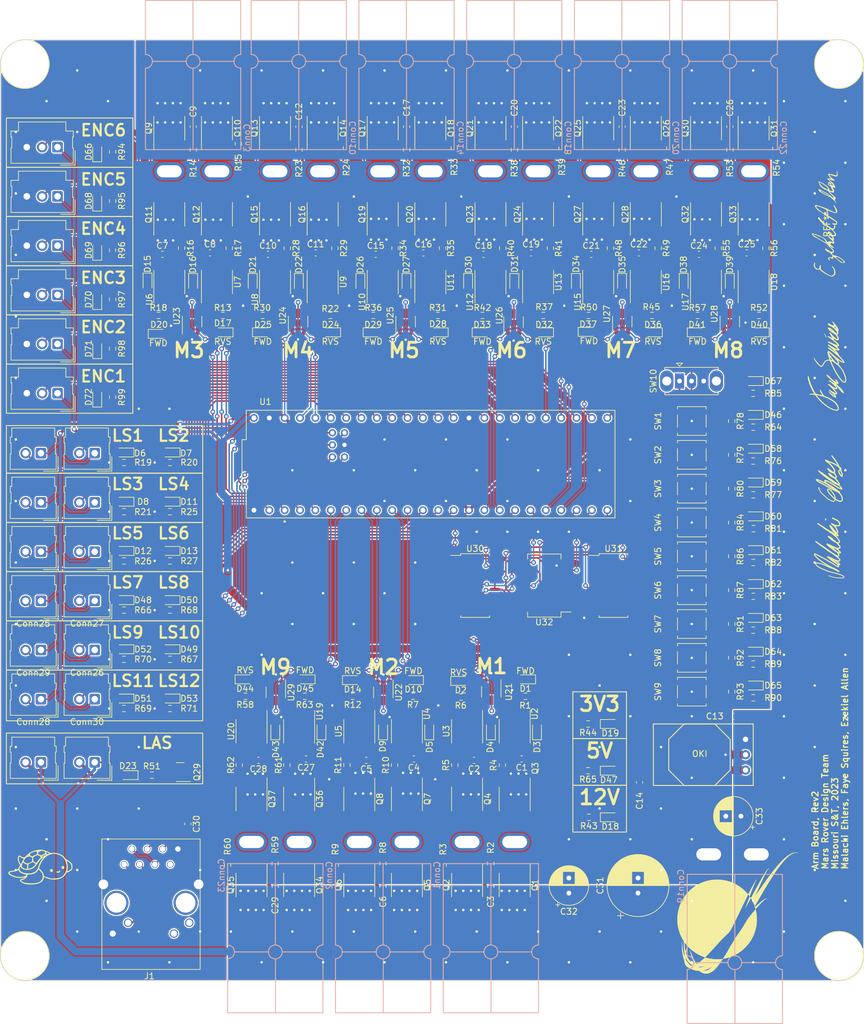
<source format=kicad_pcb>
(kicad_pcb (version 20211014) (generator pcbnew)
  (layers (0 "F.Cu" signal) (31 "B.Cu" signal) (34 "B.Paste" user) (35 "F.Paste" user) (36 "B.SilkS" user "B.Silkscreen") (37 "F.SilkS" user "F.Silkscreen") (38 "B.Mask" user) (39 "F.Mask" user) (44 "Edge.Cuts" user))
  (net 0 "")
  (net 1 "Net-(C1-Pad1)")
  (net 2 "Net-(C2-Pad1)")
  (net 3 "+12V")
  (net 4 "GND")
  (net 5 "Net-(D1-Pad1)")
  (net 6 "Net-(D2-Pad1)")
  (net 7 "Net-(Q1-Pad4)")
  (net 8 "Net-(Q2-Pad4)")
  (net 9 "Net-(Q3-Pad4)")
  (net 10 "Net-(Q4-Pad4)")
  (net 11 "Net-(R2-Pad1)")
  (net 12 "Net-(R3-Pad1)")
  (net 13 "Net-(R4-Pad1)")
  (net 14 "LIM_1")
  (net 15 "LIM_2")
  (net 16 "LIM_3")
  (net 17 "LIM_4")
  (net 18 "LIM_5")
  (net 19 "LIM_6")
  (net 20 "ENC_1")
  (net 21 "ENC_2")
  (net 22 "ENC_3")
  (net 23 "ENC_4")
  (net 24 "ENC_5")
  (net 25 "ENC_6")
  (net 26 "FWD_PWM_1")
  (net 27 "RVS_PWM_1")
  (net 28 "FWD_PWM_2")
  (net 29 "RVS_PWM_2")
  (net 30 "FWD_PWM_3")
  (net 31 "FWD_PWM_4")
  (net 32 "RVS_PWM_4")
  (net 33 "FWD_PWM_5")
  (net 34 "RVS_PWM_5")
  (net 35 "FWD_PWM_6")
  (net 36 "RVS_PWM_6")
  (net 37 "FWD_PWM_7")
  (net 38 "RVS_PWM_7")
  (net 39 "FWD_PWM_8")
  (net 40 "RVS_PWM_8")
  (net 41 "FWD_PWM_9")
  (net 42 "RVS_PWM_9")
  (net 43 "Net-(R5-Pad1)")
  (net 44 "Net-(C4-Pad1)")
  (net 45 "Net-(C5-Pad1)")
  (net 46 "Net-(C7-Pad1)")
  (net 47 "Net-(C8-Pad1)")
  (net 48 "Net-(C10-Pad1)")
  (net 49 "Net-(C11-Pad1)")
  (net 50 "Net-(C15-Pad1)")
  (net 51 "Net-(C16-Pad1)")
  (net 52 "Net-(C18-Pad1)")
  (net 53 "Net-(C19-Pad1)")
  (net 54 "Net-(C21-Pad1)")
  (net 55 "Net-(C22-Pad1)")
  (net 56 "Net-(C24-Pad1)")
  (net 57 "Net-(C25-Pad1)")
  (net 58 "Net-(C27-Pad1)")
  (net 59 "Net-(C28-Pad1)")
  (net 60 "Net-(D10-Pad1)")
  (net 61 "Net-(D14-Pad1)")
  (net 62 "Net-(D17-Pad1)")
  (net 63 "Net-(D20-Pad1)")
  (net 64 "Net-(D24-Pad1)")
  (net 65 "Net-(D25-Pad1)")
  (net 66 "Net-(D28-Pad1)")
  (net 67 "Net-(D29-Pad1)")
  (net 68 "Net-(D32-Pad1)")
  (net 69 "Net-(D33-Pad1)")
  (net 70 "Net-(D36-Pad1)")
  (net 71 "Net-(D37-Pad1)")
  (net 72 "Net-(D40-Pad1)")
  (net 73 "Net-(D41-Pad1)")
  (net 74 "Net-(D44-Pad1)")
  (net 75 "Net-(D45-Pad1)")
  (net 76 "Net-(Q5-Pad4)")
  (net 77 "Net-(Q6-Pad4)")
  (net 78 "Net-(Q7-Pad4)")
  (net 79 "Net-(Q8-Pad4)")
  (net 80 "Net-(Q9-Pad4)")
  (net 81 "Net-(Q10-Pad4)")
  (net 82 "Net-(Q11-Pad4)")
  (net 83 "Net-(Q12-Pad4)")
  (net 84 "Net-(Q13-Pad4)")
  (net 85 "Net-(Q14-Pad4)")
  (net 86 "Net-(Q15-Pad4)")
  (net 87 "Net-(Q16-Pad4)")
  (net 88 "Net-(Q17-Pad4)")
  (net 89 "Net-(Q18-Pad4)")
  (net 90 "Net-(Q19-Pad4)")
  (net 91 "Net-(Q20-Pad4)")
  (net 92 "Net-(Q21-Pad4)")
  (net 93 "Net-(Q22-Pad4)")
  (net 94 "Net-(Q23-Pad4)")
  (net 95 "Net-(Q24-Pad4)")
  (net 96 "Net-(Q25-Pad4)")
  (net 97 "Net-(Q26-Pad4)")
  (net 98 "Net-(Q27-Pad4)")
  (net 99 "Net-(Q28-Pad4)")
  (net 100 "Net-(Q30-Pad4)")
  (net 101 "Net-(Q31-Pad4)")
  (net 102 "Net-(Q32-Pad4)")
  (net 103 "Net-(Q33-Pad4)")
  (net 104 "Net-(Q34-Pad4)")
  (net 105 "Net-(Q35-Pad4)")
  (net 106 "Net-(Q36-Pad4)")
  (net 107 "Net-(Q37-Pad4)")
  (net 108 "Net-(R8-Pad1)")
  (net 109 "Net-(R9-Pad1)")
  (net 110 "Net-(R10-Pad1)")
  (net 111 "Net-(R11-Pad1)")
  (net 112 "Net-(R14-Pad1)")
  (net 113 "Net-(R15-Pad1)")
  (net 114 "Net-(R16-Pad1)")
  (net 115 "Net-(R17-Pad1)")
  (net 116 "Net-(R23-Pad1)")
  (net 117 "Net-(R24-Pad1)")
  (net 118 "Net-(R28-Pad1)")
  (net 119 "Net-(R29-Pad1)")
  (net 120 "Net-(R32-Pad1)")
  (net 121 "Net-(R33-Pad1)")
  (net 122 "Net-(R34-Pad1)")
  (net 123 "Net-(R35-Pad1)")
  (net 124 "Net-(R38-Pad1)")
  (net 125 "Net-(R39-Pad1)")
  (net 126 "Net-(R40-Pad1)")
  (net 127 "Net-(R41-Pad1)")
  (net 128 "Net-(R46-Pad1)")
  (net 129 "Net-(R47-Pad1)")
  (net 130 "Net-(R48-Pad1)")
  (net 131 "Net-(R49-Pad1)")
  (net 132 "Net-(R53-Pad1)")
  (net 133 "Net-(R54-Pad1)")
  (net 134 "Net-(R55-Pad1)")
  (net 135 "Net-(R56-Pad1)")
  (net 136 "Net-(R59-Pad1)")
  (net 137 "Net-(R60-Pad1)")
  (net 138 "Net-(R61-Pad1)")
  (net 139 "Net-(R62-Pad1)")
  (net 140 "/1M+")
  (net 141 "/1M-")
  (net 142 "/2M+")
  (net 143 "/2M-")
  (net 144 "/3M+")
  (net 145 "/3M-")
  (net 146 "/4M+")
  (net 147 "/4M-")
  (net 148 "/5M+")
  (net 149 "/5M-")
  (net 150 "/6M+")
  (net 151 "/6M-")
  (net 152 "/7M+")
  (net 153 "/7M-")
  (net 154 "/8M+")
  (net 155 "/8M-")
  (net 156 "/9M+")
  (net 157 "/9M-")
  (net 158 "Net-(Conn21-Pad2)")
  (net 159 "Net-(D6-Pad1)")
  (net 160 "Net-(D7-Pad1)")
  (net 161 "Net-(D8-Pad1)")
  (net 162 "Net-(D11-Pad1)")
  (net 163 "Net-(D12-Pad1)")
  (net 164 "Net-(D13-Pad1)")
  (net 165 "Net-(D18-Pad1)")
  (net 166 "Net-(D19-Pad1)")
  (net 167 "Net-(D23-Pad1)")
  (net 168 "Net-(D46-Pad1)")
  (net 169 "RVS_PWM_3")
  (net 170 "Net-(C30-Pad1)")
  (net 171 "B_ENC_3")
  (net 174 "B_ENC_2")
  (net 176 "B_ENC_1")
  (net 177 "B_ENC_0")
  (net 178 "Net-(D58-Pad1)")
  (net 179 "+5V")
  (net 180 "Net-(D59-Pad1)")
  (net 181 "Net-(D60-Pad1)")
  (net 182 "LIM_7")
  (net 183 "LIM_10")
  (net 184 "LIM_8")
  (net 185 "LIM_11")
  (net 186 "LIM_9")
  (net 187 "LIM_12")
  (net 188 "Net-(D61-Pad1)")
  (net 189 "Net-(D62-Pad1)")
  (net 190 "Net-(U2-Pad3)")
  (net 191 "Net-(U21-Pad4)")
  (net 192 "Net-(U22-Pad6)")
  (net 193 "Net-(U22-Pad4)")
  (net 194 "Net-(U23-Pad6)")
  (net 195 "Net-(U23-Pad4)")
  (net 196 "Net-(U24-Pad6)")
  (net 197 "Net-(U24-Pad4)")
  (net 198 "Net-(U10-Pad3)")
  (net 199 "Net-(U11-Pad3)")
  (net 200 "Net-(U12-Pad3)")
  (net 201 "Net-(U13-Pad3)")
  (net 202 "Net-(U15-Pad3)")
  (net 203 "Net-(U16-Pad3)")
  (net 204 "Net-(U17-Pad3)")
  (net 205 "Net-(U18-Pad3)")
  (net 206 "Net-(U19-Pad3)")
  (net 207 "Net-(U20-Pad3)")
  (net 208 "Net-(D47-Pad1)")
  (net 209 "Net-(D48-Pad1)")
  (net 210 "Net-(D49-Pad1)")
  (net 211 "Net-(D50-Pad1)")
  (net 212 "Net-(D51-Pad1)")
  (net 213 "Net-(D52-Pad1)")
  (net 214 "Net-(D53-Pad1)")
  (net 215 "Net-(D63-Pad1)")
  (net 216 "Net-(D64-Pad1)")
  (net 217 "Net-(D65-Pad1)")
  (net 218 "Net-(D67-Pad1)")
  (net 219 "Tx+")
  (net 220 "Tx-")
  (net 221 "Rx+")
  (net 222 "Rx-")
  (net 223 "LED")
  (net 224 "LAS")
  (net 225 "B_1")
  (net 226 "B_2")
  (net 227 "B_3")
  (net 228 "B_4")
  (net 229 "B_5")
  (net 230 "B_6")
  (net 231 "DIR_SW")
  (net 232 "B_7")
  (net 233 "B_8")
  (net 234 "B_9")
  (net 235 "Net-(U30-Pad6)")
  (net 236 "Net-(U30-Pad7)")
  (net 237 "Net-(U30-Pad9)")
  (net 238 "Net-(U30-Pad14)")
  (net 239 "Net-(U31-Pad6)")
  (net 240 "Net-(U31-Pad7)")
  (net 241 "Net-(U31-Pad9)")
  (net 242 "Net-(U31-Pad14)")
  (net 245 "Net-(D66-Pad1)")
  (net 246 "Net-(D68-Pad1)")
  (net 247 "Net-(D69-Pad1)")
  (net 248 "Net-(D70-Pad1)")
  (net 249 "Net-(D71-Pad1)")
  (net 250 "Net-(D72-Pad1)")
  (net 251 "+3V3")
  (footprint "Package_TO_SOT_SMD:SOT-23-6_Handsoldering" (layer "F.Cu") (at 260.285088 173.5621 90)
    (fp_text reference "U28")
    (fp_text value "74LVC2G04")
  )
  (footprint "LED_SMD:LED_0603_1608Metric_Pad1.05x0.95mm_HandSolder" (layer "F.Cu") (at 240.538 240.03)
    (fp_text reference "D19")
    (fp_text value "Green")
  )
  (footprint "Resistor_SMD:R_0603_1608Metric_Pad0.98x0.95mm_HandSolder" (layer "F.Cu") (at 215.846004 235.585 180)
    (fp_text reference "R6")
    (fp_text value "120")
  )
  (footprint "Capacitor_SMD:C_0603_1608Metric" (layer "F.Cu") (at 242.4866 141.3747 90)
    (fp_text reference "C23")
    (fp_text value "10u")
  )
  (footprint "LED_SMD:LED_0603_1608Metric_Pad1.05x0.95mm_HandSolder" (layer "F.Cu") (at 264.16 211.328 180)
    (fp_text reference "D61")
    (fp_text value "Blue")
  )
  (footprint "Capacitor_SMD:C_0603_1608Metric" (layer "F.Cu") (at 189.049236 141.3747 90)
    (fp_text reference "C12")
    (fp_text value "10u")
  )
  (footprint "Package_SO:SO-14_5.3x10.2mm_P1.27mm" (layer "F.Cu") (at 229.616 217.17 180)
    (fp_text reference "U32")
    (fp_text value "74HC00")
  )
  (footprint "Resistor_SMD:R_0603_1608Metric_Pad0.98x0.95mm_HandSolder" (layer "F.Cu") (at 222.746712 161.4407 90)
    (fp_text reference "R40")
    (fp_text value "100")
  )
  (footprint "LED_SMD:LED_0603_1608Metric_Pad1.05x0.95mm_HandSolder" (layer "F.Cu") (at 264.16 228.092 180)
    (fp_text reference "D64")
    (fp_text value "Blue")
  )
  (footprint "Package_SO:SOIC-8_3.9x4.9mm_P1.27mm" (layer "F.Cu") (at 246.4054 167.0287 90)
    (fp_text reference "U16")
    (fp_text value "IRS2005S")
  )
  (footprint "LED_SMD:LED_0603_1608Metric_Pad1.05x0.95mm_HandSolder" (layer "F.Cu") (at 155.702 169.902 90)
    (fp_text reference "D70")
    (fp_text value "Yellow")
  )
  (footprint "LED_SMD:LED_0603_1608Metric_Pad1.05x0.95mm_HandSolder" (layer "F.Cu") (at 160.1089 203.315 180)
    (fp_text reference "D8")
    (fp_text value "Blue")
  )
  (footprint "Button_Switch_SMD:SW_SPST_TL3305A" (layer "F.Cu") (at 254 223.52)
    (fp_text reference "SW7")
    (fp_text value "SW_Push")
  )
  (footprint "Resistor_SMD:R_0603_1608Metric_Pad0.98x0.95mm_HandSolder" (layer "F.Cu") (at 264.16 213.36 180)
    (fp_text reference "R82")
    (fp_text value "120")
  )
  (footprint "Button_Switch_SMD:SW_SPST_TL3305A" (layer "F.Cu") (at 254 195.58)
    (fp_text reference "SW2")
    (fp_text value "SW_Push")
  )
  (footprint "Resistor_SMD:R_0603_1608Metric_Pad0.98x0.95mm_HandSolder" (layer "F.Cu") (at 212.025008 172.5461 180)
    (fp_text reference "R31")
    (fp_text value "120")
  )
  (footprint "Resistor_SMD:R_0603_1608Metric_Pad0.98x0.95mm_HandSolder" (layer "F.Cu") (at 165.834508 172.5461 180)
    (fp_text reference "R18")
    (fp_text value "120")
  )
  (footprint "Resistor_SMD:R_0603_1608Metric_Pad0.98x0.95mm_HandSolder" (layer "F.Cu") (at 206.860424 145.1847 90)
    (fp_text reference "R32")
    (fp_text value "100")
  )
  (footprint "Package_SO:SOIC-8_3.9x4.9mm_P1.27mm" (layer "F.Cu") (at 224.721008 266.6378 -90)
    (fp_text reference "Q1")
    (fp_text value "SI4156DY")
  )
  (footprint "Resistor_SMD:R_0603_1608Metric_Pad0.98x0.95mm_HandSolder" (layer "F.Cu") (at 189.056436 145.1847 90)
    (fp_text reference "R23")
    (fp_text value "100")
  )
  (footprint "MRDT_Drill_Holes:4_40_Hole_Corner" (layer "F.Cu") (at 274.32 135.0264)
    (fp_text reference "V2" hide)
    (fp_text value "Via" hide)
  )
  (footprint "Package_SO:SOIC-16_4.55x10.3mm_P1.27mm" (layer "F.Cu") (at 241.046 217.17)
    (fp_text reference "U31")
    (fp_text value "74HC148")
  )
  (footprint "Resistor_SMD:R_0603_1608Metric_Pad0.98x0.95mm_HandSolder" (layer "F.Cu") (at 167.7289 213.106 180)
    (fp_text reference "R27")
    (fp_text value "120")
  )
  (footprint "Package_SO:SOIC-8_3.9x4.9mm_P1.27mm" (layer "F.Cu") (at 202.898024 155.8527 90)
    (fp_text reference "Q19")
    (fp_text value "SI4156DY")
  )
  (footprint "Package_SO:SOIC-8_3.9x4.9mm_P1.27mm" (layer "F.Cu") (at 238.5314 167.0287 90)
    (fp_text reference "U15")
    (fp_text value "IRS2005S")
  )
  (footprint "Resistor_SMD:R_0603_1608Metric_Pad0.98x0.95mm_HandSolder" (layer "F.Cu") (at 201.357008 172.5461 180)
    (fp_text reference "R36")
    (fp_text value "120")
  )
  (footprint "MRDT_Silkscreens:0_MRDT_Logo_20mm" (layer "F.Cu") (at 261.62 271.272)
    (fp_text reference "G***" hide)
    (fp_text value "LOGO" hide)
  )
  (footprint "Resistor_SMD:R_0603_1608Metric_Pad0.98x0.95mm_HandSolder" (layer "F.Cu") (at 202.939604 263.0818 -90)
    (fp_text reference "R8")
    (fp_text value "100")
  )
  (footprint "Capacitor_SMD:C_0603_1608Metric" (layer "F.Cu") (at 208.052204 245.8098 180)
    (fp_text reference "C4")
    (fp_text value "1u")
  )
  (footprint "Package_TO_SOT_SMD:SOT-23-6_Handsoldering" (layer "F.Cu") (at 171.385088 173.5621 90)
    (fp_text reference "U23")
    (fp_text value "74LVC2G04")
  )
  (footprint "Capacitor_SMD:C_0603_1608Metric" (layer "F.Cu") (at 209.621824 162.221247)
    (fp_text reference "C16")
    (fp_text value "1u")
  )
  (footprint "Package_SO:SOIC-8_3.9x4.9mm_P1.27mm" (layer "F.Cu") (at 167.616488 141.6287 90)
    (fp_text reference "Q9")
    (fp_text value "SI4156DY")
  )
  (footprint "LED_SMD:LED_0603_1608Metric_Pad1.05x0.95mm_HandSolder" (layer "F.Cu") (at 189.031036 167.2827 -90)
    (fp_text reference "D22")
    (fp_text value "D_Small")
  )
  (footprint "Button_Switch_SMD:SW_SPST_TL3305A" (layer "F.Cu") (at 254 201.168)
    (fp_text reference "SW3")
    (fp_text value "SW_Push")
  )
  (footprint "Package_SO:SOIC-8_3.9x4.9mm_P1.27mm" (layer "F.Cu") (at 256.348088 167.0287 90)
    (fp_text reference "U17")
    (fp_text value "IRS2005S")
  )
  (footprint "LED_SMD:LED_0603_1608Metric_Pad1.05x0.95mm_HandSolder" (layer "F.Cu") (at 217.024512 167.2827 -90)
    (fp_text reference "D30")
    (fp_text value "D_Small")
  )
  (footprint "Resistor_SMD:R_0603_1608Metric_Pad0.98x0.95mm_HandSolder" (layer "F.Cu") (at 190.013504 235.458)
    (fp_text reference "R63")
    (fp_text value "120")
  )
  (footprint "Resistor_SMD:R_0603_1608Metric_Pad0.98x0.95mm_HandSolder" (layer "F.Cu") (at 187.126036 161.4407 90)
    (fp_text reference "R28")
    (fp_text value "100")
  )
  (footprint "Resistor_SMD:R_0603_1608Metric_Pad0.98x0.95mm_HandSolder" (layer "F.Cu") (at 264.16 191.008 180)
    (fp_text reference "R64")
    (fp_text value "120")
  )
  (footprint "Package_SO:SOIC-8_3.9x4.9mm_P1.27mm" (layer "F.Cu") (at 199.028004 241.2378 -90)
    (fp_text reference "U5")
    (fp_text value "IRS2005S")
  )
  (footprint "Package_TO_SOT_SMD:SOT-23-6_Handsoldering" (layer "F.Cu") (at 224.537088 173.6421 90)
    (fp_text reference "U26")
    (fp_text value "74LVC2G04")
  )
  (footprint "Capacitor_THT:CP_Radial_D6.3mm_P2.50mm" (layer "F.Cu") (at 233.68 267.97 90)
    (fp_text reference "C32")
    (fp_text value "220uF")
  )
  (footprint "Resistor_SMD:R_0603_1608Metric_Pad0.98x0.95mm_HandSolder" (layer "F.Cu") (at 260.604 212.344 -90)
    (fp_text reference "R86")
    (fp_text value "4.7k")
  )
  (footprint "LED_SMD:LED_0603_1608Metric_Pad1.05x0.95mm_HandSolder" (layer "F.Cu") (at 242.4684 167.2827 -90)
    (fp_text reference "D35")
    (fp_text value "D_Small")
  )
  (footprint "Package_SO:SOIC-8_3.9x4.9mm_P1.27mm" (layer "F.Cu") (at 264.222088 167.0287 90)
    (fp_text reference "U18")
    (fp_text value "IRS2005S")
  )
  (footprint "Resistor_SMD:R_0603_1608Metric_Pad0.98x0.95mm_HandSolder" (layer "F.Cu") (at 187.051216 246.8258 -90)
    (fp_text reference "R61")
    (fp_text value "100")
  )
  (footprint "Package_SO:SOIC-8_3.9x4.9mm_P1.27mm" (layer "F.Cu") (at 264.222088 155.8527 90)
    (fp_text reference "Q33")
    (fp_text value "SI4156DY")
  )
  (footprint "Capacitor_SMD:C_0603_1608Metric" (layer "F.Cu") (at 255.197888 162.4567)
    (fp_text reference "C24")
    (fp_text value "1u")
  )
  (footprint "LED_SMD:LED_0603_1608Metric_Pad1.05x0.95mm_HandSolder" (layer "F.Cu") (at 167.7289 195.187 180)
    (fp_text reference "D7")
    (fp_text value "Blue")
  )
  (footprint "Silkscreens:turtle" (layer "F.Cu") (at 146.304 263.144)
    (fp_text reference "G***")
    (fp_text value "LOGO" hide)
  )
  (footprint "Connector_Molex:Molex_SL_171971-0002_1x02_P2.54mm_Vertical" (layer "F.Cu") (at 146.3929 227.814 180)
    (fp_text reference "Conn29")
    (fp_text value "Molex_SL_02")
  )
  (footprint "Resistor_SMD:R_0603_1608Metric_Pad0.98x0.95mm_HandSolder" (layer "F.Cu") (at 179.035808 144.2062 90)
    (fp_text reference "R15")
    (fp_text value "100")
  )
  (footprint "Button_Switch_SMD:SW_SPST_TL3305A" (layer "F.Cu") (at 254 206.756)
    (fp_text reference "SW4")
    (fp_text value "SW_Push")
  )
  (footprint "Capacitor_SMD:C_0603_1608Metric" (layer "F.Cu") (at 185.128016 266.8918 -90)
    (fp_text reference "C29")
    (fp_text value "10u")
  )
  (footprint "Resistor_SMD:R_0603_1608Metric_Pad0.98x0.95mm_HandSolder" (layer "F.Cu") (at 236.855 247.7516 180)
    (fp_text reference "R65")
    (fp_text value "300")
  )
  (footprint "LED_SMD:LED_0603_1608Metric_Pad1.05x0.95mm_HandSolder" (layer "F.Cu") (at 160.1089 211.455 180)
    (fp_text reference "D12")
    (fp_text value "Blue")
  )
  (footprint "Resistor_SMD:R_0603_1608Metric_Pad0.98x0.95mm_HandSolder" (layer "F.Cu") (at 158.242 178.03 90)
    (fp_text reference "R98")
    (fp_text value "300")
  )
  (footprint "Package_SO:SOIC-8_3.9x4.9mm_P1.27mm" (layer "F.Cu") (at 189.083216 241.2378 -90)
    (fp_text reference "U19")
    (fp_text value "IRS2005S")
  )
  (footprint "Resistor_SMD:R_0603_1608Metric_Pad0.98x0.95mm_HandSolder" (layer "F.Cu") (at 224.677112 145.1847 90)
    (fp_text reference "R38")
    (fp_text value "100")
  )
  (footprint "Connector_Molex:Molex_SL_171971-0002_1x02_P2.54mm_Vertical" (layer "F.Cu") (at 146.3929 203.43 180)
    (fp_text reference "Conn6" hide)
    (fp_text value "Molex_SL_02")
  )
  (footprint "Resistor_SMD:R_0603_1608Metric_Pad0.98x0.95mm_HandSolder" (layer "F.Cu") (at 160.1089 237.478 180)
    (fp_text reference "R69")
    (fp_text value "120")
  )
  (footprint "Resistor_SMD:R_0603_1608Metric_Pad0.98x0.95mm_HandSolder" (layer "F.Cu") (at 185.120816 263.0818 -90)
    (fp_text reference "R59")
    (fp_text value "100")
  )
  (footprint "Capacitor_SMD:C_0603_1608Metric" (layer "F.Cu") (at 227.438512 162.221247)
    (fp_text reference "C19")
    (fp_text value "1u")
  )
  (footprint "Resistor_SMD:R_0603_1608Metric_Pad0.98x0.95mm_HandSolder" (layer "F.Cu") (at 171.578888 145.1847 90)
    (fp_text reference "R14")
    (fp_text value "100")
  )
  (footprint "LED_SMD:LED_0603_1608Metric_Pad1.05x0.95mm_HandSolder" (layer "F.Cu") (at 265.148508 175.3401 180)
    (fp_text reference "D40")
    (fp_text value "Orange")
  )
  (footprint "Capacitor_SMD:C_0603_1608Metric" (layer "F.Cu") (at 219.564512 162.4567)
    (fp_text reference "C18")
    (fp_text value "1u")
  )
  (footprint "Resistor_SMD:R_0603_1608Metric_Pad0.98x0.95mm_HandSolder" (layer "F.Cu") (at 204.870004 246.8258 -90)
    (fp_text reference "R10")
    (fp_text value "100")
  )
  (footprint "LED_SMD:LED_0603_1608Metric_Pad1.05x0.95mm_HandSolder" (layer "F.Cu") (at 155.702 161.774 90)
    (fp_text reference "D69")
    (fp_text value "Yellow")
  )
  (footprint "Connector_Molex:Molex_SL_171971-0002_1x02_P2.54mm_Vertical" (layer "F.Cu") (at 146.3929 211.57 180)
    (fp_text reference "Conn8" hide)
    (fp_text value "Molex_SL_02")
  )
  (footprint "Resistor_SMD:R_0603_1608Metric_Pad0.98x0.95mm_HandSolder" (layer "F.Cu") (at 177.251016 263.3358 -90)
    (fp_text reference "R60")
    (fp_text value "100")
  )
  (footprint "Resistor_SMD:R_0603_1608Metric_Pad0.98x0.95mm_HandSolder" (layer "F.Cu") (at 158.242 169.902 90)
    (fp_text reference "R97")
    (fp_text value "300")
  )
  (footprint "Resistor_SMD:R_0603_1608Metric_Pad0.98x0.95mm_HandSolder" (layer "F.Cu") (at 264.16 230.124 180)
    (fp_text reference "R89")
    (fp_text value "120")
  )
  (footprint "Resistor_SMD:R_0603_1608Metric_Pad0.98x0.95mm_HandSolder" (layer "F.Cu") (at 264.16 218.948 180)
    (fp_text reference "R83")
    (fp_text value "120")
  )
  (footprint "Connector_Molex:Molex_SL_171971-0002_1x02_P2.54mm_Vertical" (layer "F.Cu") (at 146.3929 235.942 180)
    (fp_text reference "Conn28")
    (fp_text value "Molex_SL_02")
  )
  (footprint "LED_SMD:LED_0603_1608Metric_Pad1.05x0.95mm_HandSolder" (layer "F.Cu") (at 264.16 188.976 180)
    (fp_text reference "D46")
    (fp_text value "Blue")
  )
  (footprint "LED_SMD:LED_0603_1608Metric_Pad1.05x0.95mm_HandSolder" (layer "F.Cu") (at 167.7289 227.699 180)
    (fp_text reference "D49")
    (fp_text value "Blue")
  )
  (footprint "Resistor_SMD:R_0603_1608Metric_Pad0.98x0.95mm_HandSolder" (layer "F.Cu") (at 177.522488 161.4407 90)
    (fp_text reference "R17")
    (fp_text value "100")
  )
  (footprint "Resistor_SMD:R_0603_1608Metric_Pad0.98x0.95mm_HandSolder" (layer "F.Cu") (at 232.551112 144.9447 90)
    (fp_text reference "R39")
    (fp_text value "100")
  )
  (footprint "Button_Switch_SMD:SW_SPST_TL3305A" (layer "F.Cu") (at 254 234.696)
    (fp_text reference "SW9")
    (fp_text value "SW_Push")
  )
  (footprint "Resistor_SMD:R_0603_1608Metric_Pad0.98x0.95mm_HandSolder" (layer "F.Cu") (at 248.4374 161.4407 90)
    (fp_text reference "R49")
    (fp_text value "100")
  )
  (footprint "Package_TO_SOT_SMD:SOT-23-6_Handsoldering" (layer "F.Cu") (at 188.911088 173.5621 90)
    (fp_text reference "U24")
    (fp_text value "74LVC2G04")
  )
  (footprint "Package_SO:SOIC-8_3.9x4.9mm_P1.27mm" (layer "F.Cu") (at 216.847008 266.6378 -90)
    (fp_text reference "Q2")
    (fp_text value "SI4156DY")
  )
  (footprint "Resistor_SMD:R_0603_1608Metric_Pad0.98x0.95mm_HandSolder" (layer "F.Cu") (at 260.604 217.932 -90)
    (fp_text reference "R87")
    (fp_text value "4.7k")
  )
  (footprint "Resistor_SMD:R_0603_1608Metric_Pad0.98x0.95mm_HandSolder" (layer "F.Cu") (at 250.3678 144.9307 90)
    (fp_text reference "R47")
    (fp_text value "100")
  )
  (footprint "Resistor_SMD:R_0603_1608Metric_Pad0.98x0.95mm_HandSolder" (layer "F.Cu") (at 260.604 206.756 -90)
    (fp_text reference "R84")
    (fp_text value "4.7k")
  )
  (footprint "LED_SMD:LED_0603_1608Metric_Pad1.05x0.95mm_HandSolder" (layer "F.Cu") (at 260.285088 167.2827 -90)
    (fp_text reference "D39")
    (fp_text value "D_Small")
  )
  (footprint "Resistor_SMD:R_0603_1608Metric_Pad0.98x0.95mm_HandSolder" (layer "F.Cu") (at 266.254088 161.4407 90)
    (fp_text reference "R56")
    (fp_text value "100")
  )
  (footprint "Package_SO:SOIC-8_3.9x4.9mm_P1.27mm" (layer "F.Cu") (at 192.968036 167.0287 90)
    (fp_text reference "U9")
    (fp_text value "IRS2005S")
  )
  (footprint "MRDT_Devices:OKI_Horizontal" (layer "F.Cu") (at 262.89 242.57 -90)
    (fp_text reference "U14" hide)
    (fp_text value "OKI")
  )
  (footprint "Capacitor_SMD:C_0603_1608Metric" (layer "F.Cu") (at 245.2552 162.221247)
    (fp_text reference "C22")
    (fp_text value "1u")
  )
  (footprint "Button_Switch_THT:SW_Slide_1P2T_CK_OS102011MS2Q" (layer "F.Cu") (at 251.968 183.388)
    (fp_text reference "SW10")
    (fp_text value "SW_SPDT")
  )
  (footprint "MRDT_Silkscreens:z_sig_Ezekiel_Y_Allen_Sig_24mmx8mm" (layer "F.Cu") (at 276.86 157.48 90)
    (fp_text reference "REF**")
    (fp_text value "z_sig_Ezekiel_Y_Allen_Sig_24mmx8mm")
  )
  (footprint "Package_TO_SOT_SMD:SOT-23-6_Handsoldering" (layer "F.Cu") (at 203.004008 234.823 -90)
    (fp_text reference "U22")
    (fp_text value "74LVC2G04")
  )
  (footprint "Resistor_SMD:R_0603_1608Metric_Pad0.98x0.95mm_HandSolder" (layer "F.Cu") (at 167.7289 204.966 180)
    (fp_text reference "R25")
    (fp_text value "120")
  )
  (footprint "LED_SMD:LED_0603_1608Metric_Pad1.05x0.95mm_HandSolder" (layer "F.Cu") (at 167.7289 211.455 180)
    (fp_text reference "D13")
    (fp_text value "Blue")
  )
  (footprint "LED_SMD:LED_0603_1608Metric_Pad1.05x0.95mm_HandSolder" (layer "F.Cu") (at 220.784008 240.9838 90)
    (fp_text reference "D4")
    (fp_text value "D_Small")
  )
  (footprint "Resistor_SMD:R_0603_1608Metric_Pad0.98x0.95mm_HandSolder" (layer "F.Cu") (at 197.939004 235.458 180)
    (fp_text reference "R12")
    (fp_text value "120")
  )
  (footprint "Package_SO:SOIC-8_3.9x4.9mm_P1.27mm" (layer "F.Cu") (at 216.847008 252.4138 -90)
    (fp_text reference "Q4")
    (fp_text value "SI4156DY")
  )
  (footprint "Resistor_SMD:R_0603_1608Metric_Pad0.98x0.95mm_HandSolder" (layer "F.Cu") (at 267.905008 144.9871 90)
    (fp_text reference "R54")
    (fp_text value "100")
  )
  (footprint "LED_SMD:LED_0603_1608Metric_Pad1.05x0.95mm_HandSolder" (layer "F.Cu") (at 201.319508 175.3401)
    (fp_text reference "D29")
    (fp_text value "Orange")
  )
  (footprint "Capacitor_SMD:C_0603_1608Metric" (layer "F.Cu") (at 191.817836 162.221247)
    (fp_text reference "C11")
    (fp_text value "1u")
  )
  (footprint "Capacitor_SMD:C_0603_1608Metric" (layer "F.Cu") (at 220.765808 266.8918 -90)
    (fp_text reference "C3")
    (fp_text value "10u")
  )
  (footprint "LED_SMD:LED_0603_1608Metric_Pad1.05x0.95mm_HandSolder" (layer "F.Cu") (at 252.657888 167.2827 -90)
    (fp_text reference "D38")
    (fp_text value "D_Small")
  )
  (footprint "Project Library:z_sig_Malacki_Ehlers_23mmx7mm" (layer "F.Cu") (at 276.86 205.74 90)
    (fp_text reference "G***" hide)
    (fp_text value "LOGO" hide)
  )
  (footprint "Package_SO:SOIC-8_3.9x4.9mm_P1.27mm" (layer "F.Cu") (at 175.490488 155.8527 90)
    (fp_text reference "Q12")
    (fp_text value "SI4156DY")
  )
  (footprint "Resistor_SMD:R_0603_1608Metric_Pad0.98x0.95mm_HandSolder" (layer "F.Cu") (at 160.1089 213.106 180)
    (fp_text reference "R26")
    (fp_text value "120")
  )
  (footprint "Capacitor_SMD:C_0603_1608Metric" (layer "F.Cu") (at 182.359416 246.045253 180)
    (fp_text reference "C28")
    (fp_text value "1u")
  )
  (footprint "Connector_Molex:Molex_SL_171971-0002_1x02_P2.54mm_Vertical" (layer "F.Cu") (at 155.2829 235.942 180)
    (fp_text reference "Conn30")
    (fp_text value "Molex_SL_02")
  )
  (footprint "Resistor_SMD:R_0603_1608Metric_Pad0.98x0.95mm_HandSolder" (layer "F.Cu") (at 236.855 240.03 180)
    (fp_text reference "R44")
    (fp_text value "120")
  )
  (footprint "Package_SO:SOIC-8_3.9x4.9mm_P1.27mm" (layer "F.Cu") (at 185.094036 167.0287 90)
    (fp_text reference "U8")
    (fp_text value "IRS2005S")
  )
  (footprint "LED_SMD:LED_0603_1608Metric_Pad1.05x0.95mm_HandSolder" (layer "F.Cu") (at 206.835024 167.2827 -90)
    (fp_text reference "D27")
    (fp_text value "D_Small")
  )
  (footprint "Package_SO:SOIC-16_4.55x10.3mm_P1.27mm" (layer "F.Cu") (at 218.186 217.17)
    (fp_text reference "U30")
    (fp_text value "74HC148")
  )
  (footprint "Package_SO:SOIC-8_3.9x4.9mm_P1.27mm" (layer "F.Cu") (at 206.902004 241.2378 -90)
    (fp_text reference "U4")
    (fp_text value "IRS2005S")
  )
  (footprint "LED_SMD:LED_0603_1608Metric_Pad1.05x0.95mm_HandSolder" (layer "F.Cu") (at 240.538 247.7516)
    (fp_text reference "D47")
    (fp_text value "Green")
  )
  (footprint "Capacitor_THT:CP_Radial_D10.0mm_P2.50mm" (layer "F.Cu") (at 245.11 267.97 90)
    (fp_text reference "C31")
    (fp_text value "470uF")
  )
  (footprint "Package_TO_SOT_SMD:SOT-23-6_Handsoldering" (layer "F.Cu") (at 206.691088 173.5621 90)
    (fp_text reference "U25")
    (fp_text value "74LVC2G04")
  )
  (footprint "Resistor_SMD:R_0603_1608Metric_Pad0.98x0.95mm_HandSolder" (layer "F.Cu") (at 264.205 207.772 180)
    (fp_text reference "R81")
    (fp_text value "120")
  )
  (footprint "Package_SO:SOIC-8_3.9x4.9mm_P1.27mm" (layer "F.Cu") (at 175.490488 167.0287 90)
    (fp_text reference "U7")
    (fp_text value "IRS2005S")
  )
  (footprint "Resistor_SMD:R_0603_1608Metric_Pad0.98x0.95mm_HandSolder" (layer "F.Cu") (at 264.16 196.596 180)
    (fp_text reference "R76")
    (fp_text value "120")
  )
  (footprint "Resistor_SMD:R_0603_1608Metric_Pad0.98x0.95mm_HandSolder" (layer "F.Cu") (at 226.476504 235.458 180)
    (fp_text reference "R1")
    (fp_text value "120")
  )
  (footprint "Capacitor_SMD:C_0603_1608Metric" (layer "F.Cu") (at 171.571688 141.3747 90)
    (fp_text reference "C9")
    (fp_text value "10u")
  )
  (footprint "LED_SMD:LED_0603_1608Metric_Pad1.05x0.95mm_HandSolder" (layer "F.Cu") (at 264.16 183.388 180)
    (fp_text reference "D67")
    (fp_text value "Blue")
  )
  (footprint "LED_SMD:LED_0603_1608Metric_Pad1.05x0.95mm_HandSolder" (layer "F.Cu") (at 160.1089 227.699 180)
    (fp_text reference "D52")
    (fp_text value "Blue")
  )
  (footprint "Button_Switch_SMD:SW_SPST_TL3305A" (layer "F.Cu") (at 254 189.992)
    (fp_text reference "SW1")
    (fp_text value "SW_Push")
  )
  (footprint "Resistor_SMD:R_0603_1608Metric_Pad0.98x0.95mm_HandSolder" (layer "F.Cu") (at 264.16 202.184 180)
    (fp_text reference "R77")
    (fp_text value "120")
  )
  (footprint "LED_SMD:LED_0603_1608Metric_Pad1.05x0.95mm_HandSolder" (layer "F.Cu") (at 207.972004 232.791 180)
    (fp_text reference "D10")
    (fp_text value "Orange")
  )
  (footprint "Package_SO:SOIC-8_3.9x4.9mm_P1.27mm" (layer "F.Cu") (at 264.222088 141.6287 90)
    (fp_text reference "Q31")
    (fp_text value "SI4156DY")
  )
  (footprint "Resistor_SMD:R_0603_1608Metric_Pad0.98x0.95mm_HandSolder" (layer "F.Cu") (at 220.758608 263.0818 -90)
    (fp_text reference "R2")
    (fp_text value "100")
  )
  (footprint "Package_SO:SOIC-8_3.9x4.9mm_P1.27mm" (layer "F.Cu") (at 206.902004 252.4138 -90)
    (fp_text reference "Q7")
    (fp_text value "SI4156DY")
  )
  (footprint "Resistor_SMD:R_0603_1608Metric_Pad0.98x0.95mm_HandSolder" (layer "F.Cu") (at 160.1089 221.222 180)
    (fp_text reference "R66")
    (fp_text value "120")
  )
  (footprint "Resistor_SMD:R_0603_1608Metric_Pad0.98x0.95mm_HandSolder" (layer "F.Cu") (at 195.065604 263.3358 -90)
    (fp_text reference "R9")
    (fp_text value "100")
  )
  (footprint "Capacitor_THT:CP_Radial_D6.3mm_P2.50mm" (layer "F.Cu") (at 262.128 255.27 180)
    (fp_text reference "C33")
    (fp_text value "110uF")
  )
  (footprint "Package_SO:SOIC-8_3.9x4.9mm_P1.27mm" (layer "F.Cu") (at 224.721008 252.4138 -90)
    (fp_text reference "Q3")
    (fp_text value "SI4156DY")
  )
  (footprint "Resistor_SMD:R_0603_1608Metric_Pad0.98x0.95mm_HandSolder" (layer "F.Cu") (at 167.7289 229.35 180)
    (fp_text reference "R67")
    (fp_text value "120")
  )
  (footprint "Package_SO:SOIC-8_3.9x4.9mm_P1.27mm" (layer "F.Cu") (at 189.083216 252.4138 -90)
    (fp_text reference "Q36")
    (fp_text value "SI4156DY")
  )
  (footprint "Package_SO:SOIC-8_3.9x4.9mm_P1.27mm" (layer "F.Cu") (at 220.714712 141.6287 90)
    (fp_text reference "Q21")
    (fp_text value "SI4156DY")
  )
  (footprint "LED_SMD:LED_0603_1608Metric_Pad1.05x0.95mm_HandSolder" (layer "F.Cu") (at 160.1089 195.187 180)
    (fp_text reference "D6")
    (fp_text value "Blue")
  )
  (footprint "Resistor_SMD:R_0603_1608Metric_Pad0.98x0.95mm_HandSolder" (layer "F.Cu") (at 264.16 185.42 180)
    (fp_text reference "R85")
    (fp_text value "120")
  )
  (footprint "Resistor_SMD:R_0603_1608Metric_Pad0.98x0.95mm_HandSolder" (layer "F.Cu") (at 212.884608 263.3472 -90)
    (fp_text reference "R3")
    (fp_text value "100")
  )
  (footprint "LED_SMD:LED_0603_1608Metric_Pad1.05x0.95mm_HandSolder" (layer "F.Cu") (at 197.903672 232.791)
    (fp_text reference "D14")
    (fp_text value "Orange")
  )
  (footprint "Resistor_SMD:R_0603_1608Metric_Pad0.98x0.95mm_HandSolder" (layer "F.Cu") (at 180.196504 235.458)
    (fp_text reference "R58")
    (fp_text value "120")
  )
  (footprint "Capacitor_SMD:C_0603_1608Metric" (layer "F.Cu") (at 166.466288 162.4567)
    (fp_text reference "C7")
    (fp_text value "1u")
  )
  (footprint "Connector_Molex:Molex_SL_171971-0002_1x02_P2.54mm_Vertical" (layer "F.Cu") (at 146.3929 195.302 180)
    (fp_text reference "Conn4" hide)
    (fp_text value "Molex_SL_02")
  )
  (footprint "LED_SMD:LED_0603_1608Metric_Pad1.05x0.95mm_HandSolder" (layer "F.Cu") (at 236.879508 175.2639)
    (fp_text reference "D37")
    (fp_text value "Orange")
  )
  (footprint "Resistor_SMD:R_0603_1608Metric_Pad0.98x0.95mm_HandSolder" (layer "F.Cu") (at 167.7289 237.478 180)
    (fp_text reference "R71")
    (fp_text value "120")
  )
  (footprint "LED_SMD:LED_0603_1608Metric_Pad1.05x0.95mm_HandSolder" (layer "F.Cu") (at 215.808504 232.918)
    (fp_text reference "D2")
    (fp_text value "Orange")
  )
  (footprint "Connector_Molex:Molex_SL_171971-0003_1x03_P2.54mm_Vertical" (layer "F.Cu") (at 149.1361 161.024 180)
    (fp_text reference "Conn15" hide)
    (fp_text value "Molex_SL_03")
  )
  (footprint "Connector_Molex:Molex_SL_171971-0003_1x03_P2.54mm_Vertical" (layer "F.Cu") (at 149.1361 185.396 180)
    (fp_text reference "Conn11" hide)
    (fp_text value "Molex_SL_03")
  )
  (footprint "Resistor_SMD:R_0603_1608Metric_Pad0.98x0.95mm_HandSolder" (layer "F.Cu") (at 160.1089 229.35 180)
    (fp_text reference "R70")
    (fp_text value "120")
  )
  (footprint "Package_SO:SOIC-8_3.9x4.9mm_P1.27mm" (layer "F.Cu") (at 192.968036 141.6287 90)
    (fp_text reference "Q14")
    (fp_text value "SI4156DY")
  )
  (footprint "Resistor_SMD:R_0603_1608Metric_Pad0.98x0.95mm_HandSolder" (layer "F.Cu") (at 196.905036 144.9212 90)
    (fp_text reference "R24")
    (fp_text value "100")
  )
  (footprint "MRDT_Drill_Holes:4_40_Hole_Corner" (layer "F.Cu") (at 274.32 274.32 -90)
    (fp_text reference "V3" hide)
    (fp_text value "Via" hide)
  )
  (footprint "LED_SMD:LED_0603_1608Metric_Pad1.05x0.95mm_HandSolder" (layer "F.Cu") (at 155.702 145.518 90)
    (fp_text reference "D66")
    (fp_text value "Yellow")
  )
  (footprint "LED_SMD:LED_0603_1608Metric_Pad1.05x0.95mm_HandSolder" (layer "F.Cu") (at 264.16 222.504 180)
    (fp_text reference "D63")
    (fp_text value "Blue")
  )
  (footprint "Capacitor_SMD:C_0603_1608Metric" (layer "F.Cu") (at 174.340288 162.221247)
    (fp_text reference "C8")
    (fp_text value "1u")
  )
  (footprint "Package_SO:SOIC-8_3.9x4.9mm_P1.27mm" (layer "F.Cu") (at 185.094036 141.6287 90)
    (fp_text reference "Q13")
    (fp_text value "SI4156DY")
  )
  (footprint "LED_SMD:LED_0603_1608Metric_Pad1.05x0.95mm_HandSolder" (layer "F.Cu") (at 167.7289 219.571 180)
    (fp_text reference "D50")
    (fp_text value "Blue")
  )
  (footprint "Connector_Molex:Molex_SL_171971-0003_1x03_P2.54mm_Vertical" (layer "F.Cu") (at 149.1361 169.152 180)
    (fp_text reference "Conn13" hide)
    (fp_text value "Molex_SL_03")
  )
  (footprint "Package_SO:SOIC-8_3.9x4.9mm_P1.27mm" (layer "F.Cu") (at 206.902004 266.6378 -90)
    (fp_text reference "Q5")
    (fp_text value "SI4156DY")
  )
  (footprint "Resistor_SMD:R_0603_1608Metric_Pad0.98x0.95mm_HandSolder" (layer "F.Cu") (at 260.604 201.168 -90)
    (fp_text reference "R80")
    (fp_text value "4.7k")
  )
  (footprint "LED_SMD:LED_0603_1608Metric_Pad1.05x0.95mm_HandSolder" (layer "F.Cu") (at 212.062508 175.3401 180)
    (fp_text reference "D28")
    (fp_text value "Orange")
  )
  (footprint "LED_SMD:LED_0603_1608Metric_Pad1.05x0.95mm_HandSolder" (layer "F.Cu") (at 264.16 233.68 180)
    (fp_text reference "D65")
    (fp_text value "Blue")
  )
  (footprint "LED_SMD:LED_0603_1608Metric_Pad1.05x0.95mm_HandSolder" (layer "F.Cu") (at 219.353508 175.3401)
    (fp_text reference "D33")
    (fp_text value "Orange")
  )
  (footprint "Resistor_SMD:R_0603_1608Metric_Pad0.98x0.95mm_HandSolder" (layer "F.Cu") (at 229.447508 172.5461 180)
    (fp_text reference "R37")
    (fp_text value "120")
  )
  (footprint "LED_SMD:LED_0603_1608Metric_Pad1.05x0.95mm_HandSolder" (layer "F.Cu") (at 202.965004 240.9838 90)
    (fp_text reference "D9")
    (fp_text value "D_Small")
  )
  (footprint "Package_SO:SOIC-8_3.9x4.9mm_P1.27mm" (layer "F.Cu") (at 228.588712 155.8527 90)
    (fp_text reference "Q24")
    (fp_text value "SI4156DY")
  )
  (footprint "Resistor_SMD:R_0603_1608Metric_Pad0.98x0.95mm_HandSolder" (layer "F.Cu") (at 242.4938 145.1847 90)
    (fp_text reference "R46")
    (fp_text value "100")
  )
  (footprint "Resistor_SMD:R_0603_1608Metric_Pad0.98x0.95mm_HandSolder" (layer "F.Cu") (at 176.465008 172.5461 180)
    (fp_text reference "R13")
    (fp_text value "120")
  )
  (footprint "Resistor_SMD:R_0603_1608Metric_Pad0.98x0.95mm_HandSolder" (layer "F.Cu") (at 158.242 145.518 90)
    (fp_text reference "R94")
    (fp_text value "300")
  )
  (footprint "Resistor_SMD:R_0603_1608Metric_Pad0.98x0.95mm_HandSolder" (layer "F.Cu") (at 260.604 223.52 -90)
    (fp_text reference "R91")
    (fp_text value "4.7k")
  )
  (footprint "Package_TO_SOT_SMD:SOT-23-6_Handsoldering" (layer "F.Cu") (at 220.850008 234.743 -90)
    (fp_text reference "U21")
    (fp_text value "74LVC2G04")
  )
  (footprint "Resistor_SMD:R_0603_1608Metric_Pad0.98x0.95mm_HandSolder" (layer "F.Cu") (at 264.16 235.712 180)
    (fp_text reference "R90")
    (fp_text value "120")
  )
  (footprint "Resistor_SMD:R_0603_1608Metric_Pad0.98x0.95mm_HandSolder" (layer "F.Cu") (at 164.7425 248.48706 180)
    (fp_text reference "R51")
    (fp_text value "1k")
  )
  (footprint "Connector_Molex:Molex_SL_171971-0002_1x02_P2.54mm_Vertical" (layer "F.Cu") (at 155.2829 203.43 180)
    (fp_text reference "Conn7" hide)
    (fp_text value "Molex_SL_02")
  )
  (footprint "Package_SO:SOIC-8_3.9x4.9mm_P1.27mm" (layer "F.Cu") (at 181.209216 266.6378 -90)
    (fp_text reference "Q35")
    (fp_text value "SI4156DY")
  )
  (footprint "LED_SMD:LED_0603_1608Metric_Pad1.05x0.95mm_HandSolder" (layer "F.Cu") (at 160.1089 219.571 180)
    (fp_text reference "D48")
    (fp_text value "Blue")
  )
  (footprint "Package_SO:SOIC-8_3.9x4.9mm_P1.27mm" (layer "F.Cu") (at 199.028004 266.6378 -90)
    (fp_text reference "Q6")
    (fp_text value "SI4156DY")
  )
  (footprint "Capacitor_SMD:C_0603_1608Metric" (layer "F.Cu") (at 224.669912 141.3747 90)
    (fp_text reference "C20")
    (fp_text value "10u")
  )
  (footprint "Connector_Molex:Molex_SL_171971-0002_1x02_P2.54mm_Vertical" (layer "F.Cu") (at 155.2829 195.302 180)
    (fp_text reference "Conn5" hide)
    (fp_text value "Molex_SL_02")
  )
  (footprint "Package_SO:SOIC-8_3.9x4.9mm_P1.27mm" (layer "F.Cu") (at 189.083216 266.6378 -90)
    (fp_text reference "Q34")
    (fp_text value "SI4156DY")
  )
  (footprint "LED_SMD:LED_0603_1608Metric_Pad1.05x0.95mm_HandSolder" (layer "F.Cu") (at 228.411208 240.9838 90)
    (fp_text reference "D3")
    (fp_text value "D_Small")
  )
  (footprint "Connector_Molex:Molex_SL_171971-0002_1x02_P2.54mm_Vertical" (layer "F.Cu") (at 146.3929 219.698 180)
    (fp_text reference "Conn25")
    (fp_text value "Molex_SL_02")
  )
  (footprint "Package_SO:SOIC-8_3.9x4.9mm_P1.27mm" (layer "F.Cu") (at 220.714712 155.8527 90)
    (fp_text reference "Q23")
    (fp_text value "SI4156DY")
  )
  (footprint "Package_SO:SOIC-8_3.9x4.9mm_P1.27mm" (layer "F.Cu") (at 238.5314 141.6287 90)
    (fp_text reference "Q25")
    (fp_text value "SI4156DY")
  )
  (footprint "Capacitor_SMD:C_0603_1608Metric" (layer "F.Cu") (at 201.747824 162.4567)
    (fp_text reference "C15")
    (fp_text value "1u")
  )
  (footprint "Capacitor_SMD:C_0603_1608Metric" (layer "F.Cu") (at 260.858 238.76 180)
    (fp_text reference "C13")
    (fp_text value "10u")
  )
  (footprint "Connector_Molex:Molex_SL_171971-0002_1x02_P2.54mm_Vertical" (layer "F.Cu") (at 155.2829 219.686 180)
    (fp_text reference "Conn27")
    (fp_text value "Molex_SL_02")
  )
  (footprint "Resistor_SMD:R_0603_1608Metric_Pad0.98x0.95mm_HandSolder" (layer "F.Cu") (at 160.1089 204.966 180)
    (fp_text reference "R21")
    (fp_text value "120")
  )
  (footprint "LED_SMD:LED_0603_1608Metric_Pad1.05x0.95mm_HandSolder" (layer "F.Cu") (at 192.773416 240.9838 90)
    (fp_text reference "D42")
    (fp_text value "D_Small")
  )
  (footprint "Connector_Molex:Molex_SL_171971-0003_1x03_P2.54mm_Vertical" (layer "F.Cu") (at 149.1361 152.884 180)
    (fp_text reference "Conn16" hide)
    (fp_text value "Molex_SL_03")
  )
  (footprint "Package_SO:SOIC-8_3.9x4.9mm_P1.27mm" (layer "F.Cu") (at 238.5314 155.8527 90)
    (fp_text reference "Q27")
    (fp_text value "SI4156DY")
  )
  (footprint "Connector_Molex:Molex_SL_171971-0002_1x02_P2.54mm_Vertical" (layer "F.Cu") (at 155.2829 246.36686 180)
    (fp_text reference "Conn24" hide)
    (fp_text value "Molex_SL_02")
  )
  (footprint "Resistor_SMD:R_0603_1608Metric_Pad0.98x0.95mm_HandSolder" (layer "F.Cu") (at 167.7289 221.222 180)
    (fp_text reference "R68")
    (fp_text value "120")
  )
  (footprint "Package_SO:SOIC-8_3.9x4.9mm_P1.27mm" (layer "F.Cu") (at 175.490488 141.6287 90)
    (fp_text reference "Q10")
    (fp_text value "SI4156DY")
  )
  (footprint "Resistor_SMD:R_0603_1608Metric_Pad0.98x0.95mm_HandSolder" (layer "F.Cu") (at 260.604 195.58 -90)
    (fp_text reference "R79")
    (fp_text value "4.7k")
  )
  (footprint "Resistor_SMD:R_0603_1608Metric_Pad0.98x0.95mm_HandSolder" (layer "F.Cu") (at 247.434508 172.5461 180)
    (fp_text reference "R45")
    (fp_text value "120")
  )
  (footprint "Package_SO:SOIC-8_3.9x4.9mm_P1.27mm" (layer "F.Cu") (at 210.772024 155.8527 90)
    (fp_text reference "Q20")
    (fp_text value "SI4156DY")
  )
  (footprint "Package_TO_SOT_SMD:SOT-23-6_Handsoldering" (layer "F.Cu") (at 185.224008 234.823 -90)
    (fp_text reference "U29")
    (fp_text value "74LVC2G04")
  )
  (footprint "Resistor_SMD:R_0603_1608Metric_Pad0.98x0.95mm_HandSolder" (layer "F.Cu") (at 265.111008 172.5461 180)
    (fp_text reference "R52")
    (fp_text value "120")
  )
  (footprint "Capacitor_SMD:C_0603_1608Metric" (layer "F.Cu") (at 200.178204 246.045253 180)
    (fp_text reference "C5")
    (fp_text value "1u")
  )
  (footprint "Package_SO:SOIC-8_3.9x4.9mm_P1.27mm" (layer "F.Cu") (at 256.348088 141.6287 90)
    (fp_text reference "Q30")
    (fp_text value "SI4156DY")
  )
  (footprint "Capacitor_SMD:C_0603_1608Metric" (layer "F.Cu") (at 206.853224 141.3747 90)
    (fp_text reference "C17")
    (fp_text value "10u")
  )
  (footprint "LED_SMD:LED_0603_1608Metric_Pad1.05x0.95mm_HandSolder" (layer "F.Cu") (at 176.502508 175.3401 180)
    (fp_text reference "D17")
    (fp_text value "Orange")
  )
  (footprint "LED_SMD:LED_0603_1608Metric_Pad1.05x0.95mm_HandSolder" (layer "F.Cu") (at 165.797008 175.5941)
    (fp_text reference "D20")
    (fp_text value "Orange")
  )
  (footprint "Connector_Molex:Molex_SL_171971-0002_1x02_P2.54mm_Vertical" (layer "F.Cu") (at 155.2829 227.814 180)
    (fp_text reference "Conn26")
    (fp_text value "Molex_SL_02")
  )
  (footprint "Resistor_SMD:R_0603_1608Metric_Pad0.98x0.95mm_HandSolder" (layer "F.Cu") (at 236.9947 255.4478 180)
    (fp_text reference "R43")
    (fp_text value "1k")
  )
  (footprint "Button_Switch_SMD:SW_SPST_TL3305A" (layer "F.Cu") (at 254 217.932)
    (fp_text reference "SW6")
    (fp_text value "SW_Push")
  )
  (footprint "LED_SMD:LED_0603_1608Metric_Pad1.05x0.95mm_HandSolder" (layer "F.Cu") (at 224.651712 167.2827 -90)
    (fp_text reference "D31")
    (fp_text value "D_Small")
  )
  (footprint "Capacitor_SMD:C_0603_1608Metric" (layer "F.Cu") (at 170.688 256.54 -90)
    (fp_text reference "C30")
    (fp_text value "0.1uF")
  )
  (footprint "Silkscreens:signature" (layer "F.Cu") (at 275.310228 180.34 90)
    (fp_text reference "G***")
    (fp_text value "LOGO" hide)
  )
  (footprint "Resistor_SMD:R_0603_1608Metric_Pad0.98x0.95mm_HandSolder" (layer "F.Cu") (at 204.930024 161.4407 90)
    (fp_text reference "R34")
    (fp_text value "100")
  )
  (footprint "Capacitor_SMD:C_0603_1608Metric" (layer "F.Cu") (at 245.364 249.682 -90)
    (fp_text reference "C14")
    (fp_text value "10u")
  )
  (footprint "LED_SMD:LED_0603_1608Metric_Pad1.05x0.95mm_HandSolder" (layer "F.Cu") (at 164.019088 167.2121 -90)
    (fp_text reference "D15")
    (fp_text value "D_Small")
  )
  (footprint "Resistor_SMD:R_0603_1608Metric_Pad0.98x0.95mm_HandSolder" (layer "F.Cu") (at 158.242 153.646 90)
    (fp_text reference "R95")
    (fp_text value "300")
  )
  (footprint "LED_SMD:LED_0603_1608Metric_Pad1.05x0.95mm_HandSolder" (layer "F.Cu") (at 210.592204 240.9838 90)
    (fp_text reference "D5")
    (fp_text value "D_Small")
  )
  (footprint "LED_SMD:LED_0603_1608Metric_Pad1.05x0.95mm_HandSolder" (layer "F.Cu") (at 171.553488 167.2827 -90)
    (fp_text reference "D16")
    (fp_text value "D_Small")
  )
  (footprint "Resistor_SMD:R_0603_1608Metric_Pad0.98x0.95mm_HandSolder" (layer "F.Cu") (at 207.934504 235.458 180)
    (fp_text reference "R7")
    (fp_text value "120")
  )
  (footprint "MRDT_Drill_Holes:4_40_Hole_Corner" (layer "F.Cu") (at 147.7264 274.32 180)
    (fp_text reference "V4" hide)
    (fp_text value "Via" hide)
  )
  (footprint "Resistor_SMD:R_0603_1608Metric_Pad0.98x0.95mm_HandSolder" (layer "F.Cu") (at 158.242 186.0545 90)
    (fp_text reference "R99")
    (fp_text value "300")
  )
  (footprint "Package_SO:SOIC-8_3.9x4.9mm_P1.27mm" (layer "F.Cu") (at 246.4054 155.8527 90)
    (fp_text reference "Q28")
    (fp_text value "SI4156DY")
  )
  (footprint "Resistor_SMD:R_0603_1608Metric_Pad0.98x0.95mm_HandSolder" (layer "F.Cu") (at 222.689008 246.8258 -90)
    (fp_text reference "R4")
    (fp_text value "100")
  )
  (footprint "LED_SMD:LED_0603_1608Metric_Pad1.05x0.95mm_HandSolder" (layer "F.Cu") (at 229.485008 175.3401 180)
    (fp_text reference "D32")
    (fp_text value "Orange")
  )
  (footprint "Package_SO:SOIC-8_3.9x4.9mm_P1.27mm" (layer "F.Cu") (at 202.898024 167.0287 90)
    (fp_text reference "U10")
    (fp_text value "IRS2005S")
  )
  (footprint "LED_SMD:LED_0603_1608Metric_Pad1.05x0.95mm_HandSolder" (layer "F.Cu") (at 155.702 178.03 90)
    (fp_text reference "D71")
    (fp_text value "Yellow")
  )
  (footprint "LED_SMD:LED_0603_1608Metric_Pad1.05x0.95mm_HandSolder" (layer "F.Cu") (at 160.782 248.48706 180)
    (fp_text reference "D23")
    (fp_text value "Orange")
  )
  (footprint "Package_SO:SOIC-8_3.9x4.9mm_P1.27mm" (layer "F.Cu") (at 185.094036 155.8527 90)
    (fp_text reference "Q15")
    (fp_text value "SI4156DY")
  )
  (footprint "Package_SO:SOIC-8_3.9x4.9mm_P1.27mm" (layer "F.Cu") (at 167.616488 155.8527 90)
    (fp_text reference "Q11")
    (fp_text value "SI4156DY")
  )
  (footprint "Resistor_SMD:R_0603_1608Metric_Pad0.98x0.95mm_HandSolder" (layer "F.Cu") (at 160.1089 196.838 180)
    (fp_text reference "R19")
    (fp_text value "120")
  )
  (footprint "Resistor_SMD:R_0603_1608Metric_Pad0.98x0.95mm_HandSolder" (layer "F.Cu") (at 260.310488 145.1847 90)
    (fp_text reference "R53")
    (fp_text value "100")
  )
  (footprint "Package_TO_SOT_SMD:SOT-23" (layer "F.Cu") (at 169.418 247.97906 180)
    (fp_text reference "Q29")
    (fp_text value "BSS138")
  )
  (footprint "LED_SMD:LED_0603_1608Metric_Pad1.05x0.95mm_HandSolder" (layer "F.Cu") (at 181.403836 167.2827 -90)
    (fp_text reference "D21")
    (fp_text value "D_Small")
  )
  (footprint "Resistor_SMD:R_0603_1608Metric_Pad0.98x0.95mm_HandSolder" (layer "F.Cu") (at 214.734424 144.9466 90)
    (fp_text reference "R33")
    (fp_text value "100")
  )
  (footprint "Resistor_SMD:R_0603_1608Metric_Pad0.98x0.95mm_HandSolder" (layer "F.Cu") (at 258.380088 161.4407 90)
    (fp_text reference "R55")
    (fp_text value "100")
  )
  (footprint "Capacitor_SMD:C_0603_1608Metric" (layer "F.Cu") (at 202.946804 266.8918 -90)
    (fp_text reference "C6")
    (fp_text value "10u")
  )
  (footprint "LED_SMD:LED_0603_1608Metric_Pad1.05x0.95mm_HandSolder" (layer "F.Cu") (at 254.913508 175.3401)
    (fp_text reference "D41")
    (fp_text value "Orange")
  )
  (footprint "Resistor_SMD:R_0603_1608Metric_Pad0.98x0.95mm_HandSolder" (layer "F.Cu") (at 260.604 229.108 -90)
    (fp_text reference "R92")
    (fp_text value "4.7k")
  )
  (footprint "Package_SO:SOIC-8_3.9x4.9mm_P1.27mm" (layer "F.Cu") (at 228.588712 141.6287 90)
    (fp_text reference "Q22")
    (fp_text value "SI4156DY")
  )
  (footprint "Connector_Molex:Molex_SL_171971-0002_1x02_P2.54mm_Vertical" (layer "F.Cu") (at 155.2829 211.57 180)
    (fp_text reference "Conn9" hide)
    (fp_text value "Molex_SL_02")
  )
  (footprint "LED_SMD:LED_0603_1608Metric_Pad1.05x0.95mm_HandSolder" (layer "F.Cu") (at 226.514004 232.664 180)
    (fp_text reference "D1")
    (fp_text value "Orange")
  )
  (footprint "Resistor_SMD:R_0603_1608Metric_Pad0.98x0.95mm_HandSolder" (layer "F.Cu") (at 264.16 224.536 180)
    (fp_text reference "R88")
    (fp_text value "120")
  )
  (footprint "Resistor_SMD:R_0603_1608Metric_Pad0.98x0.95mm_HandSolder" (layer "F.Cu") (at 260.604 234.696 -90)
    (fp_text reference "R93")
    (fp_text value "4.7k")
  )
  (footprint "Resistor_SMD:R_0603_1608Metric_Pad0.98x0.95mm_HandSolder" (layer "F.Cu") (at 240.5634 161.4407 90)
    (fp_text reference "R48")
    (fp_text value "100")
  )
  (footprint "LED_SMD:LED_0603_1608Metric_Pad1.05x0.95mm_HandSolder" (layer "F.Cu") (at 190.051004 232.664 180)
    (fp_text reference "D45")
    (fp_text value "Orange")
  )
  (footprint "Resistor_SMD:R_0603_1608Metric_Pad0.98x0.95mm_HandSolder" (layer "F.Cu") (at 212.804024 161.4407 90)
    (fp_text reference "R35")
    (fp_text value "100")
  )
  (footprint "Package_SO:SOIC-8_3.9x4.9mm_P1.27mm" (layer "F.Cu") (at 192.968036 155.8527 90)
    (fp_text reference "Q16")
    (fp_text value "SI4156DY")
  )
  (footprint "Resistor_SMD:R_0603_1608Metric_Pad0.98x0.95mm_HandSolder" (layer "F.Cu") (at 169.648488 161.4407 90)
    (fp_text reference "R16")
    (fp_text value "100")
  )
  (footprint "LED_SMD:LED_0603_1608Metric_Pad1.05x0.95mm_HandSolder" (layer "F.Cu") (at 180.159004 232.664)
    (fp_text reference "D44")
    (fp_text value "Orange")
  )
  (footprint "Package_TO_SOT_SMD:SOT-23-6_Handsoldering" (layer "F.Cu") (at 242.505088 173.5621 90)
    (fp_text reference "U27")
    (fp_text value "74LVC2G04")
  )
  (footprint "LED_SMD:LED_0603_1608Metric_Pad1.05x0.95mm_HandSolder" (layer "F.Cu") (at 160.1089 235.827 180)
    (fp_text reference "D51")
    (fp_text value "Blue")
  )
  (footprint "LED_SMD:LED_0603_1608Metric_Pad1.05x0.95mm_HandSolder" (layer "F.Cu") (at 234.8412 167.2827 -90)
    (fp_text reference "D34")
    (fp_text value "D_Small")
  )
  (footprint "Resistor_SMD:R_0603_1608Metric_Pad0.98x0.95mm_HandSolder" (layer "F.Cu") (at 254.951008 172.5461 180)
    (fp_text reference "R57")
    (fp_text value "120")
  )
  (footprint "LED_SMD:LED_0603_1608Metric_Pad1.05x0.95mm_HandSolder" (layer "F.Cu") (at 185.146216 240.9838 90)
    (fp_text reference "D43")
    (fp_text value "D_Small")
  )
  (footprint "Package_SO:SOIC-8_3.9x4.9mm_P1.27mm" (layer "F.Cu") (at 181.209216 241.2378 -90)
    (fp_text reference "U20")
    (fp_text value "IRS2005S")
  )
  (footprint "Capacitor_SMD:C_0603_1608Metric" (layer "F.Cu") (at 183.943836 162.4567)
    (fp_text reference "C10")
    (fp_text value "1u")
  )
  (footprint "Resistor_SMD:R_0603_1608Metric_Pad0.98x0.95mm_HandSolder" (layer "F.Cu") (at 260.604 189.992 -90)
    (fp_text reference "R78")
    (fp_text value "4.7k")
  )
  (footprint "MRDT_Shields:Teensy_4_1_Ethernet" (layer "F.Cu") (at 210.82 197.104)
    (fp_text reference "U1")
    (fp_text value "Teensy4.1_DEV-16771")
  )
  (footprint "MRDT_Drill_Holes:4_40_Hole_Corner" (layer "F.Cu") (at 147.7264 135.0264 90)
    (fp_text reference "V1" hide)
    (fp_text value "Via" hide)
  )
  (footprint "LED_SMD:LED_0603_1608Metric_Pad1.05x0.95mm_HandSolder" (layer "F.Cu") (at 240.538 255.4478)
    (fp_text reference "D18")
    (fp_text value "Green")
  )
  (footprint "Capacitor_SMD:C_0603_1608Metric" (layer "F.Cu") (at 263.071888 162.221247)
    (fp_text reference "C25")
    (fp_text value "1u")
  )
  (footprint "Resistor_SMD:R_0603_1608Metric_Pad0.98x0.95mm_HandSolder" (layer "F.Cu") (at 236.917008 172.5461 180)
    (fp_text reference "R50")
    (fp_text value "120")
  )
  (footprint "LED_SMD:LED_0603_1608Metric_Pad1.05x0.95mm_HandSolder" (layer "F.Cu") (at 199.207824 167.2827 -90)
    (fp_text reference "D26")
    (fp_text value "D_Small")
  )
  (footprint "Package_SO:SOIC-8_3.9x4.9mm_P1.27mm" (layer "F.Cu") (at 216.847008 241.2378 -90)
    (fp_text reference "U3")
    (fp_text value "IRS2005S")
  )
  (footprint "Package_SO:SOIC-8_3.9x4.9mm_P1.27mm" (layer "F.Cu") (at 181.209216 252.4138 -90)
    (fp_text reference "Q37")
    (fp_text value "SI4156DY")
  )
  (footprint "Capacitor_SMD:C_0603_1608Metric" (layer "F.Cu") (at 225.871208 245.8098 180)
    (fp_text reference "C1")
    (fp_text value "1u")
  )
  (footprint "Resistor_SMD:R_0603_1608Metric_Pad0.98x0.95mm_HandSolder" (layer "F.Cu") (at 179.177216 246.8258 -90)
    (fp_text reference "R62")
    (fp_text value "100")
  )
  (footprint "Resistor_SMD:R_0603_1608Metric_Pad0.98x0.95mm_HandSolder" (layer "F.Cu") (at 214.815008 246.8258 -90)
    (fp_text reference "R5")
    (fp_text value "100")
  )
  (footprint "Resistor_SMD:R_0603_1608Metric_Pad0.98x0.95mm_HandSolder" (layer "F.Cu") (at 158.242 161.774 90)
    (fp_text reference "R96")
    (fp_text value "300")
  )
  (footprint "Connector_Molex:Molex_SL_171971-0003_1x03_P2.54mm_Vertical" (layer "F.Cu") (at 149.1361 144.756 180)
    (fp_text reference "Conn17" hide)
    (fp_text value "Molex_SL_03")
  )
  (footprint "Package_SO:SOIC-8_3.9x4.9mm_P1.27mm" (layer "F.Cu") (at 210.772024 167.0287 90)
    (fp_text reference "U11")
    (fp_text value "IRS2005S")
  )
  (footprint "LED_SMD:LED_0603_1608Metric_Pad1.05x0.95mm_HandSolder" (layer "F.Cu") (at 155.702 186.017 90)
    (fp_text reference "D72")
    (fp_text value "Yellow")
  )
  (footprint "Package_SO:SOIC-8_3.9x4.9mm_P1.27mm" (layer "F.Cu") (at 220.714712 167.0287 90)
    (fp_text reference "U12")
    (fp_text value "IRS2005S")
  )
  (footprint "LED_SMD:LED_0603_1608Metric_Pad1.05x0.95mm_HandSolder" (layer "F.Cu") (at 264.16 205.74 180)
    (fp_text reference "D60")
    (fp_text value "Blue")
  )
  (footprint "Button_Switch_SMD:SW_SPST_TL3305A" (layer "F.Cu") (at 254 212.344)
    (fp_text reference "SW5")
    (fp_text value "SW_Push")
  )
  (footprint "Capacitor_SMD:C_0603_1608Metric" (layer "F.Cu") (at 217.997208 246.045253 180)
    (fp_text reference "C2")
    (fp_text value "1u")
  )
  (footprint "LED_SMD:LED_0603_1608Metric_Pad1.05x0.95mm_HandSolder" (layer "F.Cu") (at 247.472008 175.3401 180)
    (fp_text reference "D36")
    (fp_text value "Orange")
  )
  (footprint "LED_SMD:LED_0603_1608Metric_Pad1.05x0.95mm_HandSolder" (layer "F.Cu") (at 264.16 200.152 180)
    (fp_text reference "D59")
    (fp_text value "Blue")
  )
  (footprint "Package_SO:SOIC-8_3.9x4.9mm_P1.27mm" (layer "F.Cu") (at 228.588712 167.0287 90)
    (fp_text reference "U13")
    (fp_text value "IRS2005S")
  )
  (footprint "Package_SO:SOIC-8_3.9x4.9mm_P1.27mm" (layer "F.Cu") (at 246.4054 141.6287 90)
    (fp_text reference "Q26")
    (fp_text value "SI4156DY")
  )
  (footprint "Package_SO:SOIC-8_3.9x4.9mm_P1.27mm" (layer "F.Cu") (at 256.348088 155.8527 90)
    (fp_text reference "Q32")
    (fp_text value "SI4156DY")
  )
  (footprint "Connector_Molex:Molex_SL_171971-0002_1x02_P2.54mm_Vertical" (layer "F.Cu") (at 146.3929 246.36686 180)
    (fp_text reference "Conn21" hide)
    (fp_text value "Molex_SL_02")
  )
  (footprint "MRDT_Connectors:RJ45_Teensy" (layer "F.Cu") (at 164.719 282.575)
    (fp_text reference "J1")
    (fp_text value "RJ45_LED_Shielded")
  )
  (footprint "Package_SO:SOIC-8_3.9x4.9mm_P1.27mm" (layer "F.Cu") (at 224.721008 241.2378 -90)
    (fp_text reference "U2")
    (fp_text value "IRS2005S")
  )
  (footprint "Resistor_SMD:R_0603_1608Metric_Pad0.98x0.95mm_HandSolder" (layer "F.Cu") (at 219.391008 172.5461 180)
    (fp_text reference "R42")
    (fp_text value "120")
  )
  (footprint "LED_SMD:LED_0603_1608Metric_Pad1.05x0.95mm_HandSolder" (layer "F.Cu") (at 167.7289 203.315 180)
    (fp_text reference "D11")
    (fp_text value "Blue")
  )
  (footprint "Resistor_SMD:R_0603_1608Metric_Pad0.98x0.95mm_HandSolder" (layer "F.Cu") (at 196.996004 246.8258 -90)
    (fp_text reference "R11")
    (fp_text value "100")
  )
  (footprint "Connector_Molex:Molex_SL_171971-0003_1x03_P2.54mm_Vertical" (layer "F.Cu") (at 149.1361 177.268 180)
    (fp_text reference "Conn12" hide)
    (fp_text value "Molex_SL_03")
  )
  (footprint "Resistor_SMD:R_0603_1608Metric_Pad0.98x0.95mm_HandSolder" (layer "F.Cu") (at 195.000036 161.4407 90)
    (fp_text reference "R29")
    (fp_text value "100")
  )
  (footprint "Package_SO:SOIC-8_3.9x4.9mm_P1.27mm" (layer "F.Cu") (at 167.616488 167.0287 90)
    (fp_text reference "U6")
    (fp_text value "IRS2005S")
  )
  (footprint "Package_SO:SOIC-8_3.9x4.9mm_P1.27mm" (layer "F.Cu") (at 202.898024 141.6287 90)
    (fp_text reference "Q17")
    (fp_text value "SI4156DY")
  )
  (footprint "Capacitor_SMD:C_0603_1608Metric" (layer "F.Cu") (at 190.233416 245.8098 180)
    (fp_text reference "C27")
    (fp_text value "1u")
  )
  (footprint "Package_SO:SOIC-8_3.9x4.9mm_P1.27mm" (layer "F.Cu") (at 199.028004 252.4138 -90)
    (fp_text reference "Q8")
    (fp_text value "SI4156DY")
  )
  (footprint "Capacitor_SMD:C_0603_1608Metric" (layer "F.Cu") (at 260.303288 141.3747 90)
    (fp_text reference "C26")
    (fp_text value "10u")
  )
  (footprint "LED_SMD:LED_0603_1608Metric_Pad1.05x0.95mm_HandSolder" (layer "F.Cu") (at 155.702 153.646 90)
    (fp_text reference "D68")
    (fp_text value "Yellow")
  )
  (footprint "Package_SO:SOIC-8_3.9x4.9mm_P1.27mm" (layer "F.Cu") (at 210.772024 141.6287 90)
    (fp_text reference "Q18")
    (fp_text value "SI4156DY")
  )
  (footprint "LED_SMD:LED_0603_1608Metric_Pad1.05x0.95mm_HandSolder" (layer "F.Cu") (at 194.282508 175.3401 180)
    (fp_text reference "D24")
    (fp_text value "Orange")
  )
  (footprint "MRDT_Connectors:Square_Anderson_2_H_Side_By_Side" (layer "F.Cu") (at 256.248931 261.194976 90)
    (fp_text reference "Conn19")
    (fp_text value "AndersonPP")
  )
  (footprint "LED_SMD:LED_0603_1608Metric_Pad1.05x0.95mm_HandSolder" (layer "F.Cu") (at 264.16 194.564 180)
    (fp_text reference "D58")
    (fp_text value "Blue")
  )
  (footprint "LED_SMD:LED_0603_1608Metric_Pad1.05x0.95mm_HandSolder" (layer "F.Cu") (at 167.7289 235.827 180)
    (fp_text reference "D53")
    (fp_text value "Blue")
  )
  (footprint "Resistor_SMD:R_0603_1608Metric_Pad0.98x0.95mm_HandSolder" (layer "F.Cu") (at 183.069008 172.5461 180)
    (fp_text reference "R30")
    (fp_text value "120")
  )
  (footprint "Capacitor_SMD:C_0603_1608Metric" (layer "F.Cu") (at 237.3812 162.4567)
    (fp_text reference "C21")
    (fp_text value "1u")
  )
  (footprint "Resistor_SMD:R_0603_1608Metric_Pad0.98x0.95mm_HandSolder" (layer "F.Cu") (at 230.620712 161.4407 90)
    (fp_text reference "R41")
    (fp_text value "100")
  )
  (footprint "Button_Switch_SMD:SW_SPST_TL3305A" (layer "F.Cu") (at 254 229.108)
    (fp_text reference "SW8")
    (fp_text value "SW_Push")
  )
  (footprint "LED_SMD:LED_0603_1608Metric_Pad1.05x0.95mm_HandSolder" (layer "F.Cu") (at 264.16 216.916 180)
    (fp_text reference "D62")
    (fp_text value "Blue")
  )
  (footprint "Resistor_SMD:R_0603_1608Metric_Pad0.98x0.95mm_HandSolder" (layer "F.Cu") (at 167.7289 196.838 180)
    (fp_text reference "R20")
    (fp_text value "120")
  )
  (footprint "Resistor_SMD:R_0603_1608Metric_Pad0.98x0.95mm_HandSolder" (layer "F.Cu") (at 194.245008 172.5461 180)
    (fp_text reference "R22")
    (fp_text value "120")
  )
  (footprint "LED_SMD:LED_0603_1608Metric_Pad1.05x0.95mm_HandSolder" (layer "F.Cu") (at 183.031508 175.3401)
    (fp_text reference "D25")
    (fp_text value "Orange")
  )
  (footprint "MRDT_Connectors:Square_Anderson_2_H_Side_By_Side" (layer "B.Cu") (at 167.066488 149.1153 -90)
    (fp_text reference "Conn3")
    (fp_text value "AndersonPP")
  )
  (footprint "MRDT_Connectors:Square_Anderson_2_H_Side_By_Side" (layer "B.Cu") (at 220.164712 149.1153 -90)
    (fp_text reference "Conn18")
    (fp_text value "AndersonPP")
  )
  (footprint "MRDT_Connectors:Square_Anderson_2_H_Side_By_Side" (layer "B.Cu") (at 225.271008 259.1512 90)
    (fp_text reference "Conn1")
    (fp_text value "AndersonPP")
  )
  (footprint "MRDT_Connectors:Square_Anderson_2_H_Side_By_Side" (layer "B.Cu") (at 189.633216 259.1512 90)
    (fp_text reference "Conn23")
    (fp_text value "AndersonPP")
  )
  (footprint "MRDT_Connectors:Square_Anderson_2_H_Side_By_Side" (layer "B.Cu") (at 184.544036 149.1153 -90)
    (fp_text reference "Conn10")
    (fp_text value "AndersonPP")
  )
  (footprint "MRDT_Connectors:Square_Anderson_2_H_Side_By_Side" (layer "B.Cu") (at 202.348024 149.1153 -90)
    (fp_text reference "Conn14")
    (fp_text value "AndersonPP")
  )
  (footprint "MRDT_Connectors:Square_Anderson_2_H_Side_By_Side" (layer "B.Cu") (at 237.9814 149.1153 -90)
    (fp_text reference "Conn20")
    (fp_text value "AndersonPP")
  )
  (footprint "MRDT_Connectors:Square_Anderson_2_H_Side_By_Side" (layer "B.Cu") (at 207.452004 259.1512 90)
    (fp_text reference "Conn2")
    (fp_text value "AndersonPP")
  )
  (footprint "MRDT_Connectors:Square_Anderson_2_H_Side_By_Side" (layer "B.Cu") (at 255.798088 149.1153 -90)
    (fp_text reference "Conn22")
    (fp_text value "AndersonPP")
  )
  (gr_rect (start 140.6779 190.742) (end 173.1391 198.616) (layer "F.SilkS") (width 0.15) (fill none))
  (gr_rect (start 140.6779 206.744) (end 173.1391 214.872) (layer "F.SilkS") (width 0.15) (fill none))
  (gr_rect (start 243.205 242.443) (end 234.3404 234.7214) (layer "F.SilkS") (width 0.15) (fill none))
  (gr_rect (start 140.6779 231.128) (end 173.1391 239.51) (layer "F.SilkS") (width 0.15) (fill none))
  (gr_rect (start 140.6779 180.582) (end 161.5821 188.71) (layer "F.SilkS") (width 0.15) (fill none))
  (gr_rect (start 243.205 250.1646) (end 234.3404 242.443) (layer "F.SilkS") (width 0.15) (fill none))
  (gr_rect (start 140.6779 172.454) (end 161.5821 180.582) (layer "F.SilkS") (width 0.15) (fill none))
  (gr_rect (start 140.6773 241.54086) (end 173.1385 249.92286) (layer "F.SilkS") (width 0.15) (fill none))
  (gr_rect (start 140.6779 198.616) (end 173.1391 206.744) (layer "F.SilkS") (width 0.15) (fill none))
  (gr_rect (start 140.6779 223) (end 173.1391 231.128) (layer "F.SilkS") (width 0.15) (fill none))
  (gr_rect (start 140.6779 164.338) (end 161.5821 172.466) (layer "F.SilkS") (width 0.15) (fill none))
  (gr_rect (start 140.6779 139.942) (end 161.5821 148.07) (layer "F.SilkS") (width 0.15) (fill none))
  (gr_rect (start 140.6779 214.872) (end 173.1391 223) (layer "F.SilkS") (width 0.15) (fill none))
  (gr_rect (start 140.6779 156.21) (end 161.5821 164.338) (layer "F.SilkS") (width 0.15) (fill none))
  (gr_rect (start 140.6779 148.082) (end 161.5821 156.21) (layer "F.SilkS") (width 0.15) (fill none))
  (gr_rect (start 243.205 257.8862) (end 234.3404 250.1646) (layer "F.SilkS") (width 0.15) (fill none))
  (gr_line (start 143.764 282.448) (end 278.384 282.448) (layer "Edge.Cuts") (width 0.1))
  (gr_line (start 139.7 131.064) (end 139.7 278.384) (layer "Edge.Cuts") (width 0.1))
  (gr_arc (start 143.764 282.448) (mid 140.890318 281.257682) (end 139.7 278.384) (layer "Edge.Cuts") (width 0.1))
  (gr_line (start 282.448 278.384) (end 282.448 131.064) (layer "Edge.Cuts") (width 0.1))
  (gr_arc (start 278.384 127) (mid 281.257682 128.190318) (end 282.448 131.064) (layer "Edge.Cuts") (width 0.1))
  (gr_arc (start 139.7 131.064) (mid 140.890318 128.190318) (end 143.764 127) (layer "Edge.Cuts") (width 0.1))
  (gr_arc (start 282.448 278.384) (mid 281.257682 281.257682) (end 278.384 282.448) (layer "Edge.Cuts") (width 0.1))
  (gr_line (start 278.384 127) (end 143.764 127) (layer "Edge.Cuts") (width 0.1))
  (gr_text "ENC1" (at 156.718 182.602) (layer "F.SilkS") (effects (font (size 1.905 1.905) (thickness 0.3556))))
  (gr_text "5V" (at 238.76 244.4496) (layer "F.SilkS") (effects (font (size 2.413 2.413) (thickness 0.4572))))
  (gr_text "LS7" (at 160.7439 216.65) (layer "F.SilkS") (effects (font (size 1.905 1.905) (thickness 0.3556))))
  (gr_text "ENC3" (at 156.718 166.346) (layer "F.SilkS") (effects (font (size 1.905 1.905) (thickness 0.3556))))
  (gr_text "ENC5" (at 156.718 150.09) (layer "F.SilkS") (effects (font (size 1.905 1.905) (thickness 0.3556))))
  (gr_text "LS11" (at 161.6329 232.906) (layer "F.SilkS") (effects (font (size 1.905 1.905) (thickness 0.3556))))
  (gr_text "FWD" (at 219.391008 176.8641) (layer "F.SilkS") (effects (font (size 1.016 1.016))))
  (gr_text "LS10" (at 169.2529 224.905) (layer "F.SilkS") (effects (font (size 1.905 1.905) (thickness 0.3556))))
  (gr_text "RVS" (at 215.451004 231.521) (layer "F.SilkS") (effects (font (size 1.016 1.016))))
  (gr_text "ENC6" (at 156.718 141.962) (layer "F.SilkS") (effects (font (size 1.905 1.905) (thickness 0.3556))))
  (gr_text "FWD" (at 190.065004 231.14) (layer "F.SilkS") (effects (font (size 1.016 1.016))))
  (gr_text "LS9" (at 160.7439 224.905) (layer "F.SilkS") (effects (font (size 1.905 1.905) (thickness 0.3556))))
  (gr_text "LS6" (at 168.3639 208.522) (layer "F.SilkS") (effects (font (size 1.905 1.905) (thickness 0.3556))))
  (gr_text "M8" (at 260.031008 178.308) (layer "F.SilkS") (effects (font (size 2.413 2.413) (thickness 0.4572))))
  (gr_text "ENC2" (at 156.718 174.474) (layer "F.SilkS") (effects (font (size 1.905 1.905) (thickness 0.3556))))
  (gr_text "LS1" (at 160.7439 192.393) (layer "F.SilkS") (effects (font (size 1.905 1.905) (thickness 0.3556))))
  (gr_text "RVS" (at 194.245008 176.8641) (layer "F.SilkS") (effects (font (size 1.016 1.016))))
  (gr_text "M3" (at 170.877008 178.308) (layer "F.SilkS") (effects (font (size 2.413 2.413) (thickness 0.4572))))
  (gr_text "RVS" (at 176.465008 176.8641) (layer "F.SilkS") (effects (font (size 1.016 1.016))))
  (gr_text "RVS" (at 229.447508 176.8641) (layer "F.SilkS") (effects (font (size 1.016 1.016))))
  (gr_text "Arm Board, Rev2\nMars Rover Design Team\nMissouri S&T, 2023\nMalacki Ehlers, Faye Squires, Ezekiel Allen" (at 276.86 264.16 90) (layer "F.SilkS") (effects (font (size 1.016 1.016) (thickness 0.2032)) (justify left)))
  (gr_text "ENC4" (at 156.718 158.218) (layer "F.SilkS") (effects (font (size 1.905 1.905) (thickness 0.3556))))
  (gr_text "FWD" (at 226.514004 231.267) (layer "F.SilkS") (effects (font (size 1.016 1.016))))
  (gr_text "M4" (at 188.911008 178.308) (layer "F.SilkS") (effects (font (size 2.413 2.413) (thickness 0.4572))))
  (gr_text "RVS" (at 197.939004 231.267) (layer "F.SilkS") (effects (font (size 1.016 1.016))))
  (gr_text "M6" (at 224.217008 178.308) (layer "F.SilkS") (effects (font (size 2.413 2.413) (thickness 0.4572))))
  (gr_text "LS4" (at 168.3639 200.394) (layer "F.SilkS") (effects (font (size 1.905 1.905) (thickness 0.3556))))
  (gr_text "3V3" (at 238.76 236.728) (layer "F.SilkS") (effects (font (size 2.413 2.413) (thickness 0.4572))))
  (gr_text "M2" (at 203.019004 230.632) (layer "F.SilkS") (effects (font (size 2.413 2.413) (thickness 0.4572))))
  (gr_text "M7" (at 242.251008 178.308) (layer "F.SilkS") (effects (font (size 2.413 2.413) (thickness 0.4572))))
  (gr_text "12V" (at 238.76 252.1458) (layer "F.SilkS") (effects (font (size 2.413 2.413) (thickness 0.4572))))
  (gr_text "LS3" (at 160.7439 200.394) (layer "F.SilkS") (effects (font (size 1.905 1.905) (thickness 0.3556))))
  (gr_text "RVS" (at 265.111008 176.8641) (layer "F.SilkS") (effects (font (size 1.016 1.016))))
  (gr_text "M9" (at 185.166 230.632) (layer "F.SilkS") (effects (font (size 2.413 2.413) (thickness 0.4572))))
  (gr_text "LS5" (at 160.7439 208.522) (layer "F.SilkS") (effects (font (size 1.905 1.905) (thickness 0.3556))))
  (gr_text "M5" (at 206.437008 178.308) (layer "F.SilkS") (effects (font (size 2.413 2.413) (thickness 0.4572))))
  (gr_text "FWD" (at 183.069008 176.8641) (layer "F.SilkS") (effects (font (size 1.016 1.016))))
  (gr_text "FWD" (at 236.997276 176.7879) (layer "F.SilkS") (effects (font (size 1.016 1.016))))
  (gr_text "RVS" (at 212.025008 176.8641) (layer "F.SilkS") (effects (font (size 1.016 1.016))))
  (gr_text "LS8" (at 168.3639 216.65) (layer "F.SilkS") (effects (font (size 1.905 1.905) (thickness 0.3556))))
  (gr_text "LS2" (at 168.3639 192.393) (layer "F.SilkS") (effects (font (size 1.905 1.905) (thickness 0.3556))))
  (gr_text "RVS" (at 180.159004 231.14) (layer "F.SilkS") (effects (font (size 1.016 1.016))))
  (gr_text "M1" (at 220.926004 230.505) (layer "F.SilkS") (effects (font (size 2.413 2.413) (thickness 0.4572))))
  (gr_text "FWD" (at 201.357008 176.8641) (layer "F.SilkS") (effects (font (size 1.016 1.016))))
  (gr_text "FWD" (at 207.972004 231.267) (layer "F.SilkS") (effects (font (size 1.016 1.016))))
  (gr_text "RVS" (at 247.585008 176.8641) (layer "F.SilkS") (effects (font (size 1.016 1.016))))
  (gr_text "FWD" (at 254.951008 176.8641) (layer "F.SilkS") (effects (font (size 1.016 1.016))))
  (gr_text "FWD" (at 165.797008 177.1181) (layer "F.SilkS") (effects (font (size 1.016 1.016))))
  (gr_text "LAS" (at 165.608 243.15306) (layer "F.SilkS") (effects (font (size 1.905 1.905) (thickness 0.3556))))
  (gr_text "LS12" (at 169.2529 232.906) (layer "F.SilkS") (effects (font (size 1.905 1.905) (thickness 0.3556))))
  (segment (start 226.626008 245.7896) (end 226.646208 245.8098) (width 0.254) (layer "F.Cu") (net 1))
  (segment (start 226.626008 243.7128) (end 226.626008 245.7896) (width 0.254) (layer "F.Cu") (net 1))
  (segment (start 228.277008 241.7713) (end 228.277008 242.0618) (width 0.254) (layer "F.Cu") (net 1))
  (segment (start 228.411208 241.9276) (end 226.626008 243.7128) (width 0.254) (layer "F.Cu") (net 1))
  (segment (start 228.411208 241.7713) (end 228.411208 241.9276) (width 0.254) (layer "F.Cu") (net 1))
  (segment (start 220.784008 241.7713) (end 220.693508 241.7713) (width 0.254) (layer "F.Cu") (net 2))
  (segment (start 218.752008 246.025053) (end 218.772208 246.045253) (width 0.254) (layer "F.Cu") (net 2))
  (segment (start 220.693508 241.7713) (end 218.752008 243.7128) (width 0.254) (layer "F.Cu") (net 2))
  (segment (start 218.752008 243.7128) (end 218.752008 246.025053) (width 0.254) (layer "F.Cu") (net 2))
  (segment (start 192.773416 240.1088) (end 192.725216 240.157) (width 0.25) (layer "F.Cu") (net 3))
  (segment (start 262.317088 168.6797) (end 261.841088 168.2037) (width 0.254) (layer "F.Cu") (net 3))
  (segment (start 208.867024 168.6797) (end 208.391024 168.2037) (width 0.254) (layer "F.Cu") (net 3))
  (segment (start 189.031036 168.1577) (end 181.403836 168.1577) (width 0.25) (layer "F.Cu") (net 3))
  (segment (start 210.116008 243.967) (end 210.116008 267.589) (width 0.25) (layer "F.Cu") (net 3))
  (segment (start 191.063036 169.5037) (end 191.063036 168.6797) (width 0.254) (layer "F.Cu") (net 3))
  (segment (start 208.391024 168.2037) (end 206.881024 168.2037) (width 0.25) (layer "F.Cu") (net 3))
  (segment (start 202.965004 240.1088) (end 202.279004 240.1088) (width 0.25) (layer "F.Cu") (net 3))
  (segment (start 202.279004 240.1088) (end 200.933004 238.7628) (width 0.25) (layer "F.Cu") (net 3))
  (segment (start 217.024512 168.1577) (end 216.224512 167.3577) (width 0.25) (layer "F.Cu") (net 3))
  (segment (start 244.0244 168.2037) (end 242.5144 168.2037) (width 0.25) (layer "F.Cu") (net 3))
  (segment (start 163.217088 167.2851) (end 163.219088 167.2871) (width 0.254) (layer "F.Cu") (net 3))
  (segment (start 190.587036 168.2037) (end 189.077036 168.2037) (width 0.25) (layer "F.Cu") (net 3))
  (segment (start 252.657888 168.1577) (end 251.857888 167.3577) (width 0.25) (layer "F.Cu") (net 3))
  (segment (start 228.411208 240.1088) (end 227.972008 240.1088) (width 0.25) (layer "F.Cu") (net 3))
  (segment (start 234.0412 167.3577) (end 234.0412 165.515988) (width 0.25) (layer "F.Cu") (net 3))
  (segment (start 234.0412 165.515988) (end 235.393088 164.1641) (width 0.25) (layer "F.Cu") (net 3))
  (segment (start 164.019088 168.0871) (end 163.219088 167.2871) (width 0.25) (layer "F.Cu") (net 3))
  (segment (start 184.460216 240.1088) (end 183.114216 238.7628) (width 0.25) (layer "F.Cu") (net 3))
  (segment (start 185.146216 240.1088) (end 184.460216 240.1088) (width 0.25) (layer "F.Cu") (net 3))
  (segment (start 173.585488 169.5037) (end 173.585488 168.6797) (width 0.254) (layer "F.Cu") (net 3))
  (segment (start 164.277988 168.0702) (end 165.711488 169.5037) (width 0.254) (layer "F.Cu") (net 3))
  (segment (start 210.592204 240.1088) (end 202.965004 240.1088) (width 0.25) (layer "F.Cu") (net 3))
  (segment (start 180.603836 165.867352) (end 182.053088 164.4181) (width 0.25) (layer "F.Cu") (net 3))
  (segment (start 163.217088 165.2201) (end 163.217088 167.2851) (width 0.254) (layer "F.Cu") (net 3))
  (segment (start 242.4684 168.1577) (end 234.8412 168.1577) (width 0.25) (layer "F.Cu") (net 3))
  (segment (start 182.053088 164.4181) (end 182.053088 137.4941) (width 0.25) (layer "F.Cu") (net 3))
  (segment (start 211.392204 242.690804) (end 210.116008 243.967) (width 0.25) (layer "F.Cu") (net 3))
  (segment (start 163.219088 165.2181) (end 164.527088 163.9101) (width 0.25) (layer "F.Cu") (net 3))
  (segment (start 217.613088 164.4181) (end 217.613088 139.0181) (width 0.25) (layer "F.Cu") (net 3))
  (segment (start 171.553488 168.1577) (end 164.089688 168.1577) (width 0.25) (layer "F.Cu") (net 3))
  (segment (start 238.506 258.3548) (end 238.506 267.716) (width 0.254) (layer "F.Cu") (net 3))
  (segment (start 163.219088 165.2181) (end 163.217088 165.2201) (width 0.254) (layer "F.Cu") (net 3))
  (segment (start 173.109488 168.2037) (end 171.599488 168.2037) (width 0.25) (layer "F.Cu") (net 3))
  (segment (start 254.443088 169.5037) (end 254.003888 169.5037) (width 0.25) (layer "F.Cu") (net 3))
  (segment (start 236.1872 169.5037) (end 234.8412 168.1577) (width 0.25) (layer "F.Cu") (net 3))
  (segment (start 192.421716 240.1963) (end 190.988216 238.7628) (width 0.254) (layer "F.Cu") (net 3))
  (segment (start 244.5004 168.6797) (end 244.0244 168.2037) (width 0.254) (layer "F.Cu") (net 3))
  (segment (start 262.317088 169.5037) (end 262.317088 168.6797) (width 0.254) (layer "F.Cu") (net 3))
  (segment (start 198.407824 165.843364) (end 199.833088 164.4181) (width 0.25) (layer "F.Cu") (net 3))
  (segment (start 210.240504 240.1963) (end 208.807004 238.7628) (width 0.254) (layer "F.Cu") (net 3))
  (segment (start 251.857888 165.7333) (end 253.173088 164.4181) (width 0.25) (layer "F.Cu") (net 3))
  (segment (start 199.207824 168.1577) (end 198.407824 167.3577) (width 0.25) (layer "F.Cu") (net 3))
  (segment (start 198.407824 167.3577) (end 198.407824 165.843364) (width 0.25) (layer "F.Cu") (net 3))
  (segment (start 253.173088 164.4181) (end 253.173088 138.5101) (width 0.25) (layer "F.Cu") (net 3))
  (segment (start 226.683712 169.5037) (end 226.683712 168.6797) (width 0.254) (layer "F.Cu") (net 3))
  (segment (start 260.331088 168.2037) (end 260.285088 168.1577) (width 0.25) (layer "F.Cu") (net 3))
  (segment (start 229.211208 242.6518) (end 227.896008 243.967) (width 0.25) (layer "F.Cu") (net 3))
  (segment (start 171.599488 168.2037) (end 171.553488 168.1577) (width 0.25) (layer "F.Cu") (net 3))
  (segment (start 236.6264 169.5037) (end 236.1872 169.5037) (width 0.25) (layer "F.Cu") (net 3))
  (segment (start 220.784008 240.1088) (end 220.098008 240.1088) (width 0.25) (layer "F.Cu") (net 3))
  (segment (start 200.553824 169.5037) (end 199.207824 168.1577) (width 0.25) (layer "F.Cu") (net 3))
  (segment (start 229.211208 240.9088) (end 228.411208 240.1088) (width 0.25) (layer "F.Cu") (net 3))
  (segment (start 217.024512 168.1577) (end 224.651712 168.1577) (width 0.25) (layer "F.Cu") (net 3))
  (segment (start 218.809712 169.5037) (end 218.370512 169.5037) (width 0.25) (layer "F.Cu") (net 3))
  (segment (start 180.603836 167.3577) (end 180.603836 165.867352) (width 0.25) (layer "F.Cu") (net 3))
  (segment (start 218.370512 169.5037) (end 217.024512 168.1577) (width 0.25) (layer "F.Cu") (net 3))
  (segment (start 193.573416 240.9088) (end 193.573416 242.475592) (width 0.25) (layer "F.Cu") (net 3))
  (segment (start 200.993024 169.5037) (end 200.553824 169.5037) (width 0.25) (layer "F.Cu") (net 3))
  (segment (start 192.773416 240.1088) (end 193.573416 240.9088) (width 0.25) (layer "F.Cu") (net 3))
  (segment (start 244.5004 169.5037) (end 244.5004 168.6797) (width 0.254) (layer "F.Cu") (net 3))
  (segment (start 155.2829 246.36686) (end 157.7868 246.36686) (width 0.254) (layer "F.Cu") (net 3))
  (segment (start 210.592204 240.1963) (end 210.240504 240.1963) (width 0.254) (layer "F.Cu") (net 3))
  (segment (start 216.224512 165.806676) (end 217.613088 164.4181) (width 0.25) (layer "F.Cu") (net 3))
  (segment (start 229.211208 240.9088) (end 229.211208 242.6518) (width 0.25) (layer "F.Cu") (net 3))
  (segment (start 206.881024 168.2037) (end 206.835024 168.1577) (width 0.25) (layer "F.Cu") (net 3))
  (segment (start 157.7868 246.36686) (end 159.907 248.48706) (width 0.254) (layer "F.Cu") (net 3))
  (segment (start 164.527088 163.9101) (end 164.527088 140.2881) (width 0.25) (layer "F.Cu") (net 3))
  (segment (start 192.773416 240.1963) (end 192.421716 240.1963) (width 0.254) (layer "F.Cu") (net 3))
  (segment (start 164.089688 168.1577) (end 164.019088 168.0871) (width 0.25) (layer "F.Cu") (net 3))
  (segment (start 235.393088 164.1641) (end 235.393088 139.0181) (width 0.25) (layer "F.Cu") (net 3))
  (segment (start 211.392204 240.9088) (end 211.392204 242.690804) (width 0.25) (layer "F.Cu") (net 3))
  (segment (start 192.336008 243.713) (end 192.336008 268.224) (width 0.25) (layer "F.Cu") (net 3))
  (segment (start 260.285088 168.1577) (end 252.657888 168.1577) (width 0.25) (layer "F.Cu") (net 3))
  (segment (start 251.857888 167.3577) (end 251.857888 165.7333) (width 0.25) (layer "F.Cu") (net 3))
  (segment (start 227.972008 240.1088) (end 226.626008 238.7628) (width 0.25) (layer "F.Cu") (net 3))
  (segment (start 181.403836 168.1577) (end 180.603836 167.3577) (width 0.25) (layer "F.Cu") (net 3))
  (segment (start 228.411208 240.1088) (end 220.784008 240.1088) (width 0.25) (layer "F.Cu") (net 3))
  (segment (start 182.749836 169.5037) (end 181.403836 168.1577) (width 0.25) (layer "F.Cu") (net 3))
  (segment (start 242.5144 168.2037) (end 242.4684 168.1577) (width 0.25) (layer "F.Cu") (net 3))
  (segment (start 191.063036 168.6797) (end 190.587036 168.2037) (width 0.254) (layer "F.Cu") (net 3))
  (segment (start 210.592204 240.1088) (end 211.392204 240.9088) (width 0.25) (layer "F.Cu") (net 3))
  (segment (start 173.585488 168.6797) (end 173.109488 168.2037) (width 0.254) (layer "F.Cu") (net 3))
  (segment (start 193.573416 242.475592) (end 192.336008 243.713) (width 0.25) (layer "F.Cu") (net 3))
  (segment (start 216.224512 167.3577) (end 216.224512 165.806676) (width 0.25) (layer "F.Cu") (net 3))
  (segment (start 183.189036 169.5037) (end 182.749836 169.5037) (width 0.25) (layer "F.Cu") (net 3))
  (segment (start 241.413 255.4478) (end 238.506 258.3548) (width 0.254) (layer "F.Cu") (net 3))
  (segment (start 208.867024 169.5037) (end 208.867024 168.6797) (width 0.254) (layer "F.Cu") (net 3))
  (segment (start 189.077036 168.2037) (end 189.031036 168.1577) (width 0.25) (layer "F.Cu") (net 3))
  (segment (start 185.194416 240.157) (end 185.146216 240.1088) (width 0.25) (layer "F.Cu") (net 3))
  (segment (start 234.8412 168.1577) (end 234.0412 167.3577) (width 0.25) (layer "F.Cu") (net 3))
  (segment (start 226.161712 168.1577) (end 226.207712 168.2037) (width 0.25) (layer "F.Cu") (net 3))
  (segment (start 163.926288 168.0702) (end 164.277988 168.0702) (width 0.254) (layer "F.Cu") (net 3))
  (segment (start 226.683712 168.6797) (end 226.207712 168.2037) (width 0.254) (layer "F.Cu") (net 3))
  (segment (start 254.003888 169.5037) (end 252.657888 168.1577) (width 0.25) (layer "F.Cu") (net 3))
  (segment (start 199.833088 164.4181) (end 199.833088 138.0021) (width 0.25) (layer "F.Cu") (net 3))
  (segment (start 206.835024 168.1577) (end 199.207824 168.1577) (width 0.25) (layer "F.Cu") (net 3))
  (segment (start 192.725216 240.157) (end 185.194416 240.157) (width 0.25) (layer "F.Cu") (net 3))
  (segment (start 224.651712 168.1577) (end 226.161712 168.1577) (width 0.25) (layer "F.Cu") (net 3))
  (segment (start 227.896008 243.967) (end 227.896008 267.589) (width 0.25) (layer "F.Cu") (net 3))
  (segment (start 220.098008 240.1088) (end 218.752008 238.7628) (width 0.25) (layer "F.Cu") (net 3))
  (segment (start 261.841088 168.2037) (end 260.331088 168.2037) (width 0.25) (layer "F.Cu") (net 3))
  (via (at 274.32 223.52) (size 0.8) (drill 0.4) (layers "F.Cu" "B.Cu") (net 3))
  (via (at 263.587008 140.6691) (size 0.8) (drill 0.4) (layers "F.Cu" "B.Cu") (net 3))
  (via (at 243.84 132.08) (size 0.8) (drill 0.4) (layers "F.Cu" "B.Cu") (net 3))
  (via (at 279.4 259.08) (size 0.8) (drill 0.4) (layers "F.Cu" "B.Cu") (net 3))
  (via (at 264.16 279.4) (size 0.8) (drill 0.4) (layers "F.Cu" "B.Cu") (net 3))
  (via (at 168.210008 137.4941) (size 0.8) (drill 0.4) (layers "F.Cu" "B.Cu") (net 3))
  (via (at 200.987004 267.589) (size 0.8) (drill 0.4) (layers "F.Cu" "B.Cu") (net 3))
  (via (at 269.24 157.48) (size 0.8) (drill 0.4) (layers "F.Cu" "B.Cu") (net 3))
  (via (at 190.827004 267.589) (size 0.8) (drill 0.4) (layers "F.Cu" "B.Cu") (net 3))
  (via (at 166.940008 140.6691) (size 0.8) (drill 0.4) (layers "F.Cu" "B.Cu") (net 3))
  (via (at 274.32 172.72) (size 0.8) (drill 0.4) (layers "F.Cu" "B.Cu") (net 3))
  (via (at 177.8 274.32) (size 0.8) (drill 0.4) (layers "F.Cu" "B.Cu") (net 3))
  (via (at 198.447004 267.589) (size 0.8) (drill 0.4) (layers "F.Cu" "B.Cu") (net 3))
  (via (at 194.880008 140.6691) (size 0.8) (drill 0.4) (layers "F.Cu" "B.Cu") (net 3))
  (via (at 262.317008 137.4941) (size 0.8) (drill 0.4) (layers "F.Cu" "B.Cu") (net 3))
  (via (at 214.957004 267.589) (size 0.8) (drill 0.4) (layers "F.Cu" "B.Cu") (net 3))
  (via (at 274.32 182.88) (size 0.8) (drill 0.4) (layers "F.Cu" "B.Cu") (net 3))
  (via (at 227.900008 137.4941) (size 0.8) (drill 0.4) (layers "F.Cu" "B.Cu") (net 3))
  (via (at 222.577004 267.589) (size 0.8) (drill 0.4) (layers "F.Cu" "B.Cu") (net 3))
  (via (at 208.607004 267.589) (size 0.8) (drill 0.4) (layers "F.Cu" "B.Cu") (net 3))
  (via (at 244.537008 140.6691) (size 0.8) (drill 0.4) (layers "F.Cu" "B.Cu") (net 3))
  (via (at 165.670008 140.6691) (size 0.8) (drill 0.4) (layers "F.Cu" "B.Cu") (net 3))
  (via (at 181.937004 270.764) (size 0.8) (drill 0.4) (layers "F.Cu" "B.Cu") (net 3))
  (via (at 230.440008 140.6691) (size 0.8) (drill 0.4) (layers "F.Cu" "B.Cu") (net 3))
  (via (at 183.196008 137.4941) (size 0.8) (drill 0.4) (layers "F.Cu" "B.Cu") (net 3))
  (via (at 255.713008 140.6691) (size 0.8) (drill 0.4) (layers "F.Cu" "B.Cu") (net 3))
  (via (at 279.4 147.32) (size 0.8) (drill 0.4) (layers "F.Cu" "B.Cu") (net 3))
  (via (at 279.4 238.76) (size 0.8) (drill 0.4) (layers "F.Cu" "B.Cu") (net 3))
  (via (at 212.660008 140.6691) (size 0.8) (drill 0.4) (layers "F.Cu" "B.Cu") (net 3))
  (via (at 274.32 264.16) (size 0.8) (drill 0.4) (layers "F.Cu" "B.Cu") (net 3))
  (via (at 258.253008 137.4941) (size 0.8) (drill 0.4) (layers "F.Cu" "B.Cu") (net 3))
  (via (at 199.717004 270.764) (size 0.8) (drill 0.4) (layers "F.Cu" "B.Cu") (net 3))
  (via (at 172.72 132.08) (size 0.8) (drill 0.4) (layers "F.Cu" "B.Cu") (net 3))
  (via (at 256.983008 137.4941) (size 0.8) (drill 0.4) (layers "F.Cu" "B.Cu") (net 3))
  (via (at 187.96 274.32) (size 0.8) (drill 0.4) (layers "F.Cu" "B.Cu") (net 3))
  (via (at 206.067004 270.764) (size 0.8) (drill 0.4) (layers "F.Cu" "B.Cu") (net 3))
  (via (at 274.32 254) (size 0.8) (drill 0.4) (layers "F.Cu" "B.Cu") (net 3))
  (via (at 223.847004 270.764) (size 0.8) (drill 0.4) (layers "F.Cu" "B.Cu") (net 3))
  (via (at 203.516008 137.4941) (size 0.8) (drill 0.4) (layers "F.Cu" "B.Cu") (net 3))
  (via (at 229.170008 140.6691) (size 0.8) (drill 0.4) (layers "F.Cu" "B.Cu") (net 3))
  (via (at 269.24 147.32) (size 0.8) (drill 0.4) (layers "F.Cu" "B.Cu") (net 3))
  (via (at 173.544008 140.6691) (size 0.8) (drill 0.4) (layers "F.Cu" "B.Cu") (net 3))
  (via (at 212.660008 137.4941) (size 0.8) (drill 0.4) (layers "F.Cu" "B.Cu") (net 3))
  (via (at 221.296008 137.4941) (size 0.8) (drill 0.4) (layers "F.Cu" "B.Cu") (net 3))
  (via (at 223.52 279.4) (size 0.8) (drill 0.4) (layers "F.Cu" "B.Cu") (net 3))
  (via (at 199.717004 267.589) (size 0.8) (drill 0.4) (layers "F.Cu" "B.Cu") (net 3))
  (via (at 184.466008 140.6691) (size 0.8) (drill 0.4) (layers "F.Cu" "B.Cu") (net 3))
  (via (at 237.933008 137.4941) (size 0.8) (drill 0.4) (layers "F.Cu" "B.Cu") (net 3))
  (via (at 208.28 274.32) (size 0.8) (drill 0.4) (layers "F.Cu" "B.Cu") (net 3))
  (via (at 187.006008 140.6691) (size 0.8) (drill 0.4) (layers "F.Cu" "B.Cu") (net 3))
  (via (at 192.340008 137.4941) (size 0.8) (drill 0.4) (layers "F.Cu" "B.Cu") (net 3))
  (via (at 210.120008 140.6691) (size 0.8) (drill 0.4) (layers "F.Cu" "B.Cu") (net 3))
  (via (at 166.940008 137.4941) (size 0.8) (drill 0.4) (layers "F.Cu" "B.Cu") (net 3))
  (via (at 207.337004 270.764) (size 0.8) (drill 0.4) (layers "F.Cu" "B.Cu") (net 3))
  (via (at 211.390008 137.4941) (size 0.8) (drill 0.4) (layers "F.Cu" "B.Cu") (net 3))
  (via (at 244.537008 137.4941) (size 0.8) (drill 0.4) (layers "F.Cu" "B.Cu") (net 3))
  (via (at 248.92 274.32) (size 0.8) (drill 0.4) (layers "F.Cu" "B.Cu") (net 3))
  (via (at 236.663008 140.6691) (size 0.8) (drill 0.4) (layers "F.Cu" "B.Cu") (net 3))
  (via (at 269.24 208.28) (size 0.8) (drill 0.4) (layers "F.Cu" "B.Cu") (net 3))
  (via (at 274.32 213.36) (size 0.8) (drill 0.4) (layers "F.Cu" "B.Cu") (net 3))
  (via (at 269.24 218.44) (size 0.8) (drill 0.4) (layers "F.Cu" "B.Cu") (net 3))
  (via (at 269.24 167.64) (size 0.8) (drill 0.4) (layers "F.Cu" "B.Cu") (net 3))
  (via (at 254 279.4) (size 0.8) (drill 0.4) (layers "F.Cu" "B.Cu") (net 3))
  (via (at 230.440008 137.4941) (size 0.8) (drill 0.4) (layers "F.Cu" "B.Cu") (net 3))
  (via (at 225.117004 267.589) (size 0.8) (drill 0.4) (layers "F.Cu" "B.Cu") (net 3))
  (via (at 198.12 274.32) (size 0.8) (drill 0.4) (layers "F.Cu" "B.Cu") (net 3))
  (via (at 191.070008 140.6691) (size 0.8) (drill 0.4) (layers "F.Cu" "B.Cu") (net 3))
  (via (at 266.127008 137.4941) (size 0.8) (drill 0.4) (layers "F.Cu" "B.Cu") (net 3))
  (via (at 279.4 177.8) (size 0.8) (drill 0.4) (layers "F.Cu" "B.Cu") (net 3))
  (via (at 240.473008 140.6691) (size 0.8) (drill 0.4) (layers "F.Cu" "B.Cu") (net 3))
  (via (at 208.850008 140.6691) (size 0.8) (drill 0.4) (layers "F.Cu" "B.Cu") (net 3))
  (via (at 264.16 269.24) (size 0.8) (drill 0.4) (layers "F.Cu" "B.Cu") (net 3))
  (via (at 274.32 162.56) (size 0.8) (drill 0.4) (layers "F.Cu" "B.Cu") (net 3))
  (via (at 269.24 274.32) (size 0.8) (drill 0.4) (layers "F.Cu" "B.Cu") (net 3))
  (via (at 206.067004 267.589) (size 0.8) (drill 0.4) (layers "F.Cu" "B.Cu") (net 3))
  (via (at 279.4 248.92) (size 0.8) (drill 0.4) (layers "F.Cu" "B.Cu") (net 3))
  (via (at 259.08 274.32) (size 0.8) (drill 0.4) (layers "F.Cu" "B.Cu") (net 3))
  (via (at 193.04 279.4) (size 0.8) (drill 0.4) (layers "F.Cu" "B.Cu") (net 3))
  (via (at 165.670008 137.4941) (size 0.8) (drill 0.4) (layers "F.Cu" "B.Cu") (net 3))
  (via (at 262.317008 140.6691) (size 0.8) (drill 0.4) (layers "F.Cu" "B.Cu") (net 3))
  (via (at 204.786008 137.4941) (size 0.8) (drill 0.4) (layers "F.Cu" "B.Cu") (net 3))
  (via (at 183.196008 140.6691) (size 0.8) (drill 0.4) (layers "F.Cu" "B.Cu") (net 3))
  (via (at 254 132.08) (size 0.8) (drill 0.4) (layers "F.Cu" "B.Cu") (net 3))
  (via (at 223.52 132.08) (size 0.8) (drill 0.4) (layers "F.Cu" "B.Cu") (net 3))
  (via (at 213.36 132.08) (size 0.8) (drill 0.4) (layers "F.Cu" "B.Cu") (net 3))
  (via (at 254.443008 140.6691) (size 0.8) (drill 0.4) (layers "F.Cu" "B.Cu") (net 3))
  (via (at 187.017004 270.764) (size 0.8) (drill 0.4) (layers "F.Cu" "B.Cu") (net 3))
  (via (at 245.807008 140.6691) (size 0.8) (drill 0.4) (layers "F.Cu" "B.Cu") (net 3))
  (via (at 279.4 187.96) (size 0.8) (drill 0.4) (layers "F.Cu" "B.Cu") (net 3))
  (via (at 192.340008 140.6691) (size 0.8) (drill 0.4) (layers "F.Cu" "B.Cu") (net 3))
  (via (at 189.557004 267.589) (size 0.8) (drill 0.4) (layers "F.Cu" "B.Cu") (net 3))
  (via (at 245.807008 137.4941) (size 0.8) (drill 0.4) (layers "F.Cu" "B.Cu") (net 3))
  (via (at 220.026008 140.6691) (size 0.8) (drill 0.4) (layers "F.Cu" "B.Cu") (net 3))
  (via (at 269.24 248.92) (size 0.8) (drill 0.4) (layers "F.Cu" "B.Cu") (net 3))
  (via (at 183.207004 267.589) (size 0.8) (drill 0.4) (layers "F.Cu" "B.Cu") (net 3))
  (via (at 279.4 157.48) (size 0.8) (drill 0.4) (layers "F.Cu" "B.Cu") (net 3))
  (via (at 217.497004 270.764) (size 0.8) (drill 0.4) (layers "F.Cu" "B.Cu") (net 3))
  (via (at 214.957004 270.764) (size 0.8) (drill 0.4) (layers "F.Cu" "B.Cu") (net 3))
  (via (at 233.68 279.4) (size 0.8) (drill 0.4) (layers "F.Cu" "B.Cu") (net 3))
  (via (at 179.397004 267.589) (size 0.8) (drill 0.4) (layers "F.Cu" "B.Cu") (net 3))
  (via (at 247.077008 137.4941) (size 0.8) (drill 0.4) (layers "F.Cu" "B.Cu") (net 3))
  (via (at 188.287004 270.764) (size 0.8) (drill 0.4) (layers "F.Cu" "B.Cu") (net 3))
  (via (at 248.347008 140.6691) (size 0.8) (drill 0.4) (layers "F.Cu" "B.Cu") (net 3))
  (via (at 216.227004 270.764) (size 0.8) (drill 0.4) (layers "F.Cu" "B.Cu") (net 3))
  (via (at 226.630008 137.4941) (size 0.8) (drill 0.4) (layers "F.Cu" "B.Cu") (net 3))
  (via (at 189.557004 270.764) (size 0.8) (drill 0.4) (layers "F.Cu" "B.Cu") (net 3))
  (via (at 269.24 228.6) (size 0.8) (drill 0.4) (layers "F.Cu" "B.Cu") (net 3))
  (via (at 180.667004 267.589) (size 0.8) (drill 0.4) (layers "F.Cu" "B.Cu") (net 3))
  (via (at 269.24 137.16) (size 0.8) (drill 0.4) (layers "F.Cu" "B.Cu") (net 3))
  (via (at 266.127008 140.6691) (size 0.8) (drill 0.4) (layers "F.Cu" "B.Cu") (net 3))
  (via (at 254 269.24) (size 0.8) (drill 0.4) (layers "F.Cu" "B.Cu") (net 3))
  (via (at 233.68 132.08) (size 0.8) (drill 0.4) (layers "F.Cu" "B.Cu") (net 3))
  (via (at 197.177004 267.589) (size 0.8) (drill 0.4) (layers "F.Cu" "B.Cu") (net 3))
  (via (at 218.767004 270.764) (size 0.8) (drill 0.4) (layers "F.Cu" "B.Cu") (net 3))
  (via (at 184.466008 137.4941) (size 0.8) (drill 0.4) (layers "F.Cu" "B.Cu") (net 3))
  (via (at 197.177004 270.764) (size 0.8) (drill 0.4) (layers "F.Cu" "B.Cu") (net 3))
  (via (at 173.544008 137.4941) (size 0.8) (drill 0.4) (layers "F.Cu" "B.Cu") (net 3))
  (via (at 248.347008 137.4941) (size 0.8) (drill 0.4) (layers "F.Cu" "B.Cu") (net 3))
  (via (at 274.32 203.2) (size 0.8) (drill 0.4) (layers "F.Cu" "B.Cu") (net 3))
  (via (at 269.24 238.76) (size 0.8) (drill 0.4) (layers "F.Cu" "B.Cu") (net 3))
  (via (at 236.663008 137.4941) (size 0.8) (drill 0.4) (layers "F.Cu" "B.Cu") (net 3))
  (via (at 264.16 132.08) (size 0.8) (drill 0.4) (layers "F.Cu" "B.Cu") (net 3))
  (via (at 229.170008 137.4941) (size 0.8) (drill 0.4) (layers "F.Cu" "B.Cu") (net 3))
  (via (at 217.497004 267.589) (size 0.8) (drill 0.4) (layers "F.Cu" "B.Cu") (net 3))
  (via (at 239.203008 140.6691) (size 0.8) (drill 0.4) (layers "F.Cu" "B.Cu") (net 3))
  (via (at 238.76 274.32) (size 0.8) (drill 0.4) (layers "F.Cu" "B.Cu") (net 3))
  (via (at 193.610008 140.6691) (size 0.8) (drill 0.4) (layers "F.Cu" "B.Cu") (net 3))
  (via (at 225.117004 270.764) (size 0.8) (drill 0.4) (layers "F.Cu" "B.Cu") (net 3))
  (via (at 222.566008 140.6691) (size 0.8) (drill 0.4) (layers "F.Cu" "B.Cu") (net 3))
  (via (at 263.587008 137.4941) (size 0.8) (drill 0.4) (layers "F.Cu" "B.Cu") (net 3))
  (via (at 239.203008 137.4941) (size 0.8) (drill 0.4) (layers "F.Cu" "B.Cu") (net 3))
  (via (at 168.210008 140.6691) (size 0.8) (drill 0.4) (layers "F.Cu" "B.Cu") (net 3))
  (via (at 185.736008 137.4941) (size 0.8) (drill 0.4) (layers "F.Cu" "B.Cu") (net 3))
  (via (at 204.786008 140.6691) (size 0.8) (drill 0.4) (layers "F.Cu" "B.Cu") (net 3))
  (via (at 269.24 187.96) (size 0.8) (drill 0.4) (layers "F.Cu" "B.Cu") (net 3))
  (via (at 264.857008 140.6691) (size 0.8) (drill 0.4) (layers "F.Cu" "B.Cu") (net 3))
  (via (at 274.32 243.84) (size 0.8) (drill 0.4) (layers "F.Cu" "B.Cu") (net 3))
  (via (at 180.667004 270.764) (size 0.8) (drill 0.4) (layers "F.Cu" "B.Cu") (net 3))
  (via (at 213.36 279.4) (size 0.8) (drill 0.4) (layers "F.Cu" "B.Cu") (net 3))
  (via (at 269.24 177.8) (size 0.8) (drill 0.4) (layers "F.Cu" "B.Cu") (net 3))
  (via (at 264.857008 137.4941) (size 0.8) (drill 0.4) (layers "F.Cu" "B.Cu") (net 3))
  (via (at 202.246008 140.6691) (size 0.8) (drill 0.4) (layers "F.Cu" "B.Cu") (net 3))
  (via (at 181.937004 267.589) (size 0.8) (drill 0.4) (layers "F.Cu" "B.Cu") (net 3))
  (via (at 227.900008 140.6691) (size 0.8) (drill 0.4) (layers "F.Cu" "B.Cu") (net 3))
  (via (at 247.077008 140.6691) (size 0.8) (drill 0.4) (layers "F.Cu" "B.Cu") (net 3))
  (via (at 208.850008 137.4941) (size 0.8) (drill 0.4) (layers "F.Cu" "B.Cu") (net 3))
  (via (at 182.88 279.4) (size 0.8) (drill 0.4) (layers "F.Cu" "B.Cu") (net 3))
  (via (at 228.6 274.32) (size 0.8) (drill 0.4) (layers "F.Cu" "B.Cu") (net 3))
  (via (at 204.797004 270.764) (size 0.8) (drill 0.4) (layers "F.Cu" "B.Cu") (net 3))
  (via (at 226.387004 270.764) (size 0.8) (drill 0.4) (layers "F.Cu" "B.Cu") (net 3))
  (via (at 269.24 198.12) (size 0.8) (drill 0.4) (layers "F.Cu" "B.Cu") (net 3))
  (via (at 179.397004 270.764) (size 0.8) (drill 0.4) (layers "F.Cu" "B.Cu") (net 3))
  (via (at 269.24 259.08) (size 0.8) (drill 0.4) (layers "F.Cu" "B.Cu") (net 3))
  (via (at 176.084008 137.4941) (size 0.8) (drill 0.4) (layers "F.Cu" "B.Cu") (net 3))
  (via (at 193.04 132.08) (size 0.8) (drill 0.4) (layers "F.Cu" "B.Cu") (net 3))
  (via (at 274.32 142.24) (size 0.8) (drill 0.4) (layers "F.Cu" "B.Cu") (net 3))
  (via (at 190.827004 270.764) (size 0.8) (drill 0.4) (layers "F.Cu" "B.Cu") (net 3))
  (via (at 177.354008 140.6691) (size 0.8) (drill 0.4) (layers "F.Cu" "B.Cu") (net 3))
  (via (at 218.756008 137.4941) (size 0.8) (drill 0.4) (layers "F.Cu" "B.Cu") (net 3))
  (via (at 216.227004 267.589) (size 0.8) (drill 0.4) (layers "F.Cu" "B.Cu") (net 3))
  (via (at 279.4 137.16) (size 0.8) (drill 0.4) (layers "F.Cu" "B.Cu") (net 3))
  (via (at 185.736008 140.6691) (size 0.8) (drill 0.4) (layers "F.Cu" "B.Cu") (net 3))
  (via (at 237.933008 140.6691) (size 0.8) (drill 0.4) (layers "F.Cu" "B.Cu") (net 3))
  (via (at 223.847004 267.589) (size 0.8) (drill 0.4) (layers "F.Cu" "B.Cu") (net 3))
  (via (at 204.797004 267.589) (size 0.8) (drill 0.4) (layers "F.Cu" "B.Cu") (net 3))
  (via (at 203.2 132.08) (size 0.8) (drill 0.4) (layers "F.Cu" "B.Cu") (net 3))
  (via (at 198.447004 270.764) (size 0.8) (drill 0.4) (layers "F.Cu" "B.Cu") (net 3))
  (via (at 279.4 269.24) (size 0.8) (drill 0.4) (layers "F.Cu" "B.Cu") (net 3))
  (via (at 174.814008 140.6691) (size 0.8) (drill 0.4) (layers "F.Cu" "B.Cu") (net 3))
  (via (at 279.4 228.6) (size 0.8) (drill 0.4) (layers "F.Cu" "B.Cu") (net 3))
  (via (at 226.387004 267.589) (size 0.8) (drill 0.4) (layers "F.Cu" "B.Cu") (net 3))
  (via (at 243.84 279.4) (size 0.8) (drill 0.4) (layers "F.Cu" "B.Cu") (net 3))
  (via (at 177.354008 137.4941) (size 0.8) (drill 0.4) (layers "F.Cu" "B.Cu") (net 3))
  (via (at 211.390008 140.6691) (size 0.8) (drill 0.4) (layers "F.Cu" "B.Cu") (net 3))
  (via (at 218.756008 140.6691) (size 0.8) (drill 0.4) (layers "F.Cu" "B.Cu") (net 3))
  (via (at 279.4 198.12) (size 0.8) (drill 0.4) (layers "F.Cu" "B.Cu") (net 3))
  (via (at 279.4 208.28) (size 0.8) (drill 0.4) (layers "F.Cu" "B.Cu") (net 3))
  (via (at 200.976008 137.4941) (size 0.8) (drill 0.4) (layers "F.Cu" "B.Cu") (net 3))
  (via (at 203.516008 140.6691) (size 0.8) (drill 0.4) (layers "F.Cu" "B.Cu") (net 3))
  (via (at 255.713008 137.4941) (size 0.8) (drill 0.4) (layers "F.Cu" "B.Cu") (net 3))
  (via (at 274.32 193.04) (size 0.8) (drill 0.4) (layers "F.Cu" "B.Cu") (net 3))
  (via (at 176.084008 140.6691) (size 0.8) (drill 0.4) (layers "F.Cu" "B.Cu") (net 3))
  (via (at 187.006008 137.4941) (size 0.8) (drill 0.4) (layers "F.Cu" "B.Cu") (net 3))
  (via (at 226.630008 140.6691) (size 0.8) (drill 0.4) (layers "F.Cu" "B.Cu") (net 3))
  (via (at 208.607004 270.764) (size 0.8) (drill 0.4) (layers "F.Cu" "B.Cu") (net 3))
  (via (at 169.480008 140.6691) (size 0.8) (drill 0.4) (layers "F.Cu" "B.Cu") (net 3))
  (via (at 256.983008 140.6691) (size 0.8) (drill 0.4) (layers "F.Cu" "B.Cu") (net 3))
  (via (at 274.32 233.68) (size 0.8) (drill 0.4) (layers "F.Cu" "B.Cu") (net 3))
  (via (at 274.32 152.4) (size 0.8) (drill 0.4) (layers "F.Cu" "B.Cu") (net 3))
  (via (at 169.480008 137.4941) (size 0.8) (drill 0.4) (layers "F.Cu" "B.Cu") (net 3))
  (via (at 222.566008 137.4941) (size 0.8) (drill 0.4) (layers "F.Cu" "B.Cu") (net 3))
  (via (at 207.337004 267.589) (size 0.8) (drill 0.4) (layers "F.Cu" "B.Cu") (net 3))
  (via (at 191.070008 137.4941) (size 0.8) (drill 0.4) (layers "F.Cu" "B.Cu") (net 3))
  (via (at 254.443008 137.4941) (size 0.8) (drill 0.4) (layers "F.Cu" "B.Cu") (net 3))
  (via (at 220.026008 137.4941) (size 0.8) (drill 0.4) (layers "F.Cu" "B.Cu") (net 3))
  (via (at 210.120008 137.4941) (size 0.8) (drill 0.4) (layers "F.Cu" "B.Cu") (net 3))
  (via (at 222.577004 270.764) (size 0.8) (drill 0.4) (layers "F.Cu" "B.Cu") (net 3))
  (via (at 258.253008 140.6691) (size 0.8) (drill 0.4) (layers "F.Cu" "B.Cu") (net 3))
  (via (at 174.814008 137.4941) (size 0.8) (drill 0.4) (layers "F.Cu" "B.Cu") (net 3))
  (via (at 218.44 274.32) (size 0.8) (drill 0.4) (layers "F.Cu" "B.Cu") (net 3))
  (via (at 182.88 132.08) (size 0.8) (drill 0.4) (layers "F.Cu" "B.Cu") (net 3))
  (via (at 202.246008 137.4941) (size 0.8) (drill 0.4) (layers "F.Cu" "B.Cu") (net 3))
  (via (at 200.976008 140.6691) (size 0.8) (drill 0.4) (layers "F.Cu" "B.Cu") (net 3))
  (via (at 200.987004 270.764) (size 0.8) (drill 0.4) (layers "F.Cu" "B.Cu") (net 3))
  (via (at 188.287004 267.589) (size 0.8) (drill 0.4) (layers "F.Cu" "B.Cu") (net 3))
  (via (at 279.4 218.44) (size 0.8) (drill 0.4) (layers "F.Cu" "B.Cu") (net 3))
  (via (at 221.296008 140.6691) (size 0.8) (drill 0.4) (layers "F.Cu" "B.Cu") (net 3))
  (via (at 194.880008 137.4941) (size 0.8) (drill 0.4) (layers "F.Cu" "B.Cu") (net 3))
  (via (at 193.610008 137.4941) (size 0.8) (drill 0.4) (layers "F.Cu" "B.Cu") (net 3))
  (via (at 240.473008 137.4941) (size 0.8) (drill 0.4) (layers "F.Cu" "B.Cu") (net 3))
  (via (at 183.207004 270.764) (size 0.8) (drill 0.4) (layers "F.Cu" "B.Cu") (net 3))
  (via (at 187.017004 267.589) (size 0.8) (drill 0.4) (layers "F.Cu" "B.Cu") (net 3))
  (via (at 203.2 279.4) (size 0.8) (drill 0.4) (layers "F.Cu" "B.Cu") (net 3))
  (via (at 218.767004 267.589) (size 0.8) (drill 0.4) (layers "F.Cu" "B.Cu") (net 3))
  (via (at 279.4 167.64) (size 0.8) (drill 0.4) (layers "F.Cu" "B.Cu") (net 3))
  (segment (start 149.606 253.238) (end 146.3929 250.0249) (width 0.508) (layer "B.Cu") (net 3))
  (segment (start 146.3929 246.36686) (end 146.3929 247.4849) (width 0.508) (layer "B.Cu") (net 3))
  (segment (start 149.606 275.082) (end 149.606 253.238) (width 1.27) (layer "B.Cu") (net 3))
  (segment (start 155.2829 246.36686) (end 155.2829 247.5611) (width 0.508) (layer "B.Cu") (net 3))
  (segment (start 155.2829 247.5611) (end 149.606 253.238) (width 0.508) (layer "B.Cu") (net 3))
  (segment (start 146.3929 250.0249) (end 146.3929 247.4849) (width 0.508) (layer "B.Cu") (net 3))
  (segment (start 179.324 277.622) (end 152.146 277.622) (width 1.27) (layer "B.Cu") (net 3))
  (segment (start 152.146 277.622) (end 149.606 275.082) (width 1.27) (layer "B.Cu") (net 3))
  (segment (start 260.285088 174.9121) (end 260.285088 176.48302) (width 0.25) (layer "F.Cu") (net 4))
  (segment (start 203.004008 231.891596) (end 203.019004 231.8766) (width 0.254) (layer "F.Cu") (net 4))
  (segment (start 203.004008 233.473) (end 203.004008 231.891596) (width 0.254) (layer "F.Cu") (net 4))
  (segment (start 208.845504 249.9773) (end 208.807004 249.9388) (width 0.254) (layer "F.Cu") (net 4))
  (segment (start 224.537088 174.9921) (end 224.537088 176.70158) (width 0.254) (layer "F.Cu") (net 4))
  (segment (start 206.691088 176.55922) (end 206.691008 176.5593) (width 0.254) (layer "F.Cu") (net 4))
  (segment (start 185.224008 233.473) (end 185.224008 231.866196) (width 0.254) (layer "F.Cu") (net 4))
  (segment (start 185.224008 231.866196) (end 185.239004 231.8512) (width 0.254) (layer "F.Cu") (net 4))
  (segment (start 216.212008 250.315551) (end 216.212008 249.9388) (width 0.254) (layer "F.Cu") (net 4))
  (segment (start 198.393004 250.315551) (end 198.393004 249.9388) (width 0.254) (layer "F.Cu") (net 4))
  (segment (start 260.285088 176.48302) (end 260.285008 176.4831) (width 0.25) (layer "F.Cu") (net 4))
  (segment (start 188.911088 176.50842) (end 188.911008 176.5085) (width 0.254) (layer "F.Cu") (net 4))
  (segment (start 220.850008 231.648204) (end 220.849804 231.648) (width 0.254) (layer "F.Cu") (net 4))
  (segment (start 191.026716 249.9773) (end 190.988216 249.9388) (width 0.254) (layer "F.Cu") (net 4))
  (segment (start 262.89 245.11) (end 259.588 245.11) (width 1.27) (layer "F.Cu") (net 4))
  (segment (start 171.385088 176.50842) (end 171.385008 176.5085) (width 0.254) (layer "F.Cu") (net 4))
  (segment (start 220.850008 233.393) (end 220.850008 231.648204) (width 0.254) (layer "F.Cu") (net 4))
  (segment (start 242.505088 174.9121) (end 242.505088 176.48302) (width 0.25) (layer "F.Cu") (net 4))
  (segment (start 226.664508 249.9773) (end 226.626008 249.9388) (width 0.254) (layer "F.Cu") (net 4))
  (segment (start 188.911088 174.9121) (end 188.911088 176.50842) (width 0.254) (layer "F.Cu") (net 4))
  (segment (start 171.385088 174.9121) (end 171.385088 176.50842) (width 0.254) (layer "F.Cu") (net 4))
  (segment (start 224.537088 176.70158) (end 224.547208 176.7117) (width 0.254) (layer "F.Cu") (net 4))
  (segment (start 180.574216 250.315551) (end 180.574216 249.9388) (width 0.254) (layer "F.Cu") (net 4))
  (segment (start 206.691088 174.9121) (end 206.691088 176.55922) (width 0.254) (layer "F.Cu") (net 4))
  (segment (start 242.505088 176.48302) (end 242.505008 176.4831) (width 0.25) (layer "F.Cu") (net 4))
  (via (at 168.255722 156.7303) (size 0.8) (drill 0.4) (layers "F.Cu" "B.Cu") (net 4))
  (via (at 212.09 236.982) (size 0.8) (drill 0.4) (layers "F.Cu" "B.Cu") (net 4))
  (via (at 182.88 228.6) (size 0.8) (drill 0.4) (layers "F.Cu" "B.Cu") (net 4))
  (via (at 184.454804 160.1593) (size 0.8) (drill 0.4) (layers "F.Cu" "B.Cu") (net 4))
  (via (at 181.823016 248.2465) (size 0.8) (drill 0.4) (layers "F.Cu" "B.Cu") (net 4))
  (via (at 237.87 156.591) (size 0.8) (drill 0.4) (layers "F.Cu" "B.Cu") (net 4))
  (via (at 262.317088 160.1057) (size 0.8) (drill 0.4) (layers "F.Cu" "B.Cu") (net 4))
  (via (at 193.598804 156.7303) (size 0.8) (drill 0.4) (layers "F.Cu" "B.Cu") (net 4))
  (via (at 254 259.08) (size 0.8) (drill 0.4) (layers "F.Cu" "B.Cu") (net 4))
  (via (at 197.358 170.942) (size 0.8) (drill 0.4) (layers "F.Cu" "B.Cu") (net 4))
  (via (at 184.454804 156.7303) (size 0.8) (drill 0.4) (layers "F.Cu" "B.Cu") (net 4))
  (via (at 220.072512 160.02) (size 0.8) (drill 0.4) (layers "F.Cu" "B.Cu") (net 4))
  (via (at 248.92 243.84) (size 0.8) (drill 0.4) (layers "F.Cu" "B.Cu") (net 4))
  (via (at 241.489008 169.3711) (size 0.8) (drill 0.4) (layers "F.Cu" "B.Cu") (net 4))
  (via (at 171.385008 176.5085) (size 0.8) (drill 0.4) (layers "F.Cu" "B.Cu") (net 4))
  (via (at 194.564 236.982) (size 0.8) (drill 0.4) (layers "F.Cu" "B.Cu") (net 4))
  (via (at 254.443088 160.1057) (size 0.8) (drill 0.4) (layers "F.Cu" "B.Cu") (net 4))
  (via (at 218.756242 248.2342) (size 0.8) (drill 0.4) (layers "F.Cu" "B.Cu") (net 4))
  (via (at 221.342512 156.591) (size 0.8) (drill 0.4) (layers "F.Cu" "B.Cu") (net 4))
  (via (at 254 234.696) (size 0.8) (drill 0.4) (layers "F.Cu" "B.Cu") (net 4))
  (via (at 200.967624 156.591) (size 0.8) (drill 0.4) (layers "F.Cu" "B.Cu") (net 4))
  (via (at 213.36 203.2) (size 0.8) (drill 0.4) (layers "F.Cu" "B.Cu") (net 4))
  (via (at 142.24 264.16) (size 0.8) (drill 0.4) (layers "F.Cu" "B.Cu") (net 4))
  (via (at 142.24 142.24) (size 0.8) (drill 0.4) (layers "F.Cu" "B.Cu") (net 4))
  (via (at 185.239004 231.8512) (size 0.8) (drill 0.4) (layers "F.Cu" "B.Cu") (net 4))
  (via (at 254 238.76) (size 0.8) (drill 0.4) (layers "F.Cu" "B.Cu") (net 4))
  (via (at 243.84 238.76) (size 0.8) (drill 0.4) (layers "F.Cu" "B.Cu") (net 4))
  (via (at 224.282 234.442) (size 0.8) (drill 0.4) (layers "F.Cu" "B.Cu") (net 4))
  (via (at 192.328804 160.1593) (size 0.8) (drill 0.4) (layers "F.Cu" "B.Cu") (net 4))
  (via (at 180.594 152.908) (size 0.8) (drill 0.4) (layers "F.Cu" "B.Cu") (net 4))
  (via (at 207.537004 251.5362) (size 0.8) (drill 0.4) (layers "F.Cu" "B.Cu") (net 4))
  (via (at 142.24 233.68) (size 0.8) (drill 0.4) (layers "F.Cu" "B.Cu") (net 4))
  (via (at 254 206.756) (size 0.8) (drill 0.4) (layers "F.Cu" "B.Cu") (net 4))
  (via (at 200.933004 248.1072) (size 0.8) (drill 0.4) (layers "F.Cu" "B.Cu") (net 4))
  (via (at 174.859722 156.7303) (size 0.8) (drill 0.4) (layers "F.Cu" "B.Cu") (net 4))
  (via (at 206.691008 176.5593) (size 0.8) (drill 0.4) (layers "F.Cu" "B.Cu") (net 4))
  (via (at 208.841624 160.02) (size 0.8) (drill 0.4) (layers "F.Cu" "B.Cu") (net 4))
  (via (at 254 229.108) (size 0.8) (drill 0.4) (layers "F.Cu" "B.Cu") (net 4))
  (via (at 142.24 243.84) (size 0.8) (drill 0.4) (layers "F.Cu" "B.Cu") (net 4))
  (via (at 233.68 152.908) (size 0.8) (drill 0.4) (layers "F.Cu" "B.Cu") (net 4))
  (via (at 142.24 254) (size 0.8) (drill 0.4) (layers "F.Cu" "B.Cu") (net 4))
  (via (at 142.24 152.4) (size 0.8) (drill 0.4) (layers "F.Cu" "B.Cu") (net 4))
  (via (at 203.019004 231.8766) (size 0.8) (drill 0.4) (layers "F.Cu" "B.Cu") (net 4))
  (via (at 142.24 193.04) (size 0.8) (drill 0.4) (layers "F.Cu" "B.Cu") (net 4))
  (via (at 255.713088 156.6767) (size 0.8) (drill 0.4) (layers "F.Cu" "B.Cu") (net 4))
  (via (at 181.823016 251.6755) (size 0.8) (drill 0.4) (layers "F.Cu" "B.Cu") (net 4))
  (via (at 180.553016 251.6755) (size 0.8) (drill 0.4) (layers "F.Cu" "B.Cu") (net 4))
  (via (at 238.76 233.68) (size 0.8) (drill 0.4) (layers "F.Cu" "B.Cu") (net 4))
  (via (at 187.96 213.36) (size 0.8) (drill 0.4) (layers "F.Cu" "B.Cu") (net 4))
  (via (at 216.216242 248.2342) (size 0.8) (drill 0.4) (layers "F.Cu" "B.Cu") (net 4))
  (via (at 172.72 274.32) (size 0.8) (drill 0.4) (layers "F.Cu" "B.Cu") (net 4))
  (via (at 245.744 160.02) (size 0.8) (drill 0.4) (layers "F.Cu" "B.Cu") (net 4))
  (via (at 211.381624 156.591) (size 0.8) (drill 0.4) (layers "F.Cu" "B.Cu") (net 4))
  (via (at 157.48 137.16) (size 0.8) (drill 0.4) (layers "F.Cu" "B.Cu") (net 4))
  (via (at 215.9 152.908) (size 0.8) (drill 0.4) (layers "F.Cu" "B.Cu") (net 4))
  (via (at 172.72 264.16) (size 0.8) (drill 0.4) (layers "F.Cu" "B.Cu") (net 4))
  (via (at 254 248.92) (size 0.8) (drill 0.4) (layers "F.Cu" "B.Cu") (net 4))
  (via (at 190.967016 248.2465) (size 0.8) (drill 0.4) (layers "F.Cu" "B.Cu") (net 4))
  (via (at 205.802008 169.3711) (size 0.8) (drill 0.4) (layers "F.Cu" "B.Cu") (net 4))
  (via (at 193.598804 160.1593) (size 0.8) (drill 0.4) (layers "F.Cu" "B.Cu") (net 4))
  (via (at 228.6 208.28) (size 0.8) (drill 0.4) (layers "F.Cu" "B.Cu") (net 4))
  (via (at 187.96 223.52) (size 0.8) (drill 0.4) (layers "F.Cu" "B.Cu") (net 4))
  (via (at 208.841624 156.591) (size 0.8) (drill 0.4) (layers "F.Cu" "B.Cu") (net 4))
  (via (at 208.807004 251.5362) (size 0.8) (drill 0.4) (layers "F.Cu" "B.Cu") (net 4))
  (via (at 225.360242 248.2342) (size 0.8) (drill 0.4) (layers "F.Cu" "B.Cu") (net 4))
  (via (at 157.48 279.4) (size 0.8) (drill 0.4) (layers "F.Cu" "B.Cu") (net 4))
  (via (at 193.04 218.44) (size 0.8) (drill 0.4) (layers "F.Cu" "B.Cu") (net 4))
  (via (at 192.328804 156.7303) (size 0.8) (drill 0.4) (layers "F.Cu" "B.Cu") (net 4))
  (via (at 218.756242 251.6632) (size 0.8) (drill 0.4) (layers "F.Cu" "B.Cu") (net 4))
  (via (at 142.24 223.52) (size 0.8) (drill 0.4) (layers "F.Cu" "B.Cu") (net 4))
  (via (at 147.32 137.16) (size 0.8) (drill 0.4) (layers "F.Cu" "B.Cu") (net 4))
  (via (at 157.6959 196.838) (size 0.8) (drill 0.4) (layers "F.Cu" "B.Cu") (net 4))
  (via (at 174.859722 160.1593) (size 0.8) (drill 0.4) (layers "F.Cu" "B.Cu") (net 4))
  (via (at 206.267004 251.5362) (size 0.8) (drill 0.4) (layers "F.Cu" "B.Cu") (net 4))
  (via (at 200.933004 251.5362) (size 0.8) (drill 0.4) (layers "F.Cu" "B.Cu") (net 4))
  (via (at 157.48 157.48) (size 0.8) (drill 0.4) (layers "F.Cu" "B.Cu") (net 4))
  (via (at 254.443088 156.6767) (size 0.8) (drill 0.4) (layers "F.Cu" "B.Cu") (net 4))
  (via (at 218.44 198.12) (size 0.8) (drill 0.4) (layers "F.Cu" "B.Cu") (net 4))
  (via (at 183.184804 156.7303) (size 0.8) (drill 0.4) (layers "F.Cu" "B.Cu") (net 4))
  (via (at 225.360242 251.6632) (size 0.8) (drill 0.4) (layers "F.Cu" "B.Cu") (net 4))
  (via (at 224.090242 251.6632) (size 0.8) (drill 0.4) (layers "F.Cu" "B.Cu") (net 4))
  (via (at 208.28 198.12) (size 0.8) (drill 0.4) (layers "F.Cu" "B.Cu") (net 4))
  (via (at 187.96 198.12) (size 0.8) (drill 0.4) (layers "F.Cu" "B.Cu") (net 4))
  (via (at 206.267004 248.1072) (size 0.8) (drill 0.4) (layers "F.Cu" "B.Cu") (net 4))
  (via (at 183.093016 248.2465) (size 0.8) (drill 0.4) (layers "F.Cu" "B.Cu") (net 4))
  (via (at 210.111624 160.02) (size 0.8) (drill 0.4) (layers "F.Cu" "B.Cu") (net 4))
  (via (at 236.6 160.02) (size 0.8) (drill 0.4) (layers "F.Cu" "B.Cu") (net 4))
  (via (at 165.1889 204.966) (size 0.8) (drill 0.4) (layers "F.Cu" "B.Cu") (net 4))
  (via (at 239.14 156.591) (size 0.8) (drill 0.4) (layers "F.Cu" "B.Cu") (net 4))
  (via (at 242.505008 176.4831) (size 0.8) (drill 0.4) (layers "F.Cu" "B.Cu") (net 4))
  (via (at 165.1889 221.222) (size 0.8) (drill 0.4) (layers "F.Cu" "B.Cu") (net 4))
  (via (at 173.589722 160.1593) (size 0.8) (drill 0.4) (layers "F.Cu" "B.Cu") (net 4))
  (via (at 203.2 203.2) (size 0.8) (drill 0.4) (layers "F.Cu" "B.Cu") (net 4))
  (via (at 198.12 223.52) (size 0.8) (drill 0.4) (layers "F.Cu" "B.Cu") (net 4))
  (via (at 238.76 254) (size 0.8) (drill 0.4) (layers "F.Cu" "B.Cu") (net 4))
  (via (at 162.56 187.96) (size 0.8) (drill 0.4) (layers "F.Cu" "B.Cu") (net 4))
  (via (at 215.138 170.942) (size 0.8) (drill 0.4) (layers "F.Cu" "B.Cu") (net 4))
  (via (at 157.48 259.08) (size 0.8) (drill 0.4) (layers "F.Cu" "B.Cu") (net 4))
  (via (at 165.1889 213.094) (size 0.8) (drill 0.4) (layers "F.Cu" "B.Cu") (net 4))
  (via (at 203.2 218.44) (size 0.8) (drill 0.4) (layers "F.Cu" "B.Cu") (net 4))
  (via (at 203.2 193.04) (size 0.8) (drill 0.4) (layers "F.Cu" "B.Cu") (net 4))
  (via (at 248.92 254) (size 0.8) (drill 0.4) (layers "F.Cu" "B.Cu") (net 4))
  (via (at 166.985722 160.1593) (size 0.8) (drill 0.4) (layers "F.Cu" "B.Cu") (net 4))
  (via (at 260.285008 176.4831) (size 0.8) (drill 0.4) (layers "F.Cu" "B.Cu") (net 4))
  (via (at 170.496008 169.3711) (size 0.8) (drill 0.4) (layers "F.Cu" "B.Cu") (net 4))
  (via (at 247.014 156.591) (size 0.8) (drill 0.4) (layers "F.Cu" "B.Cu") (net 4))
  (via (at 254 212.344) (size 0.8) (drill 0.4) (layers "F.Cu" "B.Cu") (net 4))
  (via (at 185.724804 156.7303) (size 0.8) (drill 0.4) (layers "F.Cu" "B.Cu") (net 4))
  (via (at 243.84 259.08) (size 0.8) (drill 0.4) (layers "F.Cu" "B.Cu") (net 4))
  (via (at 236.6 156.591) (size 0.8) (drill 0.4) (layers "F.Cu" "B.Cu") (net 4))
  (via (at 167.64 279.4) (size 0.8) (drill 0.4) (layers "F.Cu" "B.Cu") (net 4))
  (via (at 157.6959 229.35) (size 0.8) (drill 0.4) (layers "F.Cu" "B.Cu") (net 4))
  (via (at 180.553016 248.2465) (size 0.8) (drill 0.4) (layers "F.Cu" "B.Cu") (net 4))
  (via (at 227.946512 156.591) (size 0.8) (drill 0.4) (layers "F.Cu" "B.Cu") (net 4))
  (via (at 165.1889 196.838) (size 0.8) (drill 0.4) (layers "F.Cu" "B.Cu") (net 4))
  (via (at 232.918 170.942) (size 0.8) (drill 0.4) (layers "F.Cu" "B.Cu") (net 4))
  (via (at 254 195.58) (size 0.8) (drill 0.4) (layers "F.Cu" "B.Cu") (net 4))
  (via (at 250.698 170.942) (size 0.8) (drill 0.4) (layers "F.Cu" "B.Cu") (net 4))
  (via (at 233.68 259.08) (size 0.8) (drill 0.4) (layers "F.Cu" "B.Cu") (net 4))
  (via (at 239.14 160.02) (size 0.8) (drill 0.4) (layers "F.Cu" "B.Cu") (net 4))
  (via (at 211.381624 160.02) (size 0.8) (drill 0.4) (layers "F.Cu" "B.Cu") (net 4))
  (via (at 157.6959 213.094) (size 0.8) (drill 0.4) (layers "F.Cu" "B.Cu") (net 4))
  (via (at 188.022008 169.3711) (size 0.8) (drill 0.4) (layers "F.Cu" "B.Cu") (net 4))
  (via (at 179.832 170.942) (size 0.8) (drill 0.4) (layers "F.Cu" "B.Cu") (net 4))
  (via (at 217.486242 248.2342) (size 0.8) (drill 0.4) (layers "F.Cu" "B.Cu") (net 4))
  (via (at 190.967016 251.6755) (size 0.8) (drill 0.4) (layers "F.Cu" "B.Cu") (net 4))
  (via (at 229.216512 160.02) (size 0.8) (drill 0.4) (layers "F.Cu" "B.Cu") (net 4))
  (via (at 199.663004 251.5362) (size 0.8) (drill 0.4) (layers "F.Cu" "B.Cu") (net 4))
  (via (at 233.68 228.6) (size 0.8) (drill 0.4) (layers "F.Cu" "B.Cu") (net 4))
  (via (at 162.56 274.32) (size 0.8) (drill 0.4) (layers "F.Cu" "B.Cu") (net 4))
  (via (at 188.911008 176.5085) (size 0.8) (drill 0.4) (layers "F.Cu" "B.Cu") (net 4))
  (via (at 157.6959 237.478) (size 0.8) (drill 0.4) (layers "F.Cu" "B.Cu") (net 4))
  (via (at 208.807004 248.1072) (size 0.8) (drill 0.4) (layers "F.Cu" "B.Cu") (net 4))
  (via (at 233.68 208.28) (size 0.8) (drill 0.4) (layers "F.Cu" "B.Cu") (net 4))
  (via (at 207.537004 248.1072) (size 0.8) (drill 0.4) (layers "F.Cu" "B.Cu") (net 4))
  (via (at 256.983088 156.6767) (size 0.8) (drill 0.4) (layers "F.Cu" "B.Cu") (net 4))
  (via (at 202.237624 160.02) (size 0.8) (drill 0.4) (layers "F.Cu" "B.Cu") (net 4))
  (via (at 211.582 249.174) (size 0.8) (drill 0.4) (layers "F.Cu" "B.Cu") (net 4))
  (via (at 176.129722 160.1593) (size 0.8) (drill 0.4) (layers "F.Cu" "B.Cu") (net 4))
  (via (at 188.427016 251.6755) (size 0.8) (drill 0.4) (layers "F.Cu" "B.Cu") (net 4))
  (via (at 259.269008 169.3711) (size 0.8) (drill 0.4) (layers "F.Cu" "B.Cu") (net 4))
  (via (at 157.6959 221.222) (size 0.8) (drill 0.4) (layers "F.Cu" "B.Cu") (net 4))
  (via (at 200.967624 160.02) (size 0.8) (drill 0.4) (layers "F.Cu" "B.Cu") (net 4))
  (via (at 226.630242 248.2342) (size 0.8) (drill 0.4) (layers "F.Cu" "B.Cu") (net 4))
  (via (at 186.128004 238.887) (size 0.8) (drill 0.4) (layers "F.Cu" "B.Cu") (net 4))
  (via (at 152.4 264.16) (size 0.8) (drill 0.4) (layers "F.Cu" "B.Cu") (net 4))
  (via (at 142.24 162.56) (size 0.8) (drill 0.4) (layers "F.Cu" "B.Cu") (net 4))
  (via (at 198.12 213.36) (size 0.8) (drill 0.4) (layers "F.Cu" "B.Cu") (net 4))
  (via (at 167.894 174.244) (size 0.8) (drill 0.4) (layers "F.Cu" "B.Cu") (net 4))
  (via (at 165.1889 229.35) (size 0.8) (drill 0.4) (layers "F.Cu" "B.Cu") (net 4))
  (via (at 264.857088 156.6767) (size 0.8) (drill 0.4) (layers "F.Cu" "B.Cu") (net 4))
  (via (at 176.129722 156.7303) (size 0.8) (drill 0.4) (layers "F.Cu" "B.Cu") (net 4))
  (via (at 198.12 198.12) (size 0.8) (drill 0.4) (layers "F.Cu" "B.Cu") (net 4))
  (via (at 263.587088 156.6767) (size 0.8) (drill 0.4) (layers "F.Cu" "B.Cu") (net 4))
  (via (at 204.035004 238.887) (size 0.8) (drill 0.4) (layers "F.Cu" "B.Cu") (net 4))
  (via (at 162.56 254) (size 0.8) (drill 0.4) (layers "F.Cu" "B.Cu") (net 4))
  (via (at 198.393004 248.1072) (size 0.8) (drill 0.4) (layers "F.Cu" "B.Cu") (net 4))
  (via (at 198.393004 251.5362) (size 0.8) (drill 0.4) (layers "F.Cu" "B.Cu") (net 4))
  (via (at 147.32 259.08) (size 0.8) (drill 0.4) (layers "F.Cu" "B.Cu") (net 4))
  (via (at 238.76 243.84) (size 0.8) (drill 0.4) (layers "F.Cu" "B.Cu") (net 4))
  (via (at 262.317088 156.6767) (size 0.8) (drill 0.4) (layers "F.Cu" "B.Cu") (net 4))
  (via (at 208.28 223.52) (size 0.8) (drill 0.4) (layers "F.Cu" "B.Cu") (net 4))
  (via (at 188.427016 248.2465) (size 0.8) (drill 0.4) (layers "F.Cu" "B.Cu") (net 4))
  (via (at 189.697016 248.2465) (size 0.8) (drill 0.4) (layers "F.Cu" "B.Cu") (net 4))
  (via (at 191.058804 160.1593) (size 0.8) (drill 0.4) (layers "F.Cu" "B.Cu") (net 4))
  (via (at 183.184804 160.1593) (size 0.8) (drill 0.4) (layers "F.Cu" "B.Cu") (net 4))
  (via (at 147.32 269.24) (size 0.8) (drill 0.4) (layers "F.Cu" "B.Cu") (net 4))
  (via (at 167.64 187.96) (size 0.8) (drill 0.4) (layers "F.Cu" "B.Cu") (net 4))
  (via (at 202.237624 156.591) (size 0.8) (drill 0.4) (layers "F.Cu" "B.Cu") (net 4))
  (via (at 226.676512 160.02) (size 0.8) (drill 0.4) (layers "F.Cu" "B.Cu") (net 4))
  (via (at 259.588 245.11) (size 0.8) (drill 0.4) (layers "F.Cu" "B.Cu") (net 4))
  (via (at 224.090242 248.2342) (size 0.8) (drill 0.4) (layers "F.Cu" "B.Cu") (net 4))
  (via (at 247.014 160.02) (size 0.8) (drill 0.4) (layers "F.Cu" "B.Cu") (net 4))
  (via (at 191.058804 156.7303) (size 0.8) (drill 0.4) (layers "F.Cu" "B.Cu") (net 4))
  (via (at 173.589722 156.7303) (size 0.8) (drill 0.4) (layers "F.Cu" "B.Cu") (net 4))
  (via (at 152.4 254) (size 0.8) (drill 0.4) (layers "F.Cu" "B.Cu") (net 4))
  (via (at 223.52 208.28) (size 0.8) (drill 0.4) (layers "F.Cu" "B.Cu") (net 4))
  (via (at 226.676512 156.591) (size 0.8) (drill 0.4) (layers "F.Cu" "B.Cu") (net 4))
  (via (at 262.89 173.736) (size 0.8) (drill 0.4) (layers "F.Cu" "B.Cu") (net 4))
  (via (at 244.474 160.02) (size 0.8) (drill 0.4) (layers "F.Cu" "B.Cu") (net 4))
  (via (at 237.87 160.02) (size 0.8) (drill 0.4) (layers "F.Cu" "B.Cu") (net 4))
  (via (at 152.4 142.24) (size 0.8) (drill 0.4) (layers "F.Cu" "B.Cu") (net 4))
  (via (at 218.802512 156.591) (size 0.8) (drill 0.4) (layers "F.Cu" "B.Cu") (net 4))
  (via (at 243.84 203.2) (size 0.8) (drill 0.4) (layers "F.Cu" "B.Cu") (net 4))
  (via (at 165.1889 237.478) (size 0.8) (drill 0.4) (layers "F.Cu" "B.Cu") (net 4))
  (via (at 220.072512 156.591) (size 0.8) (drill 0.4) (layers "F.Cu" "B.Cu") (net 4))
  (via (at 254 223.52) (size 0.8) (drill 0.4) (layers "F.Cu" "B.Cu") (net 4))
  (via (at 223.709008 169.3711) (size 0.8) (drill 0.4) (layers "F.Cu" "B.Cu") (net 4))
  (via (at 142.24 172.72) (size 0.8) (drill 0.4) (layers "F.Cu" "B.Cu") (net 4))
  (via (at 226.630242 251.6632) (size 0.8) (drill 0.4) (layers "F.Cu" "B.Cu") (net 4))
  (via (at 248.92 264.16) (size 0.8) (drill 0.4) (layers "F.Cu" "B.Cu") (net 4))
  (via (at 157.6959 204.966) (size 0.8) (drill 0.4) (layers "F.Cu" "B.Cu") (net 4))
  (via (at 220.849804 231.648) (size 0.8) (drill 0.4) (layers "F.Cu" "B.Cu") (net 4))
  (via (at 223.52 193.04) (size 0.8) (drill 0.4) (layers "F.Cu" "B.Cu") (net 4))
  (via (at 236.22 222.504) (size 0.8) (drill 0.4) (layers "F.Cu" "B.Cu") (net 4))
  (via (at 227.946512 160.02) (size 0.8) (drill 0.4) (layers "F.Cu" "B.Cu") (net 4))
  (via (at 245.744 156.591) (size 0.8) (drill 0.4) (layers "F.Cu" "B.Cu") (net 4))
  (via (at 228.6 198.12) (size 0.8) (drill 0.4) (layers "F.Cu" "B.Cu") (net 4))
  (via (at 254 189.992) (size 0.8) (drill 0.4) (layers "F.Cu" "B.Cu") (net 4))
  (via (at 182.88 218.44) (size 0.8) (drill 0.4) (layers "F.Cu" "B.Cu") (net 4))
  (via (at 152.4 132.08) (size 0.8) (drill 0.4) (layers "F.Cu" "B.Cu") (net 4))
  (via (at 254 217.932) (size 0.8) (drill 0.4) (layers "F.Cu" "B.Cu") (net 4))
  (via (at 168.255722 160.1593) (size 0.8) (drill 0.4) (layers "F.Cu" "B.Cu") (net 4))
  (via (at 189.697016 251.6755) (size 0.8) (drill 0.4) (layers "F.Cu" "B.Cu") (net 4))
  (via (at 165.715722 156.7303) (size 0.8) (drill 0.4) (layers "F.Cu" "B.Cu") (net 4))
  (via (at 221.815004 238.887) (size 0.8) (drill 0.4) (layers "F.Cu" "B.Cu") (net 4))
  (via (at 194.056 249.174) (size 0.8) (drill 0.4) (layers "F.Cu" "B.Cu") (net 4))
  (via (at 152.4 274.32) (size 0.8) (drill 0.4) (layers "F.Cu" "B.Cu") (net 4))
  (via (at 162.56 243.84) (size 0.8) (drill 0.4) (layers "F.Cu" "B.Cu") (net 4))
  (via (at 238.76 198.12) (size 0.8) (drill 0.4) (layers "F.Cu" "B.Cu") (net 4))
  (via (at 203.507624 156.591) (size 0.8) (drill 0.4) (layers "F.Cu" "B.Cu") (net 4))
  (via (at 255.713088 160.1057) (size 0.8) (drill 0.4) (layers "F.Cu" "B.Cu") (net 4))
  (via (at 142.24 203.2) (size 0.8) (drill 0.4) (layers "F.Cu" "B.Cu") (net 4))
  (via (at 223.52 203.2) (size 0.8) (drill 0.4) (layers "F.Cu" "B.Cu") (net 4))
  (via (at 229.216512 156.591) (size 0.8) (drill 0.4) (layers "F.Cu" "B.Cu") (net 4))
  (via (at 198.12 152.908) (size 0.8) (drill 0.4) (layers "F.Cu" "B.Cu") (net 4))
  (via (at 210.111624 156.591) (size 0.8) (drill 0.4) (layers "F.Cu" "B.Cu") (net 4))
  (via (at 166.985722 156.7303) (size 0.8) (drill 0.4) (layers "F.Cu" "B.Cu") (net 4))
  (via (at 243.84 228.6) (size 0.8) (drill 0.4) (layers "F.Cu" "B.Cu") (net 4))
  (via (at 142.24 182.88) (size 0.8) (drill 0.4) (layers "F.Cu" "B.Cu") (net 4))
  (via (at 221.342512 160.02) (size 0.8) (drill 0.4) (layers "F.Cu" "B.Cu") (net 4))
  (via (at 218.44 208.28) (size 0.8) (drill 0.4) (layers "F.Cu" "B.Cu") (net 4))
  (via (at 243.84 193.04) (size 0.8) (drill 0.4) (layers "F.Cu" "B.Cu") (net 4))
  (via (at 216.216242 251.6632) (size 0.8) (drill 0.4) (layers "F.Cu" "B.Cu") (net 4))
  (via (at 254 201.168) (size 0.8) (drill 0.4) (layers "F.Cu" "B.Cu") (net 4))
  (via (at 251.46 152.908) (size 0.8) (drill 0.4) (layers "F.Cu" "B.Cu") (net 4))
  (via (at 244.474 156.591) (size 0.8) (drill 0.4) (layers "F.Cu" "B.Cu") (net 4))
  (via (at 199.663004 248.1072) (size 0.8) (drill 0.4) (layers "F.Cu" "B.Cu") (net 4))
  (via (at 142.24 213.36) (size 0.8) (drill 0.4) (layers "F.Cu" "B.Cu") (net 4))
  (via (at 263.587088 160.1057) (size 0.8) (drill 0.4) (layers "F.Cu" "B.Cu") (net 4))
  (via (at 213.36 193.04) (size 0.8) (drill 0.4) (layers "F.Cu" "B.Cu") (net 4))
  (via (at 231.648 213.868) (size 0.8) (drill 0.4) (layers "F.Cu" "B.Cu") (net 4))
  (via (at 183.093016 251.6755) (size 0.8) (drill 0.4) (layers "F.Cu" "B.Cu") (net 4))
  (via (at 224.547208 176.7117) (size 0.8) (drill 0.4) (layers "F.Cu" "B.Cu") (net 4))
  (via (at 256.983088 160.1057) (size 0.8) (drill 0.4) (layers "F.Cu" "B.Cu") (net 4))
  (via (at 203.507624 160.02) (size 0.8) (drill 0.4) (layers "F.Cu" "B.Cu") (net 4))
  (via (at 233.68 238.76) (size 0.8) (drill 0.4) (layers "F.Cu" "B.Cu") (net 4))
  (via (at 208.28 213.36) (size 0.8) (drill 0.4) (layers "F.Cu" "B.Cu") (net 4))
  (via (at 217.486242 251.6632) (size 0.8) (drill 0.4) (layers "F.Cu" "B.Cu") (net 4))
  (via (at 264.857088 160.1057) (size 0.8) (drill 0.4) (layers "F.Cu" "B.Cu") (net 4))
  (via (at 167.64 243.84) (size 0.8) (drill 0.4) (layers "F.Cu" "B.Cu") (net 4))
  (via (at 218.802512 160.02) (size 0.8) (drill 0.4) (layers "F.Cu" "B.Cu") (net 4))
  (via (at 185.724804 160.1593) (size 0.8) (drill 0.4) (layers "F.Cu" "B.Cu") (net 4))
  (via (at 165.715722 160.1593) (size 0.8) (drill 0.4) (layers "F.Cu" "B.Cu") (net 4))
  (segment (start 227.389004 235.458) (end 227.389004 232.664) (width 0.254) (layer "F.Cu") (net 5))
  (segment (start 214.933504 235.585) (end 214.933504 232.918) (width 0.254) (layer "F.Cu") (net 6))
  (segment (start 221.165008 263.9943) (end 222.647508 263.9943) (width 0.254) (layer "F.Cu") (net 7))
  (segment (start 222.647508 263.9943) (end 222.816008 264.1628) (width 0.254) (layer "F.Cu") (net 7))
  (segment (start 212.884608 264.2597) (end 214.845108 264.2597) (width 0.254) (layer "F.Cu") (net 8))
  (segment (start 214.845108 264.2597) (end 214.942008 264.1628) (width 0.254) (layer "F.Cu") (net 8))
  (segment (start 222.816008 249.9388) (end 222.816008 247.8653) (width 0.254) (layer "F.Cu") (net 9))
  (segment (start 222.816008 247.8653) (end 222.689008 247.7383) (width 0.254) (layer "F.Cu") (net 9))
  (segment (start 214.942008 249.9388) (end 214.942008 247.8653) (width 0.254) (layer "F.Cu") (net 10))
  (segment (start 214.942008 247.8653) (end 214.815008 247.7383) (width 0.254) (layer "F.Cu") (net 10))
  (segment (start 222.271042 241.773) (end 221.219008 242.825034) (width 0.254) (layer "F.Cu") (net 11))
  (segment (start 225.356008 242.8888) (end 224.238408 241.7712) (width 0.254) (layer "F.Cu") (net 11))
  (segment (start 223.753942 241.7712) (end 223.752142 241.773) (width 0.254) (layer "F.Cu") (net 11))
  (segment (start 221.219008 242.825034) (end 221.219008 261.7089) (width 0.254) (layer "F.Cu") (net 11))
  (segment (start 223.752142 241.773) (end 222.271042 241.773) (width 0.254) (layer "F.Cu") (net 11))
  (segment (start 224.238408 241.7712) (end 223.753942 241.7712) (width 0.254) (layer "F.Cu") (net 11))
  (segment (start 225.356008 243.7128) (end 225.356008 242.8888) (width 0.254) (layer "F.Cu") (net 11))
  (segment (start 221.219008 261.7089) (end 220.758608 262.1693) (width 0.254) (layer "F.Cu") (net 11))
  (segment (start 213.346042 253.934887) (end 213.346042 261.973266) (width 0.254) (layer "F.Cu") (net 12))
  (segment (start 217.482008 243.7128) (end 217.482008 242.951) (width 0.254) (layer "F.Cu") (net 12))
  (segment (start 217.482008 242.8888) (end 217.482008 243.7128) (width 0.254) (layer "F.Cu") (net 12))
  (segment (start 213.345008 253.933853) (end 213.346042 253.934887) (width 0.254) (layer "F.Cu") (net 12))
  (segment (start 214.426956 241.808) (end 213.345008 242.889948) (width 0.254) (layer "F.Cu") (net 12))
  (segment (start 213.345008 242.889948) (end 213.345008 253.933853) (width 0.254) (layer "F.Cu") (net 12))
  (segment (start 213.346042 261.973266) (end 212.884608 262.4347) (width 0.254) (layer "F.Cu") (net 12))
  (segment (start 216.339008 241.808) (end 214.426956 241.808) (width 0.254) (layer "F.Cu") (net 12))
  (segment (start 217.482008 242.951) (end 216.339008 241.808) (width 0.254) (layer "F.Cu") (net 12))
  (segment (start 222.816008 243.7128) (end 222.816008 245.7863) (width 0.254) (layer "F.Cu") (net 13))
  (segment (start 222.816008 245.7863) (end 222.689008 245.9133) (width 0.254) (layer "F.Cu") (net 13))
  (segment (start 158.2039 195.187) (end 159.2339 195.187) (width 0.254) (layer "F.Cu") (net 14))
  (segment (start 143.8529 195.302) (end 146.5319 197.981) (width 0.254) (layer "F.Cu") (net 14))
  (segment (start 170.888 196.5999) (end 170.888 186.128) (width 0.254) (layer "F.Cu") (net 14))
  (segment (start 146.5319 197.981) (end 156.4399 197.981) (width 0.254) (layer "F.Cu") (net 14))
  (segment (start 156.4399 197.981) (end 169.5069 197.981) (width 0.254) (layer "F.Cu") (net 14))
  (segment (start 169.5069 197.981) (end 170.888 196.5999) (width 0.254) (layer "F.Cu") (net 14))
  (segment (start 156.4399 196.951) (end 158.2039 195.187) (width 0.254) (layer "F.Cu") (net 14))
  (segment (start 205.994 183.388) (end 212.09 189.484) (width 0.25) (layer "F.Cu") (net 14))
  (segment (start 170.888 186.104775) (end 173.604775 183.388) (width 0.25) (layer "F.Cu") (net 14))
  (segment (start 170.888 186.128) (end 170.888 186.104775) (width 0.25) (layer "F.Cu") (net 14))
  (segment (start 156.4399 197.981) (end 156.4399 196.951) (width 0.254) (layer "F.Cu") (net 14))
  (segment (start 173.604775 183.388) (end 205.994 183.388) (width 0.25) (layer "F.Cu") (net 14))
  (segment (start 208.026 182.88) (end 214.63 189.484) (width 0.25) (layer "F.Cu") (net 15))
  (segment (start 170.434 193.294) (end 170.434 185.928) (width 0.254) (layer "F.Cu") (net 15))
  (segment (start 170.434 185.922379) (end 173.476379 182.88) (width 0.25) (layer "F.Cu") (net 15))
  (segment (start 169.684 194.044) (end 170.434 193.294) (width 0.254) (layer "F.Cu") (net 15))
  (segment (start 165.7109 194.044) (end 169.684 194.044) (width 0.254) (layer "F.Cu") (net 15))
  (segment (start 170.434 185.928) (end 170.434 185.922379) (width 0.25) (layer "F.Cu") (net 15))
  (segment (start 152.7429 195.302) (end 154.0009 194.044) (width 0.254) (layer "F.Cu") (net 15))
  (segment (start 165.7109 194.044) (end 166.8539 195.187) (width 0.254) (layer "F.Cu") (net 15))
  (segment (start 154.0009 194.044) (end 165.7109 194.044) (width 0.254) (layer "F.Cu") (net 15))
  (segment (start 173.476379 182.88) (end 208.026 182.88) (width 0.25) (layer "F.Cu") (net 15))
  (segment (start 143.8529 203.43) (end 146.6589 206.236) (width 0.254) (layer "F.Cu") (net 16))
  (segment (start 200.66 184.404) (end 201.422 184.404) (width 0.25) (layer "F.Cu") (net 16))
  (segment (start 146.6589 206.236) (end 156.2989 206.236) (width 0.254) (layer "F.Cu") (net 16))
  (segment (start 201.93 184.404) (end 201.422 184.404) (width 0.25) (layer "F.Cu") (net 16))
  (segment (start 171.796 186.598) (end 173.99 184.404) (width 0.25) (layer "F.Cu") (net 16))
  (segment (start 156.2989 206.236) (end 169.5069 206.236) (width 0.254) (layer "F.Cu") (net 16))
  (segment (start 169.5069 206.236) (end 171.796 203.9469) (width 0.254) (layer "F.Cu") (net 16))
  (segment (start 207.01 189.484) (end 201.93 184.404) (width 0.25) (layer "F.Cu") (net 16))
  (segment (start 171.796 203.9469) (end 171.796 186.598) (width 0.254) (layer "F.Cu") (net 16))
  (segment (start 173.99 184.404) (end 200.66 184.404) (width 0.25) (layer "F.Cu") (net 16))
  (segment (start 159.2339 203.315) (end 158.2039 203.315) (width 0.254) (layer "F.Cu") (net 16))
  (segment (start 156.2989 205.22) (end 156.2989 206.236) (width 0.254) (layer "F.Cu") (net 16))
  (segment (start 158.2039 203.315) (end 156.2989 205.22) (width 0.254) (layer "F.Cu") (net 16))
  (segment (start 155.0289 202.172) (end 165.6969 202.172) (width 0.254) (layer "F.Cu") (net 17))
  (segment (start 171.342 200.3369) (end 171.342 186.29) (width 0.254) (layer "F.Cu") (net 17))
  (segment (start 169.5069 202.172) (end 171.342 200.3369) (width 0.254) (layer "F.Cu") (net 17))
  (segment (start 166.8539 203.315) (end 166.8399 203.315) (width 0.254) (layer "F.Cu") (net 17))
  (segment (start 165.6969 202.172) (end 169.5069 202.172) (width 0.254) (layer "F.Cu") (net 17))
  (segment (start 166.8399 203.315) (end 165.6969 202.172) (width 0.254) (layer "F.Cu") (net 17))
  (segment (start 154.0009 202.172) (end 155.0289 202.172) (width 0.254) (layer "F.Cu") (net 17))
  (segment (start 171.342 186.29) (end 173.736 183.896) (width 0.25) (layer "F.Cu") (net 17))
  (segment (start 173.736 183.896) (end 203.962 183.896) (width 0.25) (layer "F.Cu") (net 17))
  (segment (start 152.7429 203.43) (end 154.0009 202.172) (width 0.254) (layer "F.Cu") (net 17))
  (segment (start 203.962 183.896) (end 209.55 189.484) (width 0.25) (layer "F.Cu") (net 17))
  (segment (start 197.786 185.34) (end 201.93 189.484) (width 0.25) (layer "F.Cu") (net 18))
  (segment (start 146.6469 214.364) (end 156.2989 214.364) (width 0.254) (layer "F.Cu") (net 18))
  (segment (start 156.2989 213.348) (end 156.2989 214.364) (width 0.254) (layer "F.Cu") (net 18))
  (segment (start 158.1919 211.455) (end 156.2989 213.348) (width 0.254) (layer "F.Cu") (net 18))
  (segment (start 172.704 211.598) (end 172.704 187.182) (width 0.254) (layer "F.Cu") (net 18))
  (segment (start 143.8529 211.57) (end 146.6469 214.364) (width 0.254) (layer "F.Cu") (net 18))
  (segment (start 169.938 214.364) (end 172.704 211.598) (width 0.254) (layer "F.Cu") (net 18))
  (segment (start 156.2989 214.364) (end 169.938 214.364) (width 0.254) (layer "F.Cu") (net 18))
  (segment (start 174.546 185.34) (end 197.786 185.34) (width 0.25) (layer "F.Cu") (net 18))
  (segment (start 172.704 187.182) (end 174.546 185.34) (width 0.25) (layer "F.Cu") (net 18))
  (segment (start 159.2339 211.455) (end 158.1919 211.455) (width 0.254) (layer "F.Cu") (net 18))
  (segment (start 152.7429 211.57) (end 154.0129 210.3) (width 0.254) (layer "F.Cu") (net 19))
  (segment (start 155.1559 210.3) (end 165.6969 210.3) (width 0.254) (layer "F.Cu") (net 19))
  (segment (start 172.25 186.906) (end 174.266 184.89) (width 0.25) (layer "F.Cu") (net 19))
  (segment (start 154.0129 210.3) (end 155.1559 210.3) (width 0.254) (layer "F.Cu") (net 19))
  (segment (start 166.8519 211.455) (end 165.6969 210.3) (width 0.254) (layer "F.Cu") (net 19))
  (segment (start 172.25 207.226) (end 172.25 186.906) (width 0.254) (layer "F.Cu") (net 19))
  (segment (start 166.8539 211.455) (end 166.8519 211.455) (width 0.254) (layer "F.Cu") (net 19))
  (segment (start 165.6969 210.3) (end 169.176 210.3) (width 0.254) (layer "F.Cu") (net 19))
  (segment (start 174.266 184.89) (end 199.876 184.89) (width 0.25) (layer "F.Cu") (net 19))
  (segment (start 199.876 184.89) (end 204.47 189.484) (width 0.25) (layer "F.Cu") (net 19))
  (segment (start 169.176 210.3) (end 172.25 207.226) (width 0.254) (layer "F.Cu") (net 19))
  (segment (start 154.202 183.642) (end 148.3501 183.642) (width 0.254) (layer "F.Cu") (net 20))
  (segment (start 158.184 182.43) (end 157.48 183.134) (width 0.25) (layer "F.Cu") (net 20))
  (segment (start 156.972 183.642) (end 156.21 183.642) (width 0.254) (layer "F.Cu") (net 20))
  (segment (start 157.48 183.134) (end 156.972 183.642) (width 0.254) (layer "F.Cu") (net 20))
  (segment (start 148.3501 183.642) (end 146.5961 185.396) (width 0.254) (layer "F.Cu") (net 20))
  (segment (start 219.71 189.484) (end 212.656 182.43) (width 0.25) (layer "F.Cu") (net 20))
  (segment (start 212.656 182.43) (end 158.184 182.43) (width 0.25) (layer "F.Cu") (net 20))
  (segment (start 155.702 185.142) (end 155.702 184.15) (width 0.254) (layer "F.Cu") (net 20))
  (segment (start 155.702 184.15) (end 156.21 183.642) (width 0.254) (layer "F.Cu") (net 20))
  (segment (start 156.21 183.642) (end 154.202 183.642) (width 0.254) (layer "F.Cu") (net 20))
  (segment (start 214.746 181.98) (end 165.963895 181.98) (width 0.25) (layer "F.Cu") (net 21))
  (segment (start 163.453895 179.47) (end 159.497895 175.514) (width 0.254) (layer "F.Cu") (net 21))
  (segment (start 148.3501 175.514) (end 146.5961 177.268) (width 0.254) (layer "F.Cu") (net 21))
  (segment (start 155.702 176.022) (end 156.21 175.514) (width 0.254) (layer "F.Cu") (net 21))
  (segment (start 159.497895 175.514) (end 156.21 175.514) (width 0.254) (layer "F.Cu") (net 21))
  (segment (start 154.061 175.514) (end 148.3501 175.514) (width 0.254) (layer "F.Cu") (net 21))
  (segment (start 155.702 177.155) (end 155.702 176.022) (width 0.254) (layer "F.Cu") (net 21))
  (segment (start 156.21 175.514) (end 154.061 175.514) (width 0.254) (layer "F.Cu") (net 21))
  (segment (start 165.963895 181.98) (end 163.453895 179.47) (width 0.25) (layer "F.Cu") (net 21))
  (segment (start 222.25 189.484) (end 214.746 181.98) (width 0.25) (layer "F.Cu") (net 21))
  (segment (start 161.036 176.410053) (end 161.036 167.894) (width 0.254) (layer "F.Cu") (net 22))
  (segment (start 166.155947 181.53) (end 163.641947 179.016) (width 0.25) (layer "F.Cu") (net 22))
  (segment (start 148.3621 167.386) (end 146.5961 169.152) (width 0.254) (layer "F.Cu") (net 22))
  (segment (start 160.528 167.386) (end 156.21 167.386) (width 0.254) (layer "F.Cu") (net 22))
  (segment (start 224.79 189.484) (end 216.836 181.53) (width 0.25) (layer "F.Cu") (net 22))
  (segment (start 163.641947 179.016) (end 161.036 176.410053) (width 0.254) (layer "F.Cu") (net 22))
  (segment (start 156.21 167.386) (end 154.178 167.386) (width 0.254) (layer "F.Cu") (net 22))
  (segment (start 216.836 181.53) (end 166.155947 181.53) (width 0.25) (layer "F.Cu") (net 22))
  (segment (start 161.036 167.894) (end 160.528 167.386) (width 0.254) (layer "F.Cu") (net 22))
  (segment (start 155.702 169.027) (end 155.702 167.894) (width 0.254) (layer "F.Cu") (net 22))
  (segment (start 154.061 167.386) (end 148.3621 167.386) (width 0.254) (layer "F.Cu") (net 22))
  (segment (start 155.702 167.894) (end 156.21 167.386) (width 0.254) (layer "F.Cu") (net 22))
  (segment (start 154.061 167.386) (end 154.178 167.386) (width 0.25) (layer "F.Cu") (net 22))
  (segment (start 161.036 159.258) (end 156.972 159.258) (width 0.254) (layer "F.Cu") (net 23))
  (segment (start 227.33 189.484) (end 218.926 181.08) (width 0.25) (layer "F.Cu") (net 23))
  (segment (start 155.702 159.766) (end 156.21 159.258) (width 0.254) (layer "F.Cu") (net 23))
  (segment (start 161.544 159.766) (end 161.036 159.258) (width 0.254) (layer "F.Cu") (net 23))
  (segment (start 161.544 176.276) (end 161.544 159.766) (width 0.254) (layer "F.Cu") (net 23))
  (segment (start 156.972 159.258) (end 156.21 159.258) (width 0.254) (layer "F.Cu") (net 23))
  (segment (start 154.061 159.258) (end 148.3621 159.258) (width 0.254) (layer "F.Cu") (net 23))
  (segment (start 155.702 160.899) (end 155.702 159.766) (width 0.254) (layer "F.Cu") (net 23))
  (segment (start 218.926 181.08) (end 166.348 181.08) (width 0.25) (layer "F.Cu") (net 23))
  (segment (start 166.348 181.08) (end 163.83 178.562) (width 0.25) (layer "F.Cu") (net 23))
  (segment (start 163.83 178.562) (end 161.544 176.276) (width 0.254) (layer "F.Cu") (net 23))
  (segment (start 148.3621 159.258) (end 146.5961 161.024) (width 0.254) (layer "F.Cu") (net 23))
  (segment (start 156.21 159.258) (end 154.061 159.258) (width 0.254) (layer "F.Cu") (net 23))
  (segment (start 166.66 180.63) (end 164.084 178.054) (width 0.25) (layer "F.Cu") (net 24))
  (segment (start 153.9925 151.0615) (end 148.4186 151.0615) (width 0.254) (layer "F.Cu") (net 24))
  (segment (start 156.1415 151.0615) (end 153.9925 151.0615) (width 0.254) (layer "F.Cu") (net 24))
  (segment (start 162.052 176.022) (end 162.052 151.892) (width 0.254) (layer "F.Cu") (net 24))
  (segment (start 226.096 180.63) (end 166.66 180.63) (width 0.25) (layer "F.Cu") (net 24))
  (segment (start 164.084 178.054) (end 162.052 176.022) (width 0.254) (layer "F.Cu") (net 24))
  (segment (start 234.95 189.484) (end 226.096 180.63) (width 0.25) (layer "F.Cu") (net 24))
  (segment (start 155.702 151.501) (end 156.1415 151.0615) (width 0.254) (layer "F.Cu") (net 24))
  (segment (start 155.702 152.771) (end 155.702 151.501) (width 0.254) (layer "F.Cu") (net 24))
  (segment (start 161.2215 151.0615) (end 156.1415 151.0615) (width 0.254) (layer "F.Cu") (net 24))
  (segment (start 162.052 151.892) (end 161.2215 151.0615) (width 0.254) (layer "F.Cu") (net 24))
  (segment (start 148.4186 151.0615) (end 146.5961 152.884) (width 0.254) (layer "F.Cu") (net 24))
  (segment (start 161.544 143.002) (end 156.21 143.002) (width 0.254) (layer "F.Cu") (net 25))
  (segment (start 166.972 180.18) (end 164.338 177.546) (width 0.25) (layer "F.Cu") (net 25))
  (segment (start 155.702 144.643) (end 155.702 143.51) (width 0.254) (layer "F.Cu") (net 25))
  (segment (start 154.061 143.002) (end 148.3501 143.002) (width 0.254) (layer "F.Cu") (net 25))
  (segment (start 237.49 189.484) (end 228.186 180.18) (width 0.25) (layer "F.Cu") (net 25))
  (segment (start 228.186 180.18) (end 166.972 180.18) (width 0.25) (layer "F.Cu") (net 25))
  (segment (start 155.702 143.51) (end 156.21 143.002) (width 0.254) (layer "F.Cu") (net 25))
  (segment (start 148.3501 143.002) (end 146.5961 144.756) (width 0.254) (layer "F.Cu") (net 25))
  (segment (start 162.56 144.018) (end 161.544 143.002) (width 0.254) (layer "F.Cu") (net 25))
  (segment (start 164.338 177.546) (end 162.56 175.768) (width 0.254) (layer "F.Cu") (net 25))
  (segment (start 156.21 143.002) (end 154.061 143.002) (width 0.254) (layer "F.Cu") (net 25))
  (segment (start 162.56 175.768) (end 162.56 144.018) (width 0.254) (layer "F.Cu") (net 25))
  (segment (start 221.800008 233.393) (end 221.800008 233.665004) (width 0.254) (layer "F.Cu") (net 26))
  (segment (start 207.01 229.108) (end 207.887998 229.985998) (width 0.254) (layer "F.Cu") (net 26))
  (segment (start 221.800008 233.393) (end 224.910004 233.393) (width 0.254) (layer "F.Cu") (net 26))
  (segment (start 221.800008 233.665004) (end 225.356008 237.221004) (width 0.254) (layer "F.Cu") (net 26))
  (segment (start 207.887998 229.985998) (end 220.704014 229.985998) (width 0.254) (layer "F.Cu") (net 26))
  (segment (start 221.800008 231.081992) (end 221.800008 233.393) (width 0.254) (layer "F.Cu") (net 26))
  (segment (start 225.356008 237.221004) (end 225.356008 238.7628) (width 0.254) (layer "F.Cu") (net 26))
  (segment (start 207.01 228.854) (end 207.01 229.108) (width 0.254) (layer "F.Cu") (net 26))
  (segment (start 220.704014 229.985998) (end 221.800008 231.081992) (width 0.254) (layer "F.Cu") (net 26))
  (segment (start 224.910004 233.393) (end 225.639004 232.664) (width 0.254) (layer "F.Cu") (net 26))
  (via (at 207.01 228.854) (size 0.8) (drill 0.4) (layers "F.Cu" "B.Cu") (net 26))
  (segment (start 207.01 204.724) (end 207.01 228.854) (width 0.254) (layer "B.Cu") (net 26))
  (segment (start 218.968136 230.439998) (end 207.071998 230.439998) (width 0.254) (layer "F.Cu") (net 27))
  (segment (start 219.900008 234.324996) (end 217.482008 236.742996) (width 0.254) (layer "F.Cu") (net 27))
  (segment (start 219.900008 231.37187) (end 218.968136 230.439998) (width 0.254) (layer "F.Cu") (net 27))
  (segment (start 216.683504 232.918) (end 217.158504 233.393) (width 0.254) (layer "F.Cu") (net 27))
  (segment (start 207.071998 230.439998) (end 206.248 229.616) (width 0.254) (layer "F.Cu") (net 27))
  (segment (start 219.900008 233.393) (end 219.900008 234.324996) (width 0.254) (layer "F.Cu") (net 27))
  (segment (start 217.158504 233.393) (end 219.900008 233.393) (width 0.254) (layer "F.Cu") (net 27))
  (segment (start 219.900008 233.393) (end 219.900008 231.37187) (width 0.254) (layer "F.Cu") (net 27))
  (segment (start 217.482008 236.742996) (end 217.482008 238.7628) (width 0.254) (layer "F.Cu") (net 27))
  (via (at 206.248 229.616) (size 0.8) (drill 0.4) (layers "F.Cu" "B.Cu") (net 27))
  (segment (start 206.248 206.502) (end 206.248 229.616) (width 0.254) (layer "B.Cu") (net 27))
  (segment (start 204.47 204.724) (end 206.248 206.502) (width 0.254) (layer "B.Cu") (net 27))
  (segment (start 203.954008 233.473) (end 206.415004 233.473) (width 0.254) (layer "F.Cu") (net 28))
  (segment (start 203.954008 231.640008) (end 203.962 231.632016) (width 0.25) (layer "F.Cu") (net 28))
  (segment (start 203.954008 231.640008) (end 203.954008 233.473) (width 0.254) (layer "F.Cu") (net 28))
  (segment (start 203.954008 234.488004) (end 207.537004 238.071) (width 0.25) (layer "F.Cu") (net 28))
  (segment (start 207.537004 238.071) (end 207.537004 238.7628) (width 0.25) (layer "F.Cu") (net 28))
  (segment (start 206.415004 233.473) (end 207.097004 232.791) (width 0.254) (layer "F.Cu") (net 28))
  (segment (start 203.962 231.632016) (end 203.962 230.124) (width 0.25) (layer "F.Cu") (net 28))
  (segment (start 203.454 229.616) (end 201.93 229.616) (width 0.25) (layer "F.Cu") (net 28))
  (segment (start 203.962 230.124) (end 203.454 229.616) (width 0.25) (layer "F.Cu") (net 28))
  (segment (start 203.954008 233.473) (end 203.954008 234.488004) (width 0.25) (layer "F.Cu") (net 28))
  (via (at 201.93 229.616) (size 0.8) (drill 0.4) (layers "F.Cu" "B.Cu") (net 28))
  (segment (start 201.93 204.724) (end 201.93 229.616) (width 0.254) (layer "B.Cu") (net 28))
  (segment (start 202.054008 233.473) (end 202.054008 231.199808) (width 0.254) (layer "F.Cu") (net 29))
  (segment (start 199.663004 236.909) (end 199.663004 238.7628) (width 0.254) (layer "F.Cu") (net 29))
  (segment (start 202.054008 233.473) (end 202.054008 234.517996) (width 0.254) (layer "F.Cu") (net 29))
  (segment (start 202.054008 231.199808) (end 201.193942 230.339742) (width 0.254) (layer "F.Cu") (net 29))
  (segment (start 199.460672 233.473) (end 198.778672 232.791) (width 0.254) (layer "F.Cu") (net 29))
  (segment (start 202.054008 233.473) (end 199.460672 233.473) (width 0.254) (layer "F.Cu") (net 29))
  (segment (start 202.054008 234.517996) (end 199.663004 236.909) (width 0.254) (layer "F.Cu") (net 29))
  (via (at 201.193942 230.339742) (size 0.8) (drill 0.4) (layers "F.Cu" "B.Cu") (net 29))
  (segment (start 201.168 230.3138) (end 201.193942 230.339742) (width 0.254) (layer "B.Cu") (net 29))
  (segment (start 201.168 206.502) (end 201.168 230.3138) (width 0.254) (layer "B.Cu") (net 29))
  (segment (start 199.39 204.724) (end 201.168 206.502) (width 0.254) (layer "B.Cu") (net 29))
  (segment (start 176.022 203.454) (end 175.006 202.438) (width 0.25) (layer "F.Cu") (net 30))
  (segment (start 170.435088 174.39018) (end 166.981488 170.93658) (width 0.254) (layer "F.Cu") (net 30))
  (segment (start 182.88 203.454) (end 176.022 203.454) (width 0.25) (layer "F.Cu") (net 30))
  (segment (start 175.006 202.438) (end 174.8085 202.2405) (width 0.25) (layer "F.Cu") (net 30))
  (segment (start 173.153 177.8) (end 174.8085 179.4555) (width 0.25) (layer "F.Cu") (net 30))
  (segment (start 174.8085 202.2405) (end 174.8085 188.468) (width 0.25) (layer "F.Cu") (net 30))
  (segment (start 166.981488 170.93658) (end 166.981488 169.5037) (width 0.254) (layer "F.Cu") (net 30))
  (segment (start 184.15 204.724) (end 182.88 203.454) (width 0.25) (layer "F.Cu") (net 30))
  (segment (start 170.435088 177.039088) (end 171.196 177.8) (width 0.25) (layer "F.Cu") (net 30))
  (segment (start 170.435088 174.9121) (end 170.435088 174.39018) (width 0.254) (layer "F.Cu") (net 30))
  (segment (start 169.753088 175.5941) (end 170.435088 174.9121) (width 0.254) (layer "F.Cu") (net 30))
  (segment (start 171.196 177.8) (end 173.153 177.8) (width 0.25) (layer "F.Cu") (net 30))
  (segment (start 170.435088 174.9121) (end 170.435088 177.039088) (width 0.25) (layer "F.Cu") (net 30))
  (segment (start 166.672008 175.5941) (end 169.753088 175.5941) (width 0.254) (layer "F.Cu") (net 30))
  (via (at 174.8085 179.4555) (size 0.8) (drill 0.4) (layers "F.Cu" "B.Cu") (net 30))
  (via (at 174.8085 188.468) (size 0.8) (drill 0.4) (layers "F.Cu" "B.Cu") (net 30))
  (segment (start 174.8085 188.468) (end 174.8085 179.4555) (width 0.25) (layer "B.Cu") (net 30))
  (segment (start 187.961088 176.528912) (end 187.961088 174.9121) (width 0.25) (layer "F.Cu") (net 31))
  (segment (start 176.276 178.054) (end 177.1219 177.2081) (width 0.25) (layer "F.Cu") (net 31))
  (segment (start 177.292 202.438) (end 186.944 202.438) (width 0.25) (layer "F.Cu") (net 31))
  (segment (start 177.1219 177.2081) (end 187.2819 177.2081) (width 0.25) (layer "F.Cu") (net 31))
  (segment (start 187.961088 174.39018) (end 184.459036 170.888128) (width 0.254) (layer "F.Cu") (net 31))
  (segment (start 184.459036 170.888128) (end 184.459036 169.5037) (width 0.254) (layer "F.Cu") (net 31))
  (segment (start 176.276 188.468) (end 176.276 201.422) (width 0.25) (layer "F.Cu") (net 31))
  (segment (start 187.961088 176.528912) (end 187.2819 177.2081) (width 0.25) (layer "F.Cu") (net 31))
  (segment (start 187.961088 174.9121) (end 184.334508 174.9121) (width 0.254) (layer "F.Cu") (net 31))
  (segment (start 176.276 201.422) (end 177.292 202.438) (width 0.25) (layer "F.Cu") (net 31))
  (segment (start 184.334508 174.9121) (end 183.906508 175.3401) (width 0.254) (layer "F.Cu") (net 31))
  (segment (start 187.961088 174.9121) (end 187.961088 174.39018) (width 0.254) (layer "F.Cu") (net 31))
  (segment (start 186.944 202.438) (end 189.23 204.724) (width 0.25) (layer "F.Cu") (net 31))
  (via (at 176.276 178.054) (size 0.8) (drill 0.4) (layers "F.Cu" "B.Cu") (net 31))
  (via (at 176.276 188.468) (size 0.8) (drill 0.4) (layers "F.Cu" "B.Cu") (net 31))
  (segment (start 176.276 188.468) (end 176.276 178.054) (width 0.25) (layer "B.Cu") (net 31))
  (segment (start 177.038 189.23) (end 177.0005 189.2675) (width 0.25) (layer "F.Cu") (net 32))
  (segment (start 177.038 178.816) (end 178.054 177.8) (width 0.25) (layer "F.Cu") (net 32))
  (segment (start 189.861088 174.9121) (end 192.979508 174.9121) (width 0.254) (layer "F.Cu") (net 32))
  (segment (start 192.333036 169.5037) (end 192.333036 171.410072) (width 0.254) (layer "F.Cu") (net 32))
  (segment (start 192.979508 174.9121) (end 193.407508 175.3401) (width 0.254) (layer "F.Cu") (net 32))
  (segment (start 189.861088 176.660912) (end 188.722 177.8) (width 0.25) (layer "F.Cu") (net 32))
  (segment (start 189.861088 173.88202) (end 189.861088 174.9121) (width 0.254) (layer "F.Cu") (net 32))
  (segment (start 177.8 201.93) (end 188.976 201.93) (width 0.25) (layer "F.Cu") (net 32))
  (segment (start 177.0005 201.1305) (end 177.8 201.93) (width 0.25) (layer "F.Cu") (net 32))
  (segment (start 177.0005 189.2675) (end 177.0005 201.1305) (width 0.25) (layer "F.Cu") (net 32))
  (segment (start 178.054 177.8) (end 188.722 177.8) (width 0.25) (layer "F.Cu") (net 32))
  (segment (start 192.333036 171.410072) (end 189.861088 173.88202) (width 0.254) (layer "F.Cu") (net 32))
  (segment (start 189.861088 176.660912) (end 189.861088 174.9121) (width 0.25) (layer "F.Cu") (net 32))
  (segment (start 188.976 201.93) (end 191.77 204.724) (width 0.25) (layer "F.Cu") (net 32))
  (via (at 177.038 189.23) (size 0.8) (drill 0.4) (layers "F.Cu" "B.Cu") (net 32))
  (via (at 177.038 178.816) (size 0.8) (drill 0.4) (layers "F.Cu" "B.Cu") (net 32))
  (segment (start 177.038 189.23) (end 177.038 178.816) (width 0.25) (layer "B.Cu") (net 32))
  (segment (start 202.194508 175.3401) (end 202.622508 174.9121) (width 0.254) (layer "F.Cu") (net 33))
  (segment (start 191.004389 178.311611) (end 191.77 177.546) (width 0.25) (layer "F.Cu") (net 33))
  (segment (start 191.004389 178.81297) (end 191.004389 178.311611) (width 0.25) (layer "F.Cu") (net 33))
  (segment (start 202.622508 174.9121) (end 205.741088 174.9121) (width 0.254) (layer "F.Cu") (net 33))
  (segment (start 205.741088 174.9121) (end 205.741088 174.13618) (width 0.254) (layer "F.Cu") (net 33))
  (segment (start 205.741088 176.528912) (end 205.741088 174.9121) (width 0.25) (layer "F.Cu") (net 33))
  (segment (start 191.77 177.546) (end 204.724 177.546) (width 0.25) (layer "F.Cu") (net 33))
  (segment (start 205.741088 174.13618) (end 202.263024 170.658116) (width 0.254) (layer "F.Cu") (net 33))
  (segment (start 204.724 177.546) (end 205.741088 176.528912) (width 0.25) (layer "F.Cu") (net 33))
  (segment (start 202.263024 170.658116) (end 202.263024 169.5037) (width 0.254) (layer "F.Cu") (net 33))
  (via (at 191.004389 178.81297) (size 0.8) (drill 0.4) (layers "F.Cu" "B.Cu") (net 33))
  (segment (start 189.23 189.484) (end 191.004389 187.709611) (width 0.25) (layer "B.Cu") (net 33))
  (segment (start 191.004389 187.709611) (end 191.004389 178.81297) (width 0.25) (layer "B.Cu") (net 33))
  (segment (start 210.759508 174.9121) (end 211.187508 175.3401) (width 0.254) (layer "F.Cu") (net 34))
  (segment (start 207.641088 174.9121) (end 210.759508 174.9121) (width 0.254) (layer "F.Cu") (net 34))
  (segment (start 207.641088 174.9121) (end 207.641088 174.13602) (width 0.254) (layer "F.Cu") (net 34))
  (segment (start 191.77 179.4555) (end 191.77 178.562) (width 0.25) (layer "F.Cu") (net 34))
  (segment (start 191.77 178.562) (end 192.336 177.996) (width 0.25) (layer "F.Cu") (net 34))
  (segment (start 207.641088 174.13602) (end 210.137024 171.640084) (width 0.254) (layer "F.Cu") (net 34))
  (segment (start 206.806176 177.996) (end 207.641088 177.161088) (width 0.25) (layer "F.Cu") (net 34))
  (segment (start 207.641088 177.161088) (end 207.641088 174.9121) (width 0.25) (layer "F.Cu") (net 34))
  (segment (start 192.336 177.996) (end 206.806176 177.996) (width 0.25) (layer "F.Cu") (net 34))
  (segment (start 210.137024 171.640084) (end 210.137024 169.5037) (width 0.254) (layer "F.Cu") (net 34))
  (via (at 191.77 179.4555) (size 0.8) (drill 0.4) (layers "F.Cu" "B.Cu") (net 34))
  (segment (start 191.77 189.484) (end 191.77 179.4555) (width 0.25) (layer "B.Cu") (net 34))
  (segment (start 221.742 177.292) (end 222.638176 177.292) (width 0.25) (layer "F.Cu") (net 35))
  (segment (start 222.638176 177.292) (end 223.587088 176.343088) (width 0.25) (layer "F.Cu") (net 35))
  (segment (start 220.079712 170.694804) (end 220.079712 169.5037) (width 0.254) (layer "F.Cu") (net 35))
  (segment (start 223.587088 174.9921) (end 220.576508 174.9921) (width 0.254) (layer "F.Cu") (net 35))
  (segment (start 223.587088 174.20218) (end 220.079712 170.694804) (width 0.254) (layer "F.Cu") (net 35))
  (segment (start 223.587088 174.9921) (end 223.587088 174.20218) (width 0.254) (layer "F.Cu") (net 35))
  (segment (start 223.587088 176.343088) (end 223.587088 174.9921) (width 0.25) (layer "F.Cu") (net 35))
  (segment (start 220.576508 174.9921) (end 220.228508 175.3401) (width 0.254) (layer "F.Cu") (net 35))
  (segment (start 220.726 178.308) (end 221.742 177.292) (width 0.25) (layer "F.Cu") (net 35))
  (via (at 220.726 178.308) (size 0.8) (drill 0.4) (layers "F.Cu" "B.Cu") (net 35))
  (segment (start 220.726 179.7095) (end 220.726 178.308) (width 0.25) (layer "B.Cu") (net 35))
  (segment (start 219.71 204.724) (end 220.726 203.708) (width 0.25) (layer "B.Cu") (net 35))
  (segment (start 220.726 203.708) (end 220.726 179.7095) (width 0.25) (layer "B.Cu") (net 35))
  (segment (start 225.487088 177.102912) (end 224.79 177.8) (width 0.25) (layer "F.Cu") (net 36))
  (segment (start 225.487088 174.9921) (end 228.262008 174.9921) (width 0.254) (layer "F.Cu") (net 36))
  (segment (start 227.953712 171.603396) (end 227.953712 169.5037) (width 0.254) (layer "F.Cu") (net 36))
  (segment (start 224.79 177.8) (end 222.9745 177.8) (width 0.25) (layer "F.Cu") (net 36))
  (segment (start 225.487088 174.9921) (end 225.487088 174.07002) (width 0.254) (layer "F.Cu") (net 36))
  (segment (start 225.487088 174.07002) (end 227.953712 171.603396) (width 0.254) (layer "F.Cu") (net 36))
  (segment (start 225.487088 174.9921) (end 225.487088 177.102912) (width 0.25) (layer "F.Cu") (net 36))
  (segment (start 228.262008 174.9921) (end 228.610008 175.3401) (width 0.254) (layer "F.Cu") (net 36))
  (segment (start 222.9745 177.8) (end 221.4505 179.324) (width 0.25) (layer "F.Cu") (net 36))
  (via (at 221.4505 179.324) (size 0.8) (drill 0.4) (layers "F.Cu" "B.Cu") (net 36))
  (segment (start 222.25 204.724) (end 221.234 203.708) (width 0.25) (layer "B.Cu") (net 36))
  (segment (start 221.234 180.848) (end 221.234 179.5405) (width 0.25) (layer "B.Cu") (net 36))
  (segment (start 221.234 203.708) (end 221.234 180.848) (width 0.25) (layer "B.Cu") (net 36))
  (segment (start 221.234 179.5405) (end 221.4505 179.324) (width 0.25) (layer "B.Cu") (net 36))
  (segment (start 230.7139 177.2101) (end 240.8739 177.2101) (width 0.254) (layer "F.Cu") (net 37))
  (segment (start 241.555088 174.13618) (end 237.8964 170.477492) (width 0.254) (layer "F.Cu") (net 37))
  (segment (start 241.555088 174.9121) (end 241.555088 174.13618) (width 0.254) (layer "F.Cu") (net 37))
  (segment (start 238.106308 174.9121) (end 237.754508 175.2639) (width 0.254) (layer "F.Cu") (net 37))
  (segment (start 241.555088 174.9121) (end 238.106308 174.9121) (width 0.254) (layer "F.Cu") (net 37))
  (segment (start 229.87 178.054) (end 230.7139 177.2101) (width 0.254) (layer "F.Cu") (net 37))
  (segment (start 240.8739 177.2101) (end 241.555088 176.528912) (width 0.254) (layer "F.Cu") (net 37))
  (segment (start 237.8964 170.477492) (end 237.8964 169.5037) (width 0.254) (layer "F.Cu") (net 37))
  (segment (start 241.555088 176.528912) (end 241.555088 174.9121) (width 0.254) (layer "F.Cu") (net 37))
  (via (at 229.87 178.054) (size 0.8) (drill 0.4) (layers "F.Cu" "B.Cu") (net 37))
  (segment (start 229.87 189.484) (end 229.87 178.054) (width 0.254) (layer "B.Cu") (net 37))
  (segment (start 242.57 177.8) (end 233.172 177.8) (width 0.254) (layer "F.Cu") (net 38))
  (segment (start 233.172 177.8) (end 232.41 178.562) (width 0.254) (layer "F.Cu") (net 38))
  (segment (start 232.41 183.379402) (end 232.414299 183.383701) (width 0.254) (layer "F.Cu") (net 38))
  (segment (start 243.455088 173.88202) (end 245.680008 171.6571) (width 0.254) (layer "F.Cu") (net 38))
  (segment (start 245.7704 169.5037) (end 245.7704 171.566708) (width 0.254) (layer "F.Cu") (net 38))
  (segment (start 232.41 178.562) (end 232.41 183.379402) (width 0.254) (layer "F.Cu") (net 38))
  (segment (start 245.7704 171.566708) (end 245.680008 171.6571) (width 0.254) (layer "F.Cu") (net 38))
  (segment (start 243.455088 174.9121) (end 243.455088 173.88202) (width 0.254) (layer "F.Cu") (net 38))
  (segment (start 243.455088 174.9121) (end 243.455088 176.914912) (width 0.254) (layer "F.Cu") (net 38))
  (segment (start 243.455088 176.914912) (end 242.57 177.8) (width 0.254) (layer "F.Cu") (net 38))
  (segment (start 243.455088 174.9121) (end 246.169008 174.9121) (width 0.254) (layer "F.Cu") (net 38))
  (segment (start 246.169008 174.9121) (end 246.597008 175.3401) (width 0.254) (layer "F.Cu") (net 38))
  (via (at 232.414299 183.383701) (size 0.8) (drill 0.4) (layers "F.Cu" "B.Cu") (net 38))
  (segment (start 232.41 189.484) (end 232.41 183.388) (width 0.254) (layer "B.Cu") (net 38))
  (segment (start 232.41 183.388) (end 232.414299 183.383701) (width 0.254) (layer "B.Cu") (net 38))
  (segment (start 258.6539 177.2101) (end 259.335088 176.528912) (width 0.254) (layer "F.Cu") (net 39))
  (segment (start 255.713088 170.51418) (end 255.713088 169.5037) (width 0.254) (layer "F.Cu") (net 39))
  (segment (start 244.1759 177.2101) (end 244.173071 177.2101) (width 0.254) (layer "F.Cu") (net 39))
  (segment (start 233.68 179.324) (end 234.696 178.308) (width 0.254) (layer "F.Cu") (net 39))
  (segment (start 244.173071 177.2101) (end 243.075171 178.308) (width 0.254) (layer "F.Cu") (net 39))
  (segment (start 233.68 184.404) (end 233.68 179.324) (width 0.254) (layer "F.Cu") (net 39))
  (segment (start 259.335088 174.13618) (end 255.713088 170.51418) (width 0.254) (layer "F.Cu") (net 39))
  (segment (start 250.7799 177.2101) (end 244.1759 177.2101) (width 0.25) (layer "F.Cu") (net 39))
  (segment (start 250.7799 177.2101) (end 258.6539 177.2101) (width 0.254) (layer "F.Cu") (net 39))
  (segment (start 259.335088 176.528912) (end 259.335088 174.9121) (width 0.254) (layer "F.Cu") (net 39))
  (segment (start 256.216508 174.9121) (end 259.335088 174.9121) (width 0.254) (layer "F.Cu") (net 39))
  (segment (start 259.335088 174.9121) (end 259.335088 174.13618) (width 0.254) (layer "F.Cu") (net 39))
  (segment (start 243.075171 178.308) (end 234.696 178.308) (width 0.254) (layer "F.Cu") (net 39))
  (segment (start 255.788508 175.3401) (end 256.216508 174.9121) (width 0.254) (layer "F.Cu") (net 39))
  (via (at 233.68 184.404) (size 0.8) (drill 0.4) (layers "F.Cu" "B.Cu") (net 39))
  (segment (start 229.87 204.724) (end 233.68 200.914) (width 0.254) (layer "B.Cu") (net 39))
  (segment (start 233.68 200.914) (end 233.68 184.404) (width 0.254) (layer "B.Cu") (net 39))
  (segment (start 243.209223 178.816) (end 244.35971 177.665513) (width 0.254) (layer "F.Cu") (net 40))
  (segment (start 261.235088 174.9121) (end 263.845508 174.9121) (width 0.254) (layer "F.Cu") (net 40))
  (segment (start 261.235088 173.88202) (end 261.235088 174.9121) (width 0.254) (layer "F.Cu") (net 40))
  (segment (start 263.587088 169.5037) (end 263.587088 171.53002) (width 0.254) (layer "F.Cu") (net 40))
  (segment (start 237.49 178.816) (end 243.209223 178.816) (width 0.254) (layer "F.Cu") (net 40))
  (segment (start 236.224299 180.081701) (end 237.49 178.816) (width 0.254) (layer "F.Cu") (net 40))
  (segment (start 263.587088 171.53002) (end 261.235088 173.88202) (width 0.254) (layer "F.Cu") (net 40))
  (segment (start 263.845508 174.9121) (end 264.273508 175.3401) (width 0.254) (layer "F.Cu") (net 40))
  (segment (start 236.224299 187.193701) (end 236.224299 180.081701) (width 0.254) (layer "F.Cu") (net 40))
  (segment (start 260.224076 177.6641) (end 261.235088 176.653088) (width 0.254) (layer "F.Cu") (net 40))
  (segment (start 261.235088 176.653088) (end 261.235088 174.9121) (width 0.254) (layer "F.Cu") (net 40))
  (segment (start 244.358296 177.6641) (end 251.0701 177.6641) (width 0.25) (layer "F.Cu") (net 40))
  (segment (start 251.0701 177.6641) (end 260.224076 177.6641) (width 0.254) (layer "F.Cu") (net 40))
  (via (at 236.224299 187.193701) (size 0.8) (drill 0.4) (layers "F.Cu" "B.Cu") (net 40))
  (segment (start 232.41 204.724) (end 236.224299 200.909701) (width 0.254) (layer "B.Cu") (net 40))
  (segment (start 236.224299 200.909701) (end 236.224299 187.193701) (width 0.254) (layer "B.Cu") (net 40))
  (segment (start 186.174008 234.488004) (end 189.718216 238.032212) (width 0.25) (layer "F.Cu") (net 41))
  (segment (start 186.174008 231.643858) (end 186.174008 233.473) (width 0.254) (layer "F.Cu") (net 41))
  (segment (start 188.367004 233.473) (end 186.174008 233.473) (width 0.25) (layer "F.Cu") (net 41))
  (segment (start 189.176004 232.664) (end 188.367004 233.473) (width 0.25) (layer "F.Cu") (net 41))
  (segment (start 186.174008 233.473) (end 186.174008 234.488004) (width 0.25) (layer "F.Cu") (net 41))
  (segment (start 187.439866 230.378) (end 186.174008 231.643858) (width 0.254) (layer "F.Cu") (net 41))
  (segment (start 195.072 230.124) (end 194.818 230.378) (width 0.254) (layer "F.Cu") (net 41))
  (segment (start 194.818 230.378) (end 187.439866 230.378) (width 0.254) (layer "F.Cu") (net 41))
  (segment (start 189.718216 238.032212) (end 189.718216 238.7628) (width 0.25) (layer "F.Cu") (net 41))
  (via (at 195.072 230.124) (size 0.8) (drill 0.4) (layers "F.Cu" "B.Cu") (net 41))
  (segment (start 195.072 206.502) (end 195.072 230.124) (width 0.254) (layer "B.Cu") (net 41))
  (segment (start 196.85 204.724) (end 195.072 206.502) (width 0.254) (layer "B.Cu") (net 41))
  (segment (start 193.802 229.87) (end 185.928 229.87) (width 0.254) (layer "F.Cu") (net 42))
  (segment (start 181.034004 232.664) (end 181.843004 233.473) (width 0.25) (layer "F.Cu") (net 42))
  (segment (start 181.843004 233.473) (end 184.274008 233.473) (width 0.25) (layer "F.Cu") (net 42))
  (segment (start 184.274008 234.517996) (end 181.844216 236.947788) (width 0.254) (layer "F.Cu") (net 42))
  (segment (start 181.844216 236.947788) (end 181.844216 238.7628) (width 0.254) (layer "F.Cu") (net 42))
  (segment (start 185.928 229.87) (end 184.274008 231.523992) (width 0.254) (layer "F.Cu") (net 42))
  (segment (start 184.274008 231.523992) (end 184.274008 233.473) (width 0.254) (layer "F.Cu") (net 42))
  (segment (start 194.31 229.362) (end 193.802 229.87) (width 0.254) (layer "F.Cu") (net 42))
  (segment (start 184.274008 233.473) (end 184.274008 234.517996) (width 0.254) (layer "F.Cu") (net 42))
  (via (at 194.31 229.362) (size 0.8) (drill 0.4) (layers "F.Cu" "B.Cu") (net 42))
  (segment (start 194.31 228.854) (end 194.31 229.362) (width 0.254) (layer "B.Cu") (net 42))
  (segment (start 194.31 204.724) (end 194.31 228.854) (width 0.254) (layer "B.Cu") (net 42))
  (segment (start 214.942008 245.7863) (end 214.815008 245.9133) (width 0.254) (layer "F.Cu") (net 43))
  (segment (start 214.942008 243.7128) (end 214.942008 245.7863) (width 0.254) (layer "F.Cu") (net 43))
  (segment (start 208.807004 245.7896) (end 208.827204 245.8098) (width 0.254) (layer "F.Cu") (net 44))
  (segment (start 208.807004 243.7128) (end 208.807004 245.7896) (width 0.254) (layer "F.Cu") (net 44))
  (segment (start 210.592204 241.7713) (end 210.592204 241.9276) (width 0.254) (layer "F.Cu") (net 44))
  (segment (start 210.458004 241.7713) (end 210.458004 242.0618) (width 0.254) (layer "F.Cu") (net 44))
  (segment (start 210.592204 241.9276) (end 208.807004 243.7128) (width 0.254) (layer "F.Cu") (net 44))
  (segment (start 202.874504 241.7713) (end 200.933004 243.7128) (width 0.254) (layer "F.Cu") (net 45))
  (segment (start 202.965004 241.7713) (end 202.874504 241.7713) (width 0.254) (layer "F.Cu") (net 45))
  (segment (start 200.933004 246.025053) (end 200.953204 246.045253) (width 0.254) (layer "F.Cu") (net 45))
  (segment (start 200.933004 243.7128) (end 200.933004 246.025053) (width 0.254) (layer "F.Cu") (net 45))
  (segment (start 163.926288 166.3389) (end 165.711488 164.5537) (width 0.254) (layer "F.Cu") (net 46))
  (segment (start 165.711488 162.4769) (end 165.691288 162.4567) (width 0.254) (layer "F.Cu") (net 46))
  (segment (start 164.060488 166.4952) (end 164.060488 166.2047) (width 0.254) (layer "F.Cu") (net 46))
  (segment (start 163.926288 166.4952) (end 163.926288 166.3389) (width 0.254) (layer "F.Cu") (net 46))
  (segment (start 165.711488 164.5537) (end 165.711488 162.4769) (width 0.254) (layer "F.Cu") (net 46))
  (segment (start 173.585488 162.241447) (end 173.565288 162.221247) (width 0.254) (layer "F.Cu") (net 47))
  (segment (start 171.643988 166.4952) (end 173.585488 164.5537) (width 0.254) (layer "F.Cu") (net 47))
  (segment (start 171.553488 166.4952) (end 171.643988 166.4952) (width 0.254) (layer "F.Cu") (net 47))
  (segment (start 173.585488 164.5537) (end 173.585488 162.241447) (width 0.254) (layer "F.Cu") (net 47))
  (segment (start 181.403836 166.3389) (end 183.189036 164.5537) (width 0.254) (layer "F.Cu") (net 48))
  (segment (start 181.538036 166.4952) (end 181.538036 166.2047) (width 0.254) (layer "F.Cu") (net 48))
  (segment (start 181.403836 166.4952) (end 181.403836 166.3389) (width 0.254) (layer "F.Cu") (net 48))
  (segment (start 183.189036 162.4769) (end 183.168836 162.4567) (width 0.254) (layer "F.Cu") (net 48))
  (segment (start 183.189036 164.5537) (end 183.189036 162.4769) (width 0.254) (layer "F.Cu") (net 48))
  (segment (start 189.031036 166.4952) (end 189.121536 166.4952) (width 0.254) (layer "F.Cu") (net 49))
  (segment (start 189.121536 166.4952) (end 191.063036 164.5537) (width 0.254) (layer "F.Cu") (net 49))
  (segment (start 191.063036 164.5537) (end 191.063036 162.241447) (width 0.254) (layer "F.Cu") (net 49))
  (segment (start 191.063036 162.241447) (end 191.042836 162.221247) (width 0.254) (layer "F.Cu") (net 49))
  (segment (start 200.993024 164.5537) (end 200.993024 162.4769) (width 0.254) (layer "F.Cu") (net 50))
  (segment (start 199.207824 166.3389) (end 200.993024 164.5537) (width 0.25) (layer "F.Cu") (net 50))
  (segment (start 200.993024 162.4769) (end 200.972824 162.4567) (width 0.254) (layer "F.Cu") (net 50))
  (segment (start 206.835024 166.4952) (end 206.925524 166.4952) (width 0.254) (layer "F.Cu") (net 51))
  (segment (start 208.867024 162.241447) (end 208.846824 162.221247) (width 0.254) (layer "F.Cu") (net 51))
  (segment (start 206.925524 166.4952) (end 208.867024 164.5537) (width 0.254) (layer "F.Cu") (net 51))
  (segment (start 208.867024 164.5537) (end 208.867024 162.241447) (width 0.254) (layer "F.Cu") (net 51))
  (segment (start 217.158712 166.4952) (end 217.158712 166.2047) (width 0.254) (layer "F.Cu") (net 52))
  (segment (start 217.024512 166.3389) (end 218.809712 164.5537) (width 0.254) (layer "F.Cu") (net 52))
  (segment (start 218.809712 162.4769) (end 218.789512 162.4567) (width 0.254) (layer "F.Cu") (net 52))
  (segment (start 218.809712 164.5537) (end 218.809712 162.4769) (width 0.254) (layer "F.Cu") (net 52))
  (segment (start 217.024512 166.4952) (end 217.024512 166.3389) (width 0.254) (layer "F.Cu") (net 52))
  (segment (start 224.742212 166.4952) (end 226.683712 164.5537) (width 0.254) (layer "F.Cu") (net 53))
  (segment (start 224.651712 166.4952) (end 224.742212 166.4952) (width 0.254) (layer "F.Cu") (net 53))
  (segment (start 226.683712 164.5537) (end 226.683712 162.241447) (width 0.254) (layer "F.Cu") (net 53))
  (segment (start 226.683712 162.241447) (end 226.663512 162.221247) (width 0.254) (layer "F.Cu") (net 53))
  (segment (start 234.9754 166.4952) (end 234.9754 166.2047) (width 0.254) (layer "F.Cu") (net 54))
  (segment (start 236.6264 164.5537) (end 236.6264 162.4769) (width 0.254) (layer "F.Cu") (net 54))
  (segment (start 234.8412 166.3389) (end 236.6264 164.5537) (width 0.254) (layer "F.Cu") (net 54))
  (segment (start 236.6264 162.4769) (end 236.6062 162.4567) (width 0.254) (layer "F.Cu") (net 54))
  (segment (start 244.5004 162.241447) (end 244.4802 162.221247) (width 0.254) (layer "F.Cu") (net 55))
  (segment (start 242.5589 166.4952) (end 244.5004 164.5537) (width 0.254) (layer "F.Cu") (net 55))
  (segment (start 244.5004 164.5537) (end 244.5004 162.241447) (width 0.254) (layer "F.Cu") (net 55))
  (segment (start 242.4684 166.4952) (end 242.5589 166.4952) (width 0.254) (layer "F.Cu") (net 55))
  (segment (start 252.792088 166.4952) (end 252.792088 166.2047) (width 0.254) (layer "F.Cu") (net 56))
  (segment (start 252.657888 166.3389) (end 254.443088 164.5537) (width 0.254) (layer "F.Cu") (net 56))
  (segment (start 252.657888 166.4952) (end 252.657888 166.3389) (width 0.254) (layer "F.Cu") (net 56))
  (segment (start 254.443088 162.4769) (end 254.422888 162.4567) (width 0.254) (layer "F.Cu") (net 56))
  (segment (start 254.443088 164.5537) (end 254.443088 162.4769) (width 0.254) (layer "F.Cu") (net 56))
  (segment (start 262.317088 164.5537) (end 262.317088 162.241447) (width 0.254) (layer "F.Cu") (net 57))
  (segment (start 260.375588 166.4952) (end 262.317088 164.5537) (width 0.254) (layer "F.Cu") (net 57))
  (segment (start 262.317088 162.241447) (end 262.296888 162.221247) (width 0.254) (layer "F.Cu") (net 57))
  (segment (start 260.285088 166.4952) (end 260.375588 166.4952) (width 0.254) (layer "F.Cu") (net 57))
  (segment (start 192.639216 241.7713) (end 192.639216 242.0618) (width 0.254) (layer "F.Cu") (net 58))
  (segment (start 192.773416 241.9276) (end 190.988216 243.7128) (width 0.254) (layer "F.Cu") (net 58))
  (segment (start 192.773416 241.7713) (end 192.773416 241.9276) (width 0.254) (layer "F.Cu") (net 58))
  (segment (start 190.988216 243.7128) (end 190.988216 245.7896) (width 0.254) (layer "F.Cu") (net 58))
  (segment (start 190.988216 245.7896) (end 191.008416 245.8098) (width 0.254) (layer "F.Cu") (net 58))
  (segment (start 183.114216 243.7128) (end 183.114216 246.025053) (width 0.254) (layer "F.Cu") (net 59))
  (segment (start 183.114216 246.025053) (end 183.134416 246.045253) (width 0.254) (layer "F.Cu") (net 59))
  (segment (start 185.146216 241.7713) (end 185.055716 241.7713) (width 0.254) (layer "F.Cu") (net 59))
  (segment (start 185.055716 241.7713) (end 183.114216 243.7128) (width 0.254) (layer "F.Cu") (net 59))
  (segment (start 208.847004 235.458) (end 208.847004 232.791) (width 0.254) (layer "F.Cu") (net 60))
  (segment (start 197.028672 232.791) (end 197.028672 235.455832) (width 0.254) (layer "F.Cu") (net 61))
  (segment (start 197.028672 235.455832) (end 197.026504 235.458) (width 0.254) (layer "F.Cu") (net 61))
  (segment (start 177.377508 172.5461) (end 177.377508 175.3401) (width 0.254) (layer "F.Cu") (net 62))
  (segment (start 164.922008 172.5461) (end 164.922008 175.5941) (width 0.254) (layer "F.Cu") (net 63))
  (segment (start 195.157508 172.5461) (end 195.157508 175.3401) (width 0.25) (layer "F.Cu") (net 64))
  (segment (start 182.156508 172.5461) (end 182.156508 175.3401) (width 0.254) (layer "F.Cu") (net 65))
  (segment (start 212.937508 172.5461) (end 212.937508 175.3401) (width 0.25) (layer "F.Cu") (net 66))
  (segment (start 200.444508 172.5461) (end 200.444508 175.3401) (width 0.254) (layer "F.Cu") (net 67))
  (segment (start 230.360008 172.5461) (end 230.360008 175.3401) (width 0.254) (layer "F.Cu") (net 68))
  (segment (start 218.478508 172.5461) (end 218.478508 175.3401) (width 0.254) (layer "F.Cu") (net 69))
  (segment (start 248.347008 175.3401) (end 248.347008 172.5461) (width 0.254) (layer "F.Cu") (net 70))
  (segment (start 236.004508 172.5461) (end 236.004508 175.2639) (width 0.254) (layer "F.Cu") (net 71))
  (segment (start 266.023508 172.5461) (end 266.023508 175.3401) (width 0.254) (layer "F.Cu") (net 72))
  (segment (start 254.038508 172.5461) (end 254.038508 175.3401) (width 0.254) (layer "F.Cu") (net 73))
  (segment (start 179.284004 232.664) (end 179.284004 235.458) (width 0.254) (layer "F.Cu") (net 74))
  (segment (start 190.926004 232.664) (end 190.926004 235.458) (width 0.254) (layer "F.Cu") (net 75))
  (segment (start 204.828504 263.9943) (end 204.997004 264.1628) (width 0.254) (layer "F.Cu") (net 76))
  (segment (start 203.346004 263.9943) (end 204.828504 263.9943) (width 0.254) (layer "F.Cu") (net 76))
  (segment (start 197.037504 264.2483) (end 197.123004 264.1628) (width 0.254) (layer "F.Cu") (net 77))
  (segment (start 195.065604 264.2483) (end 197.037504 264.2483) (width 0.254) (layer "F.Cu") (net 77))
  (segment (start 204.997004 249.9388) (end 204.997004 247.8653) (width 0.254) (layer "F.Cu") (net 78))
  (segment (start 204.997004 247.8653) (end 204.870004 247.7383) (width 0.254) (layer "F.Cu") (net 78))
  (segment (start 197.123004 249.9388) (end 197.123004 247.8653) (width 0.254) (layer "F.Cu") (net 79))
  (segment (start 197.123004 247.8653) (end 196.996004 247.7383) (width 0.254) (layer "F.Cu") (net 79))
  (segment (start 171.172488 144.2722) (end 169.689988 144.2722) (width 0.254) (layer "F.Cu") (net 80))
  (segment (start 169.689988 144.2722) (end 169.521488 144.1037) (width 0.254) (layer "F.Cu") (net 80))
  (segment (start 179.035808 143.2937) (end 178.205488 143.2937) (width 0.25) (layer "F.Cu") (net 81))
  (segment (start 178.205488 143.2937) (end 177.395488 144.1037) (width 0.25) (layer "F.Cu") (net 81))
  (segment (start 169.521488 160.4012) (end 169.648488 160.5282) (width 0.254) (layer "F.Cu") (net 82))
  (segment (start 169.521488 158.3277) (end 169.521488 160.4012) (width 0.254) (layer "F.Cu") (net 82))
  (segment (start 177.395488 158.3277) (end 177.395488 160.4012) (width 0.254) (layer "F.Cu") (net 83))
  (segment (start 177.395488 160.4012) (end 177.522488 160.5282) (width 0.254) (layer "F.Cu") (net 83))
  (segment (start 187.167536 144.2722) (end 186.999036 144.1037) (width 0.254) (layer "F.Cu") (net 84))
  (segment (start 188.650036 144.2722) (end 187.167536 144.2722) (width 0.254) (layer "F.Cu") (net 84))
  (segment (start 194.968036 144.0087) (end 194.873036 144.1037) (width 0.254) (layer "F.Cu") (net 85))
  (segment (start 196.905036 144.0087) (end 194.968036 144.0087) (width 0.254) (layer "F.Cu") (net 85))
  (segment (start 186.999036 158.3277) (end 186.999036 160.4012) (width 0.254) (layer "F.Cu") (net 86))
  (segment (start 186.999036 160.4012) (end 187.126036 160.5282) (width 0.254) (layer "F.Cu") (net 86))
  (segment (start 194.873036 158.3277) (end 194.873036 160.4012) (width 0.254) (layer "F.Cu") (net 87))
  (segment (start 194.873036 160.4012) (end 195.000036 160.5282) (width 0.254) (layer "F.Cu") (net 87))
  (segment (start 206.454024 144.2722) (end 204.971524 144.2722) (width 0.254) (layer "F.Cu") (net 88))
  (segment (start 204.971524 144.2722) (end 204.803024 144.1037) (width 0.254) (layer "F.Cu") (net 88))
  (segment (start 214.734424 144.0341) (end 212.746624 144.0341) (width 0.254) (layer "F.Cu") (net 89))
  (segment (start 212.677024 144.1037) (end 212.746624 144.0341) (width 0.254) (layer "F.Cu") (net 89))
  (segment (start 204.803024 160.4012) (end 204.930024 160.5282) (width 0.254) (layer "F.Cu") (net 90))
  (segment (start 204.803024 158.3277) (end 204.803024 160.4012) (width 0.254) (layer "F.Cu") (net 90))
  (segment (start 212.677024 158.3277) (end 212.677024 160.4012) (width 0.254) (layer "F.Cu") (net 91))
  (segment (start 212.677024 160.4012) (end 212.804024 160.5282) (width 0.254) (layer "F.Cu") (net 91))
  (segment (start 222.788212 144.2722) (end 222.619712 144.1037) (width 0.254) (layer "F.Cu") (net 92))
  (segment (start 224.270712 144.2722) (end 222.788212 144.2722) (width 0.254) (layer "F.Cu") (net 92))
  (segment (start 232.551112 144.0322) (end 230.565212 144.0322) (width 0.254) (layer "F.Cu") (net 93))
  (segment (start 230.493712 144.1037) (end 230.565212 144.0322) (width 0.254) (layer "F.Cu") (net 93))
  (segment (start 230.579212 144.0182) (end 230.493712 144.1037) (width 0.254) (layer "F.Cu") (net 93))
  (segment (start 222.619712 158.3277) (end 222.619712 160.4012) (width 0.254) (layer "F.Cu") (net 94))
  (segment (start 222.619712 160.4012) (end 222.746712 160.5282) (width 0.254) (layer "F.Cu") (net 94))
  (segment (start 230.493712 160.4012) (end 230.620712 160.5282) (width 0.254) (layer "F.Cu") (net 95))
  (segment (start 230.493712 158.3277) (end 230.493712 160.4012) (width 0.254) (layer "F.Cu") (net 95))
  (segment (start 240.6049 144.2722) (end 240.4364 144.1037) (width 0.254) (layer "F.Cu") (net 96))
  (segment (start 242.0874 144.2722) (end 240.6049 144.2722) (width 0.254) (layer "F.Cu") (net 96))
  (segment (start 250.3678 144.0182) (end 248.3959 144.0182) (width 0.254) (layer "F.Cu") (net 97))
  (segment (start 248.3959 144.0182) (end 248.3104 144.1037) (width 0.254) (layer "F.Cu") (net 97))
  (segment (start 240.4364 160.4012) (end 240.5634 160.5282) (width 0.254) (layer "F.Cu") (net 98))
  (segment (start 240.4364 158.3277) (end 240.4364 160.4012) (width 0.254) (layer "F.Cu") (net 98))
  (segment (start 248.3104 160.4012) (end 248.4374 160.5282) (width 0.254) (layer "F.Cu") (net 99))
  (segment (start 248.3104 158.3277) (end 248.3104 160.4012) (width 0.254) (layer "F.Cu") (net 99))
  (segment (start 259.904088 144.2722) (end 258.421588 144.2722) (width 0.254) (layer "F.Cu") (net 100))
  (segment (start 258.421588 144.2722) (end 258.253088 144.1037) (width 0.254) (layer "F.Cu") (net 100))
  (segment (start 267.905008 144.0746) (end 266.156188 144.0746) (width 0.25) (layer "F.Cu") (net 101))
  (segment (start 258.253088 158.3277) (end 258.253088 160.4012) (width 0.254) (layer "F.Cu") (net 102))
  (segment (start 258.253088 160.4012) (end 258.380088 160.5282) (width 0.254) (layer "F.Cu") (net 102))
  (segment (start 266.127088 158.3277) (end 266.127088 160.4012) (width 0.254) (layer "F.Cu") (net 103))
  (segment (start 266.127088 160.4012) (end 266.254088 160.5282) (width 0.254) (layer "F.Cu") (net 103))
  (segment (start 187.009716 263.9943) (end 187.178216 264.1628) (width 0.254) (layer "F.Cu") (net 104))
  (segment (start 185.527216 263.9943) (end 187.009716 263.9943) (width 0.254) (layer "F.Cu") (net 104))
  (segment (start 179.218716 264.2483) (end 179.304216 264.1628) (width 0.254) (layer "F.Cu") (net 105))
  (segment (start 177.251016 264.2483) (end 179.218716 264.2483) (width 0.254) (layer "F.Cu") (net 105))
  (segment (start 187.178216 247.8653) (end 187.051216 247.7383) (width 0.254) (layer "F.Cu") (net 106))
  (segment (start 187.178216 249.9388) (end 187.178216 247.8653) (width 0.254) (layer "F.Cu") (net 106))
  (segment (start 179.304216 249.9388) (end 179.304216 247.8653) (width 0.254) (layer "F.Cu") (net 107))
  (segment (start 179.304216 247.8653) (end 179.177216 247.7383) (width 0.254) (layer "F.Cu") (net 107))
  (segment (start 206.419404 241.7712) (end 206.061938 241.7712) (width 0.254) (layer "F.Cu") (net 108))
  (segment (start 203.400004 242.8208) (end 203.400004 261.7089) (width 0.254) (layer "F.Cu") (net 108))
  (segment (start 206.061938 241.7712) (end 206.060138 241.773) (width 0.254) (layer "F.Cu") (net 108))
  (segment (start 207.537004 242.8888) (end 206.419404 241.7712) (width 0.254) (layer "F.Cu") (net 108))
  (segment (start 204.447804 241.773) (end 203.400004 242.8208) (width 0.254) (layer "F.Cu") (net 108))
  (segment (start 203.400004 261.7089) (end 202.939604 262.1693) (width 0.254) (layer "F.Cu") (net 108))
  (segment (start 206.060138 241.773) (end 204.447804 241.773) (width 0.254) (layer "F.Cu") (net 108))
  (segment (start 207.537004 243.7128) (end 207.537004 242.8888) (width 0.254) (layer "F.Cu") (net 108))
  (segment (start 198.647004 241.808) (end 199.663004 242.824) (width 0.254) (layer "F.Cu") (net 109))
  (segment (start 195.548204 261.9407) (end 195.548204 253.956053) (width 0.254) (layer "F.Cu") (net 109))
  (segment (start 199.663004 242.8888) (end 199.663004 243.7128) (width 0.254) (layer "F.Cu") (net 109))
  (segment (start 195.065604 262.4233) (end 195.548204 261.9407) (width 0.254) (layer "F.Cu") (net 109))
  (segment (start 195.526004 253.933853) (end 195.526004 242.889947) (width 0.254) (layer "F.Cu") (net 109))
  (segment (start 196.607952 241.808) (end 198.647004 241.808) (width 0.254) (layer "F.Cu") (net 109))
  (segment (start 199.663004 242.824) (end 199.663004 243.7128) (width 0.254) (layer "F.Cu") (net 109))
  (segment (start 195.526004 242.889947) (end 196.607952 241.808) (width 0.254) (layer "F.Cu") (net 109))
  (segment (start 195.548204 253.956053) (end 195.526004 253.933853) (width 0.254) (layer "F.Cu") (net 109))
  (segment (start 204.997004 243.7128) (end 204.997004 245.7863) (width 0.254) (layer "F.Cu") (net 110))
  (segment (start 204.997004 245.7863) (end 204.870004 245.9133) (width 0.254) (layer "F.Cu") (net 110))
  (segment (start 197.123004 243.7128) (end 197.123004 245.7863) (width 0.254) (layer "F.Cu") (net 111))
  (segment (start 197.123004 245.7863) (end 196.996004 245.9133) (width 0.254) (layer "F.Cu") (net 111))
  (segment (start 171.578888 164.932589) (end 171.578888 146.0972) (width 0.254) (layer "F.Cu") (net 112))
  (segment (start 170.017977 166.4935) (end 171.578888 164.932589) (width 0.254) (layer "F.Cu") (net 112))
  (segment (start 168.458354 166.4935) (end 170.017977 166.4935) (width 0.254) (layer "F.Cu") (net 112))
  (segment (start 166.981488 164.5537) (end 166.981488 165.3777) (width 0.254) (layer "F.Cu") (net 112))
  (segment (start 168.099088 166.4953) (end 168.456554 166.4953) (width 0.254) (layer "F.Cu") (net 112))
  (segment (start 168.456554 166.4953) (end 168.458354 166.4935) (width 0.254) (layer "F.Cu") (net 112))
  (segment (start 166.981488 165.3777) (end 168.099088 166.4953) (width 0.254) (layer "F.Cu") (net 112))
  (segment (start 179.005008 165.5611) (end 178.107608 166.4585) (width 0.254) (layer "F.Cu") (net 113))
  (segment (start 179.035808 165.5303) (end 179.035808 145.1187) (width 0.25) (layer "F.Cu") (net 113))
  (segment (start 178.107608 166.4585) (end 175.871488 166.4585) (width 0.254) (layer "F.Cu") (net 113))
  (segment (start 174.855488 165.3777) (end 174.855488 164.5537) (width 0.254) (layer "F.Cu") (net 113))
  (segment (start 175.871488 166.4585) (end 174.855488 165.4425) (width 0.254) (layer "F.Cu") (net 113))
  (segment (start 179.005008 165.5611) (end 179.035808 165.5303) (width 0.25) (layer "F.Cu") (net 113))
  (segment (start 174.855488 165.4425) (end 174.855488 164.5537) (width 0.254) (layer "F.Cu") (net 113))
  (segment (start 169.521488 162.4802) (end 169.648488 162.3532) (width 0.254) (layer "F.Cu") (net 114))
  (segment (start 169.521488 164.5537) (end 169.521488 162.4802) (width 0.254) (layer "F.Cu") (net 114))
  (segment (start 177.395488 164.5537) (end 177.395488 162.4802) (width 0.254) (layer "F.Cu") (net 115))
  (segment (start 177.395488 162.4802) (end 177.522488 162.3532) (width 0.254) (layer "F.Cu") (net 115))
  (segment (start 185.576636 166.4953) (end 185.934102 166.4953) (width 0.254) (layer "F.Cu") (net 116))
  (segment (start 189.056436 164.932589) (end 189.056436 146.0972) (width 0.254) (layer "F.Cu") (net 116))
  (segment (start 185.935902 166.4935) (end 187.495525 166.4935) (width 0.254) (layer "F.Cu") (net 116))
  (segment (start 185.934102 166.4953) (end 185.935902 166.4935) (width 0.254) (layer "F.Cu") (net 116))
  (segment (start 184.459036 165.3777) (end 185.576636 166.4953) (width 0.254) (layer "F.Cu") (net 116))
  (segment (start 187.495525 166.4935) (end 189.056436 164.932589) (width 0.254) (layer "F.Cu") (net 116))
  (segment (start 184.459036 164.5537) (end 184.459036 165.3777) (width 0.254) (layer "F.Cu") (net 116))
  (segment (start 196.470036 154.332647) (end 196.367404 154.230015) (width 0.254) (layer "F.Cu") (net 117))
  (segment (start 192.333036 165.4425) (end 193.349036 166.4585) (width 0.254) (layer "F.Cu") (net 117))
  (segment (start 193.349036 166.4585) (end 195.388088 166.4585) (width 0.254) (layer "F.Cu") (net 117))
  (segment (start 196.367404 146.371332) (end 196.905036 145.8337) (width 0.254) (layer "F.Cu") (net 117))
  (segment (start 192.333036 165.3777) (end 192.333036 164.5537) (width 0.254) (layer "F.Cu") (net 117))
  (segment (start 196.367404 154.230015) (end 196.367404 146.371332) (width 0.254) (layer "F.Cu") (net 117))
  (segment (start 192.333036 164.5537) (end 192.333036 165.4425) (width 0.254) (layer "F.Cu") (net 117))
  (segment (start 195.388088 166.4585) (end 196.470036 165.376552) (width 0.254) (layer "F.Cu") (net 117))
  (segment (start 196.470036 165.376552) (end 196.470036 154.332647) (width 0.254) (layer "F.Cu") (net 117))
  (segment (start 186.999036 162.4802) (end 187.126036 162.3532) (width 0.254) (layer "F.Cu") (net 118))
  (segment (start 186.999036 164.5537) (end 186.999036 162.4802) (width 0.254) (layer "F.Cu") (net 118))
  (segment (start 194.873036 164.5537) (end 194.873036 162.4802) (width 0.254) (layer "F.Cu") (net 119))
  (segment (start 194.873036 162.4802) (end 195.000036 162.3532) (width 0.254) (layer "F.Cu") (net 119))
  (segment (start 206.818008 146.139616) (end 206.860424 146.0972) (width 0.254) (layer "F.Cu") (net 120))
  (segment (start 202.263024 165.3777) (end 203.380624 166.4953) (width 0.254) (layer "F.Cu") (net 120))
  (segment (start 202.263024 164.5537) (end 202.263024 165.3777) (width 0.254) (layer "F.Cu") (net 120))
  (segment (start 206.818008 164.975005) (end 206.818008 146.139616) (width 0.254) (layer "F.Cu") (net 120))
  (segment (start 203.380624 166.4953) (end 205.297713 166.4953) (width 0.254) (layer "F.Cu") (net 120))
  (segment (start 205.297713 166.4953) (end 206.818008 164.975005) (width 0.254) (layer "F.Cu") (net 120))
  (segment (start 210.137024 164.5537) (end 210.137024 165.4425) (width 0.254) (layer "F.Cu") (net 121))
  (segment (start 210.137024 165.3777) (end 210.137024 164.5537) (width 0.254) (layer "F.Cu") (net 121))
  (segment (start 210.137024 165.4425) (end 211.153024 166.4585) (width 0.254) (layer "F.Cu") (net 121))
  (segment (start 213.319076 166.4585) (end 214.274024 165.503552) (width 0.254) (layer "F.Cu") (net 121))
  (segment (start 214.274024 165.503552) (end 214.274024 154.332647) (width 0.254) (layer "F.Cu") (net 121))
  (segment (start 211.153024 166.4585) (end 213.319076 166.4585) (width 0.254) (layer "F.Cu") (net 121))
  (segment (start 214.226424 154.285047) (end 214.226424 146.3671) (width 0.254) (layer "F.Cu") (net 121))
  (segment (start 214.274024 154.332647) (end 214.226424 154.285047) (width 0.254) (layer "F.Cu") (net 121))
  (segment (start 214.226424 146.3671) (end 214.734424 145.8591) (width 0.254) (layer "F.Cu") (net 121))
  (segment (start 204.803024 162.4802) (end 204.930024 162.3532) (width 0.254) (layer "F.Cu") (net 122))
  (segment (start 204.803024 164.5537) (end 204.803024 162.4802) (width 0.254) (layer "F.Cu") (net 122))
  (segment (start 212.677024 164.5537) (end 212.677024 162.4802) (width 0.254) (layer "F.Cu") (net 123))
  (segment (start 212.677024 162.4802) (end 212.804024 162.3532) (width 0.254) (layer "F.Cu") (net 123))
  (segment (start 224.598008 165.011693) (end 224.598008 146.176304) (width 0.254) (layer "F.Cu") (net 124))
  (segment (start 220.079712 165.3777) (end 221.197312 166.4953) (width 0.254) (layer "F.Cu") (net 124))
  (segment (start 220.079712 164.5537) (end 220.079712 165.3777) (width 0.254) (layer "F.Cu") (net 124))
  (segment (start 221.197312 166.4953) (end 223.114401 166.4953) (width 0.254) (layer "F.Cu") (net 124))
  (segment (start 223.114401 166.4953) (end 224.598008 165.011693) (width 0.254) (layer "F.Cu") (net 124))
  (segment (start 224.598008 146.176304) (end 224.677112 146.0972) (width 0.254) (layer "F.Cu") (net 124))
  (segment (start 232.086712 146.3216) (end 232.551112 145.8572) (width 0.254) (layer "F.Cu") (net 125))
  (segment (start 232.086712 154.328647) (end 232.086712 146.3216) (width 0.254) (layer "F.Cu") (net 125))
  (segment (start 227.953712 165.3777) (end 227.953712 164.5537) (width 0.254) (layer "F.Cu") (net 125))
  (segment (start 227.953712 165.4425) (end 228.965648 166.454436) (width 0.254) (layer "F.Cu") (net 125))
  (segment (start 231.012828 166.454436) (end 232.090712 165.376552) (width 0.254) (layer "F.Cu") (net 125))
  (segment (start 228.965648 166.454436) (end 231.012828 166.454436) (width 0.254) (layer "F.Cu") (net 125))
  (segment (start 232.090712 165.376552) (end 232.090712 154.332647) (width 0.254) (layer "F.Cu") (net 125))
  (segment (start 227.953712 164.5537) (end 227.953712 165.4425) (width 0.254) (layer "F.Cu") (net 125))
  (segment (start 232.090712 154.332647) (end 232.086712 154.328647) (width 0.254) (layer "F.Cu") (net 125))
  (segment (start 222.619712 162.4802) (end 222.746712 162.3532) (width 0.254) (layer "F.Cu") (net 126))
  (segment (start 222.619712 164.5537) (end 222.619712 162.4802) (width 0.254) (layer "F.Cu") (net 126))
  (segment (start 230.493712 164.5537) (end 230.493712 162.4802) (width 0.254) (layer "F.Cu") (net 127))
  (segment (start 230.493712 162.4802) (end 230.620712 162.3532) (width 0.254) (layer "F.Cu") (net 127))
  (segment (start 242.505008 146.108408) (end 242.4938 146.0972) (width 0.254) (layer "F.Cu") (net 128))
  (segment (start 240.931089 166.4953) (end 242.505008 164.921381) (width 0.254) (layer "F.Cu") (net 128))
  (segment (start 237.8964 164.5537) (end 237.8964 165.3777) (width 0.254) (layer "F.Cu") (net 128))
  (segment (start 242.505008 164.921381) (end 242.505008 146.108408) (width 0.254) (layer "F.Cu") (net 128))
  (segment (start 239.014 166.4953) (end 240.931089 166.4953) (width 0.254) (layer "F.Cu") (net 128))
  (segment (start 237.8964 165.3777) (end 239.014 166.4953) (width 0.254) (layer "F.Cu") (net 128))
  (segment (start 245.7704 164.5537) (end 245.7704 165.4425) (width 0.254) (layer "F.Cu") (net 129))
  (segment (start 248.825452 166.4585) (end 249.9074 165.376552) (width 0.254) (layer "F.Cu") (net 129))
  (segment (start 245.7704 165.4425) (end 246.7864 166.4585) (width 0.254) (layer "F.Cu") (net 129))
  (segment (start 249.9074 165.376552) (end 249.9074 154.332647) (width 0.254) (layer "F.Cu") (net 129))
  (segment (start 245.7704 165.3777) (end 245.7704 164.5537) (width 0.254) (layer "F.Cu") (net 129))
  (segment (start 249.9074 154.332647) (end 249.8842 154.309447) (width 0.254) (layer "F.Cu") (net 129))
  (segment (start 249.8842 154.309447) (end 249.8842 146.3268) (width 0.254) (layer "F.Cu") (net 129))
  (segment (start 249.8842 146.3268) (end 250.3678 145.8432) (width 0.254) (layer "F.Cu") (net 129))
  (segment (start 246.7864 166.4585) (end 248.825452 166.4585) (width 0.254) (layer "F.Cu") (net 129))
  (segment (start 240.4364 162.4802) (end 240.5634 162.3532) (width 0.254) (layer "F.Cu") (net 130))
  (segment (start 240.4364 164.5537) (end 240.4364 162.4802) (width 0.254) (layer "F.Cu") (net 130))
  (segment (start 248.3104 162.4802) (end 248.4374 162.3532) (width 0.254) (layer "F.Cu") (net 131))
  (segment (start 248.3104 164.5537) (end 248.3104 162.4802) (width 0.254) (layer "F.Cu") (net 131))
  (segment (start 260.193008 165.050069) (end 260.193008 162.846966) (width 0.254) (layer "F.Cu") (net 132))
  (segment (start 256.830688 166.4953) (end 258.747777 166.4953) (width 0.254) (layer "F.Cu") (net 132))
  (segment (start 260.285008 146.12268) (end 260.310488 146.0972) (width 0.254) (layer "F.Cu") (net 132))
  (segment (start 258.747777 166.4953) (end 260.193008 165.050069) (width 0.254) (layer "F.Cu") (net 132))
  (segment (start 260.193008 162.846966) (end 260.285008 162.754966) (width 0.254) (layer "F.Cu") (net 132))
  (segment (start 255.713088 164.5537) (end 255.713088 165.3777) (width 0.254) (layer "F.Cu") (net 132))
  (segment (start 255.713088 165.3777) (end 256.830688 166.4953) (width 0.254) (layer "F.Cu") (net 132))
  (segment (start 260.285008 162.754966) (end 260.285008 146.12268) (width 0.254) (layer "F.Cu") (net 132))
  (segment (start 266.813832 166.4025) (end 267.905008 165.311324) (width 0.25) (layer "F.Cu") (net 133))
  (segment (start 263.587088 164.930451) (end 265.059137 166.4025) (width 0.25) (layer "F.Cu") (net 133))
  (segment (start 267.905008 165.311324) (end 267.905008 145.8996) (width 0.25) (layer "F.Cu") (net 133))
  (segment (start 263.587088 164.5537) (end 263.587088 164.930451) (width 0.25) (layer "F.Cu") (net 133))
  (segment (start 265.059137 166.4025) (end 266.813832 166.4025) (width 0.25) (layer "F.Cu") (net 133))
  (segment (start 258.253088 162.4802) (end 258.380088 162.3532) (width 0.254) (layer "F.Cu") (net 134))
  (segment (start 258.253088 164.5537) (end 258.253088 162.4802) (width 0.254) (layer "F.Cu") (net 134))
  (segment (start 266.127088 164.5537) (end 266.127088 162.4802) (width 0.254) (layer "F.Cu") (net 135))
  (segment (start 266.127088 162.4802) (end 266.254088 162.3532) (width 0.254) (layer "F.Cu") (net 135))
  (segment (start 189.718216 242.8888) (end 188.600616 241.7712) (width 0.254) (layer "F.Cu") (net 136))
  (segment (start 185.887016 254.239652) (end 185.887016 261.4031) (width 0.254) (layer "F.Cu") (net 136))
  (segment (start 188.600616 241.7712) (end 186.683527 241.7712) (width 0.254) (layer "F.Cu") (net 136))
  (segment (start 185.581216 253.933853) (end 185.887016 254.239652) (width 0.254) (layer "F.Cu") (net 136))
  (segment (start 185.887016 261.4031) (end 185.120816 262.1693) (width 0.254) (layer "F.Cu") (net 136))
  (segment (start 186.683527 241.7712) (end 185.581216 242.873511) (width 0.254) (layer "F.Cu") (net 136))
  (segment (start 185.581216 242.873511) (end 185.581216 253.933853) (width 0.254) (layer "F.Cu") (net 136))
  (segment (start 189.718216 243.7128) (end 189.718216 242.8888) (width 0.254) (layer "F.Cu") (net 136))
  (segment (start 177.660616 242.819326) (end 177.885279 242.594663) (width 0.254) (layer "F.Cu") (net 137))
  (segment (start 177.660616 253.887253) (end 177.660616 242.819326) (width 0.254) (layer "F.Cu") (net 137))
  (segment (start 179.003616 241.808) (end 178.671942 241.808) (width 0.254) (layer "F.Cu") (net 137))
  (segment (start 181.844216 243.7128) (end 181.844216 242.9976) (width 0.254) (layer "F.Cu") (net 137))
  (segment (start 180.908616 242.062) (end 180.654616 241.808) (width 0.254) (layer "F.Cu") (net 137))
  (segment (start 177.885279 242.594663) (end 177.821779 242.658163) (width 0.254) (layer "F.Cu") (net 137))
  (segment (start 181.844216 242.8888) (end 181.844216 243.7128) (width 0.254) (layer "F.Cu") (net 137))
  (segment (start 177.682816 261.9915) (end 177.682816 253.909453) (width 0.254) (layer "F.Cu") (net 137))
  (segment (start 180.654616 241.808) (end 179.003616 241.808) (width 0.254) (layer "F.Cu") (net 137))
  (segment (start 181.844216 242.9976) (end 180.908616 242.062) (width 0.254) (layer "F.Cu") (net 137))
  (segment (start 177.682816 253.909453) (end 177.660616 253.887253) (width 0.254) (layer "F.Cu") (net 137))
  (segment (start 178.671942 241.808) (end 177.885279 242.594663) (width 0.254) (layer "F.Cu") (net 137))
  (segment (start 177.251016 262.4233) (end 177.682816 261.9915) (width 0.254) (layer "F.Cu") (net 137))
  (segment (start 187.178216 243.7128) (end 187.178216 245.7863) (width 0.254) (layer "F.Cu") (net 138))
  (segment (start 187.178216 245.7863) (end 187.051216 245.9133) (width 0.254) (layer "F.Cu") (net 138))
  (segment (start 179.304216 245.7863) (end 179.177216 245.9133) (width 0.254) (layer "F.Cu") (net 139))
  (segment (start 179.304216 243.7128) (end 179.304216 245.7863) (width 0.254) (layer "F.Cu") (net 139))
  (segment (start 222.459403 242.275168) (end 221.673008 243.061563) (width 0.254) (layer "F.Cu") (net 140))
  (segment (start 223.472376 242.275168) (end 222.459403 242.275168) (width 0.254) (layer "F.Cu") (net 140))
  (segment (start 223.401861 266.1168) (end 224.086008 265.432653) (width 0.508) (layer "F.Cu") (net 140))
  (segment (start 220.765808 266.1168) (end 223.401861 266.1168) (width 0.508) (layer "F.Cu") (net 140))
  (segment (start 222.816008 254.8888) (end 221.673008 253.7458) (width 0.254) (layer "F.Cu") (net 140))
  (segment (start 223.610008 242.4128) (end 224.086008 242.8888) (width 0.254) (layer "F.Cu") (net 140))
  (segment (start 224.086008 244.7996) (end 225.096208 245.8098) (width 0.254) (layer "F.Cu") (net 140))
  (segment (start 224.086008 243.7128) (end 224.086008 244.7996) (width 0.254) (layer "F.Cu") (net 140))
  (segment (start 221.673008 253.7458) (end 221.673008 243.209049) (width 0.254) (layer "F.Cu") (net 140))
  (segment (start 224.086008 242.8888) (end 224.086008 243.7128) (width 0.254) (layer "F.Cu") (net 140))
  (segment (start 224.086008 265.432653) (end 224.086008 264.1628) (width 0.508) (layer "F.Cu") (net 140))
  (segment (start 221.673008 243.061563) (end 221.673008 243.209049) (width 0.254) (layer "F.Cu") (net 140))
  (segment (start 223.610008 242.4128) (end 223.472376 242.275168) (width 0.254) (layer "F.Cu") (net 140))
  (segment (start 213.799008 253.7458) (end 214.942008 254.8888) (width 0.254) (layer "F.Cu") (net 141))
  (segment (start 218.752008 264.1628) (end 218.752008 265.653) (width 0.508) (layer "F.Cu") (net 141))
  (segment (start 216.212008 243.7128) (end 216.212008 242.951) (width 0.254) (layer "F.Cu") (net 141))
  (segment (start 216.212008 245.035053) (end 217.222208 246.045253) (width 0.254) (layer "F.Cu") (net 141))
  (segment (start 216.212008 242.951) (end 215.577008 242.316) (width 0.254) (layer "F.Cu") (net 141))
  (segment (start 214.561008 242.316) (end 213.799008 243.078) (width 0.254) (layer "F.Cu") (net 141))
  (segment (start 215.577008 242.316) (end 214.561008 242.316) (width 0.254) (layer "F.Cu") (net 141))
  (segment (start 218.752008 265.653) (end 220.765808 267.6668) (width 0.508) (layer "F.Cu") (net 141))
  (segment (start 216.212008 243.7128) (end 216.212008 245.035053) (width 0.254) (layer "F.Cu") (net 141))
  (segment (start 213.799008 243.078) (end 213.799008 253.7458) (width 0.254) (layer "F.Cu") (net 141))
  (segment (start 206.267004 243.7128) (end 206.267004 244.7996) (width 0.254) (layer "F.Cu") (net 142))
  (segment (start 204.640399 242.275168) (end 203.854004 243.061563) (width 0.254) (layer "F.Cu") (net 142))
  (segment (start 204.997004 254.8888) (end 203.854004 253.7458) (width 0.254) (layer "F.Cu") (net 142))
  (segment (start 203.854004 253.7458) (end 203.854004 243.209049) (width 0.254) (layer "F.Cu") (net 142))
  (segment (start 205.791004 242.4128) (end 206.267004 242.8888) (width 0.254) (layer "F.Cu") (net 142))
  (segment (start 205.582857 266.1168) (end 206.267004 265.432653) (width 0.508) (layer "F.Cu") (net 142))
  (segment (start 206.267004 244.7996) (end 207.277204 245.8098) (width 0.254) (layer "F.Cu") (net 142))
  (segment (start 206.267004 265.432653) (end 206.267004 264.1628) (width 0.508) (layer "F.Cu") (net 142))
  (segment (start 202.946804 266.1168) (end 205.582857 266.1168) (width 0.508) (layer "F.Cu") (net 142))
  (segment (start 205.653372 242.275168) (end 204.640399 242.275168) (width 0.254) (layer "F.Cu") (net 142))
  (segment (start 206.267004 242.8888) (end 206.267004 243.7128) (width 0.254) (layer "F.Cu") (net 142))
  (segment (start 205.791004 242.4128) (end 205.653372 242.275168) (width 0.254) (layer "F.Cu") (net 142))
  (segment (start 203.854004 243.061563) (end 203.854004 243.209049) (width 0.254) (layer "F.Cu") (net 142))
  (segment (start 195.980004 243.078) (end 195.980004 253.7458) (width 0.254) (layer "F.Cu") (net 143))
  (segment (start 197.758004 242.316) (end 196.742004 242.316) (width 0.254) (layer "F.Cu") (net 143))
  (segment (start 198.393004 245.035053) (end 199.403204 246.045253) (width 0.254) (layer "F.Cu") (net 143))
  (segment (start 200.933004 264.1628) (end 200.933004 265.653) (width 0.508) (layer "F.Cu") (net 143))
  (segment (start 200.933004 265.653) (end 202.946804 267.6668) (width 0.508) (layer "F.Cu") (net 143))
  (segment (start 198.393004 243.7128) (end 198.393004 242.951) (width 0.254) (layer "F.Cu") (net 143))
  (segment (start 198.393004 242.951) (end 197.758004 242.316) (width 0.254) (layer "F.Cu") (net 143))
  (segment (start 198.393004 242.8888) (end 198.393004 243.7128) (width 0.254) (layer "F.Cu") (net 143))
  (segment (start 196.742004 242.316) (end 195.980004 243.078) (width 0.254) (layer "F.Cu") (net 143))
  (segment (start 198.393004 243.7128) (end 198.393004 245.035053) (width 0.254) (layer "F.Cu") (net 143))
  (segment (start 195.980004 253.7458) (end 197.123004 254.8888) (width 0.254) (layer "F.Cu") (net 143))
  (segment (start 170.664488 154.5207) (end 170.664488 165.057451) (width 0.254) (layer "F.Cu") (net 144))
  (segment (start 168.251488 164.5537) (end 168.251488 163.4669) (width 0.254) (layer "F.Cu") (net 144))
  (segment (start 168.935635 142.1497) (end 168.251488 142.833847) (width 0.508) (layer "F.Cu") (net 144))
  (segment (start 168.727488 165.8537) (end 168.86512 165.991332) (width 0.254) (layer "F.Cu") (net 144))
  (segment (start 168.251488 163.4669) (end 167.241288 162.4567) (width 0.254) (layer "F.Cu") (net 144))
  (segment (start 168.251488 165.3777) (end 168.251488 164.5537) (width 0.254) (layer "F.Cu") (net 144))
  (segment (start 169.878093 165.991332) (end 170.664488 165.204937) (width 0.254) (layer "F.Cu") (net 144))
  (segment (start 169.521488 153.3777) (end 170.664488 154.5207) (width 0.254) (layer "F.Cu") (net 144))
  (segment (start 170.664488 165.204937) (end 170.664488 165.057451) (width 0.254) (layer "F.Cu") (net 144))
  (segment (start 168.727488 165.8537) (end 168.251488 165.3777) (width 0.254) (layer "F.Cu") (net 144))
  (segment (start 171.571688 142.1497) (end 168.935635 142.1497) (width 0.508) (layer "F.Cu") (net 144))
  (segment (start 168.251488 142.833847) (end 168.251488 144.1037) (width 0.508) (layer "F.Cu") (net 144))
  (segment (start 168.86512 165.991332) (end 169.878093 165.991332) (width 0.254) (layer "F.Cu") (net 144))
  (segment (start 177.776488 165.9505) (end 178.538488 165.1885) (width 0.254) (layer "F.Cu") (net 145))
  (segment (start 173.585488 144.1037) (end 173.585488 142.6135) (width 0.508) (layer "F.Cu") (net 145))
  (segment (start 176.125488 165.3155) (end 176.760488 165.9505) (width 0.254) (layer "F.Cu") (net 145))
  (segment (start 176.760488 165.9505) (end 177.776488 165.9505) (width 0.254) (layer "F.Cu") (net 145))
  (segment (start 176.125488 165.3777) (end 176.125488 164.5537) (width 0.254) (layer "F.Cu") (net 145))
  (segment (start 176.125488 164.5537) (end 176.125488 165.3155) (width 0.254) (layer "F.Cu") (net 145))
  (segment (start 178.538488 165.1885) (end 178.538488 154.5207) (width 0.254) (layer "F.Cu") (net 145))
  (segment (start 176.125488 164.5537) (end 176.125488 163.231447) (width 0.254) (layer "F.Cu") (net 145))
  (segment (start 178.538488 154.5207) (end 177.395488 153.3777) (width 0.254) (layer "F.Cu") (net 145))
  (segment (start 173.585488 142.6135) (end 171.571688 140.5997) (width 0.508) (layer "F.Cu") (net 145))
  (segment (start 176.125488 163.231447) (end 175.115288 162.221247) (width 0.254) (layer "F.Cu") (net 145))
  (segment (start 185.729036 163.4669) (end 184.718836 162.4567) (width 0.254) (layer "F.Cu") (net 146))
  (segment (start 187.355641 165.991332) (end 188.142036 165.204937) (width 0.254) (layer "F.Cu") (net 146))
  (segment (start 186.413183 142.1497) (end 185.729036 142.833847) (width 0.508) (layer "F.Cu") (net 146))
  (segment (start 185.729036 165.3777) (end 185.729036 164.5537) (width 0.254) (layer "F.Cu") (net 146))
  (segment (start 186.999036 153.3777) (end 188.142036 154.5207) (width 0.254) (layer "F.Cu") (net 146))
  (segment (start 185.729036 164.5537) (end 185.729036 163.4669) (width 0.254) (layer "F.Cu") (net 146))
  (segment (start 186.342668 165.991332) (end 187.355641 165.991332) (width 0.254) (layer "F.Cu") (net 146))
  (segment (start 188.142036 154.5207) (end 188.142036 165.057451) (width 0.254) (layer "F.Cu") (net 146))
  (segment (start 186.205036 165.8537) (end 186.342668 165.991332) (width 0.254) (layer "F.Cu") (net 146))
  (segment (start 189.049236 142.1497) (end 186.413183 142.1497) (width 0.508) (layer "F.Cu") (net 146))
  (segment (start 186.205036 165.8537) (end 185.729036 165.3777) (width 0.254) (layer "F.Cu") (net 146))
  (segment (start 188.142036 165.204937) (end 188.142036 165.057451) (width 0.254) (layer "F.Cu") (net 146))
  (segment (start 185.729036 142.833847) (end 185.729036 144.1037) (width 0.508) (layer "F.Cu") (net 146))
  (segment (start 196.016036 154.5207) (end 194.873036 153.3777) (width 0.254) (layer "F.Cu") (net 147))
  (segment (start 193.603036 165.3777) (end 193.603036 164.5537) (width 0.254) (layer "F.Cu") (net 147))
  (segment (start 193.603036 163.231447) (end 192.592836 162.221247) (width 0.254) (layer "F.Cu") (net 147))
  (segment (start 193.603036 164.5537) (end 193.603036 163.231447) (width 0.254) (layer "F.Cu") (net 147))
  (segment (start 193.603036 164.5537) (end 193.603036 165.3155) (width 0.254) (layer "F.Cu") (net 147))
  (segment (start 191.063036 142.6135) (end 189.049236 140.5997) (width 0.508) (layer "F.Cu") (net 147))
  (segment (start 195.254036 165.9505) (end 196.016036 165.1885) (width 0.254) (layer "F.Cu") (net 147))
  (segment (start 191.063036 144.1037) (end 191.063036 142.6135) (width 0.508) (layer "F.Cu") (net 147))
  (segment (start 194.238036 165.9505) (end 195.254036 165.9505) (width 0.254) (layer "F.Cu") (net 147))
  (segment (start 193.603036 165.3155) (end 194.238036 165.9505) (width 0.254) (layer "F.Cu") (net 147))
  (segment (start 196.016036 165.1885) (end 196.016036 154.5207) (width 0.254) (layer "F.Cu") (net 147))
  (segment (start 203.533024 165.3777) (end 203.533024 164.5537) (width 0.254) (layer "F.Cu") (net 148))
  (segment (start 205.946024 154.5207) (end 205.946024 165.057451) (width 0.254) (layer "F.Cu") (net 148))
  (segment (start 204.009024 165.8537) (end 203.533024 165.3777) (width 0.254) (layer "F.Cu") (net 148))
  (segment (start 203.533024 164.5537) (end 203.533024 163.4669) (width 0.254) (layer "F.Cu") (net 148))
  (segment (start 203.533024 163.4669) (end 202.522824 162.4567) (width 0.254) (layer "F.Cu") (net 148))
  (segment (start 204.217171 142.1497) (end 203.533024 142.833847) (width 0.508) (layer "F.Cu") (net 148))
  (segment (start 204.803024 153.3777) (end 205.946024 154.5207) (width 0.254) (layer "F.Cu") (net 148))
  (segment (start 204.146656 165.991332) (end 205.159629 165.991332) (width 0.254) (layer "F.Cu") (net 148))
  (segment (start 206.853224 142.1497) (end 204.217171 142.1497) (width 0.508) (layer "F.Cu") (net 148))
  (segment (start 205.159629 165.991332) (end 205.946024 165.204937) (width 0.254) (layer "F.Cu") (net 148))
  (segment (start 205.946024 165.204937) (end 205.946024 165.057451) (width 0.254) (layer "F.Cu") (net 148))
  (segment (start 203.533024 142.833847) (end 203.533024 144.1037) (width 0.508) (layer "F.Cu") (net 148))
  (segment (start 204.009024 165.8537) (end 204.146656 165.991332) (width 0.254) (layer "F.Cu") (net 148))
  (segment (start 208.867024 142.6135) (end 206.853224 140.5997) (width 0.508) (layer "F.Cu") (net 149))
  (segment (start 213.820024 154.5207) (end 212.677024 153.3777) (width 0.254) (layer "F.Cu") (net 149))
  (segment (start 212.042024 165.9505) (end 213.185024 165.9505) (width 0.254) (layer "F.Cu") (net 149))
  (segment (start 211.407024 164.5537) (end 211.407024 165.3155) (width 0.254) (layer "F.Cu") (net 149))
  (segment (start 213.185024 165.9505) (end 213.820024 165.3155) (width 0.254) (layer "F.Cu") (net 149))
  (segment (start 211.407024 165.3777) (end 211.407024 164.5537) (width 0.254) (layer "F.Cu") (net 149))
  (segment (start 213.820024 165.3155) (end 213.820024 154.5207) (width 0.254) (layer "F.Cu") (net 149))
  (segment (start 211.407024 164.5537) (end 211.407024 163.231447) (width 0.254) (layer "F.Cu") (net 149))
  (segment (start 208.867024 144.1037) (end 208.867024 142.6135) (width 0.508) (layer "F.Cu") (net 149))
  (segment (start 211.407024 163.231447) (end 210.396824 162.221247) (width 0.254) (layer "F.Cu") (net 149))
  (segment (start 211.407024 165.3155) (end 212.042024 165.9505) (width 0.254) (layer "F.Cu") (net 149))
  (segment (start 221.825712 165.8537) (end 221.349712 165.3777) (width 0.254) (layer "F.Cu") (net 150))
  (segment (start 223.762712 154.5207) (end 223.762712 165.057451) (width 0.254) (layer "F.Cu") (net 150))
  (segment (start 221.349712 163.4669) (end 220.339512 162.4567) (width 0.254) (layer "F.Cu") (net 150))
  (segment (start 221.963344 165.991332) (end 222.976317 165.991332) (width 0.254) (layer "F.Cu") (net 150))
  (segment (start 221.349712 142.833847) (end 221.349712 144.1037) (width 0.508) (layer "F.Cu") (net 150))
  (segment (start 221.349712 164.5537) (end 221.349712 163.4669) (width 0.254) (layer "F.Cu") (net 150))
  (segment (start 224.669912 142.1497) (end 222.033859 142.1497) (width 0.508) (layer "F.Cu") (net 150))
  (segment (start 223.762712 165.204937) (end 223.762712 165.057451) (width 0.254) (layer "F.Cu") (net 150))
  (segment (start 221.825712 165.8537) (end 221.963344 165.991332) (width 0.254) (layer "F.Cu") (net 150))
  (segment (start 222.619712 153.3777) (end 223.762712 154.5207) (width 0.254) (layer "F.Cu") (net 150))
  (segment (start 221.349712 165.3777) (end 221.349712 164.5537) (width 0.254) (layer "F.Cu") (net 150))
  (segment (start 222.976317 165.991332) (end 223.762712 165.204937) (width 0.254) (layer "F.Cu") (net 150))
  (segment (start 222.033859 142.1497) (end 221.349712 142.833847) (width 0.508) (layer "F.Cu") (net 150))
  (segment (start 229.223712 164.5537) (end 229.223712 165.3155) (width 0.254) (layer "F.Cu") (net 151))
  (segment (start 226.683712 142.6135) (end 224.669912 140.5997) (width 0.508) (layer "F.Cu") (net 151))
  (segment (start 229.223712 165.3155) (end 229.858712 165.9505) (width 0.254) (layer "F.Cu") (net 151))
  (segment (start 231.636712 154.5207) (end 230.493712 153.3777) (width 0.254) (layer "F.Cu") (net 151))
  (segment (start 229.223712 164.5537) (end 229.223712 163.231447) (width 0.254) (layer "F.Cu") (net 151))
  (segment (start 229.223712 165.3777) (end 229.223712 164.5537) (width 0.254) (layer "F.Cu") (net 151))
  (segment (start 229.858712 165.9505) (end 230.874712 165.9505) (width 0.254) (layer "F.Cu") (net 151))
  (segment (start 226.683712 144.1037) (end 226.683712 142.6135) (width 0.508) (layer "F.Cu") (net 151))
  (segment (start 229.223712 163.231447) (end 228.213512 162.221247) (width 0.254) (layer "F.Cu") (net 151))
  (segment (start 230.874712 165.9505) (end 231.636712 165.1885) (width 0.254) (layer "F.Cu") (net 151))
  (segment (start 231.636712 165.1885) (end 231.636712 154.5207) (width 0.254) (layer "F.Cu") (net 151))
  (segment (start 240.4364 153.3777) (end 241.5794 154.5207) (width 0.254) (layer "F.Cu") (net 152))
  (segment (start 242.4866 142.1497) (end 239.850547 142.1497) (width 0.508) (layer "F.Cu") (net 152))
  (segment (start 240.793005 165.991332) (end 241.5794 165.204937) (width 0.254) (layer "F.Cu") (net 152))
  (segment (start 241.5794 154.5207) (end 241.5794 165.057451) (width 0.254) (layer "F.Cu") (net 152))
  (segment (start 239.850547 142.1497) (end 239.1664 142.833847) (width 0.508) (layer "F.Cu") (net 152))
  (segment (start 239.1664 165.3777) (end 239.1664 164.5537) (width 0.254) (layer "F.Cu") (net 152))
  (segment (start 241.5794 165.204937) (end 241.5794 165.057451) (width 0.254) (layer "F.Cu") (net 152))
  (segment (start 239.6424 165.8537) (end 239.1664 165.3777) (width 0.254) (layer "F.Cu") (net 152))
  (segment (start 239.1664 142.833847) (end 239.1664 144.1037) (width 0.508) (layer "F.Cu") (net 152))
  (segment (start 239.780032 165.991332) (end 240.793005 165.991332) (width 0.254) (layer "F.Cu") (net 152))
  (segment (start 239.6424 165.8537) (end 239.780032 165.991332) (width 0.254) (layer "F.Cu") (net 152))
  (segment (start 239.1664 164.5537) (end 239.1664 163.4669) (width 0.254) (layer "F.Cu") (net 152))
  (segment (start 239.1664 163.4669) (end 238.1562 162.4567) (width 0.254) (layer "F.Cu") (net 152))
  (segment (start 247.0404 165.3155) (end 247.6754 165.9505) (width 0.254) (layer "F.Cu") (net 153))
  (segment (start 249.4534 154.5207) (end 248.3104 153.3777) (width 0.254) (layer "F.Cu") (net 153))
  (segment (start 247.0404 163.231447) (end 246.0302 162.221247) (width 0.254) (layer "F.Cu") (net 153))
  (segment (start 247.0404 164.5537) (end 247.0404 163.231447) (width 0.254) (layer "F.Cu") (net 153))
  (segment (start 247.6754 165.9505) (end 248.6914 165.9505) (width 0.254) (layer "F.Cu") (net 153))
  (segment (start 244.5004 142.6135) (end 242.4866 140.5997) (width 0.508) (layer "F.Cu") (net 153))
  (segment (start 247.0404 165.3777) (end 247.0404 164.5537) (width 0.254) (layer "F.Cu") (net 153))
  (segment (start 247.0404 164.5537) (end 247.0404 165.3155) (width 0.254) (layer "F.Cu") (net 153))
  (segment (start 249.4534 165.1885) (end 249.4534 154.5207) (width 0.254) (layer "F.Cu") (net 153))
  (segment (start 248.6914 165.9505) (end 249.4534 165.1885) (width 0.254) (layer "F.Cu") (net 153))
  (segment (start 244.5004 144.1037) (end 244.5004 142.6135) (width 0.508) (layer "F.Cu") (net 153))
  (segment (start 257.459088 165.8537) (end 256.983088 165.3777) (width 0.254) (layer "F.Cu") (net 154))
  (segment (start 257.459088 165.8537) (end 257.59672 165.991332) (width 0.254) (layer "F.Cu") (net 154))
  (segment (start 257.667235 142.1497) (end 256.983088 142.833847) (width 0.508) (layer "F.Cu") (net 154))
  (segment (start 256.983088 164.5537) (end 256.983088 163.4669) (width 0.254) (layer "F.Cu") (net 154))
  (segment (start 259.396088 154.5207) (end 259.396088 165.057451) (width 0.254) (layer "F.Cu") (net 154))
  (segment (start 258.609693 165.991332) (end 259.396088 165.204937) (width 0.254) (layer "F.Cu") (net 154))
  (segment (start 258.253088 153.3777) (end 259.396088 154.5207) (width 0.254) (layer "F.Cu") (net 154))
  (segment (start 256.983088 165.3777) (end 256.983088 164.5537) (width 0.254) (layer "F.Cu") (net 154))
  (segment (start 257.59672 165.991332) (end 258.609693 165.991332) (width 0.254) (layer "F.Cu") (net 154))
  (segment (start 259.396088 165.204937) (end 259.396088 165.057451) (width 0.254) (layer "F.Cu") (net 154))
  (segment (start 260.303288 142.1497) (end 257.667235 142.1497) (width 0.508) (layer "F.Cu") (net 154))
  (segment (start 256.983088 163.4669) (end 255.972888 162.4567) (width 0.254) (layer "F.Cu") (net 154))
  (segment (start 256.983088 142.833847) (end 256.983088 144.1037) (width 0.508) (layer "F.Cu") (net 154))
  (segment (start 267.117608 154.36822) (end 266.127088 153.3777) (width 0.254) (layer "F.Cu") (net 155))
  (segment (start 264.857088 165.3777) (end 264.857088 164.5537) (width 0.254) (layer "F.Cu") (net 155))
  (segment (start 262.317088 142.6135) (end 260.303288 140.5997) (width 0.508) (layer "F.Cu") (net 155))
  (segment (start 264.857088 163.231447) (end 263.846888 162.221247) (width 0.254) (layer "F.Cu") (net 155))
  (segment (start 266.626608 165.9505) (end 267.117608 165.4595) (width 0.254) (layer "F.Cu") (net 155))
  (segment (start 264.857088 165.3155) (end 265.492088 165.9505) (width 0.254) (layer "F.Cu") (net 155))
  (segment (start 264.857088 164.5537) (end 264.857088 163.231447) (width 0.254) (layer "F.Cu") (net 155))
  (segment (start 267.117608 165.4595) (end 267.117608 154.36822) (width 0.254) (layer "F.Cu") (net 155))
  (segment (start 265.492088 165.9505) (end 266.626608 165.9505) (width 0.254) (layer "F.Cu") (net 155))
  (segment (start 264.857088 164.5537) (end 264.857088 165.3155) (width 0.254) (layer "F.Cu") (net 155))
  (segment (start 262.317088 144.1037) (end 262.317088 142.6135) (width 0.508) (layer "F.Cu") (net 155))
  (segment (start 188.448216 243.7128) (end 188.448216 244.7996) (width 0.254) (layer "F.Cu") (net 156))
  (segment (start 188.448216 265.432653) (end 188.448216 264.1628) (width 0.508) (layer "F.Cu") (net 156))
  (segment (start 186.035216 253.7458) (end 186.035216 243.209049) (width 0.254) (layer "F.Cu") (net 156))
  (segment (start 187.764069 266.1168) (end 188.448216 265.432653) (width 0.508) (layer "F.Cu") (net 156))
  (segment (start 185.128016 266.1168) (end 187.764069 266.1168) (width 0.508) (layer "F.Cu") (net 156))
  (segment (start 188.448216 242.8888) (end 188.448216 243.7128) (width 0.254) (layer "F.Cu") (net 156))
  (segment (start 186.035216 243.061563) (end 186.035216 243.209049) (width 0.254) (layer "F.Cu") (net 156))
  (segment (start 188.448216 244.7996) (end 189.458416 245.8098) (width 0.254) (layer "F.Cu") (net 156))
  (segment (start 187.972216 242.4128) (end 188.448216 242.8888) (width 0.254) (layer "F.Cu") (net 156))
  (segment (start 187.178216 254.8888) (end 186.035216 253.7458) (width 0.254) (layer "F.Cu") (net 156))
  (segment (start 187.972216 242.4128) (end 187.834584 242.275168) (width 0.254) (layer "F.Cu") (net 156))
  (segment (start 186.821611 242.275168) (end 186.035216 243.061563) (width 0.254) (layer "F.Cu") (net 156))
  (segment (start 187.834584 242.275168) (end 186.821611 242.275168) (width 0.254) (layer "F.Cu") (net 156))
  (segment (start 183.114216 264.1628) (end 183.114216 265.653) (width 0.508) (layer "F.Cu") (net 157))
  (segment (start 178.114616 253.6992) (end 179.304216 254.8888) (width 0.254) (layer "F.Cu") (net 157))
  (segment (start 180.574216 243.7128) (end 180.574216 245.035053) (width 0.254) (layer "F.Cu") (net 157))
  (segment (start 180.574216 245.035053) (end 181.584416 246.045253) (width 0.254) (layer "F.Cu") (net 157))
  (segment (start 179.892616 242.316) (end 178.876616 242.316) (width 0.254) (layer "F.Cu") (net 157))
  (segment (start 183.114216 265.653) (end 185.128016 267.6668) (width 0.508) (layer "F.Cu") (net 157))
  (segment (start 178.114616 243.078) (end 178.114616 253.6992) (width 0.254) (layer "F.Cu") (net 157))
  (segment (start 180.574216 242.8888) (end 180.574216 243.7128) (width 0.254) (layer "F.Cu") (net 157))
  (segment (start 180.574216 243.7128) (end 180.574216 242.9976) (width 0.254) (layer "F.Cu") (net 157))
  (segment (start 180.574216 242.9976) (end 179.892616 242.316) (width 0.254) (layer "F.Cu") (net 157))
  (segment (start 178.876616 242.316) (end 178.114616 243.078) (width 0.254) (layer "F.Cu") (net 157))
  (segment (start 166.163 247.97906) (end 165.655 248.48706) (width 0.508) (layer "F.Cu") (net 158))
  (segment (start 164.726 249.41606) (end 155.7921 249.41606) (width 0.508) (layer "F.Cu") (net 158))
  (segment (start 146.9021 249.41606) (end 155.7921 249.41606) (width 0.508) (layer "F.Cu") (net 158))
  (segment (start 155.7921 249.41606) (end 152.7429 246.36686) (width 0.508) (layer "F.Cu") (net 158))
  (segment (start 143.8529 246.36686) (end 146.9021 249.41606) (width 0.508) (layer "F.Cu") (net 158))
  (segment (start 168.4805 247.97906) (end 166.163 247.97906) (width 0.508) (layer "F.Cu") (net 158))
  (segment (start 165.655 248.48706) (end 164.726 249.41606) (width 0.508) (layer "F.Cu") (net 158))
  (segment (start 160.9839 196.8005) (end 161.0214 196.838) (width 0.254) (layer "F.Cu") (net 159))
  (segment (start 160.9839 195.187) (end 160.9839 196.8005) (width 0.254) (layer "F.Cu") (net 159))
  (segment (start 168.6039 196.8005) (end 168.6414 196.838) (width 0.254) (layer "F.Cu") (net 160))
  (segment (start 168.6039 195.187) (end 168.6039 196.8005) (width 0.254) (layer "F.Cu") (net 160))
  (segment (start 160.9839 203.315) (end 160.9839 204.9285) (width 0.254) (layer "F.Cu") (net 161))
  (segment (start 160.9839 204.9285) (end 161.0214 204.966) (width 0.254) (layer "F.Cu") (net 161))
  (segment (start 168.6039 204.9285) (end 168.6414 204.966) (width 0.254) (layer "F.Cu") (net 162))
  (segment (start 168.6039 203.315) (end 168.6039 204.9285) (width 0.254) (layer "F.Cu") (net 162))
  (segment (start 160.9839 211.455) (end 160.9839 213.0685) (width 0.254) (layer "F.Cu") (net 163))
  (segment (start 160.9839 213.0685) (end 161.0214 213.106) (width 0.254) (layer "F.Cu") (net 163))
  (segment (start 168.6039 213.0685) (end 168.6414 213.106) (width 0.254) (layer "F.Cu") (net 164))
  (segment (start 168.6039 211.455) (end 168.6039 213.0685) (width 0.254) (layer "F.Cu") (net 164))
  (segment (start 237.7675 255.4478) (end 239.663 255.4478) (width 0.254) (layer "F.Cu") (net 165))
  (segment (start 239.663 240.03) (end 237.7675 240.03) (width 0.25) (layer "F.Cu") (net 166))
  (segment (start 161.657 248.48706) (end 163.83 248.48706) (width 0.254) (layer "F.Cu") (net 167))
  (segment (start 265.035 188.976) (end 265.035 190.9705) (width 0.254) (layer "F.Cu") (net 168))
  (segment (start 265.035 190.9705) (end 265.0725 191.008) (width 0.254) (layer "F.Cu") (net 168))
  (segment (start 175.199508 174.9121) (end 175.627508 175.3401) (width 0.254) (layer "F.Cu") (net 169))
  (segment (start 172.335088 176.653088) (end 172.974 177.292) (width 0.25) (layer "F.Cu") (net 169))
  (segment (start 175.549045 178.784233) (end 175.549045 178.343045) (width 0.25) (layer "F.Cu") (net 169))
  (segment (start 176.784 202.946) (end 184.912 202.946) (width 0.25) (layer "F.Cu") (net 169))
  (segment (start 172.335088 174.9121) (end 175.199508 174.9121) (width 0.254) (layer "F.Cu") (net 169))
  (segment (start 172.335088 174.9121) (end 172.335088 176.653088) (width 0.25) (layer "F.Cu") (net 169))
  (segment (start 172.974 177.292) (end 174.498 177.292) (width 0.25) (layer "F.Cu") (net 169))
  (segment (start 172.335088 173.88202) (end 174.855488 171.36162) (width 0.254) (layer "F.Cu") (net 169))
  (segment (start 172.335088 174.9121) (end 172.335088 173.88202) (width 0.254) (layer "F.Cu") (net 169))
  (segment (start 184.912 202.946) (end 186.69 204.724) (width 0.25) (layer "F.Cu") (net 169))
  (segment (start 175.549045 178.343045) (end 174.498 177.292) (width 0.25) (layer "F.Cu") (net 169))
  (segment (start 175.533 201.695) (end 176.784 202.946) (width 0.25) (layer "F.Cu") (net 169))
  (segment (start 175.533 189.21257) (end 175.533 201.695) (width 0.25) (layer "F.Cu") (net 169))
  (segment (start 174.855488 171.36162) (end 174.855488 169.5037) (width 0.254) (layer "F.Cu") (net 169))
  (via (at 175.533 189.21257) (size 0.8) (drill 0.4) (layers "F.Cu" "B.Cu") (net 169))
  (via (at 175.549045 178.784233) (size 0.8) (drill 0.4) (layers "F.Cu" "B.Cu") (net 169))
  (segment (start 175.533 189.21257) (end 175.533 187.471) (width 0.25) (layer "B.Cu") (net 169))
  (segment (start 175.533 178.800278) (end 175.549045 178.784233) (width 0.25) (layer "B.Cu") (net 169))
  (segment (start 175.533 187.471) (end 175.533 178.800278) (width 0.25) (layer "B.Cu") (net 169))
  (segment (start 169.886 256.567) (end 170.688 255.765) (width 0.254) (layer "F.Cu") (net 170))
  (segment (start 169.886 258.568) (end 169.886 256.567) (width 0.254) (layer "F.Cu") (net 170))
  (segment (start 165.229 263.225) (end 169.886 258.568) (width 0.254) (layer "F.Cu") (net 170))
  (segment (start 162.608 261.874) (end 163.878 261.874) (width 0.254) (layer "B.Cu") (net 170))
  (segment (start 163.878 261.874) (end 165.229 263.225) (width 0.254) (layer "B.Cu") (net 170))
  (segment (start 161.419 260.685) (end 162.608 261.874) (width 0.254) (layer "B.Cu") (net 170))
  (segment (start 221.436 213.995) (end 220.091 213.995) (width 0.25) (layer "F.Cu") (net 171))
  (segment (start 220.091 213.995) (end 219.964 213.868) (width 0.25) (layer "F.Cu") (net 171))
  (segment (start 240.03 207.264) (end 240.03 204.724) (width 0.25) (layer "F.Cu") (net 171))
  (segment (start 219.964 211.328) (end 220.472 210.82) (width 0.25) (layer "F.Cu") (net 171))
  (segment (start 237.796 217.805) (end 237.0715 217.805) (width 0.25) (layer "F.Cu") (net 171))
  (segment (start 237.0715 217.805) (end 236.4365 217.17) (width 0.25) (layer "F.Cu") (net 171))
  (segment (start 220.472 210.82) (end 236.474 210.82) (width 0.25) (layer "F.Cu") (net 171))
  (segment (start 236.474 210.82) (end 240.03 207.264) (width 0.25) (layer "F.Cu") (net 171))
  (via (at 236.4365 217.17) (size 0.8) (drill 0.4) (layers "F.Cu" "B.Cu") (net 171))
  (via (at 236.474 210.82) (size 0.8) (drill 0.4) (layers "F.Cu" "B.Cu") (net 171))
  (via (at 219.964 211.328) (size 0.8) (drill 0.4) (layers "F.Cu" "B.Cu") (net 171))
  (via (at 219.964 213.868) (size 0.8) (drill 0.4) (layers "F.Cu" "B.Cu") (net 171))
  (segment (start 219.964 213.868) (end 219.964 211.328) (width 0.25) (layer "B.Cu") (net 171))
  (segment (start 236.4365 210.8575) (end 236.474 210.82) (width 0.25) (layer "B.Cu") (net 171))
  (segment (start 236.4365 217.17) (end 236.4365 210.8575) (width 0.25) (layer "B.Cu") (net 171))
  (segment (start 233.0785 214.63) (end 234.95 214.63) (width 0.25) (layer "F.Cu") (net 174))
  (segment (start 234.95 210.058) (end 234.95 207.264) (width 0.25) (layer "F.Cu") (net 174))
  (segment (start 234.95 207.264) (end 237.49 204.724) (width 0.25) (layer "F.Cu") (net 174))
  (via (at 234.95 210.058) (size 0.8) (drill 0.4) (layers "F.Cu" "B.Cu") (net 174))
  (via (at 234.95 214.63) (size 0.8) (drill 0.4) (layers "F.Cu" "B.Cu") (net 174))
  (segment (start 234.95 214.63) (end 234.95 210.9155) (width 0.25) (layer "B.Cu") (net 174))
  (segment (start 234.95 210.9155) (end 234.95 210.058) (width 0.25) (layer "B.Cu") (net 174))
  (segment (start 227.838 210.058) (end 227.838 205.232) (width 0.25) (layer "F.Cu") (net 176))
  (segment (start 226.1535 213.36) (end 227.838 213.36) (width 0.25) (layer "F.Cu") (net 176))
  (segment (start 227.838 205.232) (end 227.33 204.724) (width 0.25) (layer "F.Cu") (net 176))
  (via (at 227.838 210.058) (size 0.8) (drill 0.4) (layers "F.Cu" "B.Cu") (net 176))
  (via (at 227.838 213.36) (size 0.8) (drill 0.4) (layers "F.Cu" "B.Cu") (net 176))
  (segment (start 227.838 210.9155) (end 227.838 210.058) (width 0.25) (layer "B.Cu") (net 176))
  (segment (start 227.838 213.36) (end 227.838 210.9155) (width 0.25) (layer "B.Cu") (net 176))
  (segment (start 228.854 210.058) (end 229.616 210.058) (width 0.25) (layer "F.Cu") (net 177))
  (segment (start 226.1535 217.17) (end 227.838 217.17) (width 0.25) (layer "F.Cu") (net 177))
  (segment (start 229.616 210.058) (end 234.95 204.724) (width 0.25) (layer "F.Cu") (net 177))
  (via (at 227.838 217.17) (size 0.8) (drill 0.4) (layers "F.Cu" "B.Cu") (net 177))
  (via (at 228.854 210.058) (size 0.8) (drill 0.4) (layers "F.Cu" "B.Cu") (net 177))
  (segment (start 228.854 216.154) (end 228.854 210.9155) (width 0.25) (layer "B.Cu") (net 177))
  (segment (start 228.854 210.9155) (end 228.854 210.058) (width 0.25) (layer "B.Cu") (net 177))
  (segment (start 227.838 217.17) (end 228.854 216.154) (width 0.25) (layer "B.Cu") (net 177))
  (segment (start 265.035 194.564) (end 265.035 196.5585) (width 0.254) (layer "F.Cu") (net 178))
  (segment (start 265.035 196.5585) (end 265.0725 196.596) (width 0.254) (layer "F.Cu") (net 178))
  (segment (start 230.378 243.586) (end 230.378 232.664) (width 1.27) (layer "F.Cu") (net 179))
  (segment (start 262.89 247.65) (end 247.396 247.65) (width 1.27) (layer "F.Cu") (net 179))
  (segment (start 242.316 245.872) (end 232.664 245.872) (width 1.27) (layer "F.Cu") (net 179))
  (segment (start 246.139 248.907) (end 247.396 247.65) (width 0.508) (layer "F.Cu") (net 179))
  (segment (start 177.292 217.424) (end 177.292 214.63) (width 1.27) (layer "F.Cu") (net 179))
  (segment (start 242.316 246.8486) (end 242.316 245.872) (width 0.254) (layer "F.Cu") (net 179))
  (segment (start 230.378 232.664) (end 225.333 227.619) (width 1.27) (layer "F.Cu") (net 179))
  (segment (start 241.413 247.7516) (end 242.316 246.8486) (width 0.254) (layer "F.Cu") (net 179))
  (segment (start 247.396 247.65) (end 245.618 245.872) (width 1.27) (layer "F.Cu") (net 179))
  (segment (start 245.364 248.907) (end 246.139 248.907) (width 0.508) (layer "F.Cu") (net 179))
  (segment (start 187.417 227.619) (end 187.417 227.549) (width 1.27) (layer "F.Cu") (net 179))
  (segment (start 245.618 245.872) (end 242.316 245.872) (width 1.27) (layer "F.Cu") (net 179))
  (segment (start 152.3085 191.77) (end 169.418 191.77) (width 0.508) (layer "F.Cu") (net 179))
  (segment (start 181.102 221.234) (end 177.292 217.424) (width 1.27) (layer "F.Cu") (net 179))
  (segment (start 225.333 227.619) (end 187.417 227.619) (width 1.27) (layer "F.Cu") (net 179))
  (segment (start 232.664 245.872) (end 230.378 243.586) (width 1.27) (layer "F.Cu") (net 179))
  (segment (start 187.417 227.549) (end 181.102 221.234) (width 1.27) (layer "F.Cu") (net 179))
  (segment (start 151.892 191.3535) (end 152.3085 191.77) (width 0.508) (layer "F.Cu") (net 179))
  (via (at 177.292 214.63) (size 0.8) (drill 0.4) (layers "F.Cu" "B.Cu") (net 179))
  (via (at 151.892 191.3535) (size 0.8) (drill 0.4) (layers "F.Cu" "B.Cu") (net 179))
  (via (at 169.418 191.77) (size 0.8) (drill 0.4) (layers "F.Cu" "B.Cu") (net 179))
  (segment (start 149.1361 177.3301) (end 151.892 180.086) (width 0.254) (layer "B.Cu") (net 179))
  (segment (start 174.498 191.77) (end 176.276 193.548) (width 0.508) (layer "B.Cu") (net 179))
  (segment (start 149.1361 144.756) (end 151.892 147.5119) (width 0.254) (layer "B.Cu") (net 179))
  (segment (start 151.892 171.9079) (end 151.892 172.212) (width 0.254) (layer "B.Cu") (net 179))
  (segment (start 177.292 202.946) (end 176.276 201.93) (width 1.27) (layer "B.Cu") (net 179))
  (segment (start 169.418 191.77) (end 174.498 191.77) (width 0.508) (layer "B.Cu") (net 179))
  (segment (start 149.1361 152.9461) (end 151.892 155.702) (width 0.254) (layer "B.Cu") (net 179))
  (segment (start 176.276 201.93) (end 176.276 193.548) (width 1.27) (layer "B.Cu") (net 179))
  (segment (start 151.892 172.212) (end 151.892 188.468) (width 0.508) (layer "B.Cu") (net 179))
  (segment (start 176.276 193.548) (end 180.34 189.484) (width 0.762) (layer "B.Cu") (net 179))
  (segment (start 151.892 147.5119) (end 151.892 147.574) (width 0.254) (layer "B.Cu") (net 179))
  (segment (start 177.292 214.63) (end 177.292 202.946) (width 1.27) (layer "B.Cu") (net 179))
  (segment (start 151.892 188.468) (end 151.892 191.3535) (width 0.508) (layer "B.Cu") (net 179))
  (segment (start 180.34 189.484) (end 181.61 189.484) (width 0.762) (layer "B.Cu") (net 179))
  (segment (start 149.1361 169.152) (end 151.892 171.9079) (width 0.254) (layer "B.Cu") (net 179))
  (segment (start 149.1361 161.0741) (end 151.892 163.83) (width 0.254) (layer "B.Cu") (net 179))
  (segment (start 149.1361 185.4581) (end 151.892 188.214) (width 0.254) (layer "B.Cu") (net 179))
  (segment (start 151.892 147.574) (end 151.892 172.212) (width 0.508) (layer "B.Cu") (net 179))
  (segment (start 265.035 200.152) (end 265.035 202.1465) (width 0.254) (layer "F.Cu") (net 180))
  (segment (start 265.035 202.1465) (end 265.0725 202.184) (width 0.254) (layer "F.Cu") (net 180))
  (segment (start 265.035 207.6895) (end 265.1175 207.772) (width 0.254) (layer "F.Cu") (net 181))
  (segment (start 265.035 205.74) (end 265.035 207.6895) (width 0.254) (layer "F.Cu") (net 181))
  (segment (start 156.2989 222.492) (end 169.5069 222.492) (width 0.254) (layer "F.Cu") (net 182))
  (segment (start 173.628 187.598) (end 174.986 186.24) (width 0.25) (layer "F.Cu") (net 182))
  (segment (start 156.2989 221.476) (end 156.2989 222.492) (width 0.254) (layer "F.Cu") (net 182))
  (segment (start 158.2039 219.571) (end 156.2989 221.476) (width 0.254) (layer "F.Cu") (net 182))
  (segment (start 193.606 186.24) (end 196.85 189.484) (width 0.25) (layer "F.Cu") (net 182))
  (segment (start 143.8529 219.698) (end 146.6469 222.492) (width 0.254) (layer "F.Cu") (net 182))
  (segment (start 159.2339 219.571) (end 158.2039 219.571) (width 0.254) (layer "F.Cu") (net 182))
  (segment (start 169.5069 222.492) (end 173.628 218.3709) (width 0.254) (layer "F.Cu") (net 182))
  (segment (start 173.628 218.3709) (end 173.628 187.598) (width 0.254) (layer "F.Cu") (net 182))
  (segment (start 174.986 186.24) (end 193.606 186.24) (width 0.25) (layer "F.Cu") (net 182))
  (segment (start 146.6469 222.492) (end 156.2989 222.492) (width 0.254) (layer "F.Cu") (net 182))
  (segment (start 166.8399 227.699) (end 165.6969 226.556) (width 0.254) (layer "F.Cu") (net 183))
  (segment (start 155.1559 226.556) (end 165.6969 226.556) (width 0.254) (layer "F.Cu") (net 183))
  (segment (start 166.8539 227.699) (end 166.8399 227.699) (width 0.254) (layer "F.Cu") (net 183))
  (segment (start 175.26 186.69) (end 174.082 187.868) (width 0.25) (layer "F.Cu") (net 183))
  (segment (start 169.684 226.556) (end 174.082 222.158) (width 0.254) (layer "F.Cu") (net 183))
  (segment (start 174.082 222.158) (end 174.082 187.868) (width 0.254) (layer "F.Cu") (net 183))
  (segment (start 191.516 186.69) (end 191.262 186.69) (width 0.25) (layer "F.Cu") (net 183))
  (segment (start 165.6969 226.556) (end 169.684 226.556) (width 0.254) (layer "F.Cu") (net 183))
  (segment (start 194.31 189.484) (end 191.516 186.69) (width 0.25) (layer "F.Cu") (net 183))
  (segment (start 154.0009 226.556) (end 155.1559 226.556) (width 0.254) (layer "F.Cu") (net 183))
  (segment (start 152.7429 227.814) (end 154.0009 226.556) (width 0.254) (layer "F.Cu") (net 183))
  (segment (start 191.262 186.69) (end 175.26 186.69) (width 0.25) (layer "F.Cu") (net 183))
  (segment (start 169.5069 218.428) (end 173.174 214.7609) (width 0.254) (layer "F.Cu") (net 184))
  (segment (start 165.6969 218.428) (end 169.5069 218.428) (width 0.254) (layer "F.Cu") (net 184))
  (segment (start 195.696 185.79) (end 199.39 189.484) (width 0.25) (layer "F.Cu") (net 184))
  (segment (start 154.0009 218.428) (end 160.4899 218.428) (width 0.254) (layer "F.Cu") (net 184))
  (segment (start 166.8399 219.571) (end 165.6969 218.428) (width 0.254) (layer "F.Cu") (net 184))
  (segment (start 173.174 187.412775) (end 174.796775 185.79) (width 0.25) (layer "F.Cu") (net 184))
  (segment (start 174.796775 185.79) (end 195.696 185.79) (width 0.25) (layer "F.Cu") (net 184))
  (segment (start 173.174 187.506) (end 173.174 187.412775) (width 0.25) (layer "F.Cu") (net 184))
  (segment (start 173.174 214.7609) (end 173.174 187.506) (width 0.254) (layer "F.Cu") (net 184))
  (segment (start 152.7429 219.686) (end 154.0009 218.428) (width 0.254) (layer "F.Cu") (net 184))
  (segment (start 160.4899 218.428) (end 165.6969 218.428) (width 0.254) (layer "F.Cu") (net 184))
  (segment (start 166.8539 219.571) (end 166.8399 219.571) (width 0.254) (layer "F.Cu") (net 184))
  (segment (start 159.2339 235.827) (end 158.2039 235.827) (width 0.254) (layer "F.Cu") (net 185))
  (segment (start 175.46 214.646) (end 175.46 213.414) (width 0.25) (layer "F.Cu") (net 185))
  (segment (start 175.46 213.414) (end 180.086 208.788) (width 0.25) (layer "F.Cu") (net 185))
  (segment (start 156.2989 237.732) (end 156.2989 238.748) (width 0.254) (layer "F.Cu") (net 185))
  (segment (start 146.6589 238.748) (end 156.2989 238.748) (width 0.254) (layer "F.Cu") (net 185))
  (segment (start 210.566 208.788) (end 214.63 204.724) (width 0.25) (layer "F.Cu") (net 185))
  (segment (start 175.46 232.7949) (end 175.46 214.646) (width 0.254) (layer "F.Cu") (net 185))
  (segment (start 143.8529 235.942) (end 146.6589 238.748) (width 0.254) (layer "F.Cu") (net 185))
  (segment (start 180.086 208.788) (end 210.566 208.788) (width 0.25) (layer "F.Cu") (net 185))
  (segment (start 158.2039 235.827) (end 156.2989 237.732) (width 0.254) (layer "F.Cu") (net 185))
  (segment (start 169.5069 238.748) (end 175.46 232.7949) (width 0.254) (layer "F.Cu") (net 185))
  (segment (start 156.2989 238.748) (end 169.5069 238.748) (width 0.254) (layer "F.Cu") (net 185))
  (segment (start 143.8529 227.814) (end 146.6589 230.62) (width 0.254) (layer "F.Cu") (net 186))
  (segment (start 174.536 225.768) (end 174.536 212.852) (width 0.254) (layer "F.Cu") (net 186))
  (segment (start 174.536 212.852) (end 179.616 207.772) (width 0.25) (layer "F.Cu") (net 186))
  (segment (start 206.502 207.772) (end 209.55 204.724) (width 0.25) (layer "F.Cu") (net 186))
  (segment (start 159.2339 227.699) (end 158.2039 227.699) (width 0.254) (layer "F.Cu") (net 186))
  (segment (start 158.2039 227.699) (end 156.2989 229.604) (width 0.254) (layer "F.Cu") (net 186))
  (segment (start 179.616 207.772) (end 206.502 207.772) (width 0.25) (layer "F.Cu") (net 186))
  (segment (start 146.6589 230.62) (end 156.2989 230.62) (width 0.254) (layer "F.Cu") (net 186))
  (segment (start 156.2989 230.62) (end 169.684 230.62) (width 0.254) (layer "F.Cu") (net 186))
  (segment (start 169.684 230.62) (end 174.536 225.768) (width 0.254) (layer "F.Cu") (net 186))
  (segment (start 156.2989 229.604) (end 156.2989 230.62) (width 0.254) (layer "F.Cu") (net 186))
  (segment (start 154.0009 234.684) (end 154.5209 234.684) (width 0.254) (layer "F.Cu") (net 187))
  (segment (start 165.6969 234.684) (end 169.684 234.684) (width 0.254) (layer "F.Cu") (net 187))
  (segment (start 169.684 234.684) (end 175.006 229.362) (width 0.254) (layer "F.Cu") (net 187))
  (segment (start 154.5209 234.684) (end 165.6969 234.684) (width 0.254) (layer "F.Cu") (net 187))
  (segment (start 174.99 213.614) (end 174.99 213.034396) (width 0.25) (layer "F.Cu") (net 187))
  (segment (start 166.8539 235.827) (end 166.8399 235.827) (width 0.254) (layer "F.Cu") (net 187))
  (segment (start 175.006 229.362) (end 174.99 229.346) (width 0.254) (layer "F.Cu") (net 187))
  (segment (start 174.99 213.034396) (end 179.744396 208.28) (width 0.25) (layer "F.Cu") (net 187))
  (segment (start 152.7429 235.942) (end 154.0009 234.684) (width 0.254) (layer "F.Cu") (net 187))
  (segment (start 208.534 208.28) (end 212.09 204.724) (width 0.25) (layer "F.Cu") (net 187))
  (segment (start 174.99 229.346) (end 174.99 213.614) (width 0.254) (layer "F.Cu") (net 187))
  (segment (start 166.8399 235.827) (end 165.6969 234.684) (width 0.254) (layer "F.Cu") (net 187))
  (segment (start 179.744396 208.28) (end 208.534 208.28) (width 0.25) (layer "F.Cu") (net 187))
  (segment (start 265.035 211.328) (end 265.035 213.3225) (width 0.254) (layer "F.Cu") (net 188))
  (segment (start 265.035 213.3225) (end 265.0725 213.36) (width 0.254) (layer "F.Cu") (net 188))
  (segment (start 265.035 218.9105) (end 265.0725 218.948) (width 0.254) (layer "F.Cu") (net 189))
  (segment (start 265.035 216.916) (end 265.035 218.9105) (width 0.254) (layer "F.Cu") (net 189))
  (segment (start 224.086008 238.379) (end 224.086008 238.7628) (width 0.25) (layer "F.Cu") (net 190))
  (segment (start 221.800008 236.093) (end 224.086008 238.379) (width 0.25) (layer "F.Cu") (net 190))
  (segment (start 216.212008 239.903) (end 216.212008 238.7628) (width 0.25) (layer "F.Cu") (net 191))
  (segment (start 217.736008 240.157) (end 216.466008 240.157) (width 0.25) (layer "F.Cu") (net 191))
  (segment (start 219.900008 236.093) (end 219.325008 236.093) (width 0.25) (layer "F.Cu") (net 191))
  (segment (start 218.107008 237.311) (end 218.107008 239.786) (width 0.25) (layer "F.Cu") (net 191))
  (segment (start 219.325008 236.093) (end 218.107008 237.311) (width 0.25) (layer "F.Cu") (net 191))
  (segment (start 218.107008 239.786) (end 217.736008 240.157) (width 0.25) (layer "F.Cu") (net 191))
  (segment (start 216.466008 240.157) (end 216.212008 239.903) (width 0.25) (layer "F.Cu") (net 191))
  (segment (start 203.954008 236.173) (end 204.529008 236.173) (width 0.25) (layer "F.Cu") (net 192))
  (segment (start 204.529008 236.173) (end 206.267004 237.910996) (width 0.25) (layer "F.Cu") (net 192))
  (segment (start 206.267004 237.910996) (end 206.267004 238.7628) (width 0.25) (layer "F.Cu") (net 192))
  (segment (start 200.290004 237.358004) (end 200.290004 239.78538) (width 0.254) (layer "F.Cu") (net 193))
  (segment (start 201.475008 236.173) (end 200.290004 237.358004) (width 0.254) (layer "F.Cu") (net 193))
  (segment (start 198.393004 239.341) (end 198.393004 238.7628) (width 0.254) (layer "F.Cu") (net 193))
  (segment (start 200.290004 239.78538) (end 200.010584 240.0648) (width 0.254) (layer "F.Cu") (net 193))
  (segment (start 202.054008 236.173) (end 201.475008 236.173) (width 0.254) (layer "F.Cu") (net 193))
  (segment (start 200.010584 240.0648) (end 199.116804 240.0648) (width 0.254) (layer "F.Cu") (net 193))
  (segment (start 199.116804 240.0648) (end 198.393004 239.341) (width 0.254) (layer "F.Cu") (net 193))
  (segment (start 168.251488 170.0285) (end 168.251488 169.5037) (width 0.25) (layer "F.Cu") (net 194))
  (segment (start 170.435088 172.2121) (end 168.251488 170.0285) (width 0.25) (layer "F.Cu") (net 194))
  (segment (start 176.125488 168.3965) (end 176.125488 169.5037) (width 0.25) (layer "F.Cu") (net 195))
  (segment (start 174.457488 168.2037) (end 175.932688 168.2037) (width 0.25) (layer "F.Cu") (net 195))
  (segment (start 175.932688 168.2037) (end 176.125488 168.3965) (width 0.25) (layer "F.Cu") (net 195))
  (segment (start 172.335088 172.2121) (end 172.910088 172.2121) (width 0.25) (layer "F.Cu") (net 195))
  (segment (start 174.230488 170.8917) (end 174.230488 168.4307) (width 0.25) (layer "F.Cu") (net 195))
  (segment (start 172.910088 172.2121) (end 174.230488 170.8917) (width 0.25) (layer "F.Cu") (net 195))
  (segment (start 174.230488 168.4307) (end 174.457488 168.2037) (width 0.25) (layer "F.Cu") (net 195))
  (segment (start 187.961088 172.2121) (end 187.561088 172.2121) (width 0.25) (layer "F.Cu") (net 196))
  (segment (start 187.561088 172.2121) (end 185.729036 170.380048) (width 0.25) (layer "F.Cu") (net 196))
  (segment (start 185.729036 170.380048) (end 185.729036 169.5037) (width 0.25) (layer "F.Cu") (net 196))
  (segment (start 189.861088 172.2121) (end 190.436088 172.2121) (width 0.25) (layer "F.Cu") (net 197))
  (segment (start 191.986285 168.2037) (end 193.204688 168.2037) (width 0.25) (layer "F.Cu") (net 197))
  (segment (start 190.436088 172.2121) (end 191.708036 170.940152) (width 0.25) (layer "F.Cu") (net 197))
  (segment (start 191.708036 168.481949) (end 191.986285 168.2037) (width 0.25) (layer "F.Cu") (net 197))
  (segment (start 193.204688 168.2037) (end 193.603036 168.602048) (width 0.25) (layer "F.Cu") (net 197))
  (segment (start 193.603036 168.602048) (end 193.603036 169.5037) (width 0.25) (layer "F.Cu") (net 197))
  (segment (start 191.708036 170.940152) (end 191.708036 168.481949) (width 0.25) (layer "F.Cu") (net 197))
  (segment (start 203.533024 170.004036) (end 203.533024 169.5037) (width 0.25) (layer "F.Cu") (net 198))
  (segment (start 205.741088 172.2121) (end 203.533024 170.004036) (width 0.25) (layer "F.Cu") (net 198))
  (segment (start 209.512024 168.481949) (end 210.019873 167.9741) (width 0.25) (layer "F.Cu") (net 199))
  (segment (start 209.512024 170.916164) (end 209.512024 168.481949) (width 0.25) (layer "F.Cu") (net 199))
  (segment (start 211.009088 167.9741) (end 211.407024 168.372036) (width 0.25) (layer "F.Cu") (net 199))
  (segment (start 208.216088 172.2121) (end 209.512024 170.916164) (width 0.25) (layer "F.Cu") (net 199))
  (segment (start 210.019873 167.9741) (end 211.009088 167.9741) (width 0.25) (layer "F.Cu") (net 199))
  (segment (start 211.407024 168.372036) (end 211.407024 169.5037) (width 0.25) (layer "F.Cu") (net 199))
  (segment (start 207.641088 172.2121) (end 208.216088 172.2121) (width 0.25) (layer "F.Cu") (net 199))
  (segment (start 223.587088 172.2921) (end 222.947088 172.2921) (width 0.25) (layer "F.Cu") (net 200))
  (segment (start 222.947088 172.2921) (end 221.349712 170.694724) (width 0.25) (layer "F.Cu") (net 200))
  (segment (start 221.349712 170.694724) (end 221.349712 169.5037) (width 0.25) (layer "F.Cu") (net 200))
  (segment (start 229.223712 168.408724) (end 229.223712 169.5037) (width 0.25) (layer "F.Cu") (net 201))
  (segment (start 227.543488 168.2037) (end 229.018688 168.2037) (width 0.25) (layer "F.Cu") (net 201))
  (segment (start 229.018688 168.2037) (end 229.223712 168.408724) (width 0.25) (layer "F.Cu") (net 201))
  (segment (start 227.328712 168.418476) (end 227.543488 168.2037) (width 0.25) (layer "F.Cu") (net 201))
  (segment (start 227.328712 171.025476) (end 227.328712 168.418476) (width 0.25) (layer "F.Cu") (net 201))
  (segment (start 226.062088 172.2921) (end 227.328712 171.025476) (width 0.25) (layer "F.Cu") (net 201))
  (segment (start 225.487088 172.2921) (end 226.062088 172.2921) (width 0.25) (layer "F.Cu") (net 201))
  (segment (start 239.1664 170.398412) (end 239.1664 169.5037) (width 0.25) (layer "F.Cu") (net 202))
  (segment (start 241.555088 172.2121) (end 240.980088 172.2121) (width 0.25) (layer "F.Cu") (net 202))
  (segment (start 240.980088 172.2121) (end 239.1664 170.398412) (width 0.25) (layer "F.Cu") (net 202))
  (segment (start 245.1454 168.481949) (end 245.423649 168.2037) (width 0.25) (layer "F.Cu") (net 203))
  (segment (start 247.0404 168.445412) (end 247.0404 169.5037) (width 0.25) (layer "F.Cu") (net 203))
  (segment (start 245.1454 170.521788) (end 245.1454 168.481949) (width 0.25) (layer "F.Cu") (net 203))
  (segment (start 245.423649 168.2037) (end 246.798688 168.2037) (width 0.25) (layer "F.Cu") (net 203))
  (segment (start 243.455088 172.2121) (end 245.1454 170.521788) (width 0.25) (layer "F.Cu") (net 203))
  (segment (start 246.798688 168.2037) (end 247.0404 168.445412) (width 0.25) (layer "F.Cu") (net 203))
  (segment (start 256.983088 170.4351) (end 256.983088 169.5037) (width 0.25) (layer "F.Cu") (net 204))
  (segment (start 258.760088 172.2121) (end 256.983088 170.4351) (width 0.25) (layer "F.Cu") (net 204))
  (segment (start 259.335088 172.2121) (end 258.760088 172.2121) (width 0.25) (layer "F.Cu") (net 204))
  (segment (start 261.275439 172.2121) (end 262.962088 170.525451) (width 0.25) (layer "F.Cu") (net 205))
  (segment (start 262.962088 168.481949) (end 263.240337 168.2037) (width 0.25) (layer "F.Cu") (net 205))
  (segment (start 264.857088 168.4821) (end 264.857088 169.5037) (width 0.25) (layer "F.Cu") (net 205))
  (segment (start 264.578688 168.2037) (end 264.857088 168.4821) (width 0.25) (layer "F.Cu") (net 205))
  (segment (start 263.240337 168.2037) (end 264.578688 168.2037) (width 0.25) (layer "F.Cu") (net 205))
  (segment (start 261.235088 172.2121) (end 261.275439 172.2121) (width 0.25) (layer "F.Cu") (net 205))
  (segment (start 262.962088 170.525451) (end 262.962088 168.481949) (width 0.25) (layer "F.Cu") (net 205))
  (segment (start 188.448216 237.872208) (end 188.448216 238.7628) (width 0.25) (layer "F.Cu") (net 206))
  (segment (start 186.749008 236.173) (end 188.448216 237.872208) (width 0.25) (layer "F.Cu") (net 206))
  (segment (start 186.174008 236.173) (end 186.749008 236.173) (width 0.25) (layer "F.Cu") (net 206))
  (segment (start 181.336804 240.0648) (end 180.574216 239.302212) (width 0.254) (layer "F.Cu") (net 207))
  (segment (start 183.695008 236.173) (end 182.471216 237.396792) (width 0.254) (layer "F.Cu") (net 207))
  (segment (start 180.574216 239.302212) (end 180.574216 238.7628) (width 0.254) (layer "F.Cu") (net 207))
  (segment (start 182.471216 239.78538) (end 182.191796 240.0648) (width 0.254) (layer "F.Cu") (net 207))
  (segment (start 184.274008 236.173) (end 183.695008 236.173) (width 0.254) (layer "F.Cu") (net 207))
  (segment (start 182.191796 240.0648) (end 181.336804 240.0648) (width 0.254) (layer "F.Cu") (net 207))
  (segment (start 182.471216 237.396792) (end 182.471216 239.78538) (width 0.254) (layer "F.Cu") (net 207))
  (segment (start 239.663 247.7516) (end 237.7675 247.7516) (width 0.254) (layer "F.Cu") (net 208))
  (segment (start 160.9839 219.571) (end 160.9839 221.1845) (width 0.254) (layer "F.Cu") (net 209))
  (segment (start 160.9839 221.1845) (end 161.0214 221.222) (width 0.254) (layer "F.Cu") (net 209))
  (segment (start 168.6039 229.3125) (end 168.6414 229.35) (width 0.254) (layer "F.Cu") (net 210))
  (segment (start 168.6039 227.699) (end 168.6039 229.3125) (width 0.254) (layer "F.Cu") (net 210))
  (segment (start 168.6039 219.571) (end 168.6039 221.1845) (width 0.254) (layer "F.Cu") (net 211))
  (segment (start 168.6039 221.1845) (end 168.6414 221.222) (width 0.254) (layer "F.Cu") (net 211))
  (segment (start 160.9839 235.827) (end 160.9839 237.4405) (width 0.254) (layer "F.Cu") (net 212))
  (segment (start 160.9839 237.4405) (end 161.0214 237.478) (width 0.254) (layer "F.Cu") (net 212))
  (segment (start 160.9839 227.699) (end 160.9839 229.3125) (width 0.254) (layer "F.Cu") (net 213))
  (segment (start 160.9839 229.3125) (end 161.0214 229.35) (width 0.254) (layer "F.Cu") (net 213))
  (segment (start 168.6039 235.827) (end 168.6039 237.4405) (width 0.254) (layer "F.Cu") (net 214))
  (segment (start 168.6039 237.4405) (end 168.6414 237.478) (width 0.254) (layer "F.Cu") (net 214))
  (segment (start 265.035 222.504) (end 265.035 224.4985) (width 0.254) (layer "F.Cu") (net 215))
  (segment (start 265.035 224.4985) (end 265.0725 224.536) (width 0.254) (layer "F.Cu") (net 215))
  (segment (start 265.035 230.0865) (end 265.0725 230.124) (width 0.254) (layer "F.Cu") (net 216))
  (segment (start 265.035 228.092) (end 265.035 230.0865) (width 0.254) (layer "F.Cu") (net 216))
  (segment (start 265.035 235.6745) (end 265.0725 235.712) (width 0.254) (layer "F.Cu") (net 217))
  (segment (start 265.035 233.68) (end 265.035 235.6745) (width 0.254) (layer "F.Cu") (net 217))
  (segment (start 265.035 185.3825) (end 265.0725 185.42) (width 0.254) (layer "F.Cu") (net 218))
  (segment (start 265.035 183.388) (end 265.035 185.3825) (width 0.254) (layer "F.Cu") (net 218))
  (segment (start 160.149 263.225) (end 161.846 264.922) (width 0.254) (layer "F.Cu") (net 219))
  (segment (start 182.591 197.393) (end 183.677 197.393) (width 0.254) (layer "F.Cu") (net 219))
  (segment (start 175.133 258.445) (end 175.152 258.426) (width 0.254) (layer "F.Cu") (net 219))
  (segment (start 177.73 233.172) (end 177.73 222.434) (width 0.254) (layer "F.Cu") (net 219))
  (segment (start 168.656 264.922) (end 175.133 258.445) (width 0.254) (layer "F.Cu") (net 219))
  (segment (start 177.73 222.24253) (end 178.972946 220.999584) (width 0.254) (layer "F.Cu") (net 219))
  (segment (start 196.58 195.934) (end 195.121 197.393) (width 0.254) (layer "F.Cu") (net 219))
  (segment (start 195.121 197.393) (end 183.677 197.393) (width 0.254) (layer "F.Cu") (net 219))
  (segment (start 180.091714 199.892286) (end 182.591 197.393) (width 0.254) (layer "F.Cu") (net 219))
  (segment (start 177.73 222.434) (end 177.73 222.24253) (width 0.254) (layer "F.Cu") (net 219))
  (segment (start 161.846 264.922) (end 168.656 264.922) (width 0.254) (layer "F.Cu") (net 219))
  (segment (start 175.152 258.426) (end 175.152 236.31316) (width 0.254) (layer "F.Cu") (net 219))
  (segment (start 175.152 236.31316) (end 177.73 233.73516) (width 0.254) (layer "F.Cu") (net 219))
  (segment (start 177.73 233.73516) (end 177.73 233.172) (width 0.254) (layer "F.Cu") (net 219))
  (via (at 180.091714 199.892286) (size 0.8) (drill 0.4) (layers "F.Cu" "B.Cu") (net 219))
  (via (at 178.972946 220.999584) (size 0.8) (drill 0.4) (layers "F.Cu" "B.Cu") (net 219))
  (segment (start 179.264026 201.227974) (end 179.264026 200.70784) (width 0.254) (layer "B.Cu") (net 219))
  (segment (start 179.616 220.35653) (end 179.616 201.579948) (width 0.254) (layer "B.Cu") (net 219))
  (segment (start 179.616 201.579948) (end 179.264026 201.227974) (width 0.254) (layer "B.Cu") (net 219))
  (segment (start 178.972946 220.999584) (end 179.616 220.35653) (width 0.254) (layer "B.Cu") (net 219))
  (segment (start 180.07958 199.892286) (end 180.091714 199.892286) (width 0.254) (layer "B.Cu") (net 219))
  (segment (start 179.264026 200.70784) (end 180.07958 199.892286) (width 0.254) (layer "B.Cu") (net 219))
  (segment (start 193.664 196.85) (end 182.106572 196.85) (width 0.254) (layer "F.Cu") (net 220))
  (segment (start 177.276 221.25) (end 178.233171 220.292829) (width 0.254) (layer "F.Cu") (net 220))
  (segment (start 172.798934 258.930458) (end 172.798934 258.930457) (width 0.254) (layer "F.Cu") (net 220))
  (segment (start 174.698 258.118) (end 174.698 236.125108) (width 0.254) (layer "F.Cu") (net 220))
  (segment (start 173.521844 258.934946) (end 173.158144 258.571246) (width 0.254) (layer "F.Cu") (net 220))
  (segment (start 172.080512 259.648879) (end 172.444213 260.01258) (width 0.254) (layer "F.Cu") (net 220))
  (segment (start 173.521845 259.294158) (end 173.521844 259.294157) (width 0.254) (layer "F.Cu") (net 220))
  (segment (start 168.402 264.414) (end 172.085 260.731) (width 0.254) (layer "F.Cu") (net 220))
  (segment (start 174.240267 258.575736) (end 174.240266 258.575735) (width 0.254) (layer "F.Cu") (net 220))
  (segment (start 177.276 233.547108) (end 177.276 221.25) (width 0.254) (layer "F.Cu") (net 220))
  (segment (start 162.689 263.225) (end 163.878 264.414) (width 0.254) (layer "F.Cu") (net 220))
  (segment (start 172.803423 260.01258) (end 172.803422 260.012579) (width 0.254) (layer "F.Cu") (net 220))
  (segment (start 172.085 260.37179) (end 171.7213 260.00809) (width 0.254) (layer "F.Cu") (net 220))
  (segment (start 174.698 236.125108) (end 177.276 233.547108) (width 0.254) (layer "F.Cu") (net 220))
  (segment (start 172.798934 258.930457) (end 173.162635 259.294158) (width 0.254) (layer "F.Cu") (net 220))
  (segment (start 172.803422 259.653368) (end 172.439722 259.289668) (width 0.254) (layer "F.Cu") (net 220))
  (segment (start 173.517356 258.212036) (end 173.517356 258.212035) (width 0.254) (layer "F.Cu") (net 220))
  (segment (start 172.080512 259.64888) (end 172.080512 259.648879) (width 0.254) (layer "F.Cu") (net 220))
  (segment (start 172.803422 260.012579) (end 172.803422 260.012578) (width 0.254) (layer "F.Cu") (net 220))
  (segment (start 173.517356 258.212035) (end 173.881057 258.575736) (width 0.254) (layer "F.Cu") (net 220))
  (segment (start 163.878 264.414) (end 168.402 264.414) (width 0.254) (layer "F.Cu") (net 220))
  (segment (start 194.58 195.934) (end 193.664 196.85) (width 0.254) (layer "F.Cu") (net 220))
  (segment (start 182.106572 196.85) (end 180.080286 198.876286) (width 0.254) (layer "F.Cu") (net 220))
  (segment (start 174.240266 258.575735) (end 174.698 258.118) (width 0.254) (layer "F.Cu") (net 220))
  (segment (start 173.521844 259.294157) (end 173.521844 259.294156) (width 0.254) (layer "F.Cu") (net 220))
  (via (at 178.266191 220.292829) (size 0.8) (drill 0.4) (layers "F.Cu" "B.Cu") (net 220))
  (via (at 180.080286 198.876286) (size 0.8) (drill 0.4) (layers "F.Cu" "B.Cu") (net 220))
  (arc (start 172.803422 260.012578) (mid 172.877817 259.832973) (end 172.803422 259.653368) (width 0.254) (layer "F.Cu") (net 220))
  (arc (start 172.439722 258.930458) (mid 172.619329 258.856062) (end 172.798934 258.930458) (width 0.254) (layer "F.Cu") (net 220))
  (arc (start 172.085 260.731) (mid 172.159395 260.551395) (end 172.085 260.37179) (width 0.254) (layer "F.Cu") (net 220))
  (arc (start 172.444213 260.01258) (mid 172.623818 260.086975) (end 172.803423 260.01258) (width 0.254) (layer "F.Cu") (net 220))
  (arc (start 173.881057 258.575736) (mid 174.060662 258.650131) (end 174.240267 258.575736) (width 0.254) (layer "F.Cu") (net 220))
  (arc (start 171.7213 259.64888) (mid 171.900907 259.574484) (end 172.080512 259.64888) (width 0.254) (layer "F.Cu") (net 220))
  (arc (start 172.439722 259.289668) (mid 172.365327 259.110063) (end 172.439722 258.930458) (width 0.254) (layer "F.Cu") (net 220))
  (arc (start 173.158144 258.571246) (mid 173.083749 258.391641) (end 173.158144 258.212036) (width 0.254) (layer "F.Cu") (net 220))
  (arc (start 171.7213 260.00809) (mid 171.646905 259.828485) (end 171.7213 259.64888) (width 0.254) (layer "F.Cu") (net 220))
  (arc (start 173.521844 259.294156) (mid 173.596239 259.114551) (end 173.521844 258.934946) (width 0.254) (layer "F.Cu") (net 220))
  (arc (start 173.162635 259.294158) (mid 173.34224 259.368553) (end 173.521845 259.294158) (width 0.254) (layer "F.Cu") (net 220))
  (arc (start 173.158144 258.212036) (mid 173.337751 258.13764) (end 173.517356 258.212036) (width 0.254) (layer "F.Cu") (net 220))
  (segment (start 179.162 201.887948) (end 179.162 219.39702) (width 0.254) (layer "B.Cu") (net 220))
  (segment (start 179.162 219.39702) (end 178.266191 220.292829) (width 0.254) (layer "B.Cu") (net 220))
  (segment (start 180.080286 198.876286) (end 178.810286 200.146286) (width 0.254) (layer "B.Cu") (net 220))
  (segment (start 178.810286 201.536234) (end 179.162 201.887948) (width 0.254) (layer "B.Cu") (net 220))
  (segment (start 178.810286 200.146286) (end 178.810286 201.536234) (width 0.254) (layer "B.Cu") (net 220))
  (segment (start 173.736 250.083948) (end 173.736 235.803004) (width 0.254) (layer "F.Cu") (net 221))
  (segment (start 179.4521 191.934) (end 194.58 191.934) (width 0.254) (layer "F.Cu") (net 221))
  (segment (start 178.054 193.3321) (end 179.4521 191.934) (width 0.254) (layer "F.Cu") (net 221))
  (segment (start 173.736 235.803004) (end 176.368 233.171004) (width 0.254) (layer "F.Cu") (net 221))
  (segment (start 168.91 254.909948) (end 173.736 250.083948) (width 0.254) (layer "F.Cu") (net 221))
  (segment (start 168.91 255.734) (end 168.91 254.909948) (width 0.254) (layer "F.Cu") (net 221))
  (segment (start 176.368 233.171004) (end 176.368 219.364) (width 0.254) (layer "F.Cu") (net 221))
  (segment (start 176.368 219.364) (end 176.852681 218.879319) (width 0.254) (layer "F.Cu") (net 221))
  (segment (start 163.959 260.685) (end 168.91 255.734) (width 0.254) (layer "F.Cu") (net 221))
  (via (at 176.852681 218.879319) (size 0.8) (drill 0.4) (layers "F.Cu" "B.Cu") (net 221))
  (via (at 178.054 193.3321) (size 0.8) (drill 0.4) (layers "F.Cu" "B.Cu") (net 221))
  (segment (start 177.515299 201.645299) (end 178.254 202.384) (width 0.254) (layer "B.Cu") (net 221))
  (segment (start 177.515299 193.870801) (end 177.515299 201.645299) (width 0.254) (layer "B.Cu") (net 221))
  (segment (start 178.254 202.384) (end 178.254 217.478) (width 0.254) (layer "B.Cu") (net 221))
  (segment (start 178.054 193.3321) (end 177.515299 193.870801) (width 0.254) (layer "B.Cu") (net 221))
  (segment (start 178.254 217.478) (end 176.852681 218.879319) (width 0.254) (layer "B.Cu") (net 221))
  (segment (start 176.822 220.32351) (end 177.559436 219.586074) (width 0.254) (layer "F.Cu") (net 222))
  (segment (start 166.499 260.685) (end 169.432 257.752) (width 0.254) (layer "F.Cu") (net 222))
  (segment (start 169.432 257.752) (end 169.432 255.03) (width 0.254) (layer "F.Cu") (net 222))
  (segment (start 174.244 235.937056) (end 176.822 233.359056) (width 0.254) (layer "F.Cu") (net 222))
  (segment (start 176.822 233.359056) (end 176.822 220.32351) (width 0.254) (layer "F.Cu") (net 222))
  (segment (start 195.5756 192.9384) (end 196.58 191.934) (width 0.254) (layer "F.Cu") (net 222))
  (segment (start 181.0004 192.9384) (end 195.5756 192.9384) (width 0.254) (layer "F.Cu") (net 222))
  (segment (start 169.432 255.03) (end 174.244 250.218) (width 0.254) (layer "F.Cu") (net 222))
  (segment (start 180.086 192.9384) (end 181.0004 192.9384) (width 0.254) (layer "F.Cu") (net 222))
  (segment (start 178.4096 194.6148) (end 180.086 192.9384) (width 0.254) (layer "F.Cu") (net 222))
  (segment (start 174.244 250.218) (end 174.244 235.937056) (width 0.254) (layer "F.Cu") (net 222))
  (via (at 177.559436 219.586074) (size 0.8) (drill 0.4) (layers "F.Cu" "B.Cu") (net 222))
  (via (at 178.4096 194.6148) (size 0.8) (drill 0.4) (layers "F.Cu" "B.Cu") (net 222))
  (segment (start 177.969299 197.019299) (end 177.969299 201.337299) (width 0.254) (layer "B.Cu") (net 222))
  (segment (start 177.969299 195.055101) (end 178.4096 194.6148) (width 0.254) (layer "B.Cu") (net 222))
  (segment (start 177.969299 197.019299) (end 177.969299 195.664701) (width 0.254) (layer "B.Cu") (net 222))
  (segment (start 178.708 202.076) (end 178.708 218.43751) (width 0.254) (layer "B.Cu") (net 222))
  (segment (start 178.708 218.43751) (end 177.559436 219.586074) (width 0.254) (layer "B.Cu") (net 222))
  (segment (start 177.969299 201.337299) (end 178.708 202.076) (width 0.254) (layer "B.Cu") (net 222))
  (segment (start 177.969299 195.664701) (end 177.969299 195.055101) (width 0.254) (layer "B.Cu") (net 222))
  (segment (start 180.086 200.914) (end 179.105 199.933) (width 0.254) (layer "F.Cu") (net 223))
  (segment (start 180.716 193.934) (end 194.58 193.934) (width 0.254) (layer "F.Cu") (net 223))
  (segment (start 178.184 234.15) (end 178.184 225.552) (width 0.254) (layer "F.Cu") (net 223))
  (segment (start 178.184 225.552) (end 178.184 223.20204) (width 0.254) (layer "F.Cu") (net 223))
  (segment (start 175.606 258.734) (end 175.606 236.728) (width 0.254) (layer "F.Cu") (net 223))
  (segment (start 161.475 272.865) (end 175.606 258.734) (width 0.254) (layer "F.Cu") (net 223))
  (segment (start 160.809 272.865) (end 161.475 272.865) (width 0.254) (layer "F.Cu") (net 223))
  (segment (start 179.105 199.933) (end 179.105 195.545) (width 0.254) (layer "F.Cu") (net 223))
  (segment (start 178.184 223.20204) (end 179.679701 221.706339) (width 0.254) (layer "F.Cu") (net 223))
  (segment (start 179.105 195.545) (end 180.716 193.934) (width 0.254) (layer "F.Cu") (net 223))
  (segment (start 175.606 236.728) (end 178.184 234.15) (width 0.254) (layer "F.Cu") (net 223))
  (via (at 180.086 200.914) (size 0.8) (drill 0.4) (layers "F.Cu" "B.Cu") (net 223))
  (via (at 179.679701 221.706339) (size 0.8) (drill 0.4) (layers "F.Cu" "B.Cu") (net 223))
  (segment (start 179.679701 221.706339) (end 180.086 221.30004) (width 0.254) (layer "B.Cu") (net 223))
  (segment (start 180.086 221.30004) (end 180.086 200.914) (width 0.254) (layer "B.Cu") (net 223))
  (segment (start 175.914 232.982952) (end 175.914 215.392) (width 0.254) (layer "F.Cu") (net 224))
  (segment (start 175.914 215.392) (end 175.914 213.722) (width 0.25) (layer "F.Cu") (net 224))
  (segment (start 180.34 209.296) (end 220.218 209.296) (width 0.25) (layer "F.Cu") (net 224))
  (segment (start 173.228 235.668952) (end 175.914 232.982952) (width 0.254) (layer "F.Cu") (net 224))
  (segment (start 170.36456 248.92) (end 171.958 248.92) (width 0.254) (layer "F.Cu") (net 224))
  (segment (start 175.914 213.722) (end 180.34 209.296) (width 0.25) (layer "F.Cu") (net 224))
  (segment (start 171.958 248.92) (end 173.228 247.65) (width 0.254) (layer "F.Cu") (net 224))
  (segment (start 170.3555 248.92906) (end 170.36456 248.92) (width 0.254) (layer "F.Cu") (net 224))
  (segment (start 220.218 209.296) (end 224.79 204.724) (width 0.25) (layer "F.Cu") (net 224))
  (segment (start 173.228 247.65) (end 173.228 235.668952) (width 0.254) (layer "F.Cu") (net 224))
  (segment (start 260.7075 191.008) (end 260.604 190.9045) (width 0.254) (layer "F.Cu") (net 225))
  (segment (start 246.319208 222.308) (end 246.634 221.993208) (width 0.25) (layer "F.Cu") (net 225))
  (segment (start 242.697 219.075) (end 241.83 219.942) (width 0.25) (layer "F.Cu") (net 225))
  (segment (start 241.83 221.996) (end 242.142 222.308) (width 0.25) (layer "F.Cu") (net 225))
  (segment (start 257.6 191.492) (end 250.4 191.492) (width 0.254) (layer "F.Cu") (net 225))
  (segment (start 260.604 190.9045) (end 260.0165 191.492) (width 0.254) (layer "F.Cu") (net 225))
  (segment (start 242.142 222.308) (end 246.319208 222.308) (width 0.25) (layer "F.Cu") (net 225))
  (segment (start 241.83 219.942) (end 241.83 221.996) (width 0.25) (layer "F.Cu") (net 225))
  (segment (start 260.0165 191.492) (end 257.6 191.492) (width 0.254) (layer "F.Cu") (net 225))
  (segment (start 246.634 221.993208) (end 246.634 195.258) (width 0.25) (layer "F.Cu") (net 225))
  (segment (start 244.296 219.075) (end 242.697 219.075) (width 0.25) (layer "F.Cu") (net 225))
  (segment (start 246.634 195.258) (end 250.4 191.492) (width 0.25) (layer "F.Cu") (net 225))
  (segment (start 263.2475 191.008) (end 260.7075 191.008) (width 0.254) (layer "F.Cu") (net 225))
  (segment (start 241.935 217.805) (end 241.38 218.36) (width 0.25) (layer "F.Cu") (net 226))
  (segment (start 241.936396 222.758) (end 246.505604 222.758) (width 0.25) (layer "F.Cu") (net 226))
  (segment (start 241.38 222.201604) (end 241.936396 222.758) (width 0.25) (layer "F.Cu") (net 226))
  (segment (start 257.6 197.08) (end 250.4 197.08) (width 0.254) (layer "F.Cu") (net 226))
  (segment (start 244.296 217.805) (end 241.935 217.805) (width 0.25) (layer "F.Cu") (net 226))
  (segment (start 263.2475 196.596) (end 260.7075 196.596) (width 0.254) (layer "F.Cu") (net 226))
  (segment (start 247.12 200.36) (end 250.4 197.08) (width 0.25) (layer "F.Cu") (net 226))
  (segment (start 260.604 196.4925) (end 260.0165 197.08) (width 0.254) (layer "F.Cu") (net 226))
  (segment (start 246.505604 222.758) (end 247.12 222.143604) (width 0.25) (layer "F.Cu") (net 226))
  (segment (start 260.7075 196.596) (end 260.604 196.4925) (width 0.254) (layer "F.Cu") (net 226))
  (segment (start 247.12 222.143604) (end 247.12 200.36) (width 0.25) (layer "F.Cu") (net 226))
  (segment (start 241.38 218.36) (end 241.38 222.201604) (width 0.25) (layer "F.Cu") (net 226))
  (segment (start 260.0165 197.08) (end 257.6 197.08) (width 0.254) (layer "F.Cu") (net 226))
  (segment (start 247.57 205.498) (end 250.4 202.668) (width 0.25) (layer "F.Cu") (net 227))
  (segment (start 260.604 202.0805) (end 260.0165 202.668) (width 0.254) (layer "F.Cu") (net 227))
  (segment (start 247.57 222.33) (end 247.57 205.498) (width 0.25) (layer "F.Cu") (net 227))
  (segment (start 241.762 223.22) (end 246.68 223.22) (width 0.25) (layer "F.Cu") (net 227))
  (segment (start 260.0165 202.668) (end 257.6 202.668) (width 0.254) (layer "F.Cu") (net 227))
  (segment (start 263.2475 202.184) (end 260.7075 202.184) (width 0.254) (layer "F.Cu") (net 227))
  (segment (start 240.93 217.286) (end 240.93 222.388) (width 0.25) (layer "F.Cu") (net 227))
  (segment (start 260.7075 202.184) (end 260.604 202.0805) (width 0.254) (layer "F.Cu") (net 227))
  (segment (start 240.93 222.388) (end 241.762 223.22) (width 0.25) (layer "F.Cu") (net 227))
  (segment (start 240.93 217.286) (end 241.681 216.535) (width 0.25) (layer "F.Cu") (net 227))
  (segment (start 257.6 202.668) (end 250.4 202.668) (width 0.254) (layer "F.Cu") (net 227))
  (segment (start 244.296 216.535) (end 241.681 216.535) (width 0.25) (layer "F.Cu") (net 227))
  (segment (start 246.68 223.22) (end 247.57 222.33) (width 0.25) (layer "F.Cu") (net 227))
  (segment (start 263.2925 207.772) (end 260.7075 207.772) (width 0.254) (layer "F.Cu") (net 228))
  (segment (start 241.45 223.67) (end 246.97 223.67) (width 0.25) (layer "F.Cu") (net 228))
  (segment (start 248.02 222.62) (end 248.02 210.636) (width 0.25) (layer "F.Cu") (net 228))
  (segment (start 238.887 212.725) (end 240.48 214.318) (width 0.25) (layer "F.Cu") (net 228))
  (segment (start 260.7075 207.772) (end 260.604 207.6685) (width 0.254) (layer "F.Cu") (net 228))
  (segment (start 246.97 223.67) (end 248.02 222.62) (width 0.25) (layer "F.Cu") (net 228))
  (segment (start 260.0165 208.256) (end 257.6 208.256) (width 0.254) (layer "F.Cu") (net 228))
  (segment (start 260.604 207.6685) (end 260.0165 208.256) (width 0.254) (layer "F.Cu") (net 228))
  (segment (start 240.48 214.318) (end 240.48 222.7) (width 0.25) (layer "F.Cu") (net 228))
  (segment (start 250.4 208.256) (end 257.6 208.256) (width 0.254) (layer "F.Cu") (net 228))
  (segment (start 248.02 210.636) (end 250.4 208.256) (width 0.25) (layer "F.Cu") (net 228))
  (segment (start 237.796 212.725) (end 238.887 212.725) (width 0.25) (layer "F.Cu") (net 228))
  (segment (start 240.48 222.7) (end 241.45 223.67) (width 0.25) (layer "F.Cu") (net 228))
  (segment (start 238.887 213.995) (end 240.03 215.138) (width 0.25) (layer "F.Cu") (net 229))
  (segment (start 237.796 213.995) (end 238.887 213.995) (width 0.25) (layer "F.Cu") (net 229))
  (segment (start 260.0165 213.844) (end 257.6 213.844) (width 0.254) (layer "F.Cu") (net 229))
  (segment (start 257.6 213.844) (end 250.4 213.844) (width 0.254) (layer "F.Cu") (net 229))
  (segment (start 240.03 222.951604) (end 241.198396 224.12) (width 0.25) (layer "F.Cu") (net 229))
  (segment (start 248.47 215.774) (end 250.4 213.844) (width 0.25) (layer "F.Cu") (net 229))
  (segment (start 247.156396 224.12) (end 241.198396 224.12) (width 0.25) (layer "F.Cu") (net 229))
  (segment (start 247.156396 224.12) (end 248.47 222.806396) (width 0.25) (layer "F.Cu") (net 229))
  (segment (start 248.47 222.806396) (end 248.47 215.774) (width 0.25) (layer "F.Cu") (net 229))
  (segment (start 263.2475 213.36) (end 260.7075 213.36) (width 0.254) (layer "F.Cu") (net 229))
  (segment (start 260.604 213.2565) (end 260.0165 213.844) (width 0.254) (layer "F.Cu") (net 229))
  (segment (start 260.7075 213.36) (end 260.604 213.2565) (width 0.254) (layer "F.Cu") (net 229))
  (segment (start 240.03 215.138) (end 240.03 222.951604) (width 0.25) (layer "F.Cu") (net 229))
  (segment (start 260.604 218.8445) (end 260.0165 219.432) (width 0.254) (layer "F.Cu") (net 230))
  (segment (start 260.0165 219.432) (end 257.6 219.432) (width 0.254) (layer "F.Cu") (net 230))
  (segment (start 250.4 219.432) (end 257.6 219.432) (width 0.254) (layer "F.Cu") (net 230))
  (segment (start 247.362 224.57) (end 248.92 223.012) (width 0.25) (layer "F.Cu") (net 230))
  (segment (start 241.012 224.57) (end 247.362 224.57) (width 0.25) (layer "F.Cu") (net 230))
  (segment (start 263.2475 218.948) (end 260.7075 218.948) (width 0.254) (layer "F.Cu") (net 230))
  (segment (start 248.92 223.012) (end 248.92 220.912) (width 0.25) (layer "F.Cu") (net 230))
  (segment (start 239.464 216.212) (end 239.464 223.022) (width 0.25) (layer "F.Cu") (net 230))
  (segment (start 260.7075 218.948) (end 260.604 218.8445) (width 0.254) (layer "F.Cu") (net 230))
  (segment (start 238.517 215.265) (end 239.464 216.212) (width 0.25) (layer "F.Cu") (net 230))
  (segment (start 239.464 223.022) (end 241.012 224.57) (width 0.25) (layer "F.Cu") (net 230))
  (segment (start 237.796 215.265) (end 238.517 215.265) (width 0.25) (layer "F.Cu") (net 230))
  (segment (start 248.92 220.912) (end 250.4 219.432) (width 0.25) (layer "F.Cu") (net 230))
  (segment (start 249.174 180.34) (end 252.984 180.34) (width 0.254) (layer "F.Cu") (net 231))
  (segment (start 255.016 186.182) (end 253.968 185.134) (width 0.254) (layer "F.Cu") (net 231))
  (segment (start 263.2475 185.42) (end 262.4855 186.182) (width 0.254) (layer "F.Cu") (net 231))
  (segment (start 252.984 180.34) (end 253.968 181.324) (width 0.254) (layer "F.Cu") (net 231))
  (segment (start 240.03 189.484) (end 249.174 180.34) (width 0.254) (layer "F.Cu") (net 231))
  (segment (start 253.968 181.324) (end 253.968 183.388) (width 0.254) (layer "F.Cu") (net 231))
  (segment (start 262.4855 186.182) (end 255.016 186.182) (width 0.254) (layer "F.Cu") (net 231))
  (segment (start 253.968 185.134) (end 253.968 183.388) (width 0.254) (layer "F.Cu") (net 231))
  (segment (start 239.014 216.916) (end 238.633 216.535) (width 0.25) (layer "F.Cu") (net 232))
  (segment (start 257.6 225.02) (end 250.4 225.02) (width 0.254) (layer "F.Cu") (net 232))
  (segment (start 260.604 224.4325) (end 260.0165 225.02) (width 0.254) (layer "F.Cu") (net 232))
  (segment (start 263.2475 224.536) (end 260.7075 224.536) (width 0.254) (layer "F.Cu") (net 232))
  (segment (start 238.633 216.535) (end 237.796 216.535) (width 0.25) (layer "F.Cu") (net 232))
  (segment (start 239.014 223.266) (end 239.014 216.916) (width 0.25) (layer "F.Cu") (net 232))
  (segment (start 260.7075 224.536) (end 260.604 224.4325) (width 0.254) (layer "F.Cu") (net 232))
  (segment (start 250.4 225.02) (end 240.768 225.02) (width 0.25) (layer "F.Cu") (net 232))
  (segment (start 260.0165 225.02) (end 257.6 225.02) (width 0.254) (layer "F.Cu") (net 232))
  (segment (start 239.014 223.266) (end 240.768 225.02) (width 0.25) (layer "F.Cu") (net 232))
  (segment (start 220.599 220.345) (end 221.436 220.345) (width 0.25) (layer "F.Cu") (net 233))
  (segment (start 263.2475 230.124) (end 260.7075 230.124) (width 0.254) (layer "F.Cu") (net 233))
  (segment (start 240.538 225.552) (end 238.252 223.266) (width 0.25) (layer "F.Cu") (net 233))
  (segment (start 250.4 230.588) (end 248.92 229.108) (width 0.25) (layer "F.Cu") (net 233))
  (segment (start 238.252 223.266) (end 220.98 223.266) (width 0.25) (layer "F.Cu") (net 233))
  (segment (start 260.604 230.0205) (end 260.0165 230.608) (width 0.254) (layer "F.Cu") (net 233))
  (segment (start 248.92 226.568) (end 247.904 225.552) (width 0.25) (layer "F.Cu") (net 233))
  (segment (start 220.98 223.266) (end 219.964 222.25) (width 0.25) (layer "F.Cu") (net 233))
  (segment (start 260.0165 230.608) (end 257.6 230.608) (width 0.254) (layer "F.Cu") (net 233))
  (segment (start 219.964 222.25) (end 219.964 220.98) (width 0.25) (layer "F.Cu") (net 233))
  (segment (start 260.7075 230.124) (end 260.604 230.0205) (width 0.254) (layer "F.Cu") (net 233))
  (segment (start 250.4 230.608) (end 250.4 230.588) (width 0.25) (layer "F.Cu") (net 233))
  (segment (start 250.4 230.608) (end 257.6 230.608) (width 0.254) (layer "F.Cu") (net 233))
  (segment (start 248.92 229.108) (end 248.92 226.568) (width 0.25) (layer "F.Cu") (net 233))
  (segment (start 219.964 220.98) (end 220.599 220.345) (width 0.25) (layer "F.Cu") (net 233))
  (segment (start 247.904 225.552) (end 240.538 225.552) (width 0.25) (layer "F.Cu") (net 233))
  (segment (start 248.412 234.208) (end 248.412 226.696396) (width 0.25) (layer "F.Cu") (net 234))
  (segment (start 248.412 226.696396) (end 247.775604 226.06) (width 0.25) (layer "F.Cu") (net 234))
  (segment (start 237.94 223.716) (end 220.668 223.716) (width 0.25) (layer "F.Cu") (net 234))
  (segment (start 220.668 223.716) (end 219.456 222.504) (width 0.25) (layer "F.Cu") (net 234))
  (segment (start 240.284 226.06) (end 237.94 223.716) (width 0.25) (layer "F.Cu") (net 234))
  (segment (start 263.2475 235.712) (end 260.7075 235.712) (width 0.254) (layer "F.Cu") (net 234))
  (segment (start 260.7075 235.712) (end 260.604 235.6085) (width 0.254) (layer "F.Cu") (net 234))
  (segment (start 260.604 235.6085) (end 260.0165 236.196) (width 0.254) (layer "F.Cu") (net 234))
  (segment (start 250.4 236.196) (end 257.6 236.196) (width 0.254) (layer "F.Cu") (net 234))
  (segment (start 219.456 219.964) (end 220.345 219.075) (width 0.25) (layer "F.Cu") (net 234))
  (segment (start 260.0165 236.196) (end 257.6 236.196) (width 0.254) (layer "F.Cu") (net 234))
  (segment (start 220.345 219.075) (end 221.436 219.075) (width 0.25) (layer "F.Cu") (net 234))
  (segment (start 250.4 236.196) (end 248.412 234.208) (width 0.25) (layer "F.Cu") (net 234))
  (segment (start 247.775604 226.06) (end 240.284 226.06) (width 0.25) (layer "F.Cu") (net 234))
  (segment (start 219.456 222.504) (end 219.456 219.964) (width 0.25) (layer "F.Cu") (net 234))
  (segment (start 234.442 215.9) (end 235.204 216.662) (width 0.25) (layer "F.Cu") (net 235))
  (segment (start 235.204 221.362396) (end 234.374396 222.192) (width 0.25) (layer "F.Cu") (net 235))
  (segment (start 225.044 212.598) (end 224.240695 213.401305) (width 0.25) (layer "F.Cu") (net 235))
  (segment (start 231.461604 222.192) (end 229.362 220.092396) (width 0.25) (layer "F.Cu") (net 235))
  (segment (start 233.0785 215.9) (end 234.442 215.9) (width 0.25) (layer "F.Cu") (net 235))
  (segment (start 217.043 219.075) (end 219.177931 216.940069) (width 0.25) (layer "F.Cu") (net 235))
  (segment (start 229.362 220.092396) (end 229.362 213.36) (width 0.25) (layer "F.Cu") (net 235))
  (segment (start 224.240695 213.401305) (end 224.240695 215.678706) (width 0.25) (layer "F.Cu") (net 235))
  (segment (start 234.374396 222.192) (end 231.461604 222.192) (width 0.25) (layer "F.Cu") (net 235))
  (segment (start 229.362 213.36) (end 228.6 212.598) (width 0.25) (layer "F.Cu") (net 235))
  (segment (start 235.204 216.662) (end 235.204 221.362396) (width 0.25) (layer "F.Cu") (net 235))
  (segment (start 219.177931 216.940069) (end 220.086786 216.940069) (width 0.25) (layer "F.Cu") (net 235))
  (segment (start 214.936 219.075) (end 217.043 219.075) (width 0.25) (layer "F.Cu") (net 235))
  (segment (start 228.6 212.598) (end 225.044 212.598) (width 0.25) (layer "F.Cu") (net 235))
  (via (at 224.240695 215.678706) (size 0.8) (drill 0.4) (layers "F.Cu" "B.Cu") (net 235))
  (via (at 220.086786 216.940069) (size 0.8) (drill 0.4) (layers "F.Cu" "B.Cu") (net 235))
  (segment (start 223.397652 216.793652) (end 223.021304 217.17) (width 0.25) (layer "B.Cu") (net 235))
  (segment (start 220.316717 217.17) (end 220.086786 216.940069) (width 0.25) (layer "B.Cu") (net 235))
  (segment (start 224.240695 215.95061) (end 223.397652 216.793652) (width 0.25) (layer "B.Cu") (net 235))
  (segment (start 223.021304 217.17) (end 220.316717 217.17) (width 0.25) (layer "B.Cu") (net 235))
  (segment (start 224.240695 215.678706) (end 224.240695 215.95061) (width 0.25) (layer "B.Cu") (net 235))
  (segment (start 219.964 217.932) (end 217.551 220.345) (width 0.25) (layer "F.Cu") (net 236))
  (segment (start 224.286299 216.657701) (end 225.044 215.9) (width 0.25) (layer "F.Cu") (net 236))
  (segment (start 225.044 215.9) (end 226.1535 215.9) (width 0.25) (layer "F.Cu") (net 236))
  (segment (start 217.551 220.345) (end 214.936 220.345) (width 0.25) (layer "F.Cu") (net 236))
  (segment (start 224.286299 217.673701) (end 224.286299 216.657701) (width 0.25) (layer "F.Cu") (net 236))
  (via (at 224.286299 217.673701) (size 0.8) (drill 0.4) (layers "F.Cu" "B.Cu") (net 236))
  (via (at 219.964 217.932) (size 0.8) (drill 0.4) (layers "F.Cu" "B.Cu") (net 236))
  (segment (start 219.964 217.932) (end 224.028 217.932) (width 0.25) (layer "B.Cu") (net 236))
  (segment (start 224.028 217.932) (end 224.286299 217.673701) (width 0.25) (layer "B.Cu") (net 236))
  (segment (start 228.462 220.334) (end 228.462 222.134) (width 0.25) (layer "F.Cu") (net 237))
  (segment (start 222.579 222.758) (end 221.436 221.615) (width 0.25) (layer "F.Cu") (net 237))
  (segment (start 228.462 222.134) (end 227.838 222.758) (width 0.25) (layer "F.Cu") (net 237))
  (segment (start 227.838 219.71) (end 228.462 220.334) (width 0.25) (layer "F.Cu") (net 237))
  (segment (start 226.1535 219.71) (end 227.838 219.71) (width 0.25) (layer "F.Cu") (net 237))
  (segment (start 227.838 222.758) (end 222.579 222.758) (width 0.25) (layer "F.Cu") (net 237))
  (segment (start 234.188 219.71) (end 234.696 220.218) (width 0.25) (layer "F.Cu") (net 238))
  (segment (start 234.696 221.234) (end 234.188 221.742) (width 0.25) (layer "F.Cu") (net 238))
  (segment (start 234.188 221.742) (end 231.648 221.742) (width 0.25) (layer "F.Cu") (net 238))
  (segment (start 223.266 214.63) (end 222.631 215.265) (width 0.25) (layer "F.Cu") (net 238))
  (segment (start 233.0785 219.71) (end 234.188 219.71) (width 0.25) (layer "F.Cu") (net 238))
  (segment (start 222.631 215.265) (end 221.436 215.265) (width 0.25) (layer "F.Cu") (net 238))
  (segment (start 234.696 220.218) (end 234.696 221.234) (width 0.25) (layer "F.Cu") (net 238))
  (segment (start 229.87 213.231604) (end 228.728396 212.09) (width 0.25) (layer "F.Cu") (net 238))
  (segment (start 229.87 219.964) (end 229.87 213.231604) (width 0.25) (layer "F.Cu") (net 238))
  (segment (start 231.648 221.742) (end 229.87 219.964) (width 0.25) (layer "F.Cu") (net 238))
  (segment (start 223.266 213.36) (end 223.266 214.63) (width 0.25) (layer "F.Cu") (net 238))
  (segment (start 224.536 212.09) (end 223.266 213.36) (width 0.25) (layer "F.Cu") (net 238))
  (segment (start 228.728396 212.09) (end 224.536 212.09) (width 0.25) (layer "F.Cu") (net 238))
  (segment (start 230.886 213.36) (end 231.648 212.598) (width 0.25) (layer "F.Cu") (net 239))
  (segment (start 233.0785 217.17) (end 231.648 217.17) (width 0.25) (layer "F.Cu") (net 239))
  (segment (start 235.204 212.598) (end 235.712 213.106) (width 0.25) (layer "F.Cu") (net 239))
  (segment (start 235.712 218.44) (end 236.347 219.075) (width 0.25) (layer "F.Cu") (net 239))
  (segment (start 230.886 216.408) (end 230.886 213.36) (width 0.25) (layer "F.Cu") (net 239))
  (segment (start 231.648 212.598) (end 235.204 212.598) (width 0.25) (layer "F.Cu") (net 239))
  (segment (start 236.347 219.075) (end 237.796 219.075) (width 0.25) (layer "F.Cu") (net 239))
  (segment (start 235.712 213.106) (end 235.712 218.44) (width 0.25) (layer "F.Cu") (net 239))
  (segment (start 231.648 217.17) (end 230.886 216.408) (width 0.25) (layer "F.Cu") (net 239))
  (segment (start 237.796 220.345) (end 236.857792 220.345) (width 0.25) (layer "F.Cu") (net 240))
  (segment (start 228.912 215.196) (end 228.346 214.63) (width 0.25) (layer "F.Cu") (net 240))
  (segment (start 234.560792 222.642) (end 231.275208 222.642) (width 0.25) (layer "F.Cu") (net 240))
  (segment (start 236.857792 220.345) (end 234.560792 222.642) (width 0.25) (layer "F.Cu") (net 240))
  (segment (start 228.912 220.278792) (end 228.912 215.196) (width 0.25) (layer "F.Cu") (net 240))
  (segment (start 228.346 214.63) (end 226.1535 214.63) (width 0.25) (layer "F.Cu") (net 240))
  (segment (start 231.275208 222.642) (end 228.912 220.278792) (width 0.25) (layer "F.Cu") (net 240))
  (segment (start 244.296 221.615) (end 245.237 221.615) (width 0.25) (layer "F.Cu") (net 241))
  (segment (start 223.462 211.64) (end 223.266 211.836) (width 0.25) (layer "F.Cu") (net 241))
  (segment (start 224.028 218.44) (end 223.266 217.678) (width 0.25) (layer "F.Cu") (net 241))
  (segment (start 226.1535 218.44) (end 224.028 218.44) (width 0.25) (layer "F.Cu") (net 241))
  (segment (start 245.168 211.64) (end 223.462 211.64) (width 0.25) (layer "F.Cu") (net 241))
  (segment (start 246.126 220.726) (end 246.126 212.598) (width 0.25) (layer "F.Cu") (net 241))
  (segment (start 223.266 217.678) (end 223.266 215.9) (width 0.25) (layer "F.Cu") (net 241))
  (segment (start 246.126 212.598) (end 245.168 211.64) (width 0.25) (layer "F.Cu") (net 241))
  (segment (start 245.237 221.615) (end 246.126 220.726) (width 0.25) (layer "F.Cu") (net 241))
  (via (at 223.266 211.836) (size 0.8) (drill 0.4) (layers "F.Cu" "B.Cu") (net 241))
  (via (at 223.266 215.9) (size 0.8) (drill 0.4) (layers "F.Cu" "B.Cu") (net 241))
  (segment (start 223.266 215.9) (end 223.266 211.836) (width 0.25) (layer "B.Cu") (net 241))
  (segment (start 242.063396 215.265) (end 244.296 215.265) (width 0.25) (layer "F.Cu") (net 242))
  (segment (start 238.888396 212.09) (end 242.063396 215.265) (width 0.25) (layer "F.Cu") (net 242))
  (segment (start 230.378 213.106) (end 231.394 212.09) (width 0.25) (layer "F.Cu") (net 242))
  (segment (start 231.673249 220.98) (end 230.378 219.684751) (width 0.25) (layer "F.Cu") (net 242))
  (segment (start 232.0625 220.98) (end 231.673249 220.98) (width 0.25) (layer "F.Cu") (net 242))
  (segment (start 231.394 212.09) (end 238.888396 212.09) (width 0.25) (layer "F.Cu") (net 242))
  (segment (start 230.378 219.684751) (end 230.378 213.106) (width 0.25) (layer "F.Cu") (net 242))
  (segment (start 155.702 146.393) (end 158.2045 146.393) (width 0.254) (layer "F.Cu") (net 245))
  (segment (start 158.2045 146.393) (end 158.242 146.4305) (width 0.254) (layer "F.Cu") (net 245))
  (segment (start 155.702 154.521) (end 158.2045 154.521) (width 0.254) (layer "F.Cu") (net 246))
  (segment (start 158.2045 154.521) (end 158.242 154.5585) (width 0.254) (layer "F.Cu") (net 246))
  (segment (start 158.2045 162.649) (end 158.242 162.6865) (width 0.254) (layer "F.Cu") (net 247))
  (segment (start 155.702 162.649) (end 158.2045 162.649) (width 0.254) (layer "F.Cu") (net 247))
  (segment (start 158.2045 170.777) (end 158.242 170.8145) (width 0.254) (layer "F.Cu") (net 248))
  (segment (start 155.702 170.777) (end 158.2045 170.777) (width 0.254) (layer "F.Cu") (net 248))
  (segment (start 158.2045 178.905) (end 158.242 178.9425) (width 0.254) (layer "F.Cu") (net 249))
  (segment (start 155.702 178.905) (end 158.2045 178.905) (width 0.254) (layer "F.Cu") (net 249))
  (segment (start 155.702 186.892) (end 158.167 186.892) (width 0.254) (layer "F.Cu") (net 250))
  (segment (start 158.167 186.892) (end 158.242 186.967) (width 0.254) (layer "F.Cu") (net 250))
  (segment (start 171.385088 170.38718) (end 171.385008 170.3871) (width 0.254) (layer "F.Cu") (net 251))
  (segment (start 263.285 211.328) (end 263.711676 211.328) (width 0.254) (layer "F.Cu") (net 251))
  (segment (start 266.446 230.886) (end 266.446 225.298) (width 0.508) (layer "F.Cu") (net 251))
  (segment (start 265.684 182.372) (end 266.446 183.134) (width 0.254) (layer "F.Cu") (net 251))
  (segment (start 266.446 183.134) (end 266.446 185.928) (width 0.254) (layer "F.Cu") (net 251))
  (segment (start 249.936 186.944) (end 245.364 186.944) (width 0.508) (layer "F.Cu") (net 251))
  (segment (start 244.296 220.345) (end 245.237 220.345) (width 0.25) (layer "F.Cu") (net 251))
  (segment (start 223.266 218.44) (end 223.266 220.472) (width 0.25) (layer "F.Cu") (net 251))
  (segment (start 260.604 233.7835) (end 263.1815 233.7835) (width 0.254) (layer "F.Cu") (net 251))
  (segment (start 242.505088 172.2121) (end 242.505088 170.38718) (width 0.254) (layer "F.Cu") (net 251))
  (segment (start 263.285 194.564) (end 266.446 191.403) (width 0.254) (layer "F.Cu") (net 251))
  (segment (start 266.446 225.298) (end 266.446 219.71) (width 0.508) (layer "F.Cu") (net 251))
  (segment (start 232.791 199.517) (end 232.664 199.644) (width 0.508) (layer "F.Cu") (net 251))
  (segment (start 244.729 212.725) (end 244.296 212.725) (width 0.25) (layer "F.Cu") (net 251))
  (segment (start 251.968 184.892) (end 249.936 186.924) (width 0.254) (layer "F.Cu") (net 251))
  (segment (start 263.652 216.916) (end 266.446 214.122) (width 0.254) (layer "F.Cu") (net 251))
  (segment (start 224.537088 172.2921) (end 224.537088 170.44802) (width 0.254) (layer "F.Cu") (net 251))
  (segment (start 223.774 220.98) (end 223.266 220.472) (width 0.25) (layer "F.Cu") (net 251))
  (segment (start 217.932 226.06) (end 213.868 226.06) (width 0.25) (layer "F.Cu") (net 251))
  (segment (start 214.884 208.534) (end 214.884 207.01) (width 0.25) (layer "F.Cu") (net 251))
  (segment (start 151.13 190.5) (end 169.418 190.5) (width 0.508) (layer "F.Cu") (net 251))
  (segment (start 204.532008 176.4831) (end 191.070008 176.4831) (width 0.254) (layer "F.Cu") (net 251))
  (segment (start 260.604 217.0195) (end 263.1815 217.0195) (width 0.254) (layer "F.Cu") (net 251))
  (segment (start 240.092008 176.4831) (end 226.884008 176.4831) (width 0.254) (layer "F.Cu") (net 251))
  (segment (start 263.711676 200.152) (end 266.251676 197.612) (width 0.254) (layer "F.Cu") (net 251))
  (segment (start 259.588 186.944) (end 249.936 186.944) (width 0.508) (layer "F.Cu") (net 251))
  (segment (start 263.652 222.504) (end 266.446 219.71) (width 0.254) (layer "F.Cu") (net 251))
  (segment (start 186.69 189.484) (end 187.96 190.754) (width 0.508) (layer "F.Cu") (net 251))
  (segment (start 249.936 186.924) (end 249.936 186.944) (width 0.254) (layer "F.Cu") (net 251))
  (segment (start 266.446 202.946) (end 266.446 197.612) (width 0.508) (layer "F.Cu") (net 251))
  (segment (start 266.446 185.928) (end 265.43 186.944) (width 0.254) (layer "F.Cu") (net 251))
  (segment (start 149.606 192.024) (end 151.13 190.5) (width 0.508) (layer "F.Cu") (net 251))
  (segment (start 203.2 190.754) (end 212.598 200.152) (width 0.508) (layer "F.Cu") (net 251))
  (segment (start 226.1535 220.98) (end 223.774 220.98) (width 0.25) (layer "F.Cu") (net 251))
  (segment (start 188.911088 170.38718) (end 188.911008 170.3871) (width 0.254) (layer "F.Cu") (net 251))
  (segment (start 263.285 205.74) (end 263.652 205.74) (width 0.254) (layer "F.Cu") (net 251))
  (segment (start 221.436 217.805) (end 221.436 216.535) (width 0.25) (layer "F.Cu") (net 251))
  (segment (start 266.251676 197.612) (end 266.446 197.612) (width 0.254) (layer "F.Cu") (net 251))
  (segment (start 245.237 220.345) (end 245.618 219.964) (width 0.25) (layer "F.Cu") (net 251))
  (segment (start 217.441926 212.725) (end 217.043 212.725) (width 0.25) (layer "F.Cu") (net 251))
  (segment (start 263.1815 194.6675) (end 263.285 194.564) (width 0.254) (layer "F.Cu") (net 251))
  (segment (start 242.57 210.9155) (end 242.57 201.168) (width 0.25) (layer "F.Cu") (net 251))
  (segment (start 171.385088 172.2121) (end 171.385088 170.38718) (width 0.254) (layer "F.Cu") (net 251))
  (segment (start 260.604 222.6075) (end 263.1815 222.6075) (width 0.254) (layer "F.Cu") (net 251))
  (segment (start 263.285 183.388) (end 264.301 182.372) (width 0.254) (layer "F.Cu") (net 251))
  (segment (start 232.664 199.644) (end 227.33 199.644) (width 0.508) (layer "F.Cu") (net 251))
  (segment (start 263.1815 233.7835) (end 263.285 233.68) (width 0.254) (layer "F.Cu") (net 251))
  (segment (start 206.691088 172.2121) (end 206.691088 170.38718) (width 0.254) (layer "F.Cu") (net 251))
  (segment (start 221.436 216.535) (end 221.251926 216.535) (width 0.25) (layer "F.Cu") (net 251))
  (segment (start 260.285088 170.38718) (end 260.285008 170.3871) (width 0.254) (layer "F.Cu") (net 251))
  (segment (start 260.604 194.6675) (end 263.1815 194.6675) (width 0.254) (layer "F.Cu") (net 251))
  (segment (start 173.544008 176.4831) (end 173.536454 176.475546) (width 0.254) (layer "F.Cu") (net 251))
  (segment (start 263.285 216.916) (end 263.652 216.916) (width 0.254) (layer "F.Cu") (net 251))
  (segment (start 245.618 219.964) (end 245.618 213.614) (width 0.25) (layer "F.Cu") (net 251))
  (segment (start 245.618 213.614) (end 244.729 212.725) (width 0.25) (layer "F.Cu") (net 251))
  (segment (start 224.537088 170.44802) (end 224.598008 170.3871) (width 0.254) (layer "F.Cu") (net 251))
  (segment (start 263.1815 205.8435) (end 263.285 205.74) (width 0.254) (layer "F.Cu") (net 251))
  (segment (start 185.224008 236.173) (end 185.224008 237.856004) (width 0.254) (layer "F.Cu") (net 251))
  (segment (start 188.911088 172.2121) (end 188.911088 170.38718) (width 0.254) (layer "F.Cu") (net 251))
  (segment (start 220.850008 237.795004) (end 220.850008 236.093) (width 0.25) (layer "F.Cu") (net 251))
  (segment (start 245.364 186.944) (end 232.791 199.517) (width 0.508) (layer "F.Cu") (net 251))
  (segment (start 263.711676 211.328) (end 266.446 208.593676) (width 0.254) (layer "F.Cu") (net 251))
  (segment (start 241.046 199.644) (end 232.664 199.644) (width 0.25) (layer "F.Cu") (net 251))
  (segment (start 257.872008 176.4831) (end 244.918008 176.4831) (width 0.254) (layer "F.Cu") (net 251))
  (segment (start 266.446 219.71) (end 266.446 214.122) (width 0.508) (layer "F.Cu") (net 251))
  (segment (start 266.446 208.593676) (end 266.446 208.534) (width 0.254) (layer "F.Cu") (net 251))
  (segment (start 244.296 212.725) (end 242.951 212.725) (width 0.25) (layer "F.Cu") (net 251))
  (segment (start 214.884 207.01) (end 217.17 204.724) (width 0.25) (layer "F.Cu") (net 251))
  (segment (start 187.96 190.754) (end 203.2 190.754) (width 0.508) (layer "F.Cu") (net 251))
  (segment (start 217.043 212.725) (end 221.436 212.725) (width 0.25) (layer "F.Cu") (net 251))
  (segment (start 260.285088 172.2121) (end 260.285088 170.38718) (width 0.254) (layer "F.Cu") (net 251))
  (segment (start 263.652 233.68) (end 266.446 230.886) (width 0.254) (layer "F.Cu") (net 251))
  (segment (start 214.936 212.725) (end 214.936 210.11) (width 0.25) (layer "F.Cu") (net 251))
  (segment (start 241.413 240.03) (end 227.443 226.06) (width 0.254) (layer "F.Cu") (net 251))
  (segment (start 221.251926 216.535) (end 217.441926 212.725) (width 0.25) (layer "F.Cu") (net 251))
  (segment (start 203.004008 237.856004) (end 203.019004 237.871) (width 0.25) (layer "F.Cu") (net 251))
  (segment (start 242.951 212.725) (end 242.5905 212.3645) (width 0.25) (layer "F.Cu") (net 251))
  (segment (start 263.1815 217.0195) (end 263.285 216.916) (width 0.254) (layer "F.Cu") (net 251))
  (segment (start 263.1815 200.2555) (end 263.285 200.152) (width 0.254) (layer "F.Cu") (net 251))
  (segment (start 222.312008 176.4831) (end 208.850008 176.4831) (width 0.254) (layer "F.Cu") (net 251))
  (segment (start 251.968 183.388) (end 251.968 184.892) (width 0.254) (layer "F.Cu") (net 251))
  (segment (start 266.446 208.534) (end 266.446 202.946) (width 0.508) (layer "F.Cu") (net 251))
  (segment (start 263.285 233.68) (end 263.652 233.68) (width 0.254) (layer "F.Cu") (net 251))
  (segment (start 185.224008 237.856004) (end 185.239004 237.871) (width 0.254) (layer "F.Cu") (net 251))
  (segment (start 185.000532 187.794532) (end 186.69 189.484) (width 0.508) (layer "F.Cu") (net 251))
  (segment (start 263.285 222.504) (end 263.652 222.504) (width 0.254) (layer "F.Cu") (net 251))
  (segment (start 266.446 187.96) (end 265.43 186.944) (width 0.508) (layer "F.Cu") (net 251))
  (segment (start 260.604 228.1955) (end 263.1815 228.1955) (width 0.254) (layer "F.Cu") (net 251))
  (segment (start 263.1815 189.0795) (end 263.285 188.976) (width 0.254) (layer "F.Cu") (net 251))
  (segment (start 191.070008 176.4831) (end 191.062454 176.475546) (width 0.254) (layer "F.Cu") (net 251))
  (segment (start 220.926004 237.871) (end 220.850008 237.795004) (width 0.25) (layer "F.Cu") (net 251))
  (segment (start 263.285 200.152) (end 263.711676 200.152) (width 0.254) (layer "F.Cu") (net 251))
  (segment (start 212.852 225.044) (end 212.852 212.09) (width 0.25) (layer "F.Cu") (net 251))
  (segment (start 242.505088 170.38718) (end 242.505008 170.3871) (width 0.254) (layer "F.Cu") (net 251))
  (segment (start 214.936 210.11) (end 214.884 210.058) (width 0.25) (layer "F.Cu") (net 251))
  (segment (start 266.446 191.262) (end 266.446 187.96) (width 0.508) (layer "F.Cu") (net 251))
  (segment (start 227.443 226.06) (end 217.932 226.06) (width 0.254) (layer "F.Cu") (net 251))
  (segment (start 266.446 192.024) (end 266.446 191.262) (width 0.508) (layer "F.Cu") (net 251))
  (segment (start 186.752008 176.4831) (end 173.544008 176.4831) (width 0.254) (layer "F.Cu") (net 251))
  (segment (start 214.936 216.535) (end 214.936 215.265) (width 0.25) (layer "F.Cu") (net 251))
  (segment (start 206.691088 170.38718) (end 206.691008 170.3871) (width 0.254) (layer "F.Cu") (net 251))
  (segment (start 222.25 199.644) (end 227.33 199.644) (width 0.508) (layer "F.Cu") (net 251))
  (segment (start 266.446 214.122) (end 266.446 208.534) (width 0.508) (layer "F.Cu") (net 251))
  (segment (start 265.43 186.944) (end 259.588 186.944) (width 0.508) (layer "F.Cu") (net 251))
  (segment (start 242.5905 212.3645) (end 242.57 212.3645) (width 0.25) (layer "F.Cu") (net 251))
  (segment (start 263.1815 211.4315) (end 263.285 211.328) (width 0.254) (layer "F.Cu") (net 251))
  (segment (start 200.606004 231.14) (end 187.706 231.14) (width 0.254) (layer "F.Cu") (net 251))
  (segment (start 263.285 228.092) (end 263.652 228.092) (width 0.254) (layer "F.Cu") (net 251))
  (segment (start 218.640004 231.14) (end 205.486 231.14) (width 0.254) (layer "F.Cu") (net 251))
  (segment (start 263.1815 222.6075) (end 263.285 222.504) (width 0.254) (layer "F.Cu") (net 251))
  (segment (start 212.852 212.09) (end 214.884 210.058) (width 0.25) (layer "F.Cu") (net 251))
  (segment (start 263.652 228.092) (end 266.446 225.298) (width 0.254) (layer "F.Cu") (net 251))
  (segment (start 260.604 189.0795) (end 260.604 187.96) (width 0.254) (layer "F.Cu") (net 251))
  (segment (start 260.604 200.2555) (end 263.1815 200.2555) (width 0.254) (layer "F.Cu") (net 251))
  (segment (start 221.436 217.805) (end 222.631 217.805) (width 0.25) (layer "F.Cu") (net 251))
  (segment (start 214.936 213.995) (end 214.936 212.725) (width 0.25) (layer "F.Cu") (net 251))
  (segment (start 263.1815 228.1955) (end 263.285 228.092) (width 0.254) (layer "F.Cu") (net 251))
  (segment (start 266.446 197.612) (end 266.446 192.024) (width 0.508) (layer "F.Cu") (net 251))
  (segment (start 260.604 187.96) (end 259.588 186.944) (width 0.254) (layer "F.Cu") (net 251))
  (segment (start 242.57 201.168) (end 241.427 200.025) (width 0.25) (layer "F.Cu") (net 251))
  (segment (start 260.604 205.8435) (end 263.1815 205.8435) (width 0.254) (layer "F.Cu") (net 251))
  (segment (start 214.936 212.725) (end 217.043 212.725) (width 0.25) (layer "F.Cu") (net 251))
  (segment (start 260.604 211.4315) (end 263.1815 211.4315) (width 0.254) (layer "F.Cu") (net 251))
  (segment (start 266.446 191.403) (end 266.446 191.262) (width 0.254) (layer "F.Cu") (net 251))
  (segment (start 212.598 200.152) (end 217.17 204.724) (width 0.508) (layer "F.Cu") (net 251))
  (segment (start 217.17 204.724) (end 222.25 199.644) (width 0.508) (layer "F.Cu") (net 251))
  (segment (start 213.868 226.06) (end 212.852 225.044) (width 0.25) (layer "F.Cu") (net 251))
  (segment (start 203.004008 236.173) (end 203.004008 237.856004) (width 0.25) (layer "F.Cu") (net 251))
  (segment (start 214.936 215.265) (end 214.936 213.995) (width 0.25) (layer "F.Cu") (net 251))
  (segment (start 177.8 189.992) (end 179.997468 187.794532) (width 0.508) (layer "F.Cu") (net 251))
  (segment (start 264.301 182.372) (end 265.684 182.372) (width 0.254) (layer "F.Cu") (net 251))
  (segment (start 222.631 217.805) (end 223.266 218.44) (width 0.25) (layer "F.Cu") (net 251))
  (segment (start 260.604 189.0795) (end 263.1815 189.0795) (width 0.254) (layer "F.Cu") (net 251))
  (segment (start 241.427 200.025) (end 241.046 199.644) (width 0.25) (layer "F.Cu") (net 251))
  (segment (start 179.997468 187.794532) (end 185.000532 187.794532) (width 0.508) (layer "F.Cu") (net 251))
  (segment (start 263.652 205.74) (end 266.446 202.946) (width 0.254) (layer "F.Cu") (net 251))
  (via (at 226.884008 176.4831) (size 0.8) (drill 0.4) (layers "F.Cu" "B.Cu") (net 251))
  (via (at 240.092008 176.4831) (size 0.8) (drill 0.4) (layers "F.Cu" "B.Cu") (net 251))
  (via (at 186.752008 176.4831) (size 0.8) (drill 0.4) (layers "F.Cu" "B.Cu") (net 251))
  (via (at 244.918008 176.4831) (size 0.8) (drill 0.4) (layers "F.Cu" "B.Cu") (net 251))
  (via (at 177.8 189.992) (size 0.8) (drill 0.4) (layers "F.Cu" "B.Cu") (net 251))
  (via (at 214.884 208.534) (size 0.8) (drill 0.4) (layers "F.Cu" "B.Cu") (net 251))
  (via (at 185.239004 237.871) (size 0.8) (drill 0.4) (layers "F.Cu" "B.Cu") (net 251))
  (via (at 169.418 190.5) (size 0.8) (drill 0.4) (layers "F.Cu" "B.Cu") (net 251))
  (via (at 242.57 212.3645) (size 0.8) (drill 0.4) (layers "F.Cu" "B.Cu") (net 251))
  (via (at 200.633002 231.166998) (size 0.8) (drill 0.4) (layers "F.Cu" "B.Cu") (net 251))
  (via (at 214.884 210.058) (size 0.8) (drill 0.4) (layers "F.Cu" "B.Cu") (net 251))
  (via (at 222.312008 176.4831) (size 0.8) (drill 0.4) (layers "F.Cu" "B.Cu") (net 251))
  (via (at 149.606 192.024) (size 0.8) (drill 0.4) (layers "F.Cu" "B.Cu") (net 251))
  (via (at 260.285008 170.3871) (size 0.8) (drill 0.4) (layers "F.Cu" "B.Cu") (net 251))
  (via (at 187.706 231.14) (size 0.8) (drill 0.4) (layers "F.Cu" "B.Cu") (net 251))
  (via (at 203.019004 237.871) (size 0.8) (drill 0.4) (layers "F.Cu" "B.Cu") (net 251))
  (via (at 204.532008 176.4831) (size 0.8) (drill 0.4) (layers "F.Cu" "B.Cu") (net 251))
  (via (at 242.57 210.9155) (size 0.8) (drill 0.4) (layers "F.Cu" "B.Cu") (net 251))
  (via (at 257.872008 176.4831) (size 0.8) (drill 0.4) (layers "F.Cu" "B.Cu") (net 251))
  (via (at 191.062454 176.475546) (size 0.8) (drill 0.4) (layers "F.Cu" "B.Cu") (net 251))
  (via (at 206.691008 170.3871) (size 0.8) (drill 0.4) (layers "F.Cu" "B.Cu") (net 251))
  (via (at 205.486 231.14) (size 0.8) (drill 0.4) (layers "F.Cu" "B.Cu") (net 251))
  (via (at 242.505008 170.3871) (size 0.8) (drill 0.4) (layers "F.Cu" "B.Cu") (net 251))
  (via (at 220.926004 237.871) (size 0.8) (drill 0.4) (layers "F.Cu" "B.Cu") (net 251))
  (via (at 208.850008 176.4831) (size 0.8) (drill 0.4) (layers "F.Cu" "B.Cu") (net 251))
  (via (at 224.598008 170.3871) (size 0.8) (drill 0.4) (layers "F.Cu" "B.Cu") (net 251))
  (via (at 217.932 226.06) (size 0.8) (drill 0.4) (layers "F.Cu" "B.Cu") (net 251))
  (via (at 188.911008 170.3871) (size 0.8) (drill 0.4) (layers "F.Cu" "B.Cu") (net 251))
  (via (at 218.667002 231.166998) (size 0.8) (drill 0.4) (layers "F.Cu" "B.Cu") (net 251))
  (via (at 173.536454 176.475546) (size 0.8) (drill 0.4) (layers "F.Cu" "B.Cu") (net 251))
  (via (at 171.385008 170.3871) (size 0.8) (drill 0.4) (layers "F.Cu" "B.Cu") (net 251))
  (segment (start 205.432004 231.14) (end 203.019004 233.553) (width 0.254) (layer "B.Cu") (net 251))
  (segment (start 149.606 195.326) (end 149.606 235.966) (width 0.508) (layer "B.Cu") (net 251))
  (segment (start 153.7349 204.978) (end 151.13 204.978) (width 0.254) (layer "B.Cu") (net 251))
  (segment (start 242.57 212.3645) (end 242.57 210.9155) (width 0.25) (layer "B.Cu") (net 251))
  (segment (start 155.2829 227.814) (end 153.7349 229.362) (width 0.254) (layer "B.Cu") (net 251))
  (segment (start 153.7349 229.362) (end 151.13 229.362) (width 0.254) (layer "B.Cu") (net 251))
  (segment (start 224.598008 174.1971) (end 222.312008 176.4831) (width 0.254) (layer "B.Cu") (net 251))
  (segment (start 206.691008 174.3241) (end 208.850008 176.4831) (width 0.254) (layer "B.Cu") (net 251))
  (segment (start 169.418 190.5) (end 177.292 190.5) (width 0.508) (layer "B.Cu") (net 251))
  (segment (start 260.285008 174.0701) (end 257.872008 176.4831) (width 0.254) (layer "B.Cu") (net 251))
  (segment (start 153.7349 237.49) (end 151.13 237.49) (width 0.254) (layer "B.Cu") (net 251))
  (segment (start 155.2829 211.558) (end 153.7349 213.106) (width 0.254) (layer "B.Cu") (net 251))
  (segment (start 146.3929 235.942) (end 147.598 235.942) (width 0.254) (layer "B.Cu") (net 251))
  (segment (start 151.13 237.49) (end 149.606 235.966) (width 0.254) (layer "B.Cu") (net 251))
  (segment (start 147.586 195.314) (end 149.594 193.306) (width 0.254) (layer "B.Cu") (net 251))
  (segment (start 151.13 204.978) (end 149.606 203.454) (width 0.254) (layer "B.Cu") (net 251))
  (segment (start 155.2829 203.43) (end 153.7349 204.978) (width 0.254) (layer "B.Cu") (net 251))
  (segment (start 186.752008 176.4831) (end 186.69 176.545108) (width 0.254) (layer "B.Cu") (net 251))
  (segment (start 149.606 195.326) (end 149.606 192.024) (width 0.508) (layer "B.Cu") (net 251))
  (segment (start 151.13 229.362) (end 149.606 227.838) (width 0.254) (layer "B.Cu") (net 251))
  (segment (start 218.667002 231.166998) (end 218.667002 226.795002) (width 0.25) (layer "B.Cu") (net 251))
  (segment (start 147.598 235.942) (end 149.606 233.934) (width 0.254) (layer "B.Cu") (net 251))
  (segment (start 206.691008 174.0701) (end 206.691008 174.3241) (width 0.254) (layer "B.Cu") (net 251))
  (segment (start 155.2829 219.686) (end 153.7349 221.234) (width 0.254) (layer "B.Cu") (net 251))
  (segment (start 177.292 190.5) (end 177.8 189.992) (width 0.508) (layer "B.Cu") (net 251))
  (segment (start 224.598008 170.3871) (end 224.598008 174.1971) (width 0.254) (layer "B.Cu") (net 251))
  (segment (start 242.505008 174.0701) (end 240.092008 176.4831) (width 0.254) (layer "B.Cu") (net 251))
  (segment (start 146.3809 227.826) (end 147.586 227.826) (width 0.254) (layer "B.Cu") (net 251))
  (segment (start 146.3809 195.314) (end 147.586 195.314) (width 0.254) (layer "B.Cu") (net 251))
  (segment (start 147.586 211.57) (end 149.594 209.562) (width 0.254) (layer "B.Cu") (net 251))
  (segment (start 186.69 176.545108) (end 186.69 189.484) (width 0.254) (layer "B.Cu") (net 251))
  (segment (start 151.13 213.106) (end 149.606 211.582) (width 0.254) (layer "B.Cu") (net 251))
  (segment (start 147.586 227.826) (end 149.594 225.818) (width 0.254) (layer "B.Cu") (net 251))
  (segment (start 220.926004 237.871) (end 220.926004 233.426) (width 0.254) (layer "B.Cu") (net 251))
  (segment (start 153.7349 196.85) (end 151.13 196.85) (width 0.254) (layer "B.Cu") (net 251))
  (segment (start 214.884 210.058) (end 214.884 208.534) (width 0.25) (layer "B.Cu") (net 251))
  (segment (start 153.7349 221.234) (end 151.13 221.234) (width 0.254) (layer "B.Cu") (net 251))
  (segment (start 185.239004 233.553) (end 185.239004 237.871) (width 0.254) (layer "B.Cu") (net 251))
  (segment (start 188.911008 174.3241) (end 186.752008 176.4831) (width 0.254) (layer "B.Cu") (net 251))
  (segment (start 203.019004 233.553) (end 200.633002 231.166998) (width 0.254) (layer "B.Cu") (net 251))
  (segment (start 242.505008 174.0701) (end 244.918008 176.4831) (width 0.254) (layer "B.Cu") (net 251))
  (segment (start 220.926004 233.426) (end 218.667002 231.166998) (width 0.254) (layer "B.Cu") (net 251))
  (segment (start 206.691008 170.3871) (end 206.691008 174.0701) (width 0.254) (layer "B.Cu") (net 251))
  (segment (start 147.586 219.698) (end 149.594 217.69) (width 0.254) (layer "B.Cu") (net 251))
  (segment (start 187.652004 231.14) (end 185.239004 233.553) (width 0.254) (layer "B.Cu") (net 251))
  (segment (start 188.911008 174.3241) (end 191.062454 176.475546) (width 0.254) (layer "B.Cu") (net 251))
  (segment (start 171.385008 170.3871) (end 171.385008 174.3241) (width 0.254) (layer "B.Cu") (net 251))
  (segment (start 218.667002 226.795002) (end 217.932 226.06) (width 0.25) (layer "B.Cu") (net 251))
  (segment (start 224.598008 174.1971) (end 226.884008 176.4831) (width 0.254) (layer "B.Cu") (net 251))
  (segment (start 204.532008 176.4831) (end 206.691008 174.3241) (width 0.254) (layer "B.Cu") (net 251))
  (segment (start 242.505008 170.3871) (end 242.505008 174.0701) (width 0.254) (layer "B.Cu") (net 251))
  (segment (start 188.911008 170.3871) (end 188.911008 174.1971) (width 0.254) (layer "B.Cu") (net 251))
  (segment (start 146.3809 219.698) (end 147.586 219.698) (width 0.254) (layer "B.Cu") (net 251))
  (segment (start 146.3809 203.442) (end 147.586 203.442) (width 0.254) (layer "B.Cu") (net 251))
  (segment (start 153.7349 213.106) (end 151.13 213.106) (width 0.254) (layer "B.Cu") (net 251))
  (segment (start 146.3809 211.57) (end 147.586 211.57) (width 0.254) (layer "B.Cu") (net 251))
  (segment (start 147.586 203.442) (end 149.594 201.434) (width 0.254) (layer "B.Cu") (net 251))
  (segment (start 155.2829 235.942) (end 153.7349 237.49) (width 0.254) (layer "B.Cu") (net 251))
  (segment (start 203.019004 237.871) (end 203.019004 233.553) (width 0.254) (layer "B.Cu") (net 251))
  (segment (start 171.385008 174.3241) (end 173.536454 176.475546) (width 0.254) (layer "B.Cu") (net 251))
  (segment (start 205.486 231.14) (end 205.432004 231.14) (width 0.254) (layer "B.Cu") (net 251))
  (segment (start 188.911008 174.1971) (end 188.911008 174.3241) (width 0.254) (layer "B.Cu") (net 251))
  (segment (start 187.706 231.14) (end 187.652004 231.14) (width 0.254) (layer "B.Cu") (net 251))
  (segment (start 151.13 196.85) (end 149.606 195.326) (width 0.254) (layer "B.Cu") (net 251))
  (segment (start 151.13 221.234) (end 149.606 219.71) (width 0.254) (layer "B.Cu") (net 251))
  (segment (start 260.285008 170.3871) (end 260.285008 174.0701) (width 0.254) (layer "B.Cu") (net 251))
  (segment (start 155.2829 195.302) (end 153.7349 196.85) (width 0.254) (layer "B.Cu") (net 251))
  (zone (net 149) (net_name "/5M-") (layer "F.Cu") (priority 1) (connect_pads yes (clearance 0.127)) (min_thickness 0.254) (fill yes (thermal_gap 0.508) (thermal_bridge_width 0.508))
    (polygon (pts (xy 211.889635 142.876198) (xy 211.915035 145.566898) (xy 213.667624 145.5657) (xy 213.667624 146.812) (xy 213.667624 154.686) (xy 207.851024 154.686) (xy 207.851024 142.875)))
  )
  (zone (net 147) (net_name "/4M-") (layer "F.Cu") (priority 1) (connect_pads yes (clearance 0.127)) (min_thickness 0.254) (fill yes (thermal_gap 0.508) (thermal_bridge_width 0.508))
    (polygon (pts (xy 194.238036 142.7717) (xy 194.238036 145.5657) (xy 195.508036 145.5657) (xy 195.508036 146.8357) (xy 195.889036 146.8357) (xy 195.889036 154.7097) (xy 190.047036 154.7097) (xy 190.047036 142.7717)))
  )
  (zone (net 150) (net_name "/6M+") (layer "F.Cu") (priority 1) (connect_pads yes (clearance 0.127)) (min_thickness 0.254) (fill yes (thermal_gap 0.508) (thermal_bridge_width 0.508))
    (polygon (pts (xy 221.857712 142.8987) (xy 221.857712 145.5657) (xy 223.635712 145.5657) (xy 223.635712 154.7097) (xy 217.793712 154.7097) (xy 217.793712 142.8987)))
  )
  (zone (net 154) (net_name "/8M+") (layer "F.Cu") (priority 1) (connect_pads yes (clearance 0.127)) (min_thickness 0.254) (fill yes (thermal_gap 0.508) (thermal_bridge_width 0.508))
    (polygon (pts (xy 257.491088 142.8987) (xy 257.491088 145.5657) (xy 259.269088 145.5657) (xy 259.269088 154.7097) (xy 253.427088 154.7097) (xy 253.427088 142.8987)))
  )
  (zone (net 4) (net_name "GND") (layers F&B.Cu) (connect_pads yes (clearance 0.127)) (min_thickness 0.254) (fill yes (thermal_gap 0.508) (thermal_bridge_width 0.508))
    (polygon (pts (xy 282.448 282.448) (xy 139.7 282.448) (xy 139.7 127) (xy 282.448 127)))
  )
  (zone (net 3) (net_name "+12V") (layer "F.Cu") (priority 2) (connect_pads yes (clearance 0.127)) (min_thickness 0.254) (fill yes (thermal_gap 0.508) (thermal_bridge_width 0.508))
    (polygon (pts (xy 282.448 282.448) (xy 177.292 282.448) (xy 177.292 266.7) (xy 260.858 266.7) (xy 260.858 237.744) (xy 267.208 237.744) (xy 267.208 141.732) (xy 162.052 141.732) (xy 162.052 127) (xy 282.448 127)))
  )
  (zone (net 140) (net_name "/1M+") (layer "F.Cu") (priority 1) (connect_pads yes (clearance 0.127)) (min_thickness 0.254) (fill yes (thermal_gap 0.508) (thermal_bridge_width 0.508))
    (polygon (pts (xy 223.451008 265.4948) (xy 223.451008 262.7008) (xy 221.800008 262.7008) (xy 221.800008 253.5568) (xy 227.642008 253.5568) (xy 227.642008 265.4948)))
  )
  (zone (net 144) (net_name "/3M+") (layer "F.Cu") (priority 1) (connect_pads yes (clearance 0.127)) (min_thickness 0.254) (fill yes (thermal_gap 0.508) (thermal_bridge_width 0.508))
    (polygon (pts (xy 168.886488 142.7717) (xy 168.886488 145.5657) (xy 170.537488 145.5657) (xy 170.537488 154.7097) (xy 164.695488 154.7097) (xy 164.695488 142.7717)))
  )
  (zone (net 145) (net_name "/3M-") (layer "F.Cu") (priority 1) (connect_pads yes (clearance 0.127)) (min_thickness 0.254) (fill yes (thermal_gap 0.508) (thermal_bridge_width 0.508))
    (polygon (pts (xy 176.760488 142.7717) (xy 176.760488 145.5657) (xy 178.030488 145.5657) (xy 178.030488 146.8357) (xy 178.411488 146.8357) (xy 178.411488 154.7097) (xy 172.569488 154.7097) (xy 172.569488 142.7717)))
  )
  (zone (net 153) (net_name "/7M-") (layer "F.Cu") (priority 1) (connect_pads yes (clearance 0.127)) (min_thickness 0.254) (fill yes (thermal_gap 0.508) (thermal_bridge_width 0.508))
    (polygon (pts (xy 247.5484 142.8987) (xy 247.5484 145.5657) (xy 248.9454 145.5657) (xy 248.9454 146.8357) (xy 249.3264 146.8357) (xy 249.3264 154.7097) (xy 243.4844 154.7097) (xy 243.4844 142.8987)))
  )
  (zone (net 146) (net_name "/4M+") (layer "F.Cu") (priority 1) (connect_pads yes (clearance 0.127)) (min_thickness 0.254) (fill yes (thermal_gap 0.508) (thermal_bridge_width 0.508))
    (polygon (pts (xy 186.364036 142.7717) (xy 186.364036 145.5657) (xy 188.015036 145.5657) (xy 188.015036 154.7097) (xy 182.173036 154.7097) (xy 182.173036 142.7717)))
  )
  (zone (net 152) (net_name "/7M+") (layer "F.Cu") (priority 1) (connect_pads yes (clearance 0.127)) (min_thickness 0.254) (fill yes (thermal_gap 0.508) (thermal_bridge_width 0.508))
    (polygon (pts (xy 239.6744 142.8987) (xy 239.6744 145.5657) (xy 241.4524 145.5657) (xy 241.4524 154.7097) (xy 235.6104 154.7097) (xy 235.6104 142.8987)))
  )
  (zone (net 141) (net_name "/1M-") (layer "F.Cu") (priority 1) (connect_pads yes (clearance 0.127)) (min_thickness 0.254) (fill yes (thermal_gap 0.508) (thermal_bridge_width 0.508))
    (polygon (pts (xy 215.577008 265.4948) (xy 215.577008 262.7008) (xy 214.307008 262.7008) (xy 214.307008 261.4308) (xy 213.926008 261.4308) (xy 213.926008 253.5568) (xy 219.768008 253.5568) (xy 219.768008 265.4948)))
  )
  (zone (net 156) (net_name "/9M+") (layer "F.Cu") (priority 1) (connect_pads yes (clearance 0.127)) (min_thickness 0.254) (fill yes (thermal_gap 0.508) (thermal_bridge_width 0.508))
    (polygon (pts (xy 187.940216 265.3678) (xy 187.940216 262.7008) (xy 186.162216 262.7008) (xy 186.162216 253.5568) (xy 192.004216 253.5568) (xy 192.004216 265.3678)))
  )
  (zone (net 143) (net_name "/2M-") (layer "F.Cu") (priority 1) (connect_pads yes (clearance 0.127)) (min_thickness 0.254) (fill yes (thermal_gap 0.508) (thermal_bridge_width 0.508))
    (polygon (pts (xy 197.758004 265.4948) (xy 197.758004 262.7008) (xy 196.488004 262.7008) (xy 196.488004 261.4308) (xy 196.107004 261.4308) (xy 196.107004 253.5568) (xy 201.949004 253.5568) (xy 201.949004 265.4948)))
  )
  (zone (net 142) (net_name "/2M+") (layer "F.Cu") (priority 1) (connect_pads yes (clearance 0.127)) (min_thickness 0.254) (fill yes (thermal_gap 0.508) (thermal_bridge_width 0.508))
    (polygon (pts (xy 205.632004 265.4948) (xy 205.632004 262.7008) (xy 203.981004 262.7008) (xy 203.981004 253.5568) (xy 209.823004 253.5568) (xy 209.823004 265.4948)))
  )
  (zone (net 157) (net_name "/9M-") (layer "F.Cu") (priority 1) (connect_pads yes (clearance 0.127)) (min_thickness 0.254) (fill yes (thermal_gap 0.508) (thermal_bridge_width 0.508))
    (polygon (pts (xy 180.066216 265.3678) (xy 180.066216 262.7008) (xy 178.267016 262.7008) (xy 178.267016 253.5568) (xy 184.130216 253.5568) (xy 184.130216 265.3678)))
  )
  (zone (net 148) (net_name "/5M+") (layer "F.Cu") (priority 1) (connect_pads yes (clearance 0.127)) (min_thickness 0.254) (fill yes (thermal_gap 0.508) (thermal_bridge_width 0.508))
    (polygon (pts (xy 204.168024 142.7717) (xy 204.168024 145.5657) (xy 205.819024 145.5657) (xy 205.819024 154.7097) (xy 199.977024 154.7097) (xy 199.977024 142.7717)))
  )
  (zone (net 155) (net_name "/8M-") (layer "F.Cu") (priority 1) (connect_pads yes (clearance 0.127)) (min_thickness 0.254) (fill yes (thermal_gap 0.508) (thermal_bridge_width 0.508))
    (polygon (pts (xy 265.365088 142.8987) (xy 265.365088 145.5657) (xy 266.762088 145.5657) (xy 266.762088 146.8357) (xy 267.143088 146.8357) (xy 267.143088 154.7097) (xy 261.301088 154.7097) (xy 261.301088 142.8987)))
  )
  (zone (net 151) (net_name "/6M-") (layer "F.Cu") (priority 1) (connect_pads yes (clearance 0.127)) (min_thickness 0.254) (fill yes (thermal_gap 0.508) (thermal_bridge_width 0.508))
    (polygon (pts (xy 229.731712 142.8987) (xy 229.731712 145.5657) (xy 231.128712 145.5657) (xy 231.128712 146.8357) (xy 231.509712 146.8357) (xy 231.509712 154.7097) (xy 225.667712 154.7097) (xy 225.667712 142.8987)))
  )
  (zone (net 3) (net_name "+12V") (layer "B.Cu") (priority 2) (connect_pads yes (clearance 0.127)) (min_thickness 0.254) (fill yes (thermal_gap 0.508) (thermal_bridge_width 0.508))
    (polygon (pts (xy 282.448 282.448) (xy 177.292 282.448) (xy 177.292 266.7) (xy 260.858 266.7) (xy 260.858 237.744) (xy 267.208 237.744) (xy 267.208 146.812) (xy 162.052 146.812) (xy 162.052 127) (xy 282.448 127)))
  )
)
</source>
